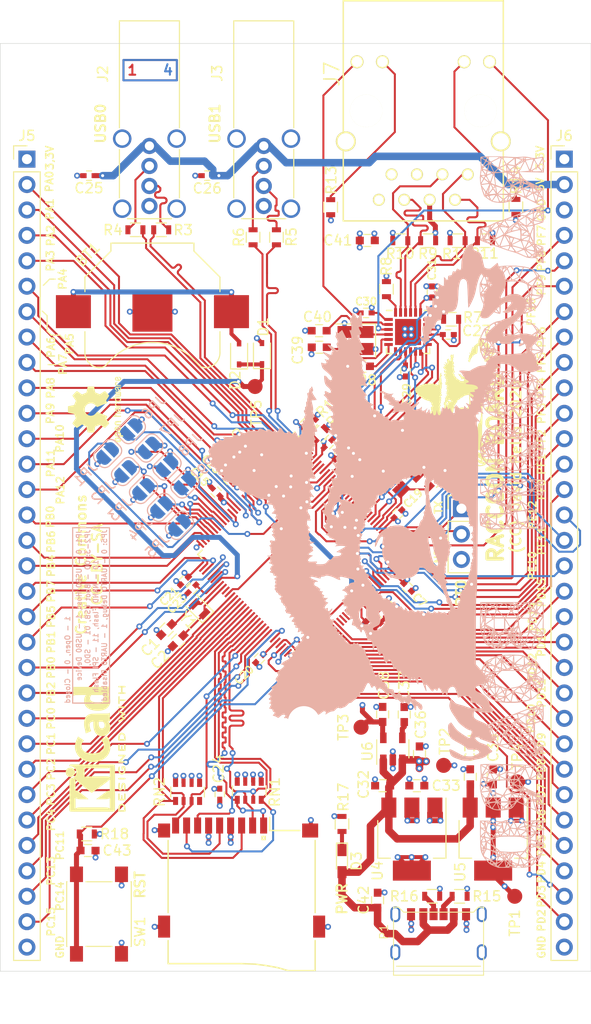
<source format=kicad_pcb>
(kicad_pcb (version 20171130) (host pcbnew 5.1.7+dfsg1-1)
  (layers (0 F.Cu signal) (1 In1.Cu power) (2 In2.Cu power) (31 B.Cu signal) (34 B.Paste user) (35 F.Paste user) (36 B.SilkS user) (37 F.SilkS user) (38 B.Mask user) (39 F.Mask user) (44 Edge.Cuts user))
  (net 0 "")
  (net 1 GND)
  (net 2 "Net-(BT1-Pad1)")
  (net 3 "Net-(C1-Pad1)")
  (net 4 "Net-(C2-Pad1)")
  (net 5 "Net-(C3-Pad1)")
  (net 6 "Net-(C4-Pad1)")
  (net 7 +1V2)
  (net 8 +1V8)
  (net 9 +3V3)
  (net 10 +BATT)
  (net 11 +5V)
  (net 12 "Net-(C27-Pad1)")
  (net 13 "Net-(C28-Pad1)")
  (net 14 "Net-(C37-Pad1)")
  (net 15 "Net-(C39-Pad1)")
  (net 16 "Net-(C40-Pad1)")
  (net 17 "Net-(D3-Pad1)")
  (net 18 SD0CMD)
  (net 19 SD0DAT3)
  (net 20 SD0DAT2)
  (net 21 SD0CLK)
  (net 22 SD0DAT1)
  (net 23 SD0DAT0)
  (net 24 UART0RX)
  (net 25 UART0TX)
  (net 26 PA0)
  (net 27 PA1)
  (net 28 PA2)
  (net 29 PA3)
  (net 30 PA4)
  (net 31 PA5)
  (net 32 PA6)
  (net 33 PA7)
  (net 34 PA8)
  (net 35 PA9)
  (net 36 PA10)
  (net 37 PA11)
  (net 38 PA12)
  (net 39 PB0)
  (net 40 PB6)
  (net 41 PB4)
  (net 42 PB7)
  (net 43 PB5)
  (net 44 PB1)
  (net 45 PB3)
  (net 46 PB2)
  (net 47 PC0)
  (net 48 PC1)
  (net 49 PC2)
  (net 50 PC3)
  (net 51 PC4)
  (net 52 PC11)
  (net 53 PC13)
  (net 54 PC14)
  (net 55 PC15)
  (net 56 "Net-(J7-Pad10)")
  (net 57 ETH_LED1)
  (net 58 "Net-(J7-Pad11)")
  (net 59 ETH_LED2)
  (net 60 "Net-(J7-Pad7)")
  (net 61 "Net-(JP1-Pad2)")
  (net 62 "Net-(JP2-Pad2)")
  (net 63 "Net-(JP3-Pad2)")
  (net 64 "Net-(JP4-Pad2)")
  (net 65 "Net-(JP5-Pad2)")
  (net 66 "Net-(JP6-Pad1)")
  (net 67 "Net-(JP7-Pad1)")
  (net 68 "Net-(JP8-Pad1)")
  (net 69 "Net-(JP9-Pad1)")
  (net 70 "Net-(P1-PadA5)")
  (net 71 "Net-(P1-PadB5)")
  (net 72 "Net-(R1-Pad1)")
  (net 73 "Net-(R2-Pad1)")
  (net 74 "Net-(R8-Pad1)")
  (net 75 SD0DETECT)
  (net 76 "Net-(RN2-Pad4)")
  (net 77 ETH_MDC)
  (net 78 ETH_MDIO)
  (net 79 ETH_TXD0)
  (net 80 ETH_TXD1)
  (net 81 ETH_TXDEN)
  (net 82 ETH_REFCLK)
  (net 83 ETH_RXD0)
  (net 84 ETH_RXD1)
  (net 85 ETH_CRSDV)
  (net 86 ETH_RXERR)
  (net 87 PF10)
  (net 88 PF9)
  (net 89 PF8)
  (net 90 PF7)
  (net 91 PB13)
  (net 92 PF6)
  (net 93 PF5)
  (net 94 PF4)
  (net 95 PF3)
  (net 96 PF2)
  (net 97 PF1)
  (net 98 PF0)
  (net 99 PD15)
  (net 100 PD14)
  (net 101 PD13)
  (net 102 PD12)
  (net 103 PD11)
  (net 104 PD10)
  (net 105 PD9)
  (net 106 PD8)
  (net 107 PD7)
  (net 108 PD6)
  (net 109 PD5)
  (net 110 PD4)
  (net 111 PD3)
  (net 112 PD2)
  (net 113 PE12)
  (net 114 PE11)
  (net 115 PE10)
  (net 116 nRST)
  (net 117 USB0D_P)
  (net 118 USB1D_P)
  (net 119 USB0D_N)
  (net 120 USB1D_N)
  (net 121 /D0-)
  (net 122 /D0+)
  (net 123 /D1+)
  (net 124 /D1-)
  (net 125 ETH_RX_P)
  (net 126 ETH_TX_P)
  (net 127 ETH_TX_N)
  (net 128 ETH_RX_N)
  (module ladecadence:HR911105a (layer F.Cu) (at 155.956 59.436)
    (fp_text reference J7 (at -9.144 -3.683 90) (layer F.SilkS) (effects (font (size 1.5 1.5))))
    (fp_text value HR911105A hide)
    (pad 10 thru_hole circle (at 4.085 -4.9) (size 1.3 1.3) (drill 1.04) (layers *.Cu *.Mask F.SilkS) (net 56 "Net-(J7-Pad10)"))
    (pad 9 thru_hole circle (at 6.625 -4.9) (size 1.3 1.3) (drill 1.04) (layers *.Cu *.Mask F.SilkS) (net 57 ETH_LED1))
    (pad 11 thru_hole circle (at -4.085 -4.9) (size 1.3 1.3) (drill 1.04) (layers *.Cu *.Mask F.SilkS) (net 58 "Net-(J7-Pad11)"))
    (pad 12 thru_hole circle (at -6.625 -4.9) (size 1.3 1.3) (drill 1.04) (layers *.Cu *.Mask F.SilkS) (net 59 ETH_LED2))
    (pad 7 thru_hole circle (at -3.175 6.35) (size 1.2 1.2) (drill 0.9) (layers *.Cu *.Mask F.SilkS) (net 60 "Net-(J7-Pad7)"))
    (pad 5 thru_hole circle (at -0.635 6.35) (size 1.2 1.2) (drill 0.9) (layers *.Cu *.Mask F.SilkS) (net 9 +3V3))
    (pad 3 thru_hole circle (at 1.905 6.35) (size 1.2 1.2) (drill 0.9) (layers *.Cu *.Mask F.SilkS) (net 125 ETH_RX_P))
    (pad 1 thru_hole circle (at 4.445 6.35) (size 1.2 1.2) (drill 0.9) (layers *.Cu *.Mask F.SilkS) (net 126 ETH_TX_P))
    (pad 2 thru_hole circle (at 3.175 8.89) (size 1.2 1.2) (drill 0.9) (layers *.Cu *.Mask F.SilkS) (net 127 ETH_TX_N))
    (pad 8 thru_hole circle (at -4.445 8.89) (size 1.2 1.2) (drill 0.9) (layers *.Cu *.Mask F.SilkS) (net 1 GND))
    (pad 6 thru_hole circle (at -1.905 8.89) (size 1.2 1.2) (drill 0.9) (layers *.Cu *.Mask F.SilkS) (net 128 ETH_RX_N))
    (pad 4 thru_hole circle (at 0.635 8.89) (size 1.2 1.2) (drill 0.9) (layers *.Cu *.Mask F.SilkS) (net 9 +3V3))
    (pad 14 thru_hole circle (at -7.745 3.05) (size 2 2) (drill 1.65) (layers *.Cu *.Mask F.SilkS) (net 1 GND))
    (pad 13 thru_hole circle (at 7.745 3.05) (size 2 2) (drill 1.65) (layers *.Cu *.Mask F.SilkS) (net 1 GND))
    (pad "" np_thru_hole circle (at 5.715 0) (size 3.25 3.25) (drill 3.25) (layers *.Cu *.Mask F.SilkS))
    (pad "" np_thru_hole circle (at -5.715 0) (size 3.25 3.25) (drill 3.25) (layers *.Cu *.Mask F.SilkS))
  )
  (module ladecadence:raccoonboard (layer F.Cu) (at 165.1 99.441 90)
    (fp_text reference G*** hide)
    (fp_text value LOGO hide)
  )
  (module ladecadence:racoon-big (layer F.Cu) (at 154.305 102.743 90)
    (fp_text reference G*** hide)
    (fp_text value LOGO hide)
  )
  (module Symbols:KiCad-Logo2_6mm_SilkScreen (layer F.Cu) (at 123.19 123.19 90)
    (fp_text reference REF*** hide)
    (fp_text value KiCad-Logo2_6mm_SilkScreen hide)
  )
  (module Symbols:OSHW-Logo2_7.3x6mm_SilkScreen (layer F.Cu) (at 123.19 89.281 90)
    (fp_text reference REF*** hide)
    (fp_text value OSHW-Logo2_7.3x6mm_SilkScreen hide)
  )
  (module Mounting_Holes:MountingHole_3.2mm_M3 (layer F.Cu) (at 144.018 120.523)
    (fp_text reference REF** hide)
    (fp_text value MountingHole_3.2mm_M3)
    (pad 1 np_thru_hole circle (at 0 0) (size 3.2 3.2) (drill 3.2) (layers *.Cu *.Mask))
  )
  (module Mounting_Holes:MountingHole_3.2mm_M3 (layer F.Cu) (at 168.529 56.896)
    (fp_text reference REF** hide)
    (fp_text value MountingHole_3.2mm_M3)
    (pad 1 np_thru_hole circle (at 0 0) (size 3.2 3.2) (drill 3.2) (layers *.Cu *.Mask))
  )
  (module Mounting_Holes:MountingHole_3.2mm_M3 (layer F.Cu) (at 117.856 56.896)
    (fp_text reference REF** hide)
    (fp_text value MountingHole_3.2mm_M3)
    (pad 1 np_thru_hole circle (at 0 0) (size 3.2 3.2) (drill 3.2) (layers *.Cu *.Mask))
  )
  (module ladecadence:racoon (layer F.Cu) (at 160 89.5 90)
    (fp_text reference G*** hide)
    (fp_text value LOGO hide)
  )
  (module Battery_Holders:Keystone_3000_1x12mm-CoinCell (layer F.Cu) (at 128.879 79.502)
    (fp_text reference BT1 (at -6.451 -5.715 225) (layer F.SilkS))
    (fp_text value 3V)
    (pad 2 smd rect (at 0 0) (size 4 4) (layers F.Cu F.Mask) (net 1 GND))
    (pad 1 smd rect (at 7.9 0) (size 3.5 3.3) (layers F.Cu F.Paste F.Mask) (net 2 "Net-(BT1-Pad1)"))
    (pad 1 smd rect (at -7.9 0) (size 3.5 3.3) (layers F.Cu F.Paste F.Mask) (net 2 "Net-(BT1-Pad1)"))
  )
  (module Capacitors_SMD:C_0603 (layer F.Cu) (at 130.27967 111.27433 225)
    (fp_text reference C1 (at 2.39309 -0.089803 45) (layer F.SilkS))
    (fp_text value C)
    (pad 2 smd rect (at 0.75 0 225) (size 0.8 0.75) (layers F.Cu F.Paste F.Mask) (net 1 GND))
    (pad 1 smd rect (at -0.75 0 225) (size 0.8 0.75) (layers F.Cu F.Paste F.Mask) (net 3 "Net-(C1-Pad1)"))
  )
  (module Capacitors_SMD:C_0603 (layer F.Cu) (at 131.445 112.395 225)
    (fp_text reference C2 (at 2.620064 -0.074013 45) (layer F.SilkS))
    (fp_text value C)
    (pad 1 smd rect (at -0.75 0 225) (size 0.8 0.75) (layers F.Cu F.Paste F.Mask) (net 4 "Net-(C2-Pad1)"))
    (pad 2 smd rect (at 0.75 0 225) (size 0.8 0.75) (layers F.Cu F.Paste F.Mask) (net 1 GND))
  )
  (module Capacitors_SMD:C_0603 (layer F.Cu) (at 153.416 92.71 45)
    (fp_text reference C3 (at 2.514472 0 45) (layer F.SilkS))
    (fp_text value C)
    (pad 2 smd rect (at 0.75 0 45) (size 0.8 0.75) (layers F.Cu F.Paste F.Mask) (net 1 GND))
    (pad 1 smd rect (at -0.75 0 45) (size 0.8 0.75) (layers F.Cu F.Paste F.Mask) (net 5 "Net-(C3-Pad1)"))
  )
  (module Capacitors_SMD:C_0603 (layer F.Cu) (at 157.099 96.393 45)
    (fp_text reference C4 (at 2.424669 0.089803 45) (layer F.SilkS))
    (fp_text value C)
    (pad 1 smd rect (at -0.75 0 45) (size 0.8 0.75) (layers F.Cu F.Paste F.Mask) (net 6 "Net-(C4-Pad1)"))
    (pad 2 smd rect (at 0.75 0 45) (size 0.8 0.75) (layers F.Cu F.Paste F.Mask) (net 1 GND))
  )
  (module Capacitors_SMD:C_0402 (layer F.Cu) (at 138.422091 94.353091 135)
    (fp_text reference C5 (at 1.874669 0.089803 135) (layer F.SilkS) (effects (font (size 0.75 0.75))))
    (fp_text value 100n)
    (pad 2 smd rect (at 0.55 0 135) (size 0.6 0.5) (layers F.Cu F.Paste F.Mask) (net 1 GND))
    (pad 1 smd rect (at -0.55 0 135) (size 0.6 0.5) (layers F.Cu F.Paste F.Mask) (net 7 +1V2))
  )
  (module Capacitors_SMD:C_0402 (layer F.Cu) (at 137.787091 94.988091 135)
    (fp_text reference C6 (at 1.964471 0 135) (layer F.SilkS) (effects (font (size 0.75 0.75))))
    (fp_text value 100n)
    (pad 1 smd rect (at -0.55 0 135) (size 0.6 0.5) (layers F.Cu F.Paste F.Mask) (net 8 +1V8))
    (pad 2 smd rect (at 0.55 0 135) (size 0.6 0.5) (layers F.Cu F.Paste F.Mask) (net 1 GND))
  )
  (module Capacitors_SMD:C_0402 (layer F.Cu) (at 154.371909 107.053091 315)
    (fp_text reference C7 (at 1.754332 0.052904 135) (layer F.SilkS) (effects (font (size 0.75 0.75))))
    (fp_text value 100n)
    (pad 2 smd rect (at 0.55 0 315) (size 0.6 0.5) (layers F.Cu F.Paste F.Mask) (net 1 GND))
    (pad 1 smd rect (at -0.55 0 315) (size 0.6 0.5) (layers F.Cu F.Paste F.Mask) (net 7 +1V2))
  )
  (module Capacitors_SMD:C_0402 (layer F.Cu) (at 137.152091 95.623091 135)
    (fp_text reference C8 (at 1.964471 0 135) (layer F.SilkS) (effects (font (size 0.75 0.75))))
    (fp_text value 100n)
    (pad 2 smd rect (at 0.55 0 135) (size 0.6 0.5) (layers F.Cu F.Paste F.Mask) (net 1 GND))
    (pad 1 smd rect (at -0.55 0 135) (size 0.6 0.5) (layers F.Cu F.Paste F.Mask) (net 8 +1V8))
  )
  (module Capacitors_SMD:C_0402 (layer F.Cu) (at 150.614091 110.863091 315)
    (fp_text reference C9 (at 1.734404 0.072832 315) (layer F.SilkS) (effects (font (size 0.75 0.75))))
    (fp_text value 100n)
    (pad 1 smd rect (at -0.55 0 315) (size 0.6 0.5) (layers F.Cu F.Paste F.Mask) (net 7 +1V2))
    (pad 2 smd rect (at 0.55 0 315) (size 0.6 0.5) (layers F.Cu F.Paste F.Mask) (net 1 GND))
  )
  (module Capacitors_SMD:C_0402 (layer F.Cu) (at 151.884091 109.593091 315)
    (fp_text reference C10 (at 2.166446 0 135) (layer F.SilkS) (effects (font (size 0.75 0.75))))
    (fp_text value 100n)
    (pad 1 smd rect (at -0.55 0 315) (size 0.6 0.5) (layers F.Cu F.Paste F.Mask) (net 8 +1V8))
    (pad 2 smd rect (at 0.55 0 315) (size 0.6 0.5) (layers F.Cu F.Paste F.Mask) (net 1 GND))
  )
  (module Capacitors_SMD:C_0402 (layer F.Cu) (at 148.844 95.123 45)
    (fp_text reference C11 (at 2.155261 0 45) (layer F.SilkS) (effects (font (size 0.75 0.75))))
    (fp_text value 100n)
    (pad 2 smd rect (at 0.55 0 45) (size 0.6 0.5) (layers F.Cu F.Paste F.Mask) (net 1 GND))
    (pad 1 smd rect (at -0.55 0 45) (size 0.6 0.5) (layers F.Cu F.Paste F.Mask) (net 7 +1V2))
  )
  (module Capacitors_SMD:C_0402 (layer F.Cu) (at 151.249091 110.228091 315)
    (fp_text reference C12 (at 2.166446 0 135) (layer F.SilkS) (effects (font (size 0.75 0.75))))
    (fp_text value 100n)
    (pad 2 smd rect (at 0.55 0 315) (size 0.6 0.5) (layers F.Cu F.Paste F.Mask) (net 1 GND))
    (pad 1 smd rect (at -0.55 0 315) (size 0.6 0.5) (layers F.Cu F.Paste F.Mask) (net 8 +1V8))
  )
  (module Capacitors_SMD:C_0402 (layer F.Cu) (at 136.517091 96.258091 135)
    (fp_text reference C13 (at 2.323682 -0.179605 135) (layer F.SilkS) (effects (font (size 0.75 0.75))))
    (fp_text value 100n)
    (pad 1 smd rect (at -0.55 0 135) (size 0.6 0.5) (layers F.Cu F.Paste F.Mask) (net 7 +1V2))
    (pad 2 smd rect (at 0.55 0 135) (size 0.6 0.5) (layers F.Cu F.Paste F.Mask) (net 1 GND))
  )
  (module Capacitors_SMD:C_0402 (layer F.Cu) (at 147.566091 93.860909 45)
    (fp_text reference C14 (at 2.256249 0.089803 45) (layer F.SilkS) (effects (font (size 0.75 0.75))))
    (fp_text value 100n)
    (pad 2 smd rect (at 0.55 0 45) (size 0.6 0.5) (layers F.Cu F.Paste F.Mask) (net 1 GND))
    (pad 1 smd rect (at -0.55 0 45) (size 0.6 0.5) (layers F.Cu F.Paste F.Mask) (net 7 +1V2))
  )
  (module Capacitors_SMD:C_0402 (layer F.Cu) (at 135.247091 97.528091 135)
    (fp_text reference C15 (at 2.245064 -0.089803 135) (layer F.SilkS) (effects (font (size 0.75 0.75))))
    (fp_text value 100n)
    (pad 1 smd rect (at -0.55 0 135) (size 0.6 0.5) (layers F.Cu F.Paste F.Mask) (net 9 +3V3))
    (pad 2 smd rect (at 0.55 0 135) (size 0.6 0.5) (layers F.Cu F.Paste F.Mask) (net 1 GND))
  )
  (module Capacitors_SMD:C_0402 (layer F.Cu) (at 139.072909 93.733909 135)
    (fp_text reference C16 (at 2.166446 0.179605 135) (layer F.SilkS) (effects (font (size 0.75 0.75))))
    (fp_text value 100n)
    (pad 2 smd rect (at 0.55 0 135) (size 0.6 0.5) (layers F.Cu F.Paste F.Mask) (net 1 GND))
    (pad 1 smd rect (at -0.55 0 135) (size 0.6 0.5) (layers F.Cu F.Paste F.Mask) (net 9 +3V3))
  )
  (module Capacitors_SMD:C_0402 (layer F.Cu) (at 148.201091 94.495909 45)
    (fp_text reference C17 (at 2.166446 0 45) (layer F.SilkS) (effects (font (size 0.75 0.75))))
    (fp_text value 100n)
    (pad 1 smd rect (at -0.55 0 45) (size 0.6 0.5) (layers F.Cu F.Paste F.Mask) (net 9 +3V3))
    (pad 2 smd rect (at 0.55 0 45) (size 0.6 0.5) (layers F.Cu F.Paste F.Mask) (net 1 GND))
  )
  (module Capacitors_SMD:C_0402 (layer F.Cu) (at 152.519091 108.958091 315)
    (fp_text reference C18 (at 2.166446 0 135) (layer F.SilkS) (effects (font (size 0.75 0.75))))
    (fp_text value 100n)
    (pad 2 smd rect (at 0.55 0 315) (size 0.6 0.5) (layers F.Cu F.Paste F.Mask) (net 1 GND))
    (pad 1 smd rect (at -0.55 0 315) (size 0.6 0.5) (layers F.Cu F.Paste F.Mask) (net 9 +3V3))
  )
  (module Capacitors_SMD:C_0402 (layer F.Cu) (at 153.408091 99.702909 45)
    (fp_text reference C19 (at 2.166446 0 45) (layer F.SilkS) (effects (font (size 0.75 0.75))))
    (fp_text value 100n)
    (pad 1 smd rect (at -0.55 0 45) (size 0.6 0.5) (layers F.Cu F.Paste F.Mask) (net 9 +3V3))
    (pad 2 smd rect (at 0.55 0 45) (size 0.6 0.5) (layers F.Cu F.Paste F.Mask) (net 1 GND))
  )
  (module Capacitors_SMD:C_0402 (layer F.Cu) (at 139.580909 114.165091 225)
    (fp_text reference C20 (at 2.256249 -0.089803 45) (layer F.SilkS) (effects (font (size 0.75 0.75))))
    (fp_text value 100n)
    (pad 1 smd rect (at -0.55 0 225) (size 0.6 0.5) (layers F.Cu F.Paste F.Mask) (net 9 +3V3))
    (pad 2 smd rect (at 0.55 0 225) (size 0.6 0.5) (layers F.Cu F.Paste F.Mask) (net 1 GND))
  )
  (module Capacitors_SMD:C_0402 (layer F.Cu) (at 132.087909 106.418091 225)
    (fp_text reference C21 (at 2.166446 0 45) (layer F.SilkS) (effects (font (size 0.75 0.75))))
    (fp_text value 100n)
    (pad 2 smd rect (at 0.55 0 225) (size 0.6 0.5) (layers F.Cu F.Paste F.Mask) (net 1 GND))
    (pad 1 smd rect (at -0.55 0 225) (size 0.6 0.5) (layers F.Cu F.Paste F.Mask) (net 9 +3V3))
  )
  (module Capacitors_SMD:C_0402 (layer F.Cu) (at 146.431 92.71 45)
    (fp_text reference C22 (at 2.166446 0 45) (layer F.SilkS) (effects (font (size 0.75 0.75))))
    (fp_text value 100n)
    (pad 1 smd rect (at -0.55 0 45) (size 0.6 0.5) (layers F.Cu F.Paste F.Mask) (net 9 +3V3))
    (pad 2 smd rect (at 0.55 0 45) (size 0.6 0.5) (layers F.Cu F.Paste F.Mask) (net 1 GND))
  )
  (module Capacitors_SMD:C_0402 (layer F.Cu) (at 132.834091 107.195909 225)
    (fp_text reference C23 (at 2.144076 0 45) (layer F.SilkS) (effects (font (size 0.75 0.75))))
    (fp_text value 100n)
    (pad 2 smd rect (at 0.55 0 225) (size 0.6 0.5) (layers F.Cu F.Paste F.Mask) (net 1 GND))
    (pad 1 smd rect (at -0.55 0 225) (size 0.6 0.5) (layers F.Cu F.Paste F.Mask) (net 10 +BATT))
  )
  (module Capacitors_SMD:C_0402 (layer F.Cu) (at 135.6106 127.72 90)
    (fp_text reference C24 (at 2.54 -0.127 90) (layer F.SilkS))
    (fp_text value 100n)
    (pad 2 smd rect (at 0.55 0 90) (size 0.6 0.5) (layers F.Cu F.Paste F.Mask) (net 1 GND))
    (pad 1 smd rect (at -0.55 0 90) (size 0.6 0.5) (layers F.Cu F.Paste F.Mask) (net 9 +3V3))
  )
  (module Capacitors_SMD:C_0402 (layer F.Cu) (at 122.5462 65.913 180)
    (fp_text reference C25 (at 0.0166 -1.2446) (layer F.SilkS))
    (fp_text value 100n)
    (pad 1 smd rect (at -0.55 0 180) (size 0.6 0.5) (layers F.Cu F.Paste F.Mask) (net 11 +5V))
    (pad 2 smd rect (at 0.55 0 180) (size 0.6 0.5) (layers F.Cu F.Paste F.Mask) (net 1 GND))
  )
  (module Capacitors_SMD:C_0402 (layer F.Cu) (at 134.3572 65.913 180)
    (fp_text reference C26 (at 0 -1.27) (layer F.SilkS))
    (fp_text value 100n)
    (pad 1 smd rect (at -0.55 0 180) (size 0.6 0.5) (layers F.Cu F.Paste F.Mask) (net 11 +5V))
    (pad 2 smd rect (at 0.55 0 180) (size 0.6 0.5) (layers F.Cu F.Paste F.Mask) (net 1 GND))
  )
  (module Capacitors_SMD:C_0402 (layer F.Cu) (at 158.454 81.788)
    (fp_text reference C27 (at 2.846 -0.363) (layer F.SilkS))
    (fp_text value 100n)
    (pad 2 smd rect (at 0.55 0) (size 0.6 0.5) (layers F.Cu F.Paste F.Mask) (net 1 GND))
    (pad 1 smd rect (at -0.55 0) (size 0.6 0.5) (layers F.Cu F.Paste F.Mask) (net 12 "Net-(C27-Pad1)"))
  )
  (module Capacitors_SMD:C_0603 (layer F.Cu) (at 149.872 84.963 180)
    (fp_text reference C28 (at 0.012 -1.397) (layer F.SilkS))
    (fp_text value 1u)
    (pad 1 smd rect (at -0.75 0 180) (size 0.8 0.75) (layers F.Cu F.Paste F.Mask) (net 13 "Net-(C28-Pad1)"))
    (pad 2 smd rect (at 0.75 0 180) (size 0.8 0.75) (layers F.Cu F.Paste F.Mask) (net 1 GND))
  )
  (module Capacitors_SMD:C_0402 (layer F.Cu) (at 154.178 85.429 270)
    (fp_text reference C29 (at 2.328 -0.127 90) (layer F.SilkS) (effects (font (size 0.75 0.75))))
    (fp_text value 100n)
    (pad 1 smd rect (at -0.55 0 270) (size 0.6 0.5) (layers F.Cu F.Paste F.Mask) (net 9 +3V3))
    (pad 2 smd rect (at 0.55 0 270) (size 0.6 0.5) (layers F.Cu F.Paste F.Mask) (net 1 GND))
  )
  (module Capacitors_SMD:C_0402 (layer F.Cu) (at 150.241 79.629 180)
    (fp_text reference C30 (at 0 1.143) (layer F.SilkS) (effects (font (size 0.75 0.75))))
    (fp_text value 100n)
    (pad 2 smd rect (at 0.55 0 180) (size 0.6 0.5) (layers F.Cu F.Paste F.Mask) (net 1 GND))
    (pad 1 smd rect (at -0.55 0 180) (size 0.6 0.5) (layers F.Cu F.Paste F.Mask) (net 9 +3V3))
  )
  (module Capacitors_SMD:C_0402 (layer F.Cu) (at 156.8196 77.5335 90)
    (fp_text reference C31 (at 2.244 0 90) (layer F.SilkS) (effects (font (size 0.75 0.75))))
    (fp_text value 100n)
    (pad 1 smd rect (at -0.55 0 90) (size 0.6 0.5) (layers F.Cu F.Paste F.Mask) (net 9 +3V3))
    (pad 2 smd rect (at 0.55 0 90) (size 0.6 0.5) (layers F.Cu F.Paste F.Mask) (net 1 GND))
  )
  (module Capacitors_SMD:C_0603 (layer F.Cu) (at 151.892 126.873 180)
    (fp_text reference C32 (at 1.905 0.127 90) (layer F.SilkS))
    (fp_text value 1u)
    (pad 1 smd rect (at -0.75 0 180) (size 0.8 0.75) (layers F.Cu F.Paste F.Mask) (net 11 +5V))
    (pad 2 smd rect (at 0.75 0 180) (size 0.8 0.75) (layers F.Cu F.Paste F.Mask) (net 1 GND))
  )
  (module Capacitors_SMD:C_0603 (layer F.Cu) (at 155.309 126.873)
    (fp_text reference C33 (at 2.933 0) (layer F.SilkS))
    (fp_text value 1u)
    (pad 2 smd rect (at 0.75 0) (size 0.8 0.75) (layers F.Cu F.Paste F.Mask) (net 1 GND))
    (pad 1 smd rect (at -0.75 0) (size 0.8 0.75) (layers F.Cu F.Paste F.Mask) (net 9 +3V3))
  )
  (module Capacitors_SMD:C_0603 (layer F.Cu) (at 160.655 125.984 90)
    (fp_text reference C34 (at 2.921 0 90) (layer F.SilkS))
    (fp_text value 1u)
    (pad 1 smd rect (at -0.75 0 90) (size 0.8 0.75) (layers F.Cu F.Paste F.Mask) (net 11 +5V))
    (pad 2 smd rect (at 0.75 0 90) (size 0.8 0.75) (layers F.Cu F.Paste F.Mask) (net 1 GND))
  )
  (module Capacitors_SMD:C_0603 (layer F.Cu) (at 162.941 125.996 90)
    (fp_text reference C35 (at 2.933 0 90) (layer F.SilkS))
    (fp_text value 1u)
    (pad 2 smd rect (at 0.75 0 90) (size 0.8 0.75) (layers F.Cu F.Paste F.Mask) (net 1 GND))
    (pad 1 smd rect (at -0.75 0 90) (size 0.8 0.75) (layers F.Cu F.Paste F.Mask) (net 7 +1V2))
  )
  (module Capacitors_SMD:C_0603 (layer F.Cu) (at 155.575 123.698 90)
    (fp_text reference C36 (at 2.921 0.127 90) (layer F.SilkS))
    (fp_text value 1u)
    (pad 2 smd rect (at 0.75 0 90) (size 0.8 0.75) (layers F.Cu F.Paste F.Mask) (net 1 GND))
    (pad 1 smd rect (at -0.75 0 90) (size 0.8 0.75) (layers F.Cu F.Paste F.Mask) (net 11 +5V))
  )
  (module Capacitors_SMD:C_0603 (layer F.Cu) (at 154.051 119.761 90)
    (fp_text reference C37 (at 2.921 0 90) (layer F.SilkS))
    (fp_text value 10n)
    (pad 1 smd rect (at -0.75 0 90) (size 0.8 0.75) (layers F.Cu F.Paste F.Mask) (net 14 "Net-(C37-Pad1)"))
    (pad 2 smd rect (at 0.75 0 90) (size 0.8 0.75) (layers F.Cu F.Paste F.Mask) (net 1 GND))
  )
  (module Capacitors_SMD:C_0603 (layer F.Cu) (at 151.892 119.749 90)
    (fp_text reference C38 (at 2.909 0.127 270) (layer F.SilkS))
    (fp_text value 1u)
    (pad 2 smd rect (at 0.75 0 90) (size 0.8 0.75) (layers F.Cu F.Paste F.Mask) (net 1 GND))
    (pad 1 smd rect (at -0.75 0 90) (size 0.8 0.75) (layers F.Cu F.Paste F.Mask) (net 8 +1V8))
  )
  (module Capacitors_SMD:C_0603 (layer F.Cu) (at 145.554 83.058 180)
    (fp_text reference C39 (at 2.154 -0.292 90) (layer F.SilkS))
    (fp_text value C)
    (pad 1 smd rect (at -0.75 0 180) (size 0.8 0.75) (layers F.Cu F.Paste F.Mask) (net 15 "Net-(C39-Pad1)"))
    (pad 2 smd rect (at 0.75 0 180) (size 0.8 0.75) (layers F.Cu F.Paste F.Mask) (net 1 GND))
  )
  (module Capacitors_SMD:C_0603 (layer F.Cu) (at 145.542 81.407 180)
    (fp_text reference C40 (at 0.167 1.382 180) (layer F.SilkS))
    (fp_text value C)
    (pad 2 smd rect (at 0.75 0 180) (size 0.8 0.75) (layers F.Cu F.Paste F.Mask) (net 1 GND))
    (pad 1 smd rect (at -0.75 0 180) (size 0.8 0.75) (layers F.Cu F.Paste F.Mask) (net 16 "Net-(C40-Pad1)"))
  )
  (module Capacitors_SMD:C_0603 (layer F.Cu) (at 150.356 72.39)
    (fp_text reference C41 (at -2.931 -0.015) (layer F.SilkS))
    (fp_text value 10n)
    (pad 1 smd rect (at -0.75 0) (size 0.8 0.75) (layers F.Cu F.Paste F.Mask) (net 9 +3V3))
    (pad 2 smd rect (at 0.75 0) (size 0.8 0.75) (layers F.Cu F.Paste F.Mask) (net 1 GND))
  )
  (module Capacitors_SMD:C_0603 (layer F.Cu) (at 151.384 138.315 90)
    (fp_text reference C42 (at 0.012 -1.397 90) (layer F.SilkS))
    (fp_text value 1u)
    (pad 2 smd rect (at 0.75 0 90) (size 0.8 0.75) (layers F.Cu F.Paste F.Mask) (net 1 GND))
    (pad 1 smd rect (at -0.75 0 90) (size 0.8 0.75) (layers F.Cu F.Paste F.Mask) (net 11 +5V))
  )
  (module Diodes_SMD:D_SOD-323 (layer F.Cu) (at 139.827 83.693 90)
    (fp_text reference D1 (at 2.667 0.127 90) (layer F.SilkS))
    (fp_text value BAT43WS)
    (pad 2 smd rect (at 1.05 0 90) (size 0.6 0.45) (layers F.Cu F.Paste F.Mask) (net 9 +3V3))
    (pad 1 smd rect (at -1.05 0 90) (size 0.6 0.45) (layers F.Cu F.Paste F.Mask) (net 10 +BATT))
  )
  (module Diodes_SMD:D_SOD-323 (layer F.Cu) (at 137.541 83.727 90)
    (fp_text reference D2 (at -2.633 -0.381 90) (layer F.SilkS))
    (fp_text value BAT43WS)
    (pad 1 smd rect (at -1.05 0 90) (size 0.6 0.45) (layers F.Cu F.Paste F.Mask) (net 10 +BATT))
    (pad 2 smd rect (at 1.05 0 90) (size 0.6 0.45) (layers F.Cu F.Paste F.Mask) (net 2 "Net-(BT1-Pad1)"))
  )
  (module LEDs:LED_0603_HandSoldering (layer F.Cu) (at 147.828 134.409001 270)
    (fp_text reference D3 (at 0 -1.45 90) (layer F.SilkS))
    (fp_text value PWR)
    (pad 2 smd rect (at 1.1 0 270) (size 1.2 0.9) (layers F.Cu F.Paste F.Mask) (net 11 +5V))
    (pad 1 smd rect (at -1.1 0 270) (size 1.2 0.9) (layers F.Cu F.Paste F.Mask) (net 17 "Net-(D3-Pad1)"))
  )
  (module ladecadence:Conn_uSDcard (layer F.Cu) (at 137.795 141.351)
    (fp_text reference J1)
    (fp_text value "BOOT SD")
    (pad 3 smd rect (at 0 -10.5) (size 0.7 1.6) (layers F.Cu F.Paste F.Mask) (net 18 SD0CMD))
    (pad "" np_thru_hole circle (at -4.93 0) (size 1 1) (drill 1) (layers *.Cu))
    (pad "" np_thru_hole circle (at 3.05 0) (size 1 1) (drill 1) (layers *.Cu))
    (pad 2 smd rect (at 1.1 -10.5) (size 0.7 1.6) (layers F.Cu F.Paste F.Mask) (net 19 SD0DAT3))
    (pad 1 smd rect (at 2.2 -10.5) (size 0.7 1.6) (layers F.Cu F.Paste F.Mask) (net 20 SD0DAT2))
    (pad 4 smd rect (at -1.1 -10.5) (size 0.7 1.6) (layers F.Cu F.Paste F.Mask) (net 9 +3V3))
    (pad 5 smd rect (at -2.2 -10.5) (size 0.7 1.6) (layers F.Cu F.Paste F.Mask) (net 21 SD0CLK))
    (pad 6 smd rect (at -3.3 -10.5) (size 0.7 1.6) (layers F.Cu F.Paste F.Mask) (net 1 GND))
    (pad 8 smd rect (at -5.5 -10.5) (size 0.7 1.6) (layers F.Cu F.Paste F.Mask) (net 22 SD0DAT1))
    (pad 7 smd rect (at -4.4 -10.5) (size 0.7 1.6) (layers F.Cu F.Paste F.Mask) (net 23 SD0DAT0))
    (pad 9 smd rect (at -6.6 -10.5) (size 0.7 1.6) (layers F.Cu F.Paste F.Mask) (net 75 SD0DETECT))
    (pad 6 smd rect (at -7.75 -10) (size 1.2 1.4) (layers F.Cu F.Paste F.Mask) (net 1 GND))
    (pad 6 smd rect (at 6.85 -10) (size 1.6 1.4) (layers F.Cu F.Paste F.Mask) (net 1 GND))
    (pad 6 smd rect (at -7.75 -0.4) (size 1.2 2.2) (layers F.Cu F.Paste F.Mask) (net 1 GND))
    (pad 6 smd rect (at 7.75 -0.4) (size 1.2 2.2) (layers F.Cu F.Paste F.Mask) (net 1 GND))
  )
  (module Connectors:USB_A_Vertical (layer F.Cu) (at 128.577 62.945)
    (fp_text reference J2 (at -4.652 -7.195 90) (layer F.SilkS))
    (fp_text value USB_A)
    (pad 1 thru_hole circle (at 0 0) (size 1.62 1.62) (drill 0.92) (layers *.Cu *.Mask) (net 11 +5V))
    (pad 2 thru_hole circle (at 0 2) (size 1.62 1.62) (drill 0.92) (layers *.Cu *.Mask) (net 121 /D0-))
    (pad 3 thru_hole circle (at 0 4) (size 1.62 1.62) (drill 0.92) (layers *.Cu *.Mask) (net 122 /D0+))
    (pad 5 thru_hole circle (at 2.72 -0.73) (size 1.85 1.85) (drill 1.35) (layers *.Cu *.Mask) (net 1 GND))
    (pad 4 thru_hole circle (at 0 6) (size 1.62 1.62) (drill 0.92) (layers *.Cu *.Mask) (net 1 GND))
    (pad 5 thru_hole circle (at 2.72 6.27) (size 1.85 1.85) (drill 1.35) (layers *.Cu *.Mask) (net 1 GND))
    (pad 5 thru_hole circle (at -2.72 -0.73) (size 1.85 1.85) (drill 1.35) (layers *.Cu *.Mask) (net 1 GND))
    (pad 5 thru_hole circle (at -2.72 6.27) (size 1.85 1.85) (drill 1.35) (layers *.Cu *.Mask) (net 1 GND))
  )
  (module Connectors:USB_A_Vertical (layer F.Cu) (at 140.007 62.945)
    (fp_text reference J3 (at -4.657 -7.27 90) (layer F.SilkS))
    (fp_text value USB_A)
    (pad 5 thru_hole circle (at -2.72 6.27) (size 1.85 1.85) (drill 1.35) (layers *.Cu *.Mask) (net 1 GND))
    (pad 5 thru_hole circle (at -2.72 -0.73) (size 1.85 1.85) (drill 1.35) (layers *.Cu *.Mask) (net 1 GND))
    (pad 5 thru_hole circle (at 2.72 6.27) (size 1.85 1.85) (drill 1.35) (layers *.Cu *.Mask) (net 1 GND))
    (pad 4 thru_hole circle (at 0 6) (size 1.62 1.62) (drill 0.92) (layers *.Cu *.Mask) (net 1 GND))
    (pad 5 thru_hole circle (at 2.72 -0.73) (size 1.85 1.85) (drill 1.35) (layers *.Cu *.Mask) (net 1 GND))
    (pad 3 thru_hole circle (at 0 4) (size 1.62 1.62) (drill 0.92) (layers *.Cu *.Mask) (net 123 /D1+))
    (pad 2 thru_hole circle (at 0 2) (size 1.62 1.62) (drill 0.92) (layers *.Cu *.Mask) (net 124 /D1-))
    (pad 1 thru_hole circle (at 0 0) (size 1.62 1.62) (drill 0.92) (layers *.Cu *.Mask) (net 11 +5V))
  )
  (module Pin_Headers:Pin_Header_Straight_1x03_Pitch2.54mm (layer F.Cu) (at 159.766 99.187)
    (fp_text reference J4 (at 0 -2.33) (layer F.SilkS))
    (fp_text value UART0)
    (pad 3 thru_hole oval (at 0 5.08) (size 1.7 1.7) (drill 1) (layers *.Cu *.Mask) (net 1 GND))
    (pad 2 thru_hole oval (at 0 2.54) (size 1.7 1.7) (drill 1) (layers *.Cu *.Mask) (net 24 UART0RX))
    (pad 1 thru_hole rect (at 0 0) (size 1.7 1.7) (drill 1) (layers *.Cu *.Mask) (net 25 UART0TX))
  )
  (module Jumpers:SolderJumper-2_P1.3mm_Open_RoundedPad1.0x1.5mm (layer B.Cu) (at 124.39743 93.678714 45)
    (fp_text reference JP1 (at -3.033001 -0.127 225) (layer B.SilkS) (effects (justify mirror)))
    (fp_text value USB0ID)
    (pad 2 smd custom (at 0.65 0 45) (size 1 0.5) (layers B.Cu B.Mask) (net 61 "Net-(JP1-Pad2)") (options (clearance outline) (anchor rect)) (primitives (gr_circle (center 0 -0.25) (end 0.5 -0.25) (width 0)) (gr_circle (center 0 0.25) (end 0.5 0.25) (width 0)) (gr_poly (pts (xy 0 0.75) (xy -0.5 0.75) (xy -0.5 -0.75) (xy 0 -0.75)) (width 0))))
    (pad 1 smd custom (at -0.65 0 45) (size 1 0.5) (layers B.Cu B.Mask) (net 1 GND) (options (clearance outline) (anchor rect)) (primitives (gr_circle (center 0 -0.25) (end 0.5 -0.25) (width 0)) (gr_circle (center 0 0.25) (end 0.5 0.25) (width 0)) (gr_poly (pts (xy 0 0.75) (xy 0.5 0.75) (xy 0.5 -0.75) (xy 0 -0.75)) (width 0))))
  )
  (module Jumpers:SolderJumper-2_P1.3mm_Open_RoundedPad1.0x1.5mm (layer B.Cu) (at 126.193482 95.474765 45)
    (fp_text reference JP2 (at -3.033001 -0.127 225) (layer B.SilkS) (effects (justify mirror)))
    (fp_text value PG0)
    (pad 1 smd custom (at -0.65 0 45) (size 1 0.5) (layers B.Cu B.Mask) (net 1 GND) (options (clearance outline) (anchor rect)) (primitives (gr_circle (center 0 -0.25) (end 0.5 -0.25) (width 0)) (gr_circle (center 0 0.25) (end 0.5 0.25) (width 0)) (gr_poly (pts (xy 0 0.75) (xy 0.5 0.75) (xy 0.5 -0.75) (xy 0 -0.75)) (width 0))))
    (pad 2 smd custom (at 0.65 0 45) (size 1 0.5) (layers B.Cu B.Mask) (net 62 "Net-(JP2-Pad2)") (options (clearance outline) (anchor rect)) (primitives (gr_circle (center 0 -0.25) (end 0.5 -0.25) (width 0)) (gr_circle (center 0 0.25) (end 0.5 0.25) (width 0)) (gr_poly (pts (xy 0 0.75) (xy -0.5 0.75) (xy -0.5 -0.75) (xy 0 -0.75)) (width 0))))
  )
  (module Jumpers:SolderJumper-2_P1.3mm_Open_RoundedPad1.0x1.5mm (layer B.Cu) (at 127.989533 97.270816 45)
    (fp_text reference JP3 (at -3.033001 -0.254 225) (layer B.SilkS) (effects (justify mirror)))
    (fp_text value PG1)
    (pad 2 smd custom (at 0.65 0 45) (size 1 0.5) (layers B.Cu B.Mask) (net 63 "Net-(JP3-Pad2)") (options (clearance outline) (anchor rect)) (primitives (gr_circle (center 0 -0.25) (end 0.5 -0.25) (width 0)) (gr_circle (center 0 0.25) (end 0.5 0.25) (width 0)) (gr_poly (pts (xy 0 0.75) (xy -0.5 0.75) (xy -0.5 -0.75) (xy 0 -0.75)) (width 0))))
    (pad 1 smd custom (at -0.65 0 45) (size 1 0.5) (layers B.Cu B.Mask) (net 1 GND) (options (clearance outline) (anchor rect)) (primitives (gr_circle (center 0 -0.25) (end 0.5 -0.25) (width 0)) (gr_circle (center 0 0.25) (end 0.5 0.25) (width 0)) (gr_poly (pts (xy 0 0.75) (xy 0.5 0.75) (xy 0.5 -0.75) (xy 0 -0.75)) (width 0))))
  )
  (module Jumpers:SolderJumper-2_P1.3mm_Open_RoundedPad1.0x1.5mm (layer B.Cu) (at 129.785584 99.066867 45)
    (fp_text reference JP4 (at -3.033001 0 225) (layer B.SilkS) (effects (justify mirror)))
    (fp_text value PG3)
    (pad 1 smd custom (at -0.65 0 45) (size 1 0.5) (layers B.Cu B.Mask) (net 1 GND) (options (clearance outline) (anchor rect)) (primitives (gr_circle (center 0 -0.25) (end 0.5 -0.25) (width 0)) (gr_circle (center 0 0.25) (end 0.5 0.25) (width 0)) (gr_poly (pts (xy 0 0.75) (xy 0.5 0.75) (xy 0.5 -0.75) (xy 0 -0.75)) (width 0))))
    (pad 2 smd custom (at 0.65 0 45) (size 1 0.5) (layers B.Cu B.Mask) (net 64 "Net-(JP4-Pad2)") (options (clearance outline) (anchor rect)) (primitives (gr_circle (center 0 -0.25) (end 0.5 -0.25) (width 0)) (gr_circle (center 0 0.25) (end 0.5 0.25) (width 0)) (gr_poly (pts (xy 0 0.75) (xy -0.5 0.75) (xy -0.5 -0.75) (xy 0 -0.75)) (width 0))))
  )
  (module Jumpers:SolderJumper-2_P1.3mm_Open_RoundedPad1.0x1.5mm (layer B.Cu) (at 131.581635 100.862919 45)
    (fp_text reference JP5 (at -3.033001 -0.127 225) (layer B.SilkS) (effects (justify mirror)))
    (fp_text value PG5)
    (pad 2 smd custom (at 0.65 0 45) (size 1 0.5) (layers B.Cu B.Mask) (net 65 "Net-(JP5-Pad2)") (options (clearance outline) (anchor rect)) (primitives (gr_circle (center 0 -0.25) (end 0.5 -0.25) (width 0)) (gr_circle (center 0 0.25) (end 0.5 0.25) (width 0)) (gr_poly (pts (xy 0 0.75) (xy -0.5 0.75) (xy -0.5 -0.75) (xy 0 -0.75)) (width 0))))
    (pad 1 smd custom (at -0.65 0 45) (size 1 0.5) (layers B.Cu B.Mask) (net 1 GND) (options (clearance outline) (anchor rect)) (primitives (gr_circle (center 0 -0.25) (end 0.5 -0.25) (width 0)) (gr_circle (center 0 0.25) (end 0.5 0.25) (width 0)) (gr_poly (pts (xy 0 0.75) (xy 0.5 0.75) (xy 0.5 -0.75) (xy 0 -0.75)) (width 0))))
  )
  (module Jumpers:SolderJumper-2_P1.3mm_Open_RoundedPad1.0x1.5mm (layer B.Cu) (at 126.768981 91.290019 45)
    (fp_text reference JP6 (at 3.160001 0 225) (layer B.SilkS) (effects (justify mirror)))
    (fp_text value PG9)
    (pad 1 smd custom (at -0.65 0 45) (size 1 0.5) (layers B.Cu B.Mask) (net 66 "Net-(JP6-Pad1)") (options (clearance outline) (anchor rect)) (primitives (gr_circle (center 0 -0.25) (end 0.5 -0.25) (width 0)) (gr_circle (center 0 0.25) (end 0.5 0.25) (width 0)) (gr_poly (pts (xy 0 0.75) (xy 0.5 0.75) (xy 0.5 -0.75) (xy 0 -0.75)) (width 0))))
    (pad 2 smd custom (at 0.65 0 45) (size 1 0.5) (layers B.Cu B.Mask) (net 1 GND) (options (clearance outline) (anchor rect)) (primitives (gr_circle (center 0 -0.25) (end 0.5 -0.25) (width 0)) (gr_circle (center 0 0.25) (end 0.5 0.25) (width 0)) (gr_poly (pts (xy 0 0.75) (xy -0.5 0.75) (xy -0.5 -0.75) (xy 0 -0.75)) (width 0))))
  )
  (module Jumpers:SolderJumper-2_P1.3mm_Open_RoundedPad1.0x1.5mm (layer B.Cu) (at 128.538954 93.129292 45)
    (fp_text reference JP7 (at 3.302 0 225) (layer B.SilkS) (effects (justify mirror)))
    (fp_text value PG8)
    (pad 1 smd custom (at -0.65 0 45) (size 1 0.5) (layers B.Cu B.Mask) (net 67 "Net-(JP7-Pad1)") (options (clearance outline) (anchor rect)) (primitives (gr_circle (center 0 -0.25) (end 0.5 -0.25) (width 0)) (gr_circle (center 0 0.25) (end 0.5 0.25) (width 0)) (gr_poly (pts (xy 0 0.75) (xy 0.5 0.75) (xy 0.5 -0.75) (xy 0 -0.75)) (width 0))))
    (pad 2 smd custom (at 0.65 0 45) (size 1 0.5) (layers B.Cu B.Mask) (net 1 GND) (options (clearance outline) (anchor rect)) (primitives (gr_circle (center 0 -0.25) (end 0.5 -0.25) (width 0)) (gr_circle (center 0 0.25) (end 0.5 0.25) (width 0)) (gr_poly (pts (xy 0 0.75) (xy -0.5 0.75) (xy -0.5 -0.75) (xy 0 -0.75)) (width 0))))
  )
  (module Jumpers:SolderJumper-2_P1.3mm_Open_RoundedPad1.0x1.5mm (layer B.Cu) (at 130.335005 94.925344 45)
    (fp_text reference JP8 (at 3.189999 0.127 225) (layer B.SilkS) (effects (justify mirror)))
    (fp_text value PG7)
    (pad 2 smd custom (at 0.65 0 45) (size 1 0.5) (layers B.Cu B.Mask) (net 1 GND) (options (clearance outline) (anchor rect)) (primitives (gr_circle (center 0 -0.25) (end 0.5 -0.25) (width 0)) (gr_circle (center 0 0.25) (end 0.5 0.25) (width 0)) (gr_poly (pts (xy 0 0.75) (xy -0.5 0.75) (xy -0.5 -0.75) (xy 0 -0.75)) (width 0))))
    (pad 1 smd custom (at -0.65 0 45) (size 1 0.5) (layers B.Cu B.Mask) (net 68 "Net-(JP8-Pad1)") (options (clearance outline) (anchor rect)) (primitives (gr_circle (center 0 -0.25) (end 0.5 -0.25) (width 0)) (gr_circle (center 0 0.25) (end 0.5 0.25) (width 0)) (gr_poly (pts (xy 0 0.75) (xy 0.5 0.75) (xy 0.5 -0.75) (xy 0 -0.75)) (width 0))))
  )
  (module Jumpers:SolderJumper-2_P1.3mm_Open_RoundedPad1.0x1.5mm (layer B.Cu) (at 132.131057 96.721395 45)
    (fp_text reference JP9 (at 3.189999 0.254 225) (layer B.SilkS) (effects (justify mirror)))
    (fp_text value PG6)
    (pad 1 smd custom (at -0.65 0 45) (size 1 0.5) (layers B.Cu B.Mask) (net 69 "Net-(JP9-Pad1)") (options (clearance outline) (anchor rect)) (primitives (gr_circle (center 0 -0.25) (end 0.5 -0.25) (width 0)) (gr_circle (center 0 0.25) (end 0.5 0.25) (width 0)) (gr_poly (pts (xy 0 0.75) (xy 0.5 0.75) (xy 0.5 -0.75) (xy 0 -0.75)) (width 0))))
    (pad 2 smd custom (at 0.65 0 45) (size 1 0.5) (layers B.Cu B.Mask) (net 1 GND) (options (clearance outline) (anchor rect)) (primitives (gr_circle (center 0 -0.25) (end 0.5 -0.25) (width 0)) (gr_circle (center 0 0.25) (end 0.5 0.25) (width 0)) (gr_poly (pts (xy 0 0.75) (xy -0.5 0.75) (xy -0.5 -0.75) (xy 0 -0.75)) (width 0))))
  )
  (module USB-C-Power-tester:TYPE-C-31-M-17 (layer F.Cu) (at 157.48 143.51)
    (fp_text reference P1 (at -5.461 -2.032 90) (layer F.SilkS) (effects (font (size 0.8 0.8) (thickness 0.1))))
    (fp_text value "USB PWR")
    (pad 1 thru_hole roundrect (at -4.32 0) (size 1 1.6) (drill oval 0.6 1.2) (layers *.Cu *.Mask) (roundrect_rratio 0.5))
    (pad 1 thru_hole roundrect (at 4.32 0) (size 1 1.6) (drill oval 0.6 1.2) (layers *.Cu *.Mask) (roundrect_rratio 0.5))
    (pad 1 thru_hole roundrect (at 4.32 -3.8) (size 1 1.6) (drill oval 0.6 1.2) (layers *.Cu *.Mask) (roundrect_rratio 0.5))
    (pad 1 thru_hole roundrect (at -4.32 -3.8) (size 1 1.6) (drill oval 0.6 1.2) (layers *.Cu *.Mask) (roundrect_rratio 0.5))
    (pad B12 smd rect (at -2.75 -3.8) (size 0.8 1.2) (layers F.Cu F.Paste F.Mask) (net 1 GND))
    (pad B9 smd rect (at -1.52 -3.8) (size 0.8 1.2) (layers F.Cu F.Paste F.Mask) (net 11 +5V))
    (pad A5 smd rect (at -0.5 -3.8) (size 0.8 1.2) (layers F.Cu F.Paste F.Mask) (net 70 "Net-(P1-PadA5)"))
    (pad B5 smd rect (at 0.5 -3.8) (size 0.8 1.2) (layers F.Cu F.Paste F.Mask) (net 71 "Net-(P1-PadB5)"))
    (pad A9 smd rect (at 1.52 -3.8) (size 0.8 1.2) (layers F.Cu F.Paste F.Mask) (net 11 +5V))
    (pad A12 smd rect (at 2.75 -3.8) (size 0.8 1.2) (layers F.Cu F.Paste F.Mask) (net 1 GND))
  )
  (module Resistors_SMD:R_0603 (layer F.Cu) (at 144.526 90.678 45)
    (fp_text reference R1 (at 2.245064 0.089803 45) (layer F.SilkS))
    (fp_text value 12K1)
    (pad 1 smd rect (at -0.75 0 45) (size 0.5 0.9) (layers F.Cu F.Paste F.Mask) (net 72 "Net-(R1-Pad1)"))
    (pad 2 smd rect (at 0.75 0 45) (size 0.5 0.9) (layers F.Cu F.Paste F.Mask) (net 1 GND))
  )
  (module Resistors_SMD:R_0603 (layer F.Cu) (at 145.64667 91.71633 45)
    (fp_text reference R2 (at 2.186841 0 45) (layer F.SilkS))
    (fp_text value 12K1)
    (pad 2 smd rect (at 0.75 0 45) (size 0.5 0.9) (layers F.Cu F.Paste F.Mask) (net 1 GND))
    (pad 1 smd rect (at -0.75 0 45) (size 0.5 0.9) (layers F.Cu F.Paste F.Mask) (net 73 "Net-(R2-Pad1)"))
  )
  (module Resistors_SMD:R_0603 (layer F.Cu) (at 129.7566 71.3232 180)
    (fp_text reference R3 (at -2.1964 -0.0254 180) (layer F.SilkS))
    (fp_text value 4R7)
    (pad 2 smd rect (at 0.75 0 180) (size 0.5 0.9) (layers F.Cu F.Paste F.Mask) (net 117 USB0D_P))
    (pad 1 smd rect (at -0.75 0 180) (size 0.5 0.9) (layers F.Cu F.Paste F.Mask) (net 122 /D0+))
  )
  (module Resistors_SMD:R_0603 (layer F.Cu) (at 127.1771 71.3232)
    (fp_text reference R4 (at -2.2472 0.0254 180) (layer F.SilkS))
    (fp_text value 4R7)
    (pad 1 smd rect (at -0.75 0) (size 0.5 0.9) (layers F.Cu F.Paste F.Mask) (net 121 /D0-))
    (pad 2 smd rect (at 0.75 0) (size 0.5 0.9) (layers F.Cu F.Paste F.Mask) (net 119 USB0D_N))
  )
  (module Resistors_SMD:R_0603 (layer F.Cu) (at 141.2748 72.0732 270)
    (fp_text reference R5 (at -0.0374 -1.4986 90) (layer F.SilkS))
    (fp_text value 4R7)
    (pad 2 smd rect (at 0.75 0 270) (size 0.5 0.9) (layers F.Cu F.Paste F.Mask) (net 118 USB1D_P))
    (pad 1 smd rect (at -0.75 0 270) (size 0.5 0.9) (layers F.Cu F.Paste F.Mask) (net 123 /D1+))
  )
  (module Resistors_SMD:R_0603 (layer F.Cu) (at 138.938 72.0718 270)
    (fp_text reference R6 (at -0.012 1.4224 90) (layer F.SilkS))
    (fp_text value 4R7)
    (pad 1 smd rect (at -0.75 0 270) (size 0.5 0.9) (layers F.Cu F.Paste F.Mask) (net 124 /D1-))
    (pad 2 smd rect (at 0.75 0 270) (size 0.5 0.9) (layers F.Cu F.Paste F.Mask) (net 120 USB1D_N))
  )
  (module Resistors_SMD:R_0603 (layer F.Cu) (at 158.738 80.264)
    (fp_text reference R7 (at 2.162 -0.189) (layer F.SilkS))
    (fp_text value 10K)
    (pad 2 smd rect (at 0.75 0) (size 0.5 0.9) (layers F.Cu F.Paste F.Mask) (net 12 "Net-(C27-Pad1)"))
    (pad 1 smd rect (at -0.75 0) (size 0.5 0.9) (layers F.Cu F.Paste F.Mask) (net 9 +3V3))
  )
  (module Resistors_SMD:R_0603 (layer F.Cu) (at 152.273 77.2548 90)
    (fp_text reference R8 (at 2.286 0 90) (layer F.SilkS))
    (fp_text value 12K1)
    (pad 1 smd rect (at -0.75 0 90) (size 0.5 0.9) (layers F.Cu F.Paste F.Mask) (net 74 "Net-(R8-Pad1)"))
    (pad 2 smd rect (at 0.75 0 90) (size 0.5 0.9) (layers F.Cu F.Paste F.Mask) (net 1 GND))
  )
  (module Resistors_SMD:R_0603 (layer F.Cu) (at 156.4386 72.4154 180)
    (fp_text reference R9 (at 0.0254 -1.2954) (layer F.SilkS))
    (fp_text value 49.9)
    (pad 1 smd rect (at -0.75 0 180) (size 0.5 0.9) (layers F.Cu F.Paste F.Mask) (net 9 +3V3))
    (pad 2 smd rect (at 0.75 0 180) (size 0.5 0.9) (layers F.Cu F.Paste F.Mask) (net 128 ETH_RX_N))
  )
  (module Resistors_SMD:R_0603 (layer F.Cu) (at 153.6566 72.4154)
    (fp_text reference R10 (at -0.012 1.2954) (layer F.SilkS))
    (fp_text value 49.9)
    (pad 2 smd rect (at 0.75 0) (size 0.5 0.9) (layers F.Cu F.Paste F.Mask) (net 125 ETH_RX_P))
    (pad 1 smd rect (at -0.75 0) (size 0.5 0.9) (layers F.Cu F.Paste F.Mask) (net 9 +3V3))
  )
  (module Resistors_SMD:R_0603 (layer F.Cu) (at 162.1162 72.4154 180)
    (fp_text reference R11 (at 0.0628 -1.27) (layer F.SilkS))
    (fp_text value 49.9)
    (pad 1 smd rect (at -0.75 0 180) (size 0.5 0.9) (layers F.Cu F.Paste F.Mask) (net 9 +3V3))
    (pad 2 smd rect (at 0.75 0 180) (size 0.5 0.9) (layers F.Cu F.Paste F.Mask) (net 127 ETH_TX_N))
  )
  (module Resistors_SMD:R_0603 (layer F.Cu) (at 159.385 72.4154)
    (fp_text reference R12 (at -0.1136 1.3208) (layer F.SilkS))
    (fp_text value 49.9)
    (pad 2 smd rect (at 0.75 0) (size 0.5 0.9) (layers F.Cu F.Paste F.Mask) (net 126 ETH_TX_P))
    (pad 1 smd rect (at -0.75 0) (size 0.5 0.9) (layers F.Cu F.Paste F.Mask) (net 9 +3V3))
  )
  (module Resistors_SMD:R_0603 (layer F.Cu) (at 146.6977 69.0633 270)
    (fp_text reference R13 (at -2.7058 -0.0508 90) (layer F.SilkS))
    (fp_text value 220)
    (pad 1 smd rect (at -0.75 0 270) (size 0.5 0.9) (layers F.Cu F.Paste F.Mask) (net 58 "Net-(J7-Pad11)"))
    (pad 2 smd rect (at 0.75 0 270) (size 0.5 0.9) (layers F.Cu F.Paste F.Mask) (net 1 GND))
  )
  (module Resistors_SMD:R_0603 (layer F.Cu) (at 165.2143 69.0365 270)
    (fp_text reference R14 (at -2.6917 -0.0254 90) (layer F.SilkS))
    (fp_text value 220)
    (pad 2 smd rect (at 0.75 0 270) (size 0.5 0.9) (layers F.Cu F.Paste F.Mask) (net 1 GND))
    (pad 1 smd rect (at -0.75 0 270) (size 0.5 0.9) (layers F.Cu F.Paste F.Mask) (net 56 "Net-(J7-Pad10)"))
  )
  (module Resistors_SMD:R_0603 (layer F.Cu) (at 159.587001 137.927001)
    (fp_text reference R15 (at 2.718999 -0.005001) (layer F.SilkS))
    (fp_text value 5K1)
    (pad 2 smd rect (at 0.75 0) (size 0.5 0.9) (layers F.Cu F.Paste F.Mask) (net 1 GND))
    (pad 1 smd rect (at -0.75 0) (size 0.5 0.9) (layers F.Cu F.Paste F.Mask) (net 71 "Net-(P1-PadB5)"))
  )
  (module Resistors_SMD:R_0603 (layer F.Cu) (at 156.845 137.922)
    (fp_text reference R16 (at -2.794 0) (layer F.SilkS))
    (fp_text value 5K1)
    (pad 1 smd rect (at -0.75 0) (size 0.5 0.9) (layers F.Cu F.Paste F.Mask) (net 70 "Net-(P1-PadA5)"))
    (pad 2 smd rect (at 0.75 0) (size 0.5 0.9) (layers F.Cu F.Paste F.Mask) (net 1 GND))
  )
  (module Resistors_SMD:R_0603 (layer F.Cu) (at 147.828 130.695 90)
    (fp_text reference R17 (at 2.679 0.127 90) (layer F.SilkS))
    (fp_text value 220)
    (pad 2 smd rect (at 0.75 0 90) (size 0.5 0.9) (layers F.Cu F.Paste F.Mask) (net 1 GND))
    (pad 1 smd rect (at -0.75 0 90) (size 0.5 0.9) (layers F.Cu F.Paste F.Mask) (net 17 "Net-(D3-Pad1)"))
  )
  (module Resistors_SMD:R_Array_Convex_4x0603 (layer F.Cu) (at 138.557 127.381 90)
    (fp_text reference RN1 (at -0.127 2.54 90) (layer F.SilkS))
    (fp_text value 10K)
    (pad 5 smd rect (at 0.9 1.2 90) (size 0.8 0.5) (layers F.Cu F.Paste F.Mask) (net 9 +3V3))
    (pad 6 smd rect (at 0.9 0.4 90) (size 0.8 0.4) (layers F.Cu F.Paste F.Mask) (net 9 +3V3))
    (pad 8 smd rect (at 0.9 -1.2 90) (size 0.8 0.5) (layers F.Cu F.Paste F.Mask) (net 9 +3V3))
    (pad 7 smd rect (at 0.9 -0.4 90) (size 0.8 0.4) (layers F.Cu F.Paste F.Mask) (net 9 +3V3))
    (pad 4 smd rect (at -0.9 1.2 90) (size 0.8 0.5) (layers F.Cu F.Paste F.Mask) (net 22 SD0DAT1))
    (pad 2 smd rect (at -0.9 -0.4 90) (size 0.8 0.4) (layers F.Cu F.Paste F.Mask) (net 19 SD0DAT3))
    (pad 3 smd rect (at -0.9 0.4 90) (size 0.8 0.4) (layers F.Cu F.Paste F.Mask) (net 23 SD0DAT0))
    (pad 1 smd rect (at -0.9 -1.2 90) (size 0.8 0.5) (layers F.Cu F.Paste F.Mask) (net 20 SD0DAT2))
  )
  (module Resistors_SMD:R_Array_Convex_4x0603 (layer F.Cu) (at 132.391 127.497 90)
    (fp_text reference RN2 (at 0 -2.8 90) (layer F.SilkS))
    (fp_text value 10K)
    (pad 1 smd rect (at -0.9 -1.2 90) (size 0.8 0.5) (layers F.Cu F.Paste F.Mask) (net 18 SD0CMD))
    (pad 3 smd rect (at -0.9 0.4 90) (size 0.8 0.4) (layers F.Cu F.Paste F.Mask) (net 75 SD0DETECT))
    (pad 2 smd rect (at -0.9 -0.4 90) (size 0.8 0.4) (layers F.Cu F.Paste F.Mask) (net 21 SD0CLK))
    (pad 4 smd rect (at -0.9 1.2 90) (size 0.8 0.5) (layers F.Cu F.Paste F.Mask) (net 76 "Net-(RN2-Pad4)"))
    (pad 7 smd rect (at 0.9 -0.4 90) (size 0.8 0.4) (layers F.Cu F.Paste F.Mask) (net 9 +3V3))
    (pad 8 smd rect (at 0.9 -1.2 90) (size 0.8 0.5) (layers F.Cu F.Paste F.Mask) (net 9 +3V3))
    (pad 6 smd rect (at 0.9 0.4 90) (size 0.8 0.4) (layers F.Cu F.Paste F.Mask) (net 9 +3V3))
    (pad 5 smd rect (at 0.9 1.2 90) (size 0.8 0.5) (layers F.Cu F.Paste F.Mask) (net 9 +3V3))
  )
  (module Housings_QFP:LQFP-128_14x14mm_Pitch0.4mm (layer F.Cu) (at 143.483 103.764 315)
    (fp_text reference U1 (at -8.147284 -7.853128 135) (layer F.SilkS))
    (fp_text value NUC980DK61Y)
    (pad 128 smd rect (at -6.2 -7.7 45) (size 1 0.2) (layers F.Cu F.Paste F.Mask) (net 1 GND))
    (pad 127 smd rect (at -5.8 -7.7 45) (size 1 0.2) (layers F.Cu F.Paste F.Mask) (net 73 "Net-(R2-Pad1)"))
    (pad 126 smd rect (at -5.4 -7.7 45) (size 1 0.2) (layers F.Cu F.Paste F.Mask) (net 9 +3V3))
    (pad 125 smd rect (at -5 -7.7 45) (size 1 0.2) (layers F.Cu F.Paste F.Mask) (net 117 USB0D_P))
    (pad 124 smd rect (at -4.6 -7.7 45) (size 1 0.2) (layers F.Cu F.Paste F.Mask) (net 119 USB0D_N))
    (pad 123 smd rect (at -4.2 -7.7 45) (size 1 0.2) (layers F.Cu F.Paste F.Mask) (net 7 +1V2))
    (pad 122 smd rect (at -3.8 -7.7 45) (size 1 0.2) (layers F.Cu F.Paste F.Mask) (net 72 "Net-(R1-Pad1)"))
    (pad 121 smd rect (at -3.4 -7.7 45) (size 1 0.2) (layers F.Cu F.Paste F.Mask) (net 9 +3V3))
    (pad 120 smd rect (at -3 -7.7 45) (size 1 0.2) (layers F.Cu F.Paste F.Mask) (net 118 USB1D_P))
    (pad 119 smd rect (at -2.6 -7.7 45) (size 1 0.2) (layers F.Cu F.Paste F.Mask) (net 120 USB1D_N))
    (pad 118 smd rect (at -2.2 -7.7 45) (size 1 0.2) (layers F.Cu F.Paste F.Mask) (net 7 +1V2))
    (pad 117 smd rect (at -1.8 -7.7 45) (size 1 0.2) (layers F.Cu F.Paste F.Mask) (net 113 PE12))
    (pad 116 smd rect (at -1.4 -7.7 45) (size 1 0.2) (layers F.Cu F.Paste F.Mask) (net 114 PE11))
    (pad 115 smd rect (at -1 -7.7 45) (size 1 0.2) (layers F.Cu F.Paste F.Mask) (net 115 PE10))
    (pad 114 smd rect (at -0.6 -7.7 45) (size 1 0.2) (layers F.Cu F.Paste F.Mask) (net 77 ETH_MDC))
    (pad 113 smd rect (at -0.2 -7.7 45) (size 1 0.2) (layers F.Cu F.Paste F.Mask) (net 78 ETH_MDIO))
    (pad 112 smd rect (at 0.2 -7.7 45) (size 1 0.2) (layers F.Cu F.Paste F.Mask) (net 79 ETH_TXD0))
    (pad 111 smd rect (at 0.6 -7.7 45) (size 1 0.2) (layers F.Cu F.Paste F.Mask) (net 80 ETH_TXD1))
    (pad 110 smd rect (at 1 -7.7 45) (size 1 0.2) (layers F.Cu F.Paste F.Mask) (net 81 ETH_TXDEN))
    (pad 109 smd rect (at 1.4 -7.7 45) (size 1 0.2) (layers F.Cu F.Paste F.Mask) (net 82 ETH_REFCLK))
    (pad 108 smd rect (at 1.8 -7.7 45) (size 1 0.2) (layers F.Cu F.Paste F.Mask) (net 83 ETH_RXD0))
    (pad 107 smd rect (at 2.2 -7.7 45) (size 1 0.2) (layers F.Cu F.Paste F.Mask) (net 84 ETH_RXD1))
    (pad 106 smd rect (at 2.6 -7.7 45) (size 1 0.2) (layers F.Cu F.Paste F.Mask) (net 85 ETH_CRSDV))
    (pad 105 smd rect (at 3 -7.7 45) (size 1 0.2) (layers F.Cu F.Paste F.Mask) (net 86 ETH_RXERR))
    (pad 104 smd rect (at 3.4 -7.7 45) (size 1 0.2) (layers F.Cu F.Paste F.Mask) (net 5 "Net-(C3-Pad1)"))
    (pad 103 smd rect (at 3.8 -7.7 45) (size 1 0.2) (layers F.Cu F.Paste F.Mask) (net 6 "Net-(C4-Pad1)"))
    (pad 102 smd rect (at 4.2 -7.7 45) (size 1 0.2) (layers F.Cu F.Paste F.Mask) (net 9 +3V3))
    (pad 101 smd rect (at 4.6 -7.7 45) (size 1 0.2) (layers F.Cu F.Paste F.Mask) (net 25 UART0TX))
    (pad 100 smd rect (at 5 -7.7 45) (size 1 0.2) (layers F.Cu F.Paste F.Mask) (net 24 UART0RX))
    (pad 99 smd rect (at 5.4 -7.7 45) (size 1 0.2) (layers F.Cu F.Paste F.Mask) (net 87 PF10))
    (pad 98 smd rect (at 5.8 -7.7 45) (size 1 0.2) (layers F.Cu F.Paste F.Mask) (net 88 PF9))
    (pad 97 smd rect (at 6.2 -7.7 45) (size 1 0.2) (layers F.Cu F.Paste F.Mask) (net 89 PF8))
    (pad 96 smd rect (at 7.7 -6.2 315) (size 1 0.2) (layers F.Cu F.Paste F.Mask) (net 90 PF7))
    (pad 95 smd rect (at 7.7 -5.8 315) (size 1 0.2) (layers F.Cu F.Paste F.Mask) (net 1 GND))
    (pad 94 smd rect (at 7.7 -5.4 315) (size 1 0.2) (layers F.Cu F.Paste F.Mask) (net 7 +1V2))
    (pad 93 smd rect (at 7.7 -5 315) (size 1 0.2) (layers F.Cu F.Paste F.Mask) (net 91 PB13))
    (pad 92 smd rect (at 7.7 -4.6 315) (size 1 0.2) (layers F.Cu F.Paste F.Mask) (net 92 PF6))
    (pad 91 smd rect (at 7.7 -4.2 315) (size 1 0.2) (layers F.Cu F.Paste F.Mask) (net 93 PF5))
    (pad 90 smd rect (at 7.7 -3.8 315) (size 1 0.2) (layers F.Cu F.Paste F.Mask) (net 94 PF4))
    (pad 89 smd rect (at 7.7 -3.4 315) (size 1 0.2) (layers F.Cu F.Paste F.Mask) (net 95 PF3))
    (pad 88 smd rect (at 7.7 -3 315) (size 1 0.2) (layers F.Cu F.Paste F.Mask) (net 96 PF2))
    (pad 87 smd rect (at 7.7 -2.6 315) (size 1 0.2) (layers F.Cu F.Paste F.Mask) (net 97 PF1))
    (pad 86 smd rect (at 7.7 -2.2 315) (size 1 0.2) (layers F.Cu F.Paste F.Mask) (net 98 PF0))
    (pad 85 smd rect (at 7.7 -1.8 315) (size 1 0.2) (layers F.Cu F.Paste F.Mask) (net 9 +3V3))
    (pad 84 smd rect (at 7.7 -1.4 315) (size 1 0.2) (layers F.Cu F.Paste F.Mask) (net 8 +1V8))
    (pad 83 smd rect (at 7.7 -1 315) (size 1 0.2) (layers F.Cu F.Paste F.Mask) (net 8 +1V8))
    (pad 82 smd rect (at 7.7 -0.6 315) (size 1 0.2) (layers F.Cu F.Paste F.Mask) (net 7 +1V2))
    (pad 81 smd rect (at 7.7 -0.2 315) (size 1 0.2) (layers F.Cu F.Paste F.Mask) (net 116 nRST))
    (pad 80 smd rect (at 7.7 0.2 315) (size 1 0.2) (layers F.Cu F.Paste F.Mask))
    (pad 79 smd rect (at 7.7 0.6 315) (size 1 0.2) (layers F.Cu F.Paste F.Mask))
    (pad 78 smd rect (at 7.7 1 315) (size 1 0.2) (layers F.Cu F.Paste F.Mask))
    (pad 77 smd rect (at 7.7 1.4 315) (size 1 0.2) (layers F.Cu F.Paste F.Mask))
    (pad 76 smd rect (at 7.7 1.8 315) (size 1 0.2) (layers F.Cu F.Paste F.Mask))
    (pad 75 smd rect (at 7.7 2.2 315) (size 1 0.2) (layers F.Cu F.Paste F.Mask) (net 99 PD15))
    (pad 74 smd rect (at 7.7 2.6 315) (size 1 0.2) (layers F.Cu F.Paste F.Mask) (net 100 PD14))
    (pad 73 smd rect (at 7.7 3 315) (size 1 0.2) (layers F.Cu F.Paste F.Mask) (net 101 PD13))
    (pad 72 smd rect (at 7.7 3.4 315) (size 1 0.2) (layers F.Cu F.Paste F.Mask) (net 102 PD12))
    (pad 71 smd rect (at 7.7 3.8 315) (size 1 0.2) (layers F.Cu F.Paste F.Mask) (net 103 PD11))
    (pad 70 smd rect (at 7.7 4.2 315) (size 1 0.2) (layers F.Cu F.Paste F.Mask) (net 104 PD10))
    (pad 69 smd rect (at 7.7 4.6 315) (size 1 0.2) (layers F.Cu F.Paste F.Mask) (net 105 PD9))
    (pad 68 smd rect (at 7.7 5 315) (size 1 0.2) (layers F.Cu F.Paste F.Mask) (net 106 PD8))
    (pad 67 smd rect (at 7.7 5.4 315) (size 1 0.2) (layers F.Cu F.Paste F.Mask) (net 107 PD7))
    (pad 66 smd rect (at 7.7 5.8 315) (size 1 0.2) (layers F.Cu F.Paste F.Mask) (net 108 PD6))
    (pad 65 smd rect (at 7.7 6.2 315) (size 1 0.2) (layers F.Cu F.Paste F.Mask) (net 109 PD5))
    (pad 64 smd rect (at 6.2 7.7 45) (size 1 0.2) (layers F.Cu F.Paste F.Mask) (net 1 GND))
    (pad 63 smd rect (at 5.8 7.7 45) (size 1 0.2) (layers F.Cu F.Paste F.Mask) (net 110 PD4))
    (pad 62 smd rect (at 5.4 7.7 45) (size 1 0.2) (layers F.Cu F.Paste F.Mask) (net 111 PD3))
    (pad 61 smd rect (at 5 7.7 45) (size 1 0.2) (layers F.Cu F.Paste F.Mask) (net 112 PD2))
    (pad 60 smd rect (at 4.6 7.7 45) (size 1 0.2) (layers F.Cu F.Paste F.Mask) (net 9 +3V3))
    (pad 59 smd rect (at 4.2 7.7 45) (size 1 0.2) (layers F.Cu F.Paste F.Mask) (net 55 PC15))
    (pad 58 smd rect (at 3.8 7.7 45) (size 1 0.2) (layers F.Cu F.Paste F.Mask) (net 54 PC14))
    (pad 57 smd rect (at 3.4 7.7 45) (size 1 0.2) (layers F.Cu F.Paste F.Mask) (net 53 PC13))
    (pad 56 smd rect (at 3 7.7 45) (size 1 0.2) (layers F.Cu F.Paste F.Mask) (net 75 SD0DETECT))
    (pad 55 smd rect (at 2.6 7.7 45) (size 1 0.2) (layers F.Cu F.Paste F.Mask) (net 52 PC11))
    (pad 54 smd rect (at 2.2 7.7 45) (size 1 0.2) (layers F.Cu F.Paste F.Mask) (net 19 SD0DAT3))
    (pad 53 smd rect (at 1.8 7.7 45) (size 1 0.2) (layers F.Cu F.Paste F.Mask) (net 20 SD0DAT2))
    (pad 52 smd rect (at 1.4 7.7 45) (size 1 0.2) (layers F.Cu F.Paste F.Mask) (net 22 SD0DAT1))
    (pad 51 smd rect (at 1 7.7 45) (size 1 0.2) (layers F.Cu F.Paste F.Mask) (net 23 SD0DAT0))
    (pad 50 smd rect (at 0.6 7.7 45) (size 1 0.2) (layers F.Cu F.Paste F.Mask) (net 21 SD0CLK))
    (pad 49 smd rect (at 0.2 7.7 45) (size 1 0.2) (layers F.Cu F.Paste F.Mask) (net 18 SD0CMD))
    (pad 48 smd rect (at -0.2 7.7 45) (size 1 0.2) (layers F.Cu F.Paste F.Mask) (net 51 PC4))
    (pad 47 smd rect (at -0.6 7.7 45) (size 1 0.2) (layers F.Cu F.Paste F.Mask) (net 50 PC3))
    (pad 46 smd rect (at -1 7.7 45) (size 1 0.2) (layers F.Cu F.Paste F.Mask) (net 49 PC2))
    (pad 45 smd rect (at -1.4 7.7 45) (size 1 0.2) (layers F.Cu F.Paste F.Mask) (net 48 PC1))
    (pad 44 smd rect (at -1.8 7.7 45) (size 1 0.2) (layers F.Cu F.Paste F.Mask) (net 47 PC0))
    (pad 43 smd rect (at -2.2 7.7 45) (size 1 0.2) (layers F.Cu F.Paste F.Mask) (net 7 +1V2))
    (pad 42 smd rect (at -2.6 7.7 45) (size 1 0.2) (layers F.Cu F.Paste F.Mask))
    (pad 41 smd rect (at -3 7.7 45) (size 1 0.2) (layers F.Cu F.Paste F.Mask) (net 4 "Net-(C2-Pad1)"))
    (pad 40 smd rect (at -3.4 7.7 45) (size 1 0.2) (layers F.Cu F.Paste F.Mask) (net 3 "Net-(C1-Pad1)"))
    (pad 39 smd rect (at -3.8 7.7 45) (size 1 0.2) (layers F.Cu F.Paste F.Mask) (net 10 +BATT))
    (pad 38 smd rect (at -4.2 7.7 45) (size 1 0.2) (layers F.Cu F.Paste F.Mask) (net 46 PB2))
    (pad 37 smd rect (at -4.6 7.7 45) (size 1 0.2) (layers F.Cu F.Paste F.Mask) (net 45 PB3))
    (pad 36 smd rect (at -5 7.7 45) (size 1 0.2) (layers F.Cu F.Paste F.Mask) (net 44 PB1))
    (pad 35 smd rect (at -5.4 7.7 45) (size 1 0.2) (layers F.Cu F.Paste F.Mask) (net 43 PB5))
    (pad 34 smd rect (at -5.8 7.7 45) (size 1 0.2) (layers F.Cu F.Paste F.Mask) (net 42 PB7))
    (pad 33 smd rect (at -6.2 7.7 45) (size 1 0.2) (layers F.Cu F.Paste F.Mask) (net 9 +3V3))
    (pad 32 smd rect (at -7.7 6.2 315) (size 1 0.2) (layers F.Cu F.Paste F.Mask) (net 1 GND))
    (pad 31 smd rect (at -7.7 5.8 315) (size 1 0.2) (layers F.Cu F.Paste F.Mask) (net 41 PB4))
    (pad 30 smd rect (at -7.7 5.4 315) (size 1 0.2) (layers F.Cu F.Paste F.Mask) (net 40 PB6))
    (pad 29 smd rect (at -7.7 5 315) (size 1 0.2) (layers F.Cu F.Paste F.Mask) (net 39 PB0))
    (pad 28 smd rect (at -7.7 4.6 315) (size 1 0.2) (layers F.Cu F.Paste F.Mask) (net 62 "Net-(JP2-Pad2)"))
    (pad 27 smd rect (at -7.7 4.2 315) (size 1 0.2) (layers F.Cu F.Paste F.Mask) (net 63 "Net-(JP3-Pad2)"))
    (pad 26 smd rect (at -7.7 3.8 315) (size 1 0.2) (layers F.Cu F.Paste F.Mask) (net 64 "Net-(JP4-Pad2)"))
    (pad 25 smd rect (at -7.7 3.4 315) (size 1 0.2) (layers F.Cu F.Paste F.Mask) (net 65 "Net-(JP5-Pad2)"))
    (pad 24 smd rect (at -7.7 3 315) (size 1 0.2) (layers F.Cu F.Paste F.Mask) (net 69 "Net-(JP9-Pad1)"))
    (pad 23 smd rect (at -7.7 2.6 315) (size 1 0.2) (layers F.Cu F.Paste F.Mask) (net 68 "Net-(JP8-Pad1)"))
    (pad 22 smd rect (at -7.7 2.2 315) (size 1 0.2) (layers F.Cu F.Paste F.Mask) (net 67 "Net-(JP7-Pad1)"))
    (pad 21 smd rect (at -7.7 1.8 315) (size 1 0.2) (layers F.Cu F.Paste F.Mask) (net 66 "Net-(JP6-Pad1)"))
    (pad 20 smd rect (at -7.7 1.4 315) (size 1 0.2) (layers F.Cu F.Paste F.Mask) (net 9 +3V3))
    (pad 19 smd rect (at -7.7 1 315) (size 1 0.2) (layers F.Cu F.Paste F.Mask) (net 38 PA12))
    (pad 18 smd rect (at -7.7 0.6 315) (size 1 0.2) (layers F.Cu F.Paste F.Mask) (net 37 PA11))
    (pad 17 smd rect (at -7.7 0.2 315) (size 1 0.2) (layers F.Cu F.Paste F.Mask) (net 36 PA10))
    (pad 16 smd rect (at -7.7 -0.2 315) (size 1 0.2) (layers F.Cu F.Paste F.Mask) (net 35 PA9))
    (pad 15 smd rect (at -7.7 -0.6 315) (size 1 0.2) (layers F.Cu F.Paste F.Mask) (net 34 PA8))
    (pad 14 smd rect (at -7.7 -1 315) (size 1 0.2) (layers F.Cu F.Paste F.Mask) (net 33 PA7))
    (pad 13 smd rect (at -7.7 -1.4 315) (size 1 0.2) (layers F.Cu F.Paste F.Mask) (net 7 +1V2))
    (pad 12 smd rect (at -7.7 -1.8 315) (size 1 0.2) (layers F.Cu F.Paste F.Mask) (net 8 +1V8))
    (pad 11 smd rect (at -7.7 -2.2 315) (size 1 0.2) (layers F.Cu F.Paste F.Mask) (net 8 +1V8))
    (pad 10 smd rect (at -7.7 -2.6 315) (size 1 0.2) (layers F.Cu F.Paste F.Mask) (net 7 +1V2))
    (pad 9 smd rect (at -7.7 -3 315) (size 1 0.2) (layers F.Cu F.Paste F.Mask) (net 9 +3V3))
    (pad 8 smd rect (at -7.7 -3.4 315) (size 1 0.2) (layers F.Cu F.Paste F.Mask) (net 32 PA6))
    (pad 7 smd rect (at -7.7 -3.8 315) (size 1 0.2) (layers F.Cu F.Paste F.Mask) (net 31 PA5))
    (pad 6 smd rect (at -7.7 -4.2 315) (size 1 0.2) (layers F.Cu F.Paste F.Mask) (net 30 PA4))
    (pad 5 smd rect (at -7.7 -4.6 315) (size 1 0.2) (layers F.Cu F.Paste F.Mask) (net 29 PA3))
    (pad 4 smd rect (at -7.7 -5 315) (size 1 0.2) (layers F.Cu F.Paste F.Mask) (net 28 PA2))
    (pad 3 smd rect (at -7.7 -5.4 315) (size 1 0.2) (layers F.Cu F.Paste F.Mask) (net 27 PA1))
    (pad 2 smd rect (at -7.7 -5.8 315) (size 1 0.2) (layers F.Cu F.Paste F.Mask) (net 26 PA0))
    (pad 1 smd rect (at -7.7 -6.2 315) (size 1 0.2) (layers F.Cu F.Paste F.Mask) (net 61 "Net-(JP1-Pad2)"))
  )
  (module TO_SOT_Packages_SMD:SOT-223-3_TabPin2 (layer F.Cu) (at 162.941 132.207 270)
    (fp_text reference U5 (at 3.302 3.302 90) (layer F.SilkS))
    (fp_text value AZ1117-1.2)
    (pad 1 smd rect (at -3.15 -2.3 270) (size 2 1.5) (layers F.Cu F.Paste F.Mask) (net 1 GND))
    (pad 3 smd rect (at -3.15 2.3 270) (size 2 1.5) (layers F.Cu F.Paste F.Mask) (net 11 +5V))
    (pad 2 smd rect (at -3.15 0 270) (size 2 1.5) (layers F.Cu F.Paste F.Mask) (net 7 +1V2))
    (pad 2 smd rect (at 3.15 0 270) (size 2 3.8) (layers F.Cu F.Paste F.Mask) (net 7 +1V2))
  )
  (module Crystals:Crystal_SMD_2012-2pin_2.0x1.2mm (layer F.Cu) (at 133.590975 109.206975 135)
    (fp_text reference Y1 (at -0.01842 -1.616446 135) (layer F.SilkS))
    (fp_text value 32K)
    (pad 2 smd rect (at 0.7 0 135) (size 0.6 1.1) (layers F.Cu F.Paste F.Mask) (net 3 "Net-(C1-Pad1)"))
    (pad 1 smd rect (at -0.7 0 135) (size 0.6 1.1) (layers F.Cu F.Paste F.Mask) (net 4 "Net-(C2-Pad1)"))
  )
  (module Crystals:Crystal_SMD_3225-4pin_3.2x2.5mm (layer F.Cu) (at 153.924 95.885 225)
    (fp_text reference Y2 (at 1.017527 2.339816 45) (layer F.SilkS))
    (fp_text value 12MHz)
    (pad 1 smd rect (at -1.1 0.85 225) (size 1.4 1.2) (layers F.Cu F.Paste F.Mask) (net 5 "Net-(C3-Pad1)"))
    (pad 2 smd rect (at 1.1 0.85 225) (size 1.4 1.2) (layers F.Cu F.Paste F.Mask) (net 1 GND))
    (pad 3 smd rect (at 1.1 -0.85 225) (size 1.4 1.2) (layers F.Cu F.Paste F.Mask) (net 6 "Net-(C4-Pad1)"))
    (pad 4 smd rect (at -1.1 -0.85 225) (size 1.4 1.2) (layers F.Cu F.Paste F.Mask) (net 1 GND))
  )
  (module Crystals:Crystal_SMD_3225-4pin_3.2x2.5mm (layer F.Cu) (at 149.182 82.384 180)
    (fp_text reference Y3 (at 1.989 -2.579) (layer F.SilkS))
    (fp_text value 25MHz)
    (pad 4 smd rect (at -1.1 -0.85 180) (size 1.4 1.2) (layers F.Cu F.Paste F.Mask) (net 1 GND))
    (pad 3 smd rect (at 1.1 -0.85 180) (size 1.4 1.2) (layers F.Cu F.Paste F.Mask) (net 15 "Net-(C39-Pad1)"))
    (pad 2 smd rect (at 1.1 0.85 180) (size 1.4 1.2) (layers F.Cu F.Paste F.Mask) (net 1 GND))
    (pad 1 smd rect (at -1.1 0.85 180) (size 1.4 1.2) (layers F.Cu F.Paste F.Mask) (net 16 "Net-(C40-Pad1)"))
  )
  (module TO_SOT_Packages_SMD:SOT-223-3_TabPin2 (layer F.Cu) (at 154.813 132.207 270)
    (fp_text reference U4 (at 3.175 3.429 90) (layer F.SilkS))
    (fp_text value AP1117-33)
    (pad 1 smd rect (at -3.15 -2.3 270) (size 2 1.5) (layers F.Cu F.Paste F.Mask) (net 1 GND))
    (pad 3 smd rect (at -3.15 2.3 270) (size 2 1.5) (layers F.Cu F.Paste F.Mask) (net 11 +5V))
    (pad 2 smd rect (at -3.15 0 270) (size 2 1.5) (layers F.Cu F.Paste F.Mask) (net 9 +3V3))
    (pad 2 smd rect (at 3.15 0 270) (size 2 3.8) (layers F.Cu F.Paste F.Mask) (net 9 +3V3))
  )
  (module TO_SOT_Packages_SMD:SOT-23-5 (layer F.Cu) (at 152.908 123.19 90)
    (fp_text reference U6 (at -0.254 -2.54 270) (layer F.SilkS))
    (fp_text value LP2985-1.8)
    (pad 5 smd rect (at 1.1 -0.95 90) (size 1.06 0.65) (layers F.Cu F.Paste F.Mask) (net 8 +1V8))
    (pad 4 smd rect (at 1.1 0.95 90) (size 1.06 0.65) (layers F.Cu F.Paste F.Mask) (net 14 "Net-(C37-Pad1)"))
    (pad 3 smd rect (at -1.1 0.95 90) (size 1.06 0.65) (layers F.Cu F.Paste F.Mask) (net 11 +5V))
    (pad 2 smd rect (at -1.1 0 90) (size 1.06 0.65) (layers F.Cu F.Paste F.Mask) (net 1 GND))
    (pad 1 smd rect (at -1.1 -0.95 90) (size 1.06 0.65) (layers F.Cu F.Paste F.Mask) (net 11 +5V))
  )
  (module Housings_DFN_QFN:QFN-24-1EP_4x4mm_Pitch0.5mm (layer F.Cu) (at 154.432 81.534)
    (fp_text reference U3 (at 3.556 -3.302) (layer F.SilkS))
    (fp_text value LAN8720A)
    (pad 25 smd rect (at -0.65 -0.65) (size 1.3 1.3) (layers F.Cu F.Paste F.Mask) (net 1 GND))
    (pad 25 smd rect (at -0.65 0.65) (size 1.3 1.3) (layers F.Cu F.Paste F.Mask) (net 1 GND))
    (pad 25 smd rect (at 0.65 -0.65) (size 1.3 1.3) (layers F.Cu F.Paste F.Mask) (net 1 GND))
    (pad 25 smd rect (at 0.65 0.65) (size 1.3 1.3) (layers F.Cu F.Paste F.Mask) (net 1 GND))
    (pad 24 smd rect (at -1.25 -1.95 90) (size 0.85 0.3) (layers F.Cu F.Paste F.Mask) (net 74 "Net-(R8-Pad1)"))
    (pad 23 smd rect (at -0.75 -1.95 90) (size 0.85 0.3) (layers F.Cu F.Paste F.Mask) (net 125 ETH_RX_P))
    (pad 22 smd rect (at -0.25 -1.95 90) (size 0.85 0.3) (layers F.Cu F.Paste F.Mask) (net 128 ETH_RX_N))
    (pad 21 smd rect (at 0.25 -1.95 90) (size 0.85 0.3) (layers F.Cu F.Paste F.Mask) (net 126 ETH_TX_P))
    (pad 20 smd rect (at 0.75 -1.95 90) (size 0.85 0.3) (layers F.Cu F.Paste F.Mask) (net 127 ETH_TX_N))
    (pad 19 smd rect (at 1.25 -1.95 90) (size 0.85 0.3) (layers F.Cu F.Paste F.Mask) (net 9 +3V3))
    (pad 18 smd rect (at 1.95 -1.25) (size 0.85 0.3) (layers F.Cu F.Paste F.Mask) (net 80 ETH_TXD1))
    (pad 17 smd rect (at 1.95 -0.75) (size 0.85 0.3) (layers F.Cu F.Paste F.Mask) (net 79 ETH_TXD0))
    (pad 16 smd rect (at 1.95 -0.25) (size 0.85 0.3) (layers F.Cu F.Paste F.Mask) (net 81 ETH_TXDEN))
    (pad 15 smd rect (at 1.95 0.25) (size 0.85 0.3) (layers F.Cu F.Paste F.Mask) (net 12 "Net-(C27-Pad1)"))
    (pad 14 smd rect (at 1.95 0.75) (size 0.85 0.3) (layers F.Cu F.Paste F.Mask) (net 82 ETH_REFCLK))
    (pad 13 smd rect (at 1.95 1.25) (size 0.85 0.3) (layers F.Cu F.Paste F.Mask) (net 77 ETH_MDC))
    (pad 12 smd rect (at 1.25 1.95 90) (size 0.85 0.3) (layers F.Cu F.Paste F.Mask) (net 78 ETH_MDIO))
    (pad 11 smd rect (at 0.75 1.95 90) (size 0.85 0.3) (layers F.Cu F.Paste F.Mask) (net 85 ETH_CRSDV))
    (pad 10 smd rect (at 0.25 1.95 90) (size 0.85 0.3) (layers F.Cu F.Paste F.Mask) (net 86 ETH_RXERR))
    (pad 9 smd rect (at -0.25 1.95 90) (size 0.85 0.3) (layers F.Cu F.Paste F.Mask) (net 9 +3V3))
    (pad 8 smd rect (at -0.75 1.95 90) (size 0.85 0.3) (layers F.Cu F.Paste F.Mask) (net 83 ETH_RXD0))
    (pad 7 smd rect (at -1.25 1.95 90) (size 0.85 0.3) (layers F.Cu F.Paste F.Mask) (net 84 ETH_RXD1))
    (pad 6 smd rect (at -1.95 1.25) (size 0.85 0.3) (layers F.Cu F.Paste F.Mask) (net 13 "Net-(C28-Pad1)"))
    (pad 5 smd rect (at -1.95 0.75) (size 0.85 0.3) (layers F.Cu F.Paste F.Mask) (net 15 "Net-(C39-Pad1)"))
    (pad 4 smd rect (at -1.95 0.25) (size 0.85 0.3) (layers F.Cu F.Paste F.Mask) (net 16 "Net-(C40-Pad1)"))
    (pad 3 smd rect (at -1.95 -0.25) (size 0.85 0.3) (layers F.Cu F.Paste F.Mask) (net 57 ETH_LED1))
    (pad 2 smd rect (at -1.95 -0.75) (size 0.85 0.3) (layers F.Cu F.Paste F.Mask) (net 59 ETH_LED2))
    (pad 1 smd rect (at -1.95 -1.25) (size 0.85 0.3) (layers F.Cu F.Paste F.Mask) (net 9 +3V3))
  )
  (module Pin_Headers:Pin_Header_Straight_1x32_Pitch2.54mm (layer F.Cu) (at 116.332 64.262)
    (fp_text reference J5 (at 0 -2.33) (layer F.SilkS))
    (fp_text value IO1)
    (pad 32 thru_hole oval (at 0 78.74) (size 1.7 1.7) (drill 1) (layers *.Cu *.Mask) (net 1 GND))
    (pad 31 thru_hole oval (at 0 76.2) (size 1.7 1.7) (drill 1) (layers *.Cu *.Mask) (net 55 PC15))
    (pad 30 thru_hole oval (at 0 73.66) (size 1.7 1.7) (drill 1) (layers *.Cu *.Mask) (net 54 PC14))
    (pad 29 thru_hole oval (at 0 71.12) (size 1.7 1.7) (drill 1) (layers *.Cu *.Mask) (net 53 PC13))
    (pad 28 thru_hole oval (at 0 68.58) (size 1.7 1.7) (drill 1) (layers *.Cu *.Mask) (net 52 PC11))
    (pad 27 thru_hole oval (at 0 66.04) (size 1.7 1.7) (drill 1) (layers *.Cu *.Mask) (net 51 PC4))
    (pad 26 thru_hole oval (at 0 63.5) (size 1.7 1.7) (drill 1) (layers *.Cu *.Mask) (net 50 PC3))
    (pad 25 thru_hole oval (at 0 60.96) (size 1.7 1.7) (drill 1) (layers *.Cu *.Mask) (net 49 PC2))
    (pad 24 thru_hole oval (at 0 58.42) (size 1.7 1.7) (drill 1) (layers *.Cu *.Mask) (net 48 PC1))
    (pad 23 thru_hole oval (at 0 55.88) (size 1.7 1.7) (drill 1) (layers *.Cu *.Mask) (net 47 PC0))
    (pad 22 thru_hole oval (at 0 53.34) (size 1.7 1.7) (drill 1) (layers *.Cu *.Mask) (net 46 PB2))
    (pad 21 thru_hole oval (at 0 50.8) (size 1.7 1.7) (drill 1) (layers *.Cu *.Mask) (net 45 PB3))
    (pad 20 thru_hole oval (at 0 48.26) (size 1.7 1.7) (drill 1) (layers *.Cu *.Mask) (net 44 PB1))
    (pad 19 thru_hole oval (at 0 45.72) (size 1.7 1.7) (drill 1) (layers *.Cu *.Mask) (net 43 PB5))
    (pad 18 thru_hole oval (at 0 43.18) (size 1.7 1.7) (drill 1) (layers *.Cu *.Mask) (net 42 PB7))
    (pad 17 thru_hole oval (at 0 40.64) (size 1.7 1.7) (drill 1) (layers *.Cu *.Mask) (net 41 PB4))
    (pad 16 thru_hole oval (at 0 38.1) (size 1.7 1.7) (drill 1) (layers *.Cu *.Mask) (net 40 PB6))
    (pad 15 thru_hole oval (at 0 35.56) (size 1.7 1.7) (drill 1) (layers *.Cu *.Mask) (net 39 PB0))
    (pad 14 thru_hole oval (at 0 33.02) (size 1.7 1.7) (drill 1) (layers *.Cu *.Mask) (net 38 PA12))
    (pad 13 thru_hole oval (at 0 30.48) (size 1.7 1.7) (drill 1) (layers *.Cu *.Mask) (net 37 PA11))
    (pad 12 thru_hole oval (at 0 27.94) (size 1.7 1.7) (drill 1) (layers *.Cu *.Mask) (net 36 PA10))
    (pad 11 thru_hole oval (at 0 25.4) (size 1.7 1.7) (drill 1) (layers *.Cu *.Mask) (net 35 PA9))
    (pad 10 thru_hole oval (at 0 22.86) (size 1.7 1.7) (drill 1) (layers *.Cu *.Mask) (net 34 PA8))
    (pad 9 thru_hole oval (at 0 20.32) (size 1.7 1.7) (drill 1) (layers *.Cu *.Mask) (net 33 PA7))
    (pad 8 thru_hole oval (at 0 17.78) (size 1.7 1.7) (drill 1) (layers *.Cu *.Mask) (net 32 PA6))
    (pad 7 thru_hole oval (at 0 15.24) (size 1.7 1.7) (drill 1) (layers *.Cu *.Mask) (net 31 PA5))
    (pad 6 thru_hole oval (at 0 12.7) (size 1.7 1.7) (drill 1) (layers *.Cu *.Mask) (net 30 PA4))
    (pad 5 thru_hole oval (at 0 10.16) (size 1.7 1.7) (drill 1) (layers *.Cu *.Mask) (net 29 PA3))
    (pad 4 thru_hole oval (at 0 7.62) (size 1.7 1.7) (drill 1) (layers *.Cu *.Mask) (net 28 PA2))
    (pad 3 thru_hole oval (at 0 5.08) (size 1.7 1.7) (drill 1) (layers *.Cu *.Mask) (net 27 PA1))
    (pad 2 thru_hole oval (at 0 2.54) (size 1.7 1.7) (drill 1) (layers *.Cu *.Mask) (net 26 PA0))
    (pad 1 thru_hole rect (at 0 0) (size 1.7 1.7) (drill 1) (layers *.Cu *.Mask) (net 9 +3V3))
  )
  (module Pin_Headers:Pin_Header_Straight_1x32_Pitch2.54mm (layer F.Cu) (at 170.053 64.262)
    (fp_text reference J6 (at 0 -2.33) (layer F.SilkS))
    (fp_text value IO2)
    (pad 1 thru_hole rect (at 0 0) (size 1.7 1.7) (drill 1) (layers *.Cu *.Mask) (net 9 +3V3))
    (pad 2 thru_hole oval (at 0 2.54) (size 1.7 1.7) (drill 1) (layers *.Cu *.Mask) (net 11 +5V))
    (pad 3 thru_hole oval (at 0 5.08) (size 1.7 1.7) (drill 1) (layers *.Cu *.Mask) (net 1 GND))
    (pad 4 thru_hole oval (at 0 7.62) (size 1.7 1.7) (drill 1) (layers *.Cu *.Mask) (net 90 PF7))
    (pad 5 thru_hole oval (at 0 10.16) (size 1.7 1.7) (drill 1) (layers *.Cu *.Mask) (net 89 PF8))
    (pad 6 thru_hole oval (at 0 12.7) (size 1.7 1.7) (drill 1) (layers *.Cu *.Mask) (net 88 PF9))
    (pad 7 thru_hole oval (at 0 15.24) (size 1.7 1.7) (drill 1) (layers *.Cu *.Mask) (net 87 PF10))
    (pad 8 thru_hole oval (at 0 17.78) (size 1.7 1.7) (drill 1) (layers *.Cu *.Mask) (net 92 PF6))
    (pad 9 thru_hole oval (at 0 20.32) (size 1.7 1.7) (drill 1) (layers *.Cu *.Mask) (net 93 PF5))
    (pad 10 thru_hole oval (at 0 22.86) (size 1.7 1.7) (drill 1) (layers *.Cu *.Mask) (net 94 PF4))
    (pad 11 thru_hole oval (at 0 25.4) (size 1.7 1.7) (drill 1) (layers *.Cu *.Mask) (net 95 PF3))
    (pad 12 thru_hole oval (at 0 27.94) (size 1.7 1.7) (drill 1) (layers *.Cu *.Mask) (net 96 PF2))
    (pad 13 thru_hole oval (at 0 30.48) (size 1.7 1.7) (drill 1) (layers *.Cu *.Mask) (net 97 PF1))
    (pad 14 thru_hole oval (at 0 33.02) (size 1.7 1.7) (drill 1) (layers *.Cu *.Mask) (net 98 PF0))
    (pad 15 thru_hole oval (at 0 35.56) (size 1.7 1.7) (drill 1) (layers *.Cu *.Mask) (net 113 PE12))
    (pad 16 thru_hole oval (at 0 38.1) (size 1.7 1.7) (drill 1) (layers *.Cu *.Mask) (net 114 PE11))
    (pad 17 thru_hole oval (at 0 40.64) (size 1.7 1.7) (drill 1) (layers *.Cu *.Mask) (net 115 PE10))
    (pad 18 thru_hole oval (at 0 43.18) (size 1.7 1.7) (drill 1) (layers *.Cu *.Mask) (net 99 PD15))
    (pad 19 thru_hole oval (at 0 45.72) (size 1.7 1.7) (drill 1) (layers *.Cu *.Mask) (net 100 PD14))
    (pad 20 thru_hole oval (at 0 48.26) (size 1.7 1.7) (drill 1) (layers *.Cu *.Mask) (net 101 PD13))
    (pad 21 thru_hole oval (at 0 50.8) (size 1.7 1.7) (drill 1) (layers *.Cu *.Mask) (net 102 PD12))
    (pad 22 thru_hole oval (at 0 53.34) (size 1.7 1.7) (drill 1) (layers *.Cu *.Mask) (net 103 PD11))
    (pad 23 thru_hole oval (at 0 55.88) (size 1.7 1.7) (drill 1) (layers *.Cu *.Mask) (net 104 PD10))
    (pad 24 thru_hole oval (at 0 58.42) (size 1.7 1.7) (drill 1) (layers *.Cu *.Mask) (net 105 PD9))
    (pad 25 thru_hole oval (at 0 60.96) (size 1.7 1.7) (drill 1) (layers *.Cu *.Mask) (net 106 PD8))
    (pad 26 thru_hole oval (at 0 63.5) (size 1.7 1.7) (drill 1) (layers *.Cu *.Mask) (net 107 PD7))
    (pad 27 thru_hole oval (at 0 66.04) (size 1.7 1.7) (drill 1) (layers *.Cu *.Mask) (net 108 PD6))
    (pad 28 thru_hole oval (at 0 68.58) (size 1.7 1.7) (drill 1) (layers *.Cu *.Mask) (net 109 PD5))
    (pad 29 thru_hole oval (at 0 71.12) (size 1.7 1.7) (drill 1) (layers *.Cu *.Mask) (net 110 PD4))
    (pad 30 thru_hole oval (at 0 73.66) (size 1.7 1.7) (drill 1) (layers *.Cu *.Mask) (net 111 PD3))
    (pad 31 thru_hole oval (at 0 76.2) (size 1.7 1.7) (drill 1) (layers *.Cu *.Mask) (net 112 PD2))
    (pad 32 thru_hole oval (at 0 78.74) (size 1.7 1.7) (drill 1) (layers *.Cu *.Mask) (net 1 GND))
  )
  (module Measurement_Points:Measurement_Point_Round-SMD-Pad_Small (layer F.Cu) (at 165.1 137.922)
    (fp_text reference TP1 (at 0 2.667 90) (layer F.SilkS))
    (fp_text value 1.2)
    (pad 1 smd circle (at 0 0) (size 1.5 1.5) (layers F.Cu F.Mask) (net 7 +1V2))
  )
  (module Measurement_Points:Measurement_Point_Round-SMD-Pad_Small (layer F.Cu) (at 157.988 124.841)
    (fp_text reference TP2 (at 0.127 -2.413 90) (layer F.SilkS))
    (fp_text value 3.3)
    (pad 1 smd circle (at 0 0) (size 1.5 1.5) (layers F.Cu F.Mask) (net 9 +3V3))
  )
  (module Measurement_Points:Measurement_Point_Round-SMD-Pad_Small (layer F.Cu) (at 149.733 121.031)
    (fp_text reference TP3 (at -1.778 0 90) (layer F.SilkS))
    (fp_text value 1.8)
    (pad 1 smd circle (at 0 0) (size 1.5 1.5) (layers F.Cu F.Mask) (net 8 +1V8))
  )
  (module Measurement_Points:Measurement_Point_Round-SMD-Pad_Small (layer F.Cu) (at 165.354 126.492)
    (fp_text reference TP4 (at 0 -2.54 90) (layer F.SilkS))
    (fp_text value GND)
    (pad 1 smd circle (at 0 0) (size 1.5 1.5) (layers F.Cu F.Mask) (net 1 GND))
  )
  (module Measurement_Points:Measurement_Point_Round-SMD-Pad_Small (layer F.Cu) (at 139.1412 86.9823)
    (fp_text reference TP5 (at 0.127 2.667 90) (layer F.SilkS))
    (fp_text value VBATT)
    (pad 1 smd circle (at 0 0) (size 1.5 1.5) (layers F.Cu F.Mask) (net 10 +BATT))
  )
  (module Capacitors_SMD:C_0603 (layer F.Cu) (at 122.44 133.35)
    (fp_text reference C43 (at 2.909 0) (layer F.SilkS))
    (fp_text value 1u)
    (pad 1 smd rect (at -0.75 0) (size 0.8 0.75) (layers F.Cu F.Paste F.Mask) (net 116 nRST))
    (pad 2 smd rect (at 0.75 0) (size 0.8 0.75) (layers F.Cu F.Paste F.Mask) (net 1 GND))
  )
  (module Resistors_SMD:R_0603 (layer F.Cu) (at 122.313 131.699 180)
    (fp_text reference R18 (at -2.782 0) (layer F.SilkS))
    (fp_text value 100K)
    (pad 2 smd rect (at 0.75 0 180) (size 0.5 0.9) (layers F.Cu F.Paste F.Mask) (net 116 nRST))
    (pad 1 smd rect (at -0.75 0 180) (size 0.5 0.9) (layers F.Cu F.Paste F.Mask) (net 9 +3V3))
  )
  (module ladecadence:SW_Push_1P1T_NO_6x6mm_H9.5mm (layer F.Cu) (at 123.535 139.7 270)
    (fp_text reference SW1 (at 1.778 -4.1 90) (layer F.SilkS))
    (fp_text value RST)
    (pad 2 smd rect (at 3.975 2.25 270) (size 1.55 1.3) (layers F.Cu F.Paste F.Mask) (net 116 nRST))
    (pad 1 smd rect (at 3.975 -2.25 270) (size 1.55 1.3) (layers F.Cu F.Paste F.Mask) (net 1 GND))
    (pad 1 smd rect (at -3.975 -2.25 270) (size 1.55 1.3) (layers F.Cu F.Paste F.Mask) (net 1 GND))
    (pad 2 smd rect (at -3.975 2.25 270) (size 1.55 1.3) (layers F.Cu F.Paste F.Mask) (net 116 nRST))
  )
  (gr_text 4 (at 130.429 55.372) (layer B.Cu) (effects (font (size 1 1) (thickness 0.2))))
  (gr_text 1 (at 126.873 55.372) (layer F.Cu) (effects (font (size 1 1) (thickness 0.2))))
  (gr_text PE12 (at 166.878 99.8093 90) (layer F.SilkS) (effects (font (size 0.75 0.75))))
  (gr_text PE11 (at 167.7924 102.4001 90) (layer F.SilkS) (effects (font (size 0.75 0.75))))
  (gr_text PE10 (at 166.8653 104.8766 90) (layer F.SilkS) (effects (font (size 0.75 0.75))))
  (gr_text PWR (at 147.828 138.176 90) (layer F.SilkS) (effects (font (size 1 1) (thickness 0.2))))
  (gr_text RST (at 127.635 136.779 90) (layer F.SilkS) (effects (font (size 1 1) (thickness 0.2))))
  (gr_text USB1 (at 135.128 60.706 90) (layer F.SilkS) (effects (font (size 1 1) (thickness 0.2))))
  (gr_text USB0 (at 123.698 60.706 90) (layer F.SilkS) (effects (font (size 1 1) (thickness 0.2))))
  (gr_text UART0 (at 159.766 108.585 90) (layer F.SilkS) (effects (font (size 1 1) (thickness 0.2))))
  (gr_text RX (at 157.48 101.727 90) (layer F.SilkS) (effects (font (size 0.75 0.75))))
  (gr_text TX (at 157.48 99.06 90) (layer F.SilkS) (effects (font (size 0.75 0.75))))
  (gr_text GND (at 157.48 104.267 90) (layer F.SilkS) (effects (font (size 0.75 0.75))))
  (gr_text "1 - Open, 0 - Closed" (at 120.396 114.3 90) (layer B.SilkS) (effects (font (size 0.5 0.5) (thickness 0.1)) (justify mirror)))
  (gr_line (start 120.904 118.618) (end 120.904 101.092) (layer B.SilkS) (width 0.12))
  (gr_line (start 124.587 118.618) (end 120.904 118.618) (layer B.SilkS) (width 0.12))
  (gr_line (start 124.587 101.092) (end 124.587 118.618) (layer B.SilkS) (width 0.12))
  (gr_line (start 120.904 101.092) (end 124.587 101.092) (layer B.SilkS) (width 0.12))
  (gr_text "JP5: 0 - UART0 Debug, 1 - UART0 Disabled" (at 124.079 109.855 90) (layer B.SilkS) (effects (font (size 0.5 0.5) (thickness 0.1)) (justify mirror)))
  (gr_text "JP2-3: 00 - Boot USB, 01 - SD0, \n        10 - NAND Flash, 11 - SPI Flash" (at 122.809 101.219 90) (layer B.SilkS) (effects (font (size 0.5 0.5) (thickness 0.1)) (justify left mirror)))
  (gr_text "JP1: 0 - USB0 Host, 1 - USB0 Device" (at 121.539 108.839 90) (layer B.SilkS) (effects (font (size 0.5 0.5) (thickness 0.1)) (justify mirror)))
  (gr_text "Creative Commons\nCC-BY-SA" (at 122.555 104.775 90) (layer F.SilkS) (effects (font (size 1 1) (thickness 0.2))))
  (gr_text "(CC) David Pello 2020" (at 165.227 94.996 90) (layer F.SilkS) (effects (font (size 1 1) (thickness 0.2))))
  (gr_text GND (at 167.767 69.342 90) (layer F.SilkS) (effects (font (size 0.75 0.75))))
  (gr_text 5V (at 167.64 66.802 90) (layer F.SilkS) (effects (font (size 0.75 0.75))))
  (gr_text PF7 (at 167.767 71.882 90) (layer F.SilkS) (effects (font (size 0.75 0.75))))
  (gr_text PF8 (at 167.767 74.422 90) (layer F.SilkS) (effects (font (size 0.75 0.75))))
  (gr_text PF9 (at 167.767 76.835 90) (layer F.SilkS) (effects (font (size 0.75 0.75))))
  (gr_text PF10 (at 166.751 79.502 90) (layer F.SilkS) (effects (font (size 0.75 0.75))))
  (gr_text PF6 (at 167.767 82.042 90) (layer F.SilkS) (effects (font (size 0.75 0.75))))
  (gr_text PF5 (at 167.767 84.582 90) (layer F.SilkS) (effects (font (size 0.75 0.75))))
  (gr_text PF4 (at 167.767 87.122 90) (layer F.SilkS) (effects (font (size 0.75 0.75))))
  (gr_text PF3 (at 167.767 89.662 90) (layer F.SilkS) (effects (font (size 0.75 0.75))))
  (gr_text PF2 (at 167.767 92.329 90) (layer F.SilkS) (effects (font (size 0.75 0.75))))
  (gr_text PF1 (at 167.767 94.742 90) (layer F.SilkS) (effects (font (size 0.75 0.75))))
  (gr_text PF0 (at 167.767 97.282 90) (layer F.SilkS) (effects (font (size 0.75 0.75))))
  (gr_text 3,3V (at 167.64 64.135 90) (layer F.SilkS) (effects (font (size 0.75 0.75))))
  (gr_text 3,3V (at 118.618 64.135 90) (layer F.SilkS) (effects (font (size 0.75 0.75))))
  (gr_text GND (at 119.634 143.002 90) (layer F.SilkS) (effects (font (size 0.75 0.75))))
  (gr_text GND (at 167.767 143.002 90) (layer F.SilkS) (effects (font (size 0.75 0.75))))
  (gr_text PD15 (at 167.767 107.569 90) (layer F.SilkS) (effects (font (size 0.75 0.75))))
  (gr_text PD14 (at 166.878 109.982 90) (layer F.SilkS) (effects (font (size 0.75 0.75))))
  (gr_text PD13 (at 167.767 112.522 90) (layer F.SilkS) (effects (font (size 0.75 0.75))))
  (gr_text PD12 (at 166.878 115.062 90) (layer F.SilkS) (effects (font (size 0.75 0.75))))
  (gr_text PD11 (at 167.767 117.602 90) (layer F.SilkS) (effects (font (size 0.75 0.75))))
  (gr_text PD10 (at 166.751 120.142 90) (layer F.SilkS) (effects (font (size 0.75 0.75))))
  (gr_text PD9 (at 167.767 122.682 90) (layer F.SilkS) (effects (font (size 0.75 0.75))))
  (gr_text PD8 (at 167.767 125.222 90) (layer F.SilkS) (effects (font (size 0.75 0.75))))
  (gr_text PD7 (at 167.767 127.762 90) (layer F.SilkS) (effects (font (size 0.75 0.75))))
  (gr_text PD6 (at 167.767 130.302 90) (layer F.SilkS) (effects (font (size 0.75 0.75))))
  (gr_text PD5 (at 167.767 132.842 90) (layer F.SilkS) (effects (font (size 0.75 0.75))))
  (gr_text PD4 (at 167.767 135.509 90) (layer F.SilkS) (effects (font (size 0.75 0.75))))
  (gr_text PD3 (at 167.767 137.922 90) (layer F.SilkS) (effects (font (size 0.75 0.75))))
  (gr_text PD2 (at 167.767 140.335 90) (layer F.SilkS) (effects (font (size 0.75 0.75))))
  (gr_text PC15 (at 118.745 140.462 90) (layer F.SilkS) (effects (font (size 0.75 0.75))))
  (gr_text PC14 (at 119.634 137.922 90) (layer F.SilkS) (effects (font (size 0.75 0.75))))
  (gr_text PC13 (at 118.745 135.382 90) (layer F.SilkS) (effects (font (size 0.75 0.75))))
  (gr_text "PC11\n" (at 119.634 132.842 90) (layer F.SilkS) (effects (font (size 0.75 0.75))))
  (gr_text PC4 (at 118.745 130.302 90) (layer F.SilkS) (effects (font (size 0.75 0.75))))
  (gr_text PC3 (at 118.745 127.762 90) (layer F.SilkS) (effects (font (size 0.75 0.75))))
  (gr_text PC2 (at 118.745 125.222 90) (layer F.SilkS) (effects (font (size 0.75 0.75))))
  (gr_text PC1 (at 118.745 122.682 90) (layer F.SilkS) (effects (font (size 0.75 0.75))))
  (gr_text PC0 (at 118.745 120.142 90) (layer F.SilkS) (effects (font (size 0.75 0.75))))
  (gr_text PB2 (at 118.745 117.602 90) (layer F.SilkS) (effects (font (size 0.75 0.75))))
  (gr_text PB0 (at 118.745 115.062 90) (layer F.SilkS) (effects (font (size 0.75 0.75))))
  (gr_text PB1 (at 118.745 112.522 90) (layer F.SilkS) (effects (font (size 0.75 0.75))))
  (gr_text PB5 (at 118.745 109.982 90) (layer F.SilkS) (effects (font (size 0.75 0.75))))
  (gr_text PB7 (at 118.745 107.442 90) (layer F.SilkS) (effects (font (size 0.75 0.75))))
  (gr_text PB4 (at 118.745 104.902 90) (layer F.SilkS) (effects (font (size 0.75 0.75))))
  (gr_text PB6 (at 118.745 102.489 90) (layer F.SilkS) (effects (font (size 0.75 0.75))))
  (gr_text PB0 (at 118.675 100 90) (layer F.SilkS) (effects (font (size 0.75 0.75))))
  (gr_text PA12 (at 119.675 97.35 90) (layer F.SilkS) (effects (font (size 0.75 0.75))))
  (gr_text PA11 (at 118.7 94.625 90) (layer F.SilkS) (effects (font (size 0.75 0.75))))
  (gr_text PA10 (at 119.625 92.175 90) (layer F.SilkS) (effects (font (size 0.75 0.75))))
  (gr_text PA9 (at 118.675 89.675 90) (layer F.SilkS) (effects (font (size 0.75 0.75))))
  (gr_line (start 119.625 81.85) (end 119.975 82.2) (layer F.SilkS) (width 0.12))
  (gr_line (start 118.775 81.85) (end 119.625 81.85) (layer F.SilkS) (width 0.12))
  (gr_line (start 118.35 81.425) (end 118.775 81.85) (layer F.SilkS) (width 0.12))
  (gr_line (start 118.35 79.9) (end 118.35 81.425) (layer F.SilkS) (width 0.12))
  (gr_line (start 117.875 79.45) (end 118.35 79.9) (layer F.SilkS) (width 0.12))
  (gr_line (start 119.2 84.8) (end 118.45 84.8) (layer F.SilkS) (width 0.12))
  (gr_line (start 118.6 76.25) (end 117.975 76.875) (layer F.SilkS) (width 0.12))
  (gr_line (start 119.15 76.25) (end 118.6 76.25) (layer F.SilkS) (width 0.12))
  (gr_text PA8 (at 118.7 87.125 90) (layer F.SilkS) (effects (font (size 0.75 0.75))))
  (gr_text PA7 (at 119.925 84.775 90) (layer F.SilkS) (effects (font (size 0.75 0.75))))
  (gr_text PA6 (at 118.745 83.058 90) (layer F.SilkS) (effects (font (size 0.75 0.75))))
  (gr_text PA5 (at 120.6 82.725 90) (layer F.SilkS) (effects (font (size 0.75 0.75))))
  (gr_text PA4 (at 119.9 76.25 90) (layer F.SilkS) (effects (font (size 0.75 0.75))))
  (gr_text PA3 (at 118.675 74.425 90) (layer F.SilkS) (effects (font (size 0.75 0.75))))
  (gr_text PA2 (at 118.7 71.9 90) (layer F.SilkS) (effects (font (size 0.75 0.75))))
  (gr_text PA0 (at 118.575 66.5 90) (layer F.SilkS) (effects (font (size 0.75 0.75))))
  (gr_text PA1 (at 118.625 69.25 90) (layer F.SilkS) (effects (font (size 0.75 0.75))))
  (gr_text "RACCOON BOARD" (at 163.175 95.05 90) (layer F.SilkS) (effects (font (size 1.5 1.5) (thickness 0.375))))
  (gr_line (start 113.665 145.415) (end 113.665 52.705) (layer Edge.Cuts) (width 0.05))
  (gr_line (start 172.72 145.415) (end 113.665 145.415) (layer Edge.Cuts) (width 0.05))
  (gr_line (start 172.72 52.705) (end 172.72 145.415) (layer Edge.Cuts) (width 0.05))
  (gr_line (start 113.665 52.705) (end 172.72 52.705) (layer Edge.Cuts) (width 0.05))
  (segment (start 125.984 54.356) (end 125.984 56.388) (width 0.2032) (layer F.Cu) (net 0))
  (segment (start 125.984 56.388) (end 131.318 56.388) (width 0.2032) (layer F.Cu) (net 0))
  (segment (start 131.318 56.388) (end 131.318 54.356) (width 0.2032) (layer F.Cu) (net 0))
  (segment (start 131.318 54.356) (end 125.984 54.356) (width 0.2032) (layer F.Cu) (net 0))
  (segment (start 125.984 54.356) (end 125.984 56.388) (width 0.2032) (layer B.Cu) (net 0))
  (segment (start 125.984 56.388) (end 131.318 56.388) (width 0.2032) (layer B.Cu) (net 0))
  (segment (start 131.318 56.388) (end 131.318 54.356) (width 0.2032) (layer B.Cu) (net 0))
  (segment (start 131.318 54.356) (end 125.984 54.356) (width 0.2032) (layer B.Cu) (net 0))
  (via (at 154.7495 81.8515) (size 0.6) (drill 0.3) (layers F.Cu B.Cu) (net 1))
  (via (at 154.1145 81.8515) (size 0.6) (drill 0.3) (layers F.Cu B.Cu) (net 1))
  (via (at 154.7495 81.2165) (size 0.6) (drill 0.3) (layers F.Cu B.Cu) (net 1))
  (via (at 154.1145 81.2165) (size 0.6) (drill 0.3) (layers F.Cu B.Cu) (net 1))
  (via (at 152.273 75.946) (size 0.6) (drill 0.3) (layers F.Cu B.Cu) (net 1))
  (via (at 148.082 80.645) (size 0.6) (drill 0.3) (layers F.Cu B.Cu) (net 1))
  (via (at 148.3995 84.963) (size 0.6) (drill 0.3) (layers F.Cu B.Cu) (net 1))
  (via (at 144.78 83.7565) (size 0.6) (drill 0.3) (layers F.Cu B.Cu) (net 1))
  (via (at 144.145 81.407) (size 0.6) (drill 0.3) (layers F.Cu B.Cu) (net 1))
  (via (at 126.619 79.502) (size 0.6) (drill 0.3) (layers F.Cu B.Cu) (net 1))
  (via (at 131.1275 79.502) (size 0.6) (drill 0.3) (layers F.Cu B.Cu) (net 1))
  (via (at 137.6045 93.5355) (size 0.6) (drill 0.3) (layers F.Cu B.Cu) (net 1))
  (via (at 145.415 89.789) (size 0.6) (drill 0.3) (layers F.Cu B.Cu) (net 1))
  (via (at 146.558 90.805) (size 0.6) (drill 0.3) (layers F.Cu B.Cu) (net 1))
  (via (at 148.971 93.6625) (size 0.6) (drill 0.3) (layers F.Cu B.Cu) (net 1))
  (via (at 149.606 94.2975) (size 0.6) (drill 0.3) (layers F.Cu B.Cu) (net 1))
  (via (at 156.0195 95.0595) (size 0.6) (drill 0.3) (layers F.Cu B.Cu) (net 1))
  (via (at 151.9555 95.4405) (size 0.6) (drill 0.3) (layers F.Cu B.Cu) (net 1))
  (via (at 154.178 99.695) (size 0.6) (drill 0.3) (layers F.Cu B.Cu) (net 1))
  (via (at 155.194 107.1245) (size 0.6) (drill 0.3) (layers F.Cu B.Cu) (net 1))
  (via (at 153.289 108.966) (size 0.6) (drill 0.3) (layers F.Cu B.Cu) (net 1))
  (via (at 151.257 118.999) (size 0.6) (drill 0.3) (layers F.Cu B.Cu) (net 1))
  (via (at 154.686 118.999) (size 0.6) (drill 0.3) (layers F.Cu B.Cu) (net 1))
  (via (at 156.21 122.936) (size 0.6) (drill 0.3) (layers F.Cu B.Cu) (net 1))
  (via (at 151.13 126.238) (size 0.6) (drill 0.3) (layers F.Cu B.Cu) (net 1))
  (via (at 156.083 126.1745) (size 0.6) (drill 0.3) (layers F.Cu B.Cu) (net 1))
  (via (at 156.591 130.3655) (size 0.6) (drill 0.3) (layers F.Cu B.Cu) (net 1))
  (via (at 157.6705 130.3655) (size 0.6) (drill 0.3) (layers F.Cu B.Cu) (net 1))
  (via (at 164.719 130.3655) (size 0.6) (drill 0.3) (layers F.Cu B.Cu) (net 1))
  (via (at 165.7985 130.3655) (size 0.6) (drill 0.3) (layers F.Cu B.Cu) (net 1))
  (via (at 166.4335 126.492) (size 0.6) (drill 0.3) (layers F.Cu B.Cu) (net 1))
  (via (at 163.6395 125.222) (size 0.6) (drill 0.3) (layers F.Cu B.Cu) (net 1))
  (via (at 159.9565 125.222) (size 0.6) (drill 0.3) (layers F.Cu B.Cu) (net 1))
  (via (at 154.7495 140.6525) (size 0.6) (drill 0.3) (layers F.Cu B.Cu) (net 1))
  (via (at 154.7495 141.2875) (size 0.6) (drill 0.3) (layers F.Cu B.Cu) (net 1))
  (via (at 160.274 140.6525) (size 0.6) (drill 0.3) (layers F.Cu B.Cu) (net 1))
  (via (at 160.274 141.2875) (size 0.6) (drill 0.3) (layers F.Cu B.Cu) (net 1))
  (via (at 152.0825 137.541) (size 0.6) (drill 0.3) (layers F.Cu B.Cu) (net 1))
  (via (at 134.493 131.953) (size 0.6) (drill 0.3) (layers F.Cu B.Cu) (net 1))
  (via (at 134.493 132.588) (size 0.6) (drill 0.3) (layers F.Cu B.Cu) (net 1))
  (via (at 135.0645 127.1905) (size 0.6) (drill 0.3) (layers F.Cu B.Cu) (net 1))
  (via (at 125.7935 136.8425) (size 0.6) (drill 0.3) (layers F.Cu B.Cu) (net 1))
  (via (at 123.19 134.0485) (size 0.6) (drill 0.3) (layers F.Cu B.Cu) (net 1))
  (via (at 125.7935 142.5575) (size 0.6) (drill 0.3) (layers F.Cu B.Cu) (net 1))
  (via (at 129.286 111.3155) (size 0.6) (drill 0.3) (layers F.Cu B.Cu) (net 1))
  (via (at 131.2545 106.426) (size 0.6) (drill 0.3) (layers F.Cu B.Cu) (net 1))
  (via (at 132.0165 108.0135) (size 0.6) (drill 0.3) (layers F.Cu B.Cu) (net 1))
  (via (at 121.3485 65.913) (size 0.6) (drill 0.3) (layers F.Cu B.Cu) (net 1))
  (via (at 133.1595 65.913) (size 0.6) (drill 0.3) (layers F.Cu B.Cu) (net 1))
  (via (at 151.0665 71.6915) (size 0.6) (drill 0.3) (layers F.Cu B.Cu) (net 1))
  (via (at 146.7231 70.3834) (size 0.6) (drill 0.3) (layers F.Cu B.Cu) (net 1))
  (via (at 165.2016 70.358) (size 0.6) (drill 0.3) (layers F.Cu B.Cu) (net 1))
  (via (at 159.004 82.3595) (size 0.6) (drill 0.3) (layers F.Cu B.Cu) (net 1))
  (via (at 153.6065 86.0425) (size 0.6) (drill 0.3) (layers F.Cu B.Cu) (net 1))
  (segment (start 148.082 81.534) (end 148.082 80.645) (width 0.4) (layer F.Cu) (net 1))
  (segment (start 144.145 81.407) (end 144.792 81.407) (width 0.4) (layer F.Cu) (net 1))
  (segment (start 144.804 83.7325) (end 144.78 83.7565) (width 0.4) (layer F.Cu) (net 1))
  (segment (start 144.804 83.058) (end 144.804 83.7325) (width 0.4) (layer F.Cu) (net 1))
  (segment (start 159.004 81.788) (end 159.004 82.3595) (width 0.4) (layer F.Cu) (net 1))
  (segment (start 152.273 75.946) (end 152.273 76.5048) (width 0.4) (layer F.Cu) (net 1))
  (segment (start 154.1145 86.0425) (end 154.178 85.979) (width 0.4) (layer F.Cu) (net 1))
  (segment (start 153.6065 86.0425) (end 154.1145 86.0425) (width 0.4) (layer F.Cu) (net 1))
  (segment (start 148.3995 84.963) (end 149.122 84.963) (width 0.4) (layer F.Cu) (net 1))
  (segment (start 151.0665 72.3505) (end 151.106 72.39) (width 0.4) (layer F.Cu) (net 1))
  (segment (start 151.0665 71.6915) (end 151.0665 72.3505) (width 0.4) (layer F.Cu) (net 1))
  (segment (start 133.8072 65.913) (end 133.1595 65.913) (width 0.4) (layer F.Cu) (net 1))
  (segment (start 121.3485 65.913) (end 121.9962 65.913) (width 0.4) (layer F.Cu) (net 1))
  (segment (start 126.619 79.502) (end 128.879 79.502) (width 0.4) (layer F.Cu) (net 1))
  (segment (start 131.1275 79.502) (end 128.879 79.502) (width 0.4) (layer F.Cu) (net 1))
  (segment (start 129.286 111.34132) (end 129.74934 111.80466) (width 0.4) (layer F.Cu) (net 1))
  (segment (start 129.286 111.3155) (end 129.286 111.34132) (width 0.4) (layer F.Cu) (net 1))
  (segment (start 131.318 106.426) (end 131.699 106.807) (width 0.4) (layer F.Cu) (net 1))
  (segment (start 131.2545 106.426) (end 131.318 106.426) (width 0.4) (layer F.Cu) (net 1))
  (segment (start 132.445182 107.584818) (end 132.0165 108.0135) (width 0.4) (layer F.Cu) (net 1))
  (segment (start 137.6045 93.5355) (end 138.033182 93.964182) (width 0.4) (layer F.Cu) (net 1))
  (segment (start 146.558 90.805) (end 146.177 91.186) (width 0.4) (layer F.Cu) (net 1))
  (segment (start 148.971 93.726) (end 148.59 94.107) (width 0.4) (layer F.Cu) (net 1))
  (segment (start 148.971 93.6625) (end 148.971 93.726) (width 0.4) (layer F.Cu) (net 1))
  (segment (start 149.606 94.361) (end 149.232909 94.734091) (width 0.4) (layer F.Cu) (net 1))
  (segment (start 149.606 94.2975) (end 149.606 94.361) (width 0.4) (layer F.Cu) (net 1))
  (segment (start 151.9555 95.472135) (end 152.545142 96.061777) (width 0.4) (layer F.Cu) (net 1))
  (segment (start 151.9555 95.4405) (end 151.9555 95.472135) (width 0.4) (layer F.Cu) (net 1))
  (segment (start 155.951581 95.0595) (end 155.302858 95.708223) (width 0.4) (layer F.Cu) (net 1))
  (segment (start 156.0195 95.0595) (end 155.951581 95.0595) (width 0.4) (layer F.Cu) (net 1))
  (segment (start 154.178 99.695) (end 153.797 99.314) (width 0.4) (layer F.Cu) (net 1))
  (segment (start 155.078318 107.1245) (end 154.760818 107.442) (width 0.4) (layer F.Cu) (net 1))
  (segment (start 155.194 107.1245) (end 155.078318 107.1245) (width 0.4) (layer F.Cu) (net 1))
  (segment (start 153.289 108.966) (end 152.908 109.347) (width 0.4) (layer F.Cu) (net 1))
  (segment (start 151.257 118.999) (end 151.892 118.999) (width 0.4) (layer F.Cu) (net 1))
  (segment (start 154.063 118.999) (end 154.051 119.011) (width 0.4) (layer F.Cu) (net 1))
  (segment (start 154.686 118.999) (end 154.063 118.999) (width 0.4) (layer F.Cu) (net 1))
  (segment (start 156.198 122.948) (end 156.21 122.936) (width 0.4) (layer F.Cu) (net 1))
  (segment (start 155.575 122.948) (end 156.198 122.948) (width 0.4) (layer F.Cu) (net 1))
  (segment (start 160.643 125.222) (end 160.655 125.234) (width 0.4) (layer F.Cu) (net 1))
  (segment (start 159.9565 125.222) (end 160.643 125.222) (width 0.4) (layer F.Cu) (net 1))
  (segment (start 151.13 126.861) (end 151.142 126.873) (width 0.4) (layer F.Cu) (net 1))
  (segment (start 151.13 126.238) (end 151.13 126.861) (width 0.4) (layer F.Cu) (net 1))
  (segment (start 156.083 126.849) (end 156.059 126.873) (width 0.4) (layer F.Cu) (net 1))
  (segment (start 156.083 126.1745) (end 156.083 126.849) (width 0.4) (layer F.Cu) (net 1))
  (segment (start 164.719 129.579) (end 165.241 129.057) (width 0.4) (layer F.Cu) (net 1))
  (segment (start 164.719 130.3655) (end 164.719 129.579) (width 0.4) (layer F.Cu) (net 1))
  (segment (start 165.7985 129.6145) (end 165.241 129.057) (width 0.4) (layer F.Cu) (net 1))
  (segment (start 165.7985 130.3655) (end 165.7985 129.6145) (width 0.4) (layer F.Cu) (net 1))
  (segment (start 165.7985 130.3655) (end 164.719 130.3655) (width 0.4) (layer F.Cu) (net 1))
  (segment (start 151.408 137.541) (end 151.384 137.565) (width 0.4) (layer F.Cu) (net 1))
  (segment (start 152.0825 137.541) (end 151.408 137.541) (width 0.4) (layer F.Cu) (net 1))
  (segment (start 154.73 140.633) (end 154.7495 140.6525) (width 0.4) (layer F.Cu) (net 1))
  (segment (start 154.73 139.71) (end 154.73 140.633) (width 0.4) (layer F.Cu) (net 1))
  (segment (start 154.7495 141.2875) (end 154.7495 140.6525) (width 0.4) (layer F.Cu) (net 1))
  (segment (start 160.23 140.6085) (end 160.274 140.6525) (width 0.4) (layer F.Cu) (net 1))
  (segment (start 160.23 139.71) (end 160.23 140.6085) (width 0.4) (layer F.Cu) (net 1))
  (segment (start 160.274 140.6525) (end 160.274 141.2875) (width 0.4) (layer F.Cu) (net 1))
  (via (at 160.3375 137.16) (size 0.6) (drill 0.3) (layers F.Cu B.Cu) (net 1))
  (via (at 157.607 137.16) (size 0.6) (drill 0.3) (layers F.Cu B.Cu) (net 1))
  (via (at 147.066 129.921) (size 0.6) (drill 0.3) (layers F.Cu B.Cu) (net 1))
  (via (at 144.7165 130.302) (size 0.6) (drill 0.3) (layers F.Cu B.Cu) (net 1))
  (via (at 146.431 140.97) (size 0.6) (drill 0.3) (layers F.Cu B.Cu) (net 1))
  (via (at 129.0955 140.97) (size 0.6) (drill 0.3) (layers F.Cu B.Cu) (net 1))
  (via (at 129.0955 131.318) (size 0.6) (drill 0.3) (layers F.Cu B.Cu) (net 1))
  (segment (start 144.7165 131.2795) (end 144.645 131.351) (width 0.4) (layer F.Cu) (net 1))
  (segment (start 144.7165 130.302) (end 144.7165 131.2795) (width 0.4) (layer F.Cu) (net 1))
  (segment (start 147.804 129.921) (end 147.828 129.945) (width 0.4) (layer F.Cu) (net 1))
  (segment (start 147.066 129.921) (end 147.804 129.921) (width 0.4) (layer F.Cu) (net 1))
  (segment (start 145.564 140.97) (end 145.545 140.951) (width 0.4) (layer F.Cu) (net 1))
  (segment (start 146.431 140.97) (end 145.564 140.97) (width 0.4) (layer F.Cu) (net 1))
  (segment (start 130.026 140.97) (end 130.045 140.951) (width 0.4) (layer F.Cu) (net 1))
  (segment (start 129.0955 140.97) (end 130.026 140.97) (width 0.4) (layer F.Cu) (net 1))
  (segment (start 125.7935 143.6665) (end 125.785 143.675) (width 0.4) (layer F.Cu) (net 1))
  (segment (start 125.7935 142.5575) (end 125.7935 143.6665) (width 0.4) (layer F.Cu) (net 1))
  (segment (start 125.785 136.834) (end 125.7935 136.8425) (width 0.4) (layer F.Cu) (net 1))
  (segment (start 125.785 135.725) (end 125.785 136.834) (width 0.4) (layer F.Cu) (net 1))
  (segment (start 123.19 133.35) (end 123.19 134.0485) (width 0.4) (layer F.Cu) (net 1))
  (segment (start 130.012 131.318) (end 130.045 131.351) (width 0.4) (layer F.Cu) (net 1))
  (segment (start 129.0955 131.318) (end 130.012 131.318) (width 0.4) (layer F.Cu) (net 1))
  (segment (start 134.495 131.951) (end 134.493 131.953) (width 0.4) (layer F.Cu) (net 1))
  (segment (start 134.495 130.851) (end 134.495 131.951) (width 0.4) (layer F.Cu) (net 1))
  (segment (start 134.493 131.953) (end 134.493 132.588) (width 0.4) (layer F.Cu) (net 1))
  (segment (start 135.5901 127.1905) (end 135.6106 127.17) (width 0.4) (layer F.Cu) (net 1))
  (segment (start 135.0645 127.1905) (end 135.5901 127.1905) (width 0.4) (layer F.Cu) (net 1))
  (via (at 139.573 114.9985) (size 0.6) (drill 0.3) (layers F.Cu B.Cu) (net 1))
  (segment (start 139.192 114.6175) (end 139.573 114.9985) (width 0.4) (layer F.Cu) (net 1))
  (segment (start 139.192 114.554) (end 139.192 114.6175) (width 0.4) (layer F.Cu) (net 1))
  (via (at 133.2865 103.0605) (size 0.6) (drill 0.3) (layers F.Cu B.Cu) (net 1))
  (via (at 152.4 104.521) (size 0.6) (drill 0.3) (layers F.Cu B.Cu) (net 1))
  (segment (start 153.028942 105.107503) (end 153.028942 105.099142) (width 0.2) (layer F.Cu) (net 1))
  (segment (start 152.4508 104.521) (end 152.4 104.521) (width 0.2) (layer F.Cu) (net 1))
  (segment (start 153.028942 105.099142) (end 152.4508 104.521) (width 0.2) (layer F.Cu) (net 1))
  (segment (start 133.64366 102.70334) (end 133.2865 103.0605) (width 0.2) (layer F.Cu) (net 1))
  (segment (start 133.654216 102.70334) (end 133.64366 102.70334) (width 0.2) (layer F.Cu) (net 1))
  (segment (start 160.3375 137.926502) (end 160.337001 137.927001) (width 0.2) (layer F.Cu) (net 1))
  (segment (start 160.3375 137.16) (end 160.3375 137.926502) (width 0.2) (layer F.Cu) (net 1))
  (via (at 152.908 123.444) (size 0.6) (drill 0.3) (layers F.Cu B.Cu) (net 1))
  (via (at 152.908 125.1458) (size 0.6) (drill 0.3) (layers F.Cu B.Cu) (net 1))
  (via (at 151.18499 83.2485) (size 0.6) (drill 0.3) (layers F.Cu B.Cu) (net 1))
  (segment (start 150.282 83.234) (end 151.17049 83.234) (width 0.4) (layer F.Cu) (net 1))
  (segment (start 151.17049 83.234) (end 151.18499 83.2485) (width 0.4) (layer F.Cu) (net 1))
  (segment (start 162.965 125.222) (end 162.941 125.246) (width 0.4) (layer F.Cu) (net 1))
  (segment (start 163.6395 125.222) (end 162.965 125.222) (width 0.4) (layer F.Cu) (net 1))
  (segment (start 166.4335 126.492) (end 165.354 126.492) (width 0.4) (layer F.Cu) (net 1))
  (segment (start 157.607 137.91) (end 157.595 137.922) (width 0.4) (layer F.Cu) (net 1))
  (segment (start 157.607 137.16) (end 157.607 137.91) (width 0.4) (layer F.Cu) (net 1))
  (segment (start 152.908 124.29) (end 152.908 123.444) (width 0.5) (layer F.Cu) (net 1))
  (segment (start 152.908 124.29) (end 152.908 125.1458) (width 0.5) (layer F.Cu) (net 1))
  (via (at 123.3678 94.7293) (size 0.6) (drill 0.3) (layers F.Cu B.Cu) (net 1))
  (via (at 125.1712 96.5327) (size 0.6) (drill 0.3) (layers F.Cu B.Cu) (net 1))
  (via (at 126.9619 98.3107) (size 0.6) (drill 0.3) (layers F.Cu B.Cu) (net 1))
  (via (at 128.7272 100.076) (size 0.6) (drill 0.3) (layers F.Cu B.Cu) (net 1))
  (via (at 130.5433 101.8921) (size 0.6) (drill 0.3) (layers F.Cu B.Cu) (net 1))
  (via (at 127.8128 90.2716) (size 0.6) (drill 0.3) (layers F.Cu B.Cu) (net 1))
  (segment (start 127.7874 90.2716) (end 127.2286 90.8304) (width 0.5) (layer B.Cu) (net 1))
  (segment (start 127.8128 90.2716) (end 127.7874 90.2716) (width 0.5) (layer B.Cu) (net 1))
  (segment (start 128.776451 100.076) (end 129.325965 99.526486) (width 0.5) (layer B.Cu) (net 1))
  (segment (start 128.7272 100.076) (end 128.776451 100.076) (width 0.5) (layer B.Cu) (net 1))
  (segment (start 126.9619 98.298449) (end 127.529914 97.730435) (width 0.5) (layer B.Cu) (net 1))
  (segment (start 126.9619 98.3107) (end 126.9619 98.298449) (width 0.5) (layer B.Cu) (net 1))
  (segment (start 125.1712 96.497047) (end 125.733863 95.934384) (width 0.5) (layer B.Cu) (net 1))
  (segment (start 125.1712 96.5327) (end 125.1712 96.497047) (width 0.5) (layer B.Cu) (net 1))
  (segment (start 123.3678 94.708344) (end 123.937811 94.138333) (width 0.5) (layer B.Cu) (net 1))
  (segment (start 123.3678 94.7293) (end 123.3678 94.708344) (width 0.5) (layer B.Cu) (net 1))
  (segment (start 130.552454 101.8921) (end 131.122016 101.322538) (width 0.5) (layer B.Cu) (net 1))
  (segment (start 130.5433 101.8921) (end 130.552454 101.8921) (width 0.5) (layer B.Cu) (net 1))
  (via (at 157.3784 76.9747) (size 0.6) (drill 0.3) (layers F.Cu B.Cu) (net 1))
  (via (at 156.2608 76.962) (size 0.6) (drill 0.3) (layers F.Cu B.Cu) (net 1))
  (segment (start 157.3657 76.962) (end 157.3784 76.9747) (width 0.5) (layer F.Cu) (net 1))
  (segment (start 156.2608 76.962) (end 157.3657 76.962) (width 0.5) (layer F.Cu) (net 1))
  (segment (start 134.858182 97.139182) (end 134.568679 96.849679) (width 0.4) (layer F.Cu) (net 1))
  (segment (start 134.568679 96.849679) (end 134.568679 96.52472) (width 0.4) (layer F.Cu) (net 1))
  (via (at 134.568679 96.52472) (size 0.6) (drill 0.3) (layers F.Cu B.Cu) (net 1))
  (via (at 130.4163 113.4364) (size 0.6) (drill 0.3) (layers F.Cu B.Cu) (net 1))
  (segment (start 130.4163 113.4364) (end 130.91467 112.92533) (width 0.4) (layer F.Cu) (net 1))
  (segment (start 138.283091 92.944091) (end 138.174031 92.944091) (width 0.4) (layer F.Cu) (net 1))
  (via (at 138.174031 92.944091) (size 0.6) (drill 0.3) (layers F.Cu B.Cu) (net 1))
  (segment (start 138.684 93.345) (end 138.283091 92.944091) (width 0.4) (layer F.Cu) (net 1))
  (segment (start 145.05633 90.14767) (end 145.415 89.789) (width 0.4) (layer F.Cu) (net 1))
  (segment (start 149.457257 79.629) (end 149.198539 79.370282) (width 0.4) (layer F.Cu) (net 1))
  (segment (start 149.691 79.629) (end 149.457257 79.629) (width 0.4) (layer F.Cu) (net 1))
  (via (at 149.198539 79.370282) (size 0.6) (drill 0.3) (layers F.Cu B.Cu) (net 1))
  (segment (start 142.42234 113.592784) (end 142.693756 113.8642) (width 0.2) (layer F.Cu) (net 1))
  (via (at 142.73229 113.8642) (size 0.6) (drill 0.3) (layers F.Cu B.Cu) (net 1))
  (via (at 150.6855 111.662078) (size 0.6) (drill 0.3) (layers F.Cu B.Cu) (net 1))
  (segment (start 150.6855 111.5695) (end 150.6855 111.662078) (width 0.4) (layer F.Cu) (net 1))
  (segment (start 142.693756 113.8642) (end 142.73229 113.8642) (width 0.2) (layer F.Cu) (net 1))
  (segment (start 152.908 109.347) (end 150.6855 111.5695) (width 0.4) (layer F.Cu) (net 1))
  (segment (start 136.128182 95.869182) (end 135.793986 95.534986) (width 0.4) (layer F.Cu) (net 1))
  (via (at 135.793986 95.398265) (size 0.6) (drill 0.3) (layers F.Cu B.Cu) (net 1))
  (segment (start 135.793986 95.534986) (end 135.793986 95.398265) (width 0.4) (layer F.Cu) (net 1))
  (segment (start 146.6977 70.358) (end 146.7231 70.3834) (width 0.4) (layer F.Cu) (net 1))
  (segment (start 146.6977 69.8133) (end 146.6977 70.358) (width 0.4) (layer F.Cu) (net 1))
  (segment (start 165.2143 70.3453) (end 165.2016 70.358) (width 0.5) (layer F.Cu) (net 1))
  (segment (start 165.2143 69.7865) (end 165.2143 70.3453) (width 0.5) (layer F.Cu) (net 1))
  (segment (start 156.591 129.579) (end 157.113 129.057) (width 0.5) (layer F.Cu) (net 1))
  (segment (start 156.591 130.3655) (end 156.591 129.579) (width 0.5) (layer F.Cu) (net 1))
  (segment (start 157.6705 129.6145) (end 157.113 129.057) (width 0.5) (layer F.Cu) (net 1))
  (segment (start 157.6705 130.3655) (end 157.6705 129.6145) (width 0.5) (layer F.Cu) (net 1))
  (segment (start 157.6705 130.3655) (end 156.591 130.3655) (width 0.5) (layer F.Cu) (net 1))
  (via (at 132.4356 95.2754) (size 0.6) (drill 0.3) (layers F.Cu B.Cu) (net 1))
  (segment (start 132.4356 96.1067) (end 132.590676 96.261776) (width 0.5) (layer B.Cu) (net 1))
  (segment (start 132.4356 95.2754) (end 132.4356 96.1067) (width 0.5) (layer B.Cu) (net 1))
  (via (at 130.6449 93.4593) (size 0.6) (drill 0.3) (layers F.Cu B.Cu) (net 1))
  (via (at 130.0861 92.8878) (size 0.6) (drill 0.3) (layers F.Cu B.Cu) (net 1))
  (segment (start 129.2167 92.8878) (end 128.998573 92.669673) (width 0.5) (layer B.Cu) (net 1))
  (segment (start 130.0861 92.8878) (end 129.2167 92.8878) (width 0.5) (layer B.Cu) (net 1))
  (segment (start 130.6449 94.316001) (end 130.794624 94.465725) (width 0.5) (layer B.Cu) (net 1))
  (segment (start 130.6449 93.4593) (end 130.6449 94.316001) (width 0.5) (layer B.Cu) (net 1))
  (via (at 153.8732 91.3638) (size 0.6) (drill 0.3) (layers F.Cu B.Cu) (net 1))
  (segment (start 153.8732 92.10654) (end 153.94633 92.17967) (width 0.4) (layer F.Cu) (net 1))
  (segment (start 153.8732 91.3638) (end 153.8732 92.10654) (width 0.4) (layer F.Cu) (net 1))
  (via (at 147.19719 91.8845) (size 0.6) (drill 0.3) (layers F.Cu B.Cu) (net 1))
  (segment (start 146.819909 92.321091) (end 147.19719 91.94381) (width 0.4) (layer F.Cu) (net 1))
  (segment (start 147.19719 91.94381) (end 147.19719 91.8845) (width 0.4) (layer F.Cu) (net 1))
  (via (at 148.484029 93.119546) (size 0.6) (drill 0.3) (layers F.Cu B.Cu) (net 1))
  (segment (start 147.955 93.472) (end 148.307454 93.119546) (width 0.4) (layer F.Cu) (net 1))
  (segment (start 148.307454 93.119546) (end 148.484029 93.119546) (width 0.4) (layer F.Cu) (net 1))
  (via (at 137.023555 94.026596) (size 0.6) (drill 0.3) (layers F.Cu B.Cu) (net 1))
  (via (at 136.182472 94.826032) (size 0.6) (drill 0.3) (layers F.Cu B.Cu) (net 1))
  (segment (start 137.398182 94.599182) (end 137.023555 94.224555) (width 0.4) (layer F.Cu) (net 1))
  (segment (start 137.023555 94.224555) (end 137.023555 94.026596) (width 0.4) (layer F.Cu) (net 1))
  (segment (start 136.763182 95.234182) (end 136.355032 94.826032) (width 0.4) (layer F.Cu) (net 1))
  (segment (start 136.355032 94.826032) (end 136.182472 94.826032) (width 0.4) (layer F.Cu) (net 1))
  (segment (start 144.54366 93.935216) (end 144.262405 93.653961) (width 0.2) (layer F.Cu) (net 1))
  (via (at 144.262405 93.652299) (size 0.6) (drill 0.3) (layers F.Cu B.Cu) (net 1))
  (segment (start 144.262405 93.653961) (end 144.262405 93.652299) (width 0.2) (layer F.Cu) (net 1))
  (via (at 158.1277 95.377) (size 0.6) (drill 0.3) (layers F.Cu B.Cu) (net 1))
  (segment (start 157.64203 95.86267) (end 158.1277 95.377) (width 0.5) (layer F.Cu) (net 1))
  (segment (start 157.62933 95.86267) (end 157.64203 95.86267) (width 0.5) (layer F.Cu) (net 1))
  (via (at 120.9802 77.5335) (size 0.6) (drill 0.3) (layers F.Cu B.Cu) (net 2))
  (segment (start 137.541 82.677) (end 137.541 82.4865) (width 0.4) (layer F.Cu) (net 2))
  (segment (start 136.779 81.7245) (end 136.779 79.502) (width 0.4) (layer F.Cu) (net 2))
  (segment (start 137.541 82.4865) (end 136.779 81.7245) (width 0.4) (layer F.Cu) (net 2))
  (via (at 136.7663 77.5462) (size 0.6) (drill 0.3) (layers F.Cu B.Cu) (net 2))
  (segment (start 120.979 77.5347) (end 120.9802 77.5335) (width 0.5) (layer F.Cu) (net 2))
  (segment (start 120.979 79.502) (end 120.979 77.5347) (width 0.5) (layer F.Cu) (net 2))
  (segment (start 136.779 77.5589) (end 136.7663 77.5462) (width 0.5) (layer F.Cu) (net 2))
  (segment (start 136.779 79.502) (end 136.779 77.5589) (width 0.5) (layer F.Cu) (net 2))
  (segment (start 136.7536 77.5335) (end 136.7663 77.5462) (width 0.5) (layer B.Cu) (net 2))
  (segment (start 120.9802 77.5335) (end 136.7536 77.5335) (width 0.5) (layer B.Cu) (net 2))
  (segment (start 133.726674 108.712) (end 133.096 108.712) (width 0.2) (layer F.Cu) (net 3))
  (segment (start 135.634115 106.804559) (end 133.726674 108.712) (width 0.2) (layer F.Cu) (net 3))
  (segment (start 131.064 110.744) (end 130.81 110.744) (width 0.2) (layer F.Cu) (net 3))
  (segment (start 133.096 108.712) (end 131.064 110.744) (width 0.2) (layer F.Cu) (net 3))
  (segment (start 134.08595 108.918409) (end 134.08595 109.70195) (width 0.2) (layer F.Cu) (net 4))
  (segment (start 135.916957 107.087402) (end 134.08595 108.918409) (width 0.2) (layer F.Cu) (net 4))
  (segment (start 131.97533 111.81257) (end 131.97533 111.86467) (width 0.2) (layer F.Cu) (net 4))
  (segment (start 134.08595 109.70195) (end 131.97533 111.81257) (width 0.2) (layer F.Cu) (net 4))
  (segment (start 152.88567 93.291035) (end 154.100777 94.506142) (width 0.2) (layer F.Cu) (net 5))
  (segment (start 152.88567 93.24033) (end 152.88567 93.291035) (width 0.2) (layer F.Cu) (net 5))
  (segment (start 153.208602 98.615433) (end 151.950853 99.873182) (width 0.2) (layer F.Cu) (net 5))
  (segment (start 151.35761 95.394706) (end 151.33221 95.420106) (width 0.2) (layer F.Cu) (net 5))
  (segment (start 151.950853 100.104473) (end 151.331885 100.723441) (width 0.2) (layer F.Cu) (net 5))
  (segment (start 154.100777 94.506142) (end 152.020262 94.506142) (width 0.2) (layer F.Cu) (net 5))
  (segment (start 152.020262 94.506142) (end 151.35761 95.168794) (width 0.2) (layer F.Cu) (net 5))
  (segment (start 151.35761 95.168794) (end 151.35761 95.394706) (width 0.2) (layer F.Cu) (net 5))
  (segment (start 153.208602 98.273598) (end 153.208602 98.615433) (width 0.2) (layer F.Cu) (net 5))
  (segment (start 151.950853 99.873182) (end 151.950853 100.104473) (width 0.2) (layer F.Cu) (net 5))
  (segment (start 151.33221 96.397206) (end 153.208602 98.273598) (width 0.2) (layer F.Cu) (net 5))
  (segment (start 151.33221 95.420106) (end 151.33221 96.397206) (width 0.2) (layer F.Cu) (net 5))
  (segment (start 156.228142 97.263858) (end 156.56867 96.92333) (width 0.2) (layer F.Cu) (net 6))
  (segment (start 153.747223 97.263858) (end 156.228142 97.263858) (width 0.2) (layer F.Cu) (net 6))
  (segment (start 153.747223 98.614228) (end 153.747223 97.263858) (width 0.2) (layer F.Cu) (net 6))
  (segment (start 152.330864 100.290148) (end 152.330864 100.030587) (width 0.2) (layer F.Cu) (net 6))
  (segment (start 151.614728 101.006284) (end 152.330864 100.290148) (width 0.2) (layer F.Cu) (net 6))
  (segment (start 152.330864 100.030587) (end 153.747223 98.614228) (width 0.2) (layer F.Cu) (net 6))
  (segment (start 147.057485 94.249818) (end 145.957874 95.349429) (width 0.2) (layer F.Cu) (net 7))
  (segment (start 147.177182 94.249818) (end 147.057485 94.249818) (width 0.2) (layer F.Cu) (net 7))
  (segment (start 148.455091 95.680639) (end 147.372087 96.763643) (width 0.2) (layer F.Cu) (net 7))
  (segment (start 148.455091 95.511909) (end 148.455091 95.680639) (width 0.2) (layer F.Cu) (net 7))
  (segment (start 137.118132 96.859132) (end 137.684468 96.859132) (width 0.2) (layer F.Cu) (net 7))
  (segment (start 136.906 96.647) (end 137.118132 96.859132) (width 0.2) (layer F.Cu) (net 7))
  (segment (start 137.684468 96.859132) (end 137.922 96.6216) (width 0.2) (layer F.Cu) (net 7))
  (segment (start 138.320499 96.6216) (end 139.028227 97.329328) (width 0.2) (layer F.Cu) (net 7))
  (segment (start 137.922 96.6216) (end 138.320499 96.6216) (width 0.2) (layer F.Cu) (net 7))
  (segment (start 139.023132 95.627177) (end 139.876755 96.4808) (width 0.2) (layer F.Cu) (net 7))
  (segment (start 139.023132 94.954132) (end 139.023132 95.627177) (width 0.2) (layer F.Cu) (net 7))
  (segment (start 138.811 94.742) (end 139.023132 94.954132) (width 0.2) (layer F.Cu) (net 7))
  (segment (start 153.983 106.627247) (end 153.983 106.664182) (width 0.2) (layer F.Cu) (net 7))
  (segment (start 152.746099 105.390346) (end 153.983 106.627247) (width 0.2) (layer F.Cu) (net 7))
  (via (at 149.8092 110.8964) (size 0.6) (drill 0.3) (layers F.Cu B.Cu) (net 7))
  (via (at 162.0012 126.6952) (size 0.6) (drill 0.3) (layers F.Cu B.Cu) (net 7))
  (via (at 139.0396 95.377) (size 0.6) (drill 0.3) (layers F.Cu B.Cu) (net 7))
  (via (at 146.7358 93.853) (size 0.6) (drill 0.3) (layers F.Cu B.Cu) (net 7))
  (via (at 148.844 95.9612) (size 0.6) (drill 0.3) (layers F.Cu B.Cu) (net 7))
  (via (at 154.3558 106.2482) (size 0.6) (drill 0.3) (layers F.Cu B.Cu) (net 7))
  (segment (start 148.844 95.900818) (end 148.455091 95.511909) (width 0.5) (layer F.Cu) (net 7))
  (segment (start 148.844 95.9612) (end 148.844 95.900818) (width 0.5) (layer F.Cu) (net 7))
  (segment (start 146.780364 93.853) (end 147.177182 94.249818) (width 0.5) (layer F.Cu) (net 7))
  (segment (start 146.7358 93.853) (end 146.780364 93.853) (width 0.5) (layer F.Cu) (net 7))
  (segment (start 139.0396 94.9706) (end 139.0396 95.377) (width 0.5) (layer F.Cu) (net 7))
  (segment (start 138.811 94.742) (end 139.0396 94.9706) (width 0.5) (layer F.Cu) (net 7))
  (segment (start 150.225182 110.480418) (end 149.8092 110.8964) (width 0.5) (layer F.Cu) (net 7))
  (segment (start 150.225182 110.474182) (end 150.225182 110.480418) (width 0.5) (layer F.Cu) (net 7))
  (segment (start 154.3558 106.291382) (end 153.983 106.664182) (width 0.5) (layer F.Cu) (net 7))
  (segment (start 154.3558 106.2482) (end 154.3558 106.291382) (width 0.5) (layer F.Cu) (net 7))
  (via (at 137.3378 97.0661) (size 0.6) (drill 0.3) (layers F.Cu B.Cu) (net 7))
  (segment (start 136.9187 96.647) (end 137.3378 97.0661) (width 0.4) (layer F.Cu) (net 7))
  (segment (start 136.906 96.647) (end 136.9187 96.647) (width 0.4) (layer F.Cu) (net 7))
  (segment (start 149.775018 109.20749) (end 149.775018 110.036718) (width 0.2032) (layer F.Cu) (net 7))
  (segment (start 149.351986 108.784458) (end 149.775018 109.20749) (width 0.2032) (layer F.Cu) (net 7))
  (segment (start 150.212482 110.474182) (end 150.225182 110.474182) (width 0.2032) (layer F.Cu) (net 7))
  (segment (start 149.775018 110.036718) (end 150.212482 110.474182) (width 0.2032) (layer F.Cu) (net 7))
  (via (at 162.9537 127.6223) (size 0.6) (drill 0.3) (layers F.Cu B.Cu) (net 7))
  (via (at 162.941 130.3909) (size 0.6) (drill 0.3) (layers F.Cu B.Cu) (net 7))
  (via (at 162.941 131.0259) (size 0.6) (drill 0.3) (layers F.Cu B.Cu) (net 7))
  (via (at 162.9537 134.0358) (size 0.6) (drill 0.3) (layers F.Cu B.Cu) (net 7))
  (via (at 164.084 136.9187) (size 0.6) (drill 0.3) (layers F.Cu B.Cu) (net 7))
  (segment (start 162.941 129.057) (end 162.941 130.3909) (width 0.5) (layer F.Cu) (net 7))
  (segment (start 162.941 130.3909) (end 162.941 131.0259) (width 0.5) (layer F.Cu) (net 7))
  (segment (start 162.941 134.0231) (end 162.9537 134.0358) (width 0.5) (layer F.Cu) (net 7))
  (segment (start 162.941 131.0259) (end 162.941 134.0231) (width 0.5) (layer F.Cu) (net 7))
  (segment (start 162.9537 135.3443) (end 162.941 135.357) (width 0.5) (layer F.Cu) (net 7))
  (segment (start 162.9537 134.0358) (end 162.9537 135.3443) (width 0.5) (layer F.Cu) (net 7))
  (segment (start 162.941 135.7757) (end 164.084 136.9187) (width 0.5) (layer F.Cu) (net 7))
  (segment (start 162.941 135.357) (end 162.941 135.7757) (width 0.5) (layer F.Cu) (net 7))
  (segment (start 164.0967 136.9187) (end 165.1 137.922) (width 0.5) (layer F.Cu) (net 7))
  (segment (start 164.084 136.9187) (end 164.0967 136.9187) (width 0.5) (layer F.Cu) (net 7))
  (segment (start 162.8902 126.6952) (end 162.941 126.746) (width 0.5) (layer F.Cu) (net 7))
  (segment (start 162.0012 126.6952) (end 162.8902 126.6952) (width 0.5) (layer F.Cu) (net 7))
  (segment (start 136.904074 107.231656) (end 137.446544 107.231656) (width 0.2) (layer F.Cu) (net 7))
  (segment (start 136.482643 107.653087) (end 136.904074 107.231656) (width 0.2) (layer F.Cu) (net 7))
  (segment (start 137.446544 107.231656) (end 141.6939 102.9843) (width 0.2) (layer F.Cu) (net 7))
  (via (at 141.7574 101.1936) (size 0.6) (drill 0.3) (layers F.Cu B.Cu) (net 7))
  (segment (start 141.6939 101.2571) (end 141.7574 101.1936) (width 0.2) (layer F.Cu) (net 7))
  (segment (start 141.6939 102.9843) (end 141.6939 101.2571) (width 0.2) (layer F.Cu) (net 7))
  (segment (start 140.209944 99.646144) (end 140.209944 99.002049) (width 0.2) (layer B.Cu) (net 7))
  (segment (start 139.687951 97.989052) (end 139.839552 97.989052) (width 0.2) (layer F.Cu) (net 7))
  (segment (start 139.028227 97.329328) (end 139.687951 97.989052) (width 0.2) (layer F.Cu) (net 7))
  (via (at 140.209944 99.002049) (size 0.6) (drill 0.3) (layers F.Cu B.Cu) (net 7))
  (segment (start 139.839552 97.989052) (end 140.209944 98.359444) (width 0.2) (layer F.Cu) (net 7))
  (segment (start 140.209944 98.359444) (end 140.209944 99.002049) (width 0.2) (layer F.Cu) (net 7))
  (segment (start 141.7574 101.1936) (end 140.209944 99.646144) (width 0.2) (layer B.Cu) (net 7))
  (segment (start 151.892 122.024) (end 151.958 122.09) (width 0.5) (layer F.Cu) (net 8))
  (segment (start 151.892 120.499) (end 151.892 122.024) (width 0.5) (layer F.Cu) (net 8))
  (segment (start 150.265 120.499) (end 149.733 121.031) (width 0.5) (layer F.Cu) (net 8))
  (segment (start 151.892 120.499) (end 150.265 120.499) (width 0.5) (layer F.Cu) (net 8))
  (segment (start 137.541 96.012) (end 138.176 95.377) (width 0.2) (layer F.Cu) (net 8))
  (segment (start 138.20727 95.377) (end 139.593913 96.763643) (width 0.2) (layer F.Cu) (net 8))
  (segment (start 138.176 95.377) (end 138.20727 95.377) (width 0.2) (layer F.Cu) (net 8))
  (segment (start 138.276584 96.012) (end 139.31107 97.046486) (width 0.2) (layer F.Cu) (net 8))
  (segment (start 137.541 96.012) (end 138.276584 96.012) (width 0.2) (layer F.Cu) (net 8))
  (segment (start 139.593913 96.763643) (end 139.31107 97.046486) (width 0.2) (layer F.Cu) (net 8))
  (segment (start 150.860182 109.726968) (end 150.860182 109.839182) (width 0.2) (layer F.Cu) (net 8))
  (segment (start 149.634829 108.501615) (end 150.860182 109.726968) (width 0.2) (layer F.Cu) (net 8))
  (segment (start 149.63483 108.501615) (end 149.917672 108.218773) (width 0.2) (layer F.Cu) (net 8))
  (segment (start 149.634829 108.501615) (end 149.63483 108.501615) (width 0.2) (layer F.Cu) (net 8))
  (segment (start 151.892 120.499) (end 150.9028 120.499) (width 0.5) (layer F.Cu) (net 8))
  (segment (start 150.9028 120.499) (end 149.8727 119.4689) (width 0.5) (layer F.Cu) (net 8))
  (via (at 149.8727 118.8085) (size 0.6) (drill 0.3) (layers F.Cu B.Cu) (net 8))
  (segment (start 149.8727 119.4689) (end 149.8727 118.8085) (width 0.5) (layer F.Cu) (net 8))
  (via (at 148.7932 107.4039) (size 0.6) (drill 0.3) (layers F.Cu B.Cu) (net 8))
  (segment (start 148.7932 107.4039) (end 149.1615 107.7722) (width 0.2) (layer F.Cu) (net 8))
  (segment (start 149.1615 108.028286) (end 149.634829 108.501615) (width 0.2) (layer F.Cu) (net 8))
  (segment (start 149.1615 107.7722) (end 149.1615 108.028286) (width 0.2) (layer F.Cu) (net 8))
  (segment (start 148.7932 107.4039) (end 149.1234 107.7341) (width 0.2) (layer F.Cu) (net 8))
  (segment (start 149.432999 107.7341) (end 149.917672 108.218773) (width 0.2) (layer F.Cu) (net 8))
  (segment (start 149.1234 107.7341) (end 149.432999 107.7341) (width 0.2) (layer F.Cu) (net 8))
  (segment (start 149.917672 108.218773) (end 150.903081 109.204182) (width 0.2) (layer F.Cu) (net 8))
  (segment (start 150.903081 109.204182) (end 151.495182 109.204182) (width 0.2) (layer F.Cu) (net 8))
  (segment (start 139.593913 96.763643) (end 139.593913 96.923153) (width 0.2) (layer F.Cu) (net 8))
  (segment (start 139.593913 96.923153) (end 140.51853 97.84777) (width 0.2) (layer F.Cu) (net 8))
  (segment (start 148.7932 106.12244) (end 140.51853 97.84777) (width 0.5) (layer B.Cu) (net 8))
  (segment (start 148.7932 107.4039) (end 148.7932 106.12244) (width 0.5) (layer B.Cu) (net 8))
  (segment (start 139.31107 97.046486) (end 139.717246 97.046486) (width 0.2) (layer F.Cu) (net 8))
  (via (at 140.51853 97.84777) (size 0.6) (drill 0.3) (layers F.Cu B.Cu) (net 8))
  (segment (start 139.717246 97.046486) (end 140.51853 97.84777) (width 0.2) (layer F.Cu) (net 8))
  (via (at 153.416 100.457) (size 0.6) (drill 0.3) (layers F.Cu B.Cu) (net 9))
  (via (at 145.9992 92.456) (size 0.6) (drill 0.3) (layers F.Cu B.Cu) (net 9))
  (via (at 132.08 105.6005) (size 0.6) (drill 0.3) (layers F.Cu B.Cu) (net 9))
  (via (at 152.527 108.1405) (size 0.6) (drill 0.3) (layers F.Cu B.Cu) (net 9))
  (via (at 154.3685 130.3655) (size 0.6) (drill 0.3) (layers F.Cu B.Cu) (net 9))
  (via (at 155.321 130.3655) (size 0.6) (drill 0.3) (layers F.Cu B.Cu) (net 9))
  (via (at 154.559 126.1745) (size 0.6) (drill 0.3) (layers F.Cu B.Cu) (net 9))
  (via (at 159.0675 124.841) (size 0.6) (drill 0.3) (layers F.Cu B.Cu) (net 9))
  (via (at 157.988 79.502) (size 0.6) (drill 0.3) (layers F.Cu B.Cu) (net 9))
  (via (at 157.3657 78.0923) (size 0.6) (drill 0.3) (layers F.Cu B.Cu) (net 9))
  (via (at 152.908 71.628) (size 0.6) (drill 0.3) (layers F.Cu B.Cu) (net 9))
  (via (at 157.1625 71.628) (size 0.6) (drill 0.3) (layers F.Cu B.Cu) (net 9))
  (via (at 158.623 71.628) (size 0.6) (drill 0.3) (layers F.Cu B.Cu) (net 9))
  (via (at 162.8775 71.628) (size 0.6) (drill 0.3) (layers F.Cu B.Cu) (net 9))
  (via (at 149.606 73.0885) (size 0.6) (drill 0.3) (layers F.Cu B.Cu) (net 9))
  (via (at 149.606 71.6915) (size 0.6) (drill 0.3) (layers F.Cu B.Cu) (net 9))
  (segment (start 157.988 80.264) (end 157.988 79.502) (width 0.4) (layer F.Cu) (net 9))
  (segment (start 149.606 71.6915) (end 149.606 73.0885) (width 0.4) (layer F.Cu) (net 9))
  (segment (start 152.908 72.414) (end 152.9066 72.4154) (width 0.4) (layer F.Cu) (net 9))
  (segment (start 152.908 71.628) (end 152.908 72.414) (width 0.4) (layer F.Cu) (net 9))
  (segment (start 157.1625 72.3893) (end 157.1886 72.4154) (width 0.4) (layer F.Cu) (net 9))
  (segment (start 157.1625 71.628) (end 157.1625 72.3893) (width 0.4) (layer F.Cu) (net 9))
  (segment (start 158.623 72.4034) (end 158.635 72.4154) (width 0.4) (layer F.Cu) (net 9))
  (segment (start 158.623 71.628) (end 158.623 72.4034) (width 0.4) (layer F.Cu) (net 9))
  (segment (start 132.08 105.632364) (end 132.476818 106.029182) (width 0.4) (layer F.Cu) (net 9))
  (segment (start 132.08 105.6005) (end 132.08 105.632364) (width 0.4) (layer F.Cu) (net 9))
  (segment (start 146.042091 93.098909) (end 146.057909 93.098909) (width 0.4) (layer F.Cu) (net 9))
  (segment (start 153.050818 100.091818) (end 153.416 100.457) (width 0.4) (layer F.Cu) (net 9))
  (segment (start 153.019182 100.091818) (end 153.050818 100.091818) (width 0.4) (layer F.Cu) (net 9))
  (segment (start 152.527 108.172364) (end 152.130182 108.569182) (width 0.4) (layer F.Cu) (net 9))
  (segment (start 152.527 108.1405) (end 152.527 108.172364) (width 0.4) (layer F.Cu) (net 9))
  (segment (start 159.0675 124.841) (end 157.988 124.841) (width 0.4) (layer F.Cu) (net 9))
  (segment (start 154.559 126.1745) (end 154.559 126.873) (width 0.4) (layer F.Cu) (net 9))
  (segment (start 141.284587 112.461413) (end 139.969818 113.776182) (width 0.2) (layer F.Cu) (net 9))
  (segment (start 141.290969 112.461413) (end 141.284587 112.461413) (width 0.2) (layer F.Cu) (net 9))
  (segment (start 132.476818 106.002058) (end 133.654216 104.82466) (width 0.2) (layer F.Cu) (net 9))
  (segment (start 132.476818 106.029182) (end 132.476818 106.002058) (width 0.2) (layer F.Cu) (net 9))
  (segment (start 135.656101 97.917) (end 137.048328 99.309227) (width 0.2) (layer F.Cu) (net 9))
  (segment (start 135.636 97.917) (end 135.656101 97.917) (width 0.2) (layer F.Cu) (net 9))
  (segment (start 139.461818 94.122818) (end 139.8778 94.5388) (width 0.2) (layer F.Cu) (net 9))
  (segment (start 139.8778 94.5388) (end 139.8778 94.8436) (width 0.2) (layer F.Cu) (net 9))
  (segment (start 139.8778 94.8436) (end 139.573 95.1484) (width 0.2) (layer F.Cu) (net 9))
  (segment (start 139.573 95.611359) (end 140.159598 96.197957) (width 0.2) (layer F.Cu) (net 9))
  (segment (start 139.573 95.1484) (end 139.573 95.611359) (width 0.2) (layer F.Cu) (net 9))
  (segment (start 145.109346 94.500901) (end 145.109346 94.488854) (width 0.2) (layer F.Cu) (net 9))
  (segment (start 145.109346 94.488854) (end 145.8468 93.7514) (width 0.2) (layer F.Cu) (net 9))
  (segment (start 145.8468 93.2942) (end 146.042091 93.098909) (width 0.2) (layer F.Cu) (net 9))
  (segment (start 145.8468 93.7514) (end 145.8468 93.2942) (width 0.2) (layer F.Cu) (net 9))
  (segment (start 153.019182 100.167515) (end 151.897571 101.289126) (width 0.2) (layer F.Cu) (net 9))
  (segment (start 153.019182 100.091818) (end 153.019182 100.167515) (width 0.2) (layer F.Cu) (net 9))
  (via (at 153.3906 134.0104) (size 0.6) (drill 0.3) (layers F.Cu B.Cu) (net 9))
  (via (at 154.7876 134.0104) (size 0.6) (drill 0.3) (layers F.Cu B.Cu) (net 9))
  (via (at 156.1592 134.0104) (size 0.6) (drill 0.3) (layers F.Cu B.Cu) (net 9))
  (segment (start 153.4664 134.0104) (end 154.813 135.357) (width 0.4) (layer F.Cu) (net 9))
  (segment (start 153.3906 134.0104) (end 153.4664 134.0104) (width 0.4) (layer F.Cu) (net 9))
  (segment (start 154.7876 135.3316) (end 154.813 135.357) (width 0.4) (layer F.Cu) (net 9))
  (segment (start 154.7876 134.0104) (end 154.7876 135.3316) (width 0.4) (layer F.Cu) (net 9))
  (segment (start 156.1592 134.0108) (end 154.813 135.357) (width 0.4) (layer F.Cu) (net 9))
  (segment (start 156.1592 134.0104) (end 156.1592 134.0108) (width 0.4) (layer F.Cu) (net 9))
  (segment (start 156.1592 134.0104) (end 153.3906 134.0104) (width 0.4) (layer F.Cu) (net 9))
  (segment (start 154.182 84.875) (end 154.178 84.879) (width 0.2032) (layer F.Cu) (net 9))
  (segment (start 154.182 83.484) (end 154.182 84.875) (width 0.2032) (layer F.Cu) (net 9))
  (segment (start 155.702 79.564) (end 155.682 79.584) (width 0.2032) (layer F.Cu) (net 9))
  (segment (start 152.482 80.284) (end 152.1406 80.284) (width 0.2032) (layer F.Cu) (net 9))
  (segment (start 151.4856 79.629) (end 150.791 79.629) (width 0.2032) (layer F.Cu) (net 9))
  (segment (start 152.1406 80.284) (end 151.4856 79.629) (width 0.2032) (layer F.Cu) (net 9))
  (via (at 136.7028 131.9784) (size 0.6) (drill 0.3) (layers F.Cu B.Cu) (net 9))
  (via (at 136.7028 132.588) (size 0.6) (drill 0.3) (layers F.Cu B.Cu) (net 9))
  (segment (start 136.695 131.9706) (end 136.7028 131.9784) (width 0.5) (layer F.Cu) (net 9))
  (segment (start 136.695 130.851) (end 136.695 131.9706) (width 0.5) (layer F.Cu) (net 9))
  (segment (start 136.7028 131.9784) (end 136.7028 132.588) (width 0.5) (layer F.Cu) (net 9))
  (via (at 131.191 125.8824) (size 0.6) (drill 0.3) (layers F.Cu B.Cu) (net 9))
  (via (at 131.9784 125.8824) (size 0.6) (drill 0.3) (layers F.Cu B.Cu) (net 9))
  (via (at 132.7912 125.8824) (size 0.6) (drill 0.3) (layers F.Cu B.Cu) (net 9))
  (via (at 133.5786 125.8824) (size 0.6) (drill 0.3) (layers F.Cu B.Cu) (net 9))
  (via (at 135.6106 128.8796) (size 0.6) (drill 0.3) (layers F.Cu B.Cu) (net 9))
  (via (at 137.3632 125.7554) (size 0.6) (drill 0.3) (layers F.Cu B.Cu) (net 9))
  (via (at 138.1506 125.7554) (size 0.6) (drill 0.3) (layers F.Cu B.Cu) (net 9))
  (via (at 138.938 125.7554) (size 0.6) (drill 0.3) (layers F.Cu B.Cu) (net 9))
  (segment (start 131.191 125.8824) (end 131.191 126.597) (width 0.5) (layer F.Cu) (net 9))
  (segment (start 131.9784 126.5844) (end 131.991 126.597) (width 0.4) (layer F.Cu) (net 9))
  (segment (start 131.9784 125.8824) (end 131.9784 126.5844) (width 0.4) (layer F.Cu) (net 9))
  (segment (start 132.7912 126.5968) (end 132.791 126.597) (width 0.4) (layer F.Cu) (net 9))
  (segment (start 132.7912 125.8824) (end 132.7912 126.5968) (width 0.4) (layer F.Cu) (net 9))
  (segment (start 133.5786 126.5846) (end 133.591 126.597) (width 0.4) (layer F.Cu) (net 9))
  (segment (start 133.5786 125.8824) (end 133.5786 126.5846) (width 0.4) (layer F.Cu) (net 9))
  (segment (start 137.3632 126.4748) (end 137.357 126.481) (width 0.4) (layer F.Cu) (net 9))
  (segment (start 137.3632 125.7554) (end 137.3632 126.4748) (width 0.4) (layer F.Cu) (net 9))
  (segment (start 138.1506 126.4746) (end 138.157 126.481) (width 0.4) (layer F.Cu) (net 9))
  (segment (start 138.1506 125.7554) (end 138.1506 126.4746) (width 0.4) (layer F.Cu) (net 9))
  (segment (start 138.938 126.462) (end 138.957 126.481) (width 0.4) (layer F.Cu) (net 9))
  (segment (start 138.938 125.7554) (end 138.938 126.462) (width 0.4) (layer F.Cu) (net 9))
  (segment (start 146.042091 92.498891) (end 145.9992 92.456) (width 0.4) (layer F.Cu) (net 9))
  (segment (start 146.042091 93.098909) (end 146.042091 92.498891) (width 0.4) (layer F.Cu) (net 9))
  (via (at 139.319 82.1563) (size 0.6) (drill 0.3) (layers F.Cu B.Cu) (net 9))
  (segment (start 139.3403 82.1563) (end 139.827 82.643) (width 0.4) (layer F.Cu) (net 9))
  (segment (start 139.319 82.1563) (end 139.3403 82.1563) (width 0.4) (layer F.Cu) (net 9))
  (via (at 156.2735 78.1304) (size 0.6) (drill 0.3) (layers F.Cu B.Cu) (net 9))
  (segment (start 157.3276 78.1304) (end 157.3657 78.0923) (width 0.5) (layer F.Cu) (net 9))
  (segment (start 156.2735 78.1304) (end 157.3276 78.1304) (width 0.5) (layer F.Cu) (net 9))
  (segment (start 156.2735 78.1304) (end 155.6766 78.7273) (width 0.2032) (layer F.Cu) (net 9))
  (segment (start 155.6766 79.5786) (end 155.682 79.584) (width 0.2032) (layer F.Cu) (net 9))
  (segment (start 155.6766 78.7273) (end 155.6766 79.5786) (width 0.2032) (layer F.Cu) (net 9))
  (segment (start 139.706991 126.430991) (end 139.706991 125.7554) (width 0.4) (layer F.Cu) (net 9))
  (via (at 139.706991 125.7554) (size 0.6) (drill 0.3) (layers F.Cu B.Cu) (net 9))
  (segment (start 139.757 126.481) (end 139.706991 126.430991) (width 0.4) (layer F.Cu) (net 9))
  (segment (start 145.337617 97.101057) (end 145.337617 97.149727) (width 0.2) (layer F.Cu) (net 9))
  (via (at 145.337617 97.149727) (size 0.6) (drill 0.3) (layers F.Cu B.Cu) (net 9))
  (segment (start 147.553856 94.884818) (end 147.812182 94.884818) (width 0.2) (layer F.Cu) (net 9))
  (segment (start 146.523559 95.915115) (end 145.337617 97.101057) (width 0.2) (layer F.Cu) (net 9))
  (segment (start 146.523559 95.915115) (end 147.553856 94.884818) (width 0.2) (layer F.Cu) (net 9))
  (segment (start 139.6492 94.3102) (end 139.461818 94.122818) (width 0.2) (layer F.Cu) (net 9))
  (via (at 150.7998 79.0956) (size 0.6) (drill 0.3) (layers F.Cu B.Cu) (net 9))
  (segment (start 150.7998 79.0956) (end 150.791 79.629) (width 0.2032) (layer F.Cu) (net 9))
  (via (at 139.95172 113.72356) (size 0.6) (drill 0.3) (layers F.Cu B.Cu) (net 9))
  (segment (start 139.969818 113.776182) (end 139.95172 113.758084) (width 0.4) (layer F.Cu) (net 9))
  (segment (start 139.95172 113.758084) (end 139.95172 113.72356) (width 0.4) (layer F.Cu) (net 9))
  (via (at 136.017 98.5647) (size 0.6) (drill 0.3) (layers F.Cu B.Cu) (net 9))
  (segment (start 135.636 98.1837) (end 135.636 97.917) (width 0.4) (layer F.Cu) (net 9))
  (segment (start 136.017 98.5647) (end 135.636 98.1837) (width 0.4) (layer F.Cu) (net 9))
  (segment (start 157.1625 70.9422) (end 157.1625 71.628) (width 0.5) (layer F.Cu) (net 9))
  (segment (start 156.591 70.3707) (end 157.1625 70.9422) (width 0.5) (layer F.Cu) (net 9))
  (segment (start 162.8775 72.4041) (end 162.8662 72.4154) (width 0.5) (layer F.Cu) (net 9))
  (segment (start 162.8775 71.628) (end 162.8775 72.4041) (width 0.5) (layer F.Cu) (net 9))
  (segment (start 154.3685 130.3655) (end 155.321 130.3655) (width 0.5) (layer F.Cu) (net 9))
  (segment (start 154.3685 129.5015) (end 154.813 129.057) (width 0.5) (layer F.Cu) (net 9))
  (segment (start 154.3685 130.3655) (end 154.3685 129.5015) (width 0.5) (layer F.Cu) (net 9))
  (segment (start 155.321 129.565) (end 154.813 129.057) (width 0.5) (layer F.Cu) (net 9))
  (segment (start 155.321 130.3655) (end 155.321 129.565) (width 0.5) (layer F.Cu) (net 9))
  (segment (start 135.6106 128.27) (end 135.6106 128.8796) (width 0.5) (layer F.Cu) (net 9))
  (via (at 123.6218 131.699) (size 0.6) (drill 0.3) (layers F.Cu B.Cu) (net 9))
  (segment (start 123.063 131.699) (end 123.6218 131.699) (width 0.5) (layer F.Cu) (net 9))
  (segment (start 150.722314 108.45773) (end 152.01873 108.45773) (width 0.2) (layer F.Cu) (net 9))
  (segment (start 150.200514 107.93593) (end 150.722314 108.45773) (width 0.2) (layer F.Cu) (net 9))
  (segment (start 152.01873 108.45773) (end 152.130182 108.569182) (width 0.2) (layer F.Cu) (net 9))
  (segment (start 154.178 84.879) (end 154.040742 85.016258) (width 0.4) (layer F.Cu) (net 9))
  (segment (start 154.040742 85.016258) (end 154.040742 85.198999) (width 0.4) (layer F.Cu) (net 9))
  (via (at 154.040742 85.198999) (size 0.6) (drill 0.3) (layers F.Cu B.Cu) (net 9))
  (segment (start 139.461818 94.122818) (end 139.778706 93.80593) (width 0.4) (layer F.Cu) (net 9))
  (segment (start 139.778706 93.80593) (end 139.79787 93.80593) (width 0.4) (layer F.Cu) (net 9))
  (via (at 139.79787 93.80593) (size 0.6) (drill 0.3) (layers F.Cu B.Cu) (net 9))
  (segment (start 156.591 70.3707) (end 156.591 68.326) (width 0.5) (layer F.Cu) (net 9))
  (segment (start 133.223 106.807) (end 134.0485 107.6325) (width 0.2) (layer F.Cu) (net 10))
  (segment (start 134.240488 107.6325) (end 135.351272 106.521716) (width 0.2) (layer F.Cu) (net 10))
  (segment (start 134.0485 107.6325) (end 134.240488 107.6325) (width 0.2) (layer F.Cu) (net 10))
  (segment (start 139.793 84.777) (end 139.827 84.743) (width 0.4) (layer F.Cu) (net 10))
  (segment (start 137.541 84.777) (end 139.793 84.777) (width 0.4) (layer F.Cu) (net 10))
  (segment (start 139.827 86.2965) (end 139.1412 86.9823) (width 0.4) (layer F.Cu) (net 10))
  (segment (start 139.827 84.743) (end 139.827 86.2965) (width 0.4) (layer F.Cu) (net 10))
  (via (at 137.4775 86.4743) (size 0.6) (drill 0.3) (layers F.Cu B.Cu) (net 10))
  (segment (start 137.9855 86.9823) (end 137.4775 86.4743) (width 0.5) (layer F.Cu) (net 10))
  (segment (start 139.1412 86.9823) (end 137.9855 86.9823) (width 0.5) (layer F.Cu) (net 10))
  (via (at 137.3632 105.9434) (size 0.6) (drill 0.3) (layers F.Cu B.Cu) (net 10))
  (segment (start 137.2108 106.0958) (end 137.3632 105.9434) (width 0.2) (layer F.Cu) (net 10))
  (segment (start 135.805458 106.0958) (end 137.2108 106.0958) (width 0.2) (layer F.Cu) (net 10))
  (segment (start 135.379542 106.521716) (end 135.805458 106.0958) (width 0.2) (layer F.Cu) (net 10))
  (segment (start 135.351272 106.521716) (end 135.379542 106.521716) (width 0.2) (layer F.Cu) (net 10))
  (segment (start 137.3632 103.8225) (end 137.3632 105.9434) (width 0.5) (layer B.Cu) (net 10))
  (segment (start 135.5979 102.0572) (end 137.3632 103.8225) (width 0.5) (layer B.Cu) (net 10))
  (segment (start 132.8928 102.0572) (end 135.5979 102.0572) (width 0.5) (layer B.Cu) (net 10))
  (segment (start 131.0767 103.8733) (end 132.8928 102.0572) (width 0.5) (layer B.Cu) (net 10))
  (segment (start 121.285 95.2246) (end 129.9337 103.8733) (width 0.5) (layer B.Cu) (net 10))
  (segment (start 137.4775 86.4743) (end 126.0475 86.4743) (width 0.5) (layer B.Cu) (net 10))
  (segment (start 121.285 91.2368) (end 121.285 95.2246) (width 0.5) (layer B.Cu) (net 10))
  (segment (start 129.9337 103.8733) (end 131.0767 103.8733) (width 0.5) (layer B.Cu) (net 10))
  (segment (start 126.0475 86.4743) (end 121.285 91.2368) (width 0.5) (layer B.Cu) (net 10))
  (segment (start 155.96 140.725002) (end 156.535198 141.3002) (width 0.75) (layer F.Cu) (net 11))
  (segment (start 155.96 139.71) (end 155.96 140.725002) (width 0.75) (layer F.Cu) (net 11))
  (segment (start 156.535198 141.3002) (end 158.3944 141.3002) (width 0.75) (layer F.Cu) (net 11))
  (segment (start 158.3944 141.3002) (end 158.3944 141.2748) (width 0.75) (layer F.Cu) (net 11))
  (segment (start 159 140.6692) (end 159 139.71) (width 0.75) (layer F.Cu) (net 11))
  (segment (start 158.3944 141.2748) (end 159 140.6692) (width 0.75) (layer F.Cu) (net 11))
  (segment (start 151.384 139.065) (end 151.384 140.6652) (width 0.75) (layer F.Cu) (net 11))
  (segment (start 151.384 140.6652) (end 152.3746 141.6558) (width 0.75) (layer F.Cu) (net 11))
  (segment (start 153.126095 141.6558) (end 153.913495 142.4432) (width 0.75) (layer F.Cu) (net 11))
  (segment (start 152.3746 141.6558) (end 153.126095 141.6558) (width 0.75) (layer F.Cu) (net 11))
  (segment (start 155.392198 142.4432) (end 156.535198 141.3002) (width 0.75) (layer F.Cu) (net 11))
  (segment (start 153.913495 142.4432) (end 155.392198 142.4432) (width 0.75) (layer F.Cu) (net 11))
  (segment (start 151.384 139.065) (end 149.098 139.065) (width 0.75) (layer F.Cu) (net 11))
  (segment (start 147.828 137.795) (end 147.828 135.509001) (width 0.75) (layer F.Cu) (net 11))
  (segment (start 149.098 139.065) (end 147.828 137.795) (width 0.75) (layer F.Cu) (net 11))
  (segment (start 147.828 135.509001) (end 149.453599 135.509001) (width 0.75) (layer F.Cu) (net 11))
  (segment (start 149.453599 135.509001) (end 150.6728 134.2898) (width 0.75) (layer F.Cu) (net 11))
  (segment (start 150.6728 130.8972) (end 152.513 129.057) (width 0.75) (layer F.Cu) (net 11))
  (segment (start 150.6728 134.2898) (end 150.6728 130.8972) (width 0.75) (layer F.Cu) (net 11))
  (segment (start 152.513 129.057) (end 152.513 131.3548) (width 0.75) (layer F.Cu) (net 11))
  (segment (start 152.513 131.3548) (end 153.3398 132.1816) (width 0.75) (layer F.Cu) (net 11))
  (segment (start 153.3398 132.1816) (end 159.3596 132.1816) (width 0.75) (layer F.Cu) (net 11))
  (segment (start 160.641 130.9002) (end 160.641 129.057) (width 0.75) (layer F.Cu) (net 11))
  (segment (start 159.3596 132.1816) (end 160.641 130.9002) (width 0.75) (layer F.Cu) (net 11))
  (segment (start 152.513 127.002) (end 152.642 126.873) (width 0.75) (layer F.Cu) (net 11))
  (segment (start 152.513 129.057) (end 152.513 127.002) (width 0.75) (layer F.Cu) (net 11))
  (segment (start 151.958 125.490802) (end 151.958 124.29) (width 0.75) (layer F.Cu) (net 11))
  (segment (start 152.642 126.174802) (end 151.958 125.490802) (width 0.75) (layer F.Cu) (net 11))
  (segment (start 152.642 126.873) (end 152.642 126.174802) (width 0.75) (layer F.Cu) (net 11))
  (segment (start 152.642 126.786) (end 152.642 126.873) (width 0.75) (layer F.Cu) (net 11))
  (segment (start 153.858 125.57) (end 152.642 126.786) (width 0.75) (layer F.Cu) (net 11))
  (segment (start 153.858 124.29) (end 153.858 125.57) (width 0.75) (layer F.Cu) (net 11))
  (segment (start 155.417 124.29) (end 155.54925 124.42225) (width 0.75) (layer F.Cu) (net 11))
  (segment (start 153.858 124.29) (end 155.417 124.29) (width 0.75) (layer F.Cu) (net 11))
  (segment (start 160.655 129.043) (end 160.641 129.057) (width 0.75) (layer F.Cu) (net 11))
  (segment (start 160.655 126.734) (end 160.655 129.043) (width 0.75) (layer F.Cu) (net 11))
  (segment (start 127.936 62.945) (end 128.577 62.945) (width 0.75) (layer B.Cu) (net 11))
  (segment (start 124.968 65.913) (end 127.936 62.945) (width 0.75) (layer B.Cu) (net 11))
  (segment (start 128.577 62.945) (end 129.1374 62.945) (width 0.75) (layer B.Cu) (net 11))
  (segment (start 129.1374 62.945) (end 130.6576 64.4652) (width 0.75) (layer B.Cu) (net 11))
  (segment (start 130.6576 64.4652) (end 134.0866 64.4652) (width 0.75) (layer B.Cu) (net 11))
  (segment (start 134.9072 65.2858) (end 134.9072 65.913) (width 0.75) (layer B.Cu) (net 11))
  (segment (start 134.0866 64.4652) (end 134.9072 65.2858) (width 0.75) (layer B.Cu) (net 11))
  (segment (start 140.007 62.945) (end 139.366 62.945) (width 0.75) (layer B.Cu) (net 11))
  (segment (start 136.398 65.913) (end 134.9072 65.913) (width 0.75) (layer B.Cu) (net 11))
  (segment (start 139.366 62.945) (end 136.398 65.913) (width 0.75) (layer B.Cu) (net 11))
  (segment (start 140.007 62.945) (end 140.5674 62.945) (width 0.75) (layer B.Cu) (net 11))
  (segment (start 140.5674 62.945) (end 142.24 64.6176) (width 0.75) (layer B.Cu) (net 11))
  (segment (start 142.24 64.6176) (end 150.5458 64.6176) (width 0.75) (layer B.Cu) (net 11))
  (segment (start 150.5458 64.6176) (end 151.1808 63.9826) (width 0.75) (layer B.Cu) (net 11))
  (segment (start 151.1808 63.9826) (end 161.6202 63.9826) (width 0.75) (layer B.Cu) (net 11))
  (segment (start 164.4396 66.802) (end 170.053 66.802) (width 0.75) (layer B.Cu) (net 11))
  (segment (start 161.6202 63.9826) (end 164.4396 66.802) (width 0.75) (layer B.Cu) (net 11))
  (segment (start 123.9012 65.913) (end 124.968 65.913) (width 0.75) (layer B.Cu) (net 11))
  (via (at 123.9012 65.913) (size 0.6) (drill 0.3) (layers F.Cu B.Cu) (net 11))
  (segment (start 123.9012 65.913) (end 123.0962 65.913) (width 0.5) (layer F.Cu) (net 11))
  (via (at 135.5217 65.913) (size 0.6) (drill 0.3) (layers F.Cu B.Cu) (net 11))
  (segment (start 135.5217 65.913) (end 134.9072 65.913) (width 0.5) (layer F.Cu) (net 11))
  (segment (start 155.54925 124.42225) (end 155.575 124.448) (width 0.75) (layer F.Cu) (net 11))
  (via (at 155.54925 124.42225) (size 0.6) (drill 0.3) (layers F.Cu B.Cu) (net 11))
  (via (at 156.2481 124.4346) (size 0.6) (drill 0.3) (layers F.Cu B.Cu) (net 11))
  (via (at 155.5623 125.1458) (size 0.6) (drill 0.3) (layers F.Cu B.Cu) (net 11))
  (segment (start 155.575 125.1331) (end 155.5623 125.1458) (width 0.75) (layer F.Cu) (net 11))
  (segment (start 155.575 124.448) (end 155.575 125.1331) (width 0.75) (layer F.Cu) (net 11))
  (segment (start 156.2347 124.448) (end 156.2481 124.4346) (width 0.75) (layer F.Cu) (net 11))
  (segment (start 155.575 124.448) (end 156.2347 124.448) (width 0.75) (layer F.Cu) (net 11))
  (segment (start 157.819299 81.872701) (end 157.904 81.788) (width 0.2) (layer F.Cu) (net 12))
  (segment (start 157.904 81.788) (end 157.904 82.238) (width 0.2) (layer F.Cu) (net 12))
  (segment (start 157.904 82.238) (end 158.605501 82.939501) (width 0.2) (layer F.Cu) (net 12))
  (segment (start 158.605501 82.939501) (end 159.282401 82.939501) (width 0.2) (layer F.Cu) (net 12))
  (segment (start 159.282401 82.939501) (end 159.584001 82.637901) (width 0.2) (layer F.Cu) (net 12))
  (segment (start 159.584001 82.637901) (end 159.584001 80.360001) (width 0.2) (layer F.Cu) (net 12))
  (segment (start 159.584001 80.360001) (end 159.488 80.264) (width 0.2) (layer F.Cu) (net 12))
  (segment (start 157.904 81.788) (end 157.678002 81.788) (width 0.2) (layer F.Cu) (net 12))
  (segment (start 156.382 81.784) (end 156.820798 81.784) (width 0.2) (layer F.Cu) (net 12))
  (segment (start 156.386 81.788) (end 156.382 81.784) (width 0.2) (layer F.Cu) (net 12))
  (segment (start 157.904 81.788) (end 156.386 81.788) (width 0.2) (layer F.Cu) (net 12))
  (segment (start 151.222 84.963) (end 150.622 84.963) (width 0.2) (layer F.Cu) (net 13))
  (segment (start 152.482 83.703) (end 151.222 84.963) (width 0.2) (layer F.Cu) (net 13))
  (segment (start 152.482 82.784) (end 152.482 83.703) (width 0.2) (layer F.Cu) (net 13))
  (segment (start 154.051 120.511) (end 154.051 120.9802) (width 0.5) (layer F.Cu) (net 14))
  (segment (start 153.858 121.1732) (end 153.858 122.09) (width 0.5) (layer F.Cu) (net 14))
  (segment (start 154.051 120.9802) (end 153.858 121.1732) (width 0.5) (layer F.Cu) (net 14))
  (segment (start 151.765 83.555002) (end 151.169802 84.1502) (width 0.2) (layer F.Cu) (net 15))
  (segment (start 151.765 82.376) (end 151.765 83.555002) (width 0.2) (layer F.Cu) (net 15))
  (segment (start 151.857 82.284) (end 151.765 82.376) (width 0.2) (layer F.Cu) (net 15))
  (segment (start 152.482 82.284) (end 151.857 82.284) (width 0.2) (layer F.Cu) (net 15))
  (segment (start 148.9982 84.1502) (end 148.082 83.234) (width 0.2) (layer F.Cu) (net 15))
  (segment (start 151.169802 84.1502) (end 148.9982 84.1502) (width 0.2) (layer F.Cu) (net 15))
  (segment (start 146.48 83.234) (end 146.304 83.058) (width 0.2) (layer F.Cu) (net 15))
  (segment (start 148.082 83.234) (end 146.48 83.234) (width 0.2) (layer F.Cu) (net 15))
  (segment (start 150.532 81.784) (end 150.282 81.534) (width 0.2) (layer F.Cu) (net 16))
  (segment (start 152.482 81.784) (end 150.532 81.784) (width 0.2) (layer F.Cu) (net 16))
  (segment (start 149.906784 81.534) (end 150.282 81.534) (width 0.2) (layer F.Cu) (net 16))
  (segment (start 148.306584 79.9338) (end 149.906784 81.534) (width 0.2) (layer F.Cu) (net 16))
  (segment (start 147.7652 79.9338) (end 148.306584 79.9338) (width 0.2) (layer F.Cu) (net 16))
  (segment (start 146.292 81.407) (end 147.7652 79.9338) (width 0.2) (layer F.Cu) (net 16))
  (segment (start 147.828 131.445) (end 147.828 133.309001) (width 0.4) (layer F.Cu) (net 17))
  (segment (start 129.540989 117.974164) (end 129.540989 127.196989) (width 0.2) (layer F.Cu) (net 18))
  (segment (start 129.540989 127.196989) (end 130.741 128.397) (width 0.2) (layer F.Cu) (net 18))
  (segment (start 138.165009 109.350144) (end 129.540989 117.974164) (width 0.2) (layer F.Cu) (net 18))
  (segment (start 138.179699 109.350144) (end 138.165009 109.350144) (width 0.2) (layer F.Cu) (net 18))
  (segment (start 130.741 128.397) (end 131.191 128.397) (width 0.2) (layer F.Cu) (net 18))
  (segment (start 131.191 128.397) (end 129.7305 128.397) (width 0.2) (layer F.Cu) (net 18))
  (segment (start 129.7305 128.397) (end 128.0033 130.1242) (width 0.2) (layer F.Cu) (net 18))
  (segment (start 128.003302 131.65072) (end 127.9906 131.663422) (width 0.2) (layer F.Cu) (net 18))
  (segment (start 128.0033 130.1242) (end 128.003302 131.65072) (width 0.2) (layer F.Cu) (net 18))
  (segment (start 127.9906 131.663422) (end 127.9906 132.2705) (width 0.2) (layer F.Cu) (net 18))
  (segment (start 127.9906 132.2705) (end 129.8067 134.0866) (width 0.2) (layer F.Cu) (net 18))
  (segment (start 129.8067 134.0866) (end 136.9314 134.0866) (width 0.2) (layer F.Cu) (net 18))
  (segment (start 137.795 133.223) (end 137.795 130.851) (width 0.2) (layer F.Cu) (net 18))
  (segment (start 136.9314 134.0866) (end 137.795 133.223) (width 0.2) (layer F.Cu) (net 18))
  (via (at 136.8933 123.6091) (size 0.6) (drill 0.3) (layers F.Cu B.Cu) (net 19))
  (segment (start 136.8933 124.5997) (end 136.3218 125.1712) (width 0.2) (layer B.Cu) (net 19))
  (segment (start 136.8933 123.6091) (end 136.8933 124.5997) (width 0.2) (layer B.Cu) (net 19))
  (via (at 136.3218 125.1712) (size 0.6) (drill 0.3) (layers F.Cu B.Cu) (net 19))
  (segment (start 136.3218 125.1712) (end 136.652 125.5014) (width 0.2) (layer F.Cu) (net 19))
  (segment (start 136.652 125.5014) (end 136.652 127) (width 0.2) (layer F.Cu) (net 19))
  (segment (start 136.652 127) (end 137.0838 127.4318) (width 0.2) (layer F.Cu) (net 19))
  (segment (start 138.157 127.681) (end 138.157 128.281) (width 0.2) (layer F.Cu) (net 19))
  (segment (start 137.9078 127.4318) (end 138.157 127.681) (width 0.2) (layer F.Cu) (net 19))
  (segment (start 137.0838 127.4318) (end 137.9078 127.4318) (width 0.2) (layer F.Cu) (net 19))
  (segment (start 138.157 128.281) (end 138.157 128.481) (width 0.2) (layer F.Cu) (net 19))
  (segment (start 138.895 129.219) (end 138.895 130.851) (width 0.2) (layer F.Cu) (net 19))
  (segment (start 138.157 128.481) (end 138.895 129.219) (width 0.2) (layer F.Cu) (net 19))
  (segment (start 136.8933 123.184836) (end 136.8933 123.6091) (width 0.2) (layer F.Cu) (net 19))
  (segment (start 136.582913 122.874449) (end 136.8933 123.184836) (width 0.2) (layer F.Cu) (net 19))
  (segment (start 136.582913 121.118887) (end 136.582913 122.874449) (width 0.2) (layer F.Cu) (net 19))
  (segment (start 136.589182 121.063256) (end 136.582913 121.118887) (width 0.2) (layer F.Cu) (net 19))
  (segment (start 136.677041 120.923429) (end 136.637456 120.963014) (width 0.2) (layer F.Cu) (net 19))
  (segment (start 136.832913 119.868887) (end 136.777283 119.875155) (width 0.2) (layer F.Cu) (net 19))
  (segment (start 137.977056 120.674517) (end 137.958567 120.727357) (width 0.2) (layer F.Cu) (net 19))
  (segment (start 137.841795 119.844129) (end 137.788955 119.862618) (width 0.2) (layer F.Cu) (net 19))
  (segment (start 137.928782 119.774759) (end 137.889197 119.814344) (width 0.2) (layer F.Cu) (net 19))
  (segment (start 136.724443 120.893644) (end 136.677041 120.923429) (width 0.2) (layer F.Cu) (net 19))
  (segment (start 137.977056 120.563256) (end 137.983324 120.618887) (width 0.2) (layer F.Cu) (net 19))
  (segment (start 137.958567 119.727357) (end 137.928782 119.774759) (width 0.2) (layer F.Cu) (net 19))
  (segment (start 137.889197 119.814344) (end 137.841795 119.844129) (width 0.2) (layer F.Cu) (net 19))
  (segment (start 137.788955 119.375155) (end 137.841795 119.393644) (width 0.2) (layer F.Cu) (net 19))
  (segment (start 136.832913 119.368887) (end 137.733324 119.368887) (width 0.2) (layer F.Cu) (net 19))
  (segment (start 136.637456 120.963014) (end 136.607671 121.010416) (width 0.2) (layer F.Cu) (net 19))
  (segment (start 137.841795 120.844129) (end 137.788955 120.862618) (width 0.2) (layer F.Cu) (net 19))
  (segment (start 136.832913 120.868887) (end 136.777283 120.875155) (width 0.2) (layer F.Cu) (net 19))
  (segment (start 137.889197 119.423429) (end 137.928782 119.463014) (width 0.2) (layer F.Cu) (net 19))
  (segment (start 137.733324 119.868887) (end 136.832913 119.868887) (width 0.2) (layer F.Cu) (net 19))
  (segment (start 136.607671 121.010416) (end 136.589182 121.063256) (width 0.2) (layer F.Cu) (net 19))
  (segment (start 137.958567 119.510416) (end 137.977056 119.563256) (width 0.2) (layer F.Cu) (net 19))
  (segment (start 137.841795 119.393644) (end 137.889197 119.423429) (width 0.2) (layer F.Cu) (net 19))
  (segment (start 137.983324 119.618887) (end 137.977056 119.674517) (width 0.2) (layer F.Cu) (net 19))
  (segment (start 136.777283 119.875155) (end 136.724443 119.893644) (width 0.2) (layer F.Cu) (net 19))
  (segment (start 139.593913 110.764357) (end 137.04055 113.31772) (width 0.2) (layer F.Cu) (net 19))
  (segment (start 137.977056 119.563256) (end 137.983324 119.618887) (width 0.2) (layer F.Cu) (net 19))
  (segment (start 136.777283 119.362618) (end 136.832913 119.368887) (width 0.2) (layer F.Cu) (net 19))
  (segment (start 137.04055 113.31772) (end 136.884513 113.31772) (width 0.2) (layer F.Cu) (net 19))
  (segment (start 136.637456 119.963014) (end 136.607671 120.010416) (width 0.2) (layer F.Cu) (net 19))
  (segment (start 137.889197 120.814344) (end 137.841795 120.844129) (width 0.2) (layer F.Cu) (net 19))
  (segment (start 136.637456 119.274759) (end 136.677041 119.314344) (width 0.2) (layer F.Cu) (net 19))
  (segment (start 137.788955 119.862618) (end 137.733324 119.868887) (width 0.2) (layer F.Cu) (net 19))
  (segment (start 137.788955 120.862618) (end 137.733324 120.868887) (width 0.2) (layer F.Cu) (net 19))
  (segment (start 136.582913 113.61932) (end 136.582913 119.118887) (width 0.2) (layer F.Cu) (net 19))
  (segment (start 136.677041 120.314344) (end 136.724443 120.344129) (width 0.2) (layer F.Cu) (net 19))
  (segment (start 137.983324 120.618887) (end 137.977056 120.674517) (width 0.2) (layer F.Cu) (net 19))
  (segment (start 136.677041 119.314344) (end 136.724443 119.344129) (width 0.2) (layer F.Cu) (net 19))
  (segment (start 136.589182 119.174517) (end 136.607671 119.227357) (width 0.2) (layer F.Cu) (net 19))
  (segment (start 137.928782 120.774759) (end 137.889197 120.814344) (width 0.2) (layer F.Cu) (net 19))
  (segment (start 136.607671 119.227357) (end 136.637456 119.274759) (width 0.2) (layer F.Cu) (net 19))
  (segment (start 137.958567 120.727357) (end 137.928782 120.774759) (width 0.2) (layer F.Cu) (net 19))
  (segment (start 137.733324 120.868887) (end 136.832913 120.868887) (width 0.2) (layer F.Cu) (net 19))
  (segment (start 136.884513 113.31772) (end 136.582913 113.61932) (width 0.2) (layer F.Cu) (net 19))
  (segment (start 136.582913 119.118887) (end 136.589182 119.174517) (width 0.2) (layer F.Cu) (net 19))
  (segment (start 136.724443 119.344129) (end 136.777283 119.362618) (width 0.2) (layer F.Cu) (net 19))
  (segment (start 137.733324 119.368887) (end 137.788955 119.375155) (width 0.2) (layer F.Cu) (net 19))
  (segment (start 136.724443 119.893644) (end 136.677041 119.923429) (width 0.2) (layer F.Cu) (net 19))
  (segment (start 136.677041 119.923429) (end 136.637456 119.963014) (width 0.2) (layer F.Cu) (net 19))
  (segment (start 136.607671 120.010416) (end 136.589182 120.063256) (width 0.2) (layer F.Cu) (net 19))
  (segment (start 136.589182 120.063256) (end 136.582913 120.118887) (width 0.2) (layer F.Cu) (net 19))
  (segment (start 137.928782 119.463014) (end 137.958567 119.510416) (width 0.2) (layer F.Cu) (net 19))
  (segment (start 136.589182 120.174517) (end 136.607671 120.227357) (width 0.2) (layer F.Cu) (net 19))
  (segment (start 136.607671 120.227357) (end 136.637456 120.274759) (width 0.2) (layer F.Cu) (net 19))
  (segment (start 136.637456 120.274759) (end 136.677041 120.314344) (width 0.2) (layer F.Cu) (net 19))
  (segment (start 136.724443 120.344129) (end 136.777283 120.362618) (width 0.2) (layer F.Cu) (net 19))
  (segment (start 137.977056 119.674517) (end 137.958567 119.727357) (width 0.2) (layer F.Cu) (net 19))
  (segment (start 137.841795 120.393644) (end 137.889197 120.423429) (width 0.2) (layer F.Cu) (net 19))
  (segment (start 136.832913 120.368887) (end 137.733324 120.368887) (width 0.2) (layer F.Cu) (net 19))
  (segment (start 136.777283 120.362618) (end 136.832913 120.368887) (width 0.2) (layer F.Cu) (net 19))
  (segment (start 136.582913 120.118887) (end 136.589182 120.174517) (width 0.2) (layer F.Cu) (net 19))
  (segment (start 137.889197 120.423429) (end 137.928782 120.463014) (width 0.2) (layer F.Cu) (net 19))
  (segment (start 137.733324 120.368887) (end 137.788955 120.375155) (width 0.2) (layer F.Cu) (net 19))
  (segment (start 137.788955 120.375155) (end 137.841795 120.393644) (width 0.2) (layer F.Cu) (net 19))
  (segment (start 137.928782 120.463014) (end 137.958567 120.510416) (width 0.2) (layer F.Cu) (net 19))
  (segment (start 137.958567 120.510416) (end 137.977056 120.563256) (width 0.2) (layer F.Cu) (net 19))
  (segment (start 136.777283 120.875155) (end 136.724443 120.893644) (width 0.2) (layer F.Cu) (net 19))
  (via (at 136.0932 123.6091) (size 0.6) (drill 0.3) (layers F.Cu B.Cu) (net 20))
  (segment (start 136.907 128.281) (end 136.271989 127.645989) (width 0.2) (layer F.Cu) (net 20))
  (via (at 135.76719 126.077538) (size 0.6) (drill 0.3) (layers F.Cu B.Cu) (net 20))
  (segment (start 137.357 128.281) (end 136.907 128.281) (width 0.2) (layer F.Cu) (net 20))
  (segment (start 136.271989 127.645989) (end 136.271989 126.582337) (width 0.2) (layer F.Cu) (net 20))
  (segment (start 136.271989 126.582337) (end 135.76719 126.077538) (width 0.2) (layer F.Cu) (net 20))
  (segment (start 137.357 128.281) (end 137.357 128.8988) (width 0.2) (layer F.Cu) (net 20))
  (via (at 137.922 129.3495) (size 0.6) (drill 0.3) (layers F.Cu B.Cu) (net 20))
  (segment (start 137.8077 129.3495) (end 137.922 129.3495) (width 0.2) (layer F.Cu) (net 20))
  (segment (start 137.357 128.8988) (end 137.8077 129.3495) (width 0.2) (layer F.Cu) (net 20))
  (via (at 139.9413 129.4003) (size 0.6) (drill 0.3) (layers F.Cu B.Cu) (net 20))
  (segment (start 139.8905 129.3495) (end 139.9413 129.4003) (width 0.2) (layer B.Cu) (net 20))
  (segment (start 137.922 129.3495) (end 139.8905 129.3495) (width 0.2) (layer B.Cu) (net 20))
  (segment (start 139.9413 130.7973) (end 139.995 130.851) (width 0.2) (layer F.Cu) (net 20))
  (segment (start 139.9413 129.4003) (end 139.9413 130.7973) (width 0.2) (layer F.Cu) (net 20))
  (segment (start 136.090692 123.133247) (end 136.0932 123.1555) (width 0.2) (layer F.Cu) (net 20))
  (segment (start 136.083296 123.112111) (end 136.090692 123.133247) (width 0.2) (layer F.Cu) (net 20))
  (segment (start 136.071383 123.093151) (end 136.083296 123.112111) (width 0.2) (layer F.Cu) (net 20))
  (segment (start 136.055548 123.077316) (end 136.071383 123.093151) (width 0.2) (layer F.Cu) (net 20))
  (segment (start 136.036588 123.065403) (end 136.055548 123.077316) (width 0.2) (layer F.Cu) (net 20))
  (segment (start 136.015452 123.058007) (end 136.036588 123.065403) (width 0.2) (layer F.Cu) (net 20))
  (segment (start 135.970947 123.052992) (end 136.015452 123.058007) (width 0.2) (layer F.Cu) (net 20))
  (segment (start 135.949811 123.045596) (end 135.970947 123.052992) (width 0.2) (layer F.Cu) (net 20))
  (segment (start 135.903103 122.998888) (end 135.915016 123.017848) (width 0.2) (layer F.Cu) (net 20))
  (segment (start 135.895707 122.977752) (end 135.903103 122.998888) (width 0.2) (layer F.Cu) (net 20))
  (segment (start 135.8932 122.9555) (end 135.895707 122.977752) (width 0.2) (layer F.Cu) (net 20))
  (segment (start 135.895707 122.633247) (end 135.8932 122.6555) (width 0.2) (layer F.Cu) (net 20))
  (segment (start 135.903103 122.612111) (end 135.895707 122.633247) (width 0.2) (layer F.Cu) (net 20))
  (segment (start 135.915016 122.593151) (end 135.903103 122.612111) (width 0.2) (layer F.Cu) (net 20))
  (segment (start 135.930851 122.577316) (end 135.915016 122.593151) (width 0.2) (layer F.Cu) (net 20))
  (segment (start 135.949811 122.565403) (end 135.930851 122.577316) (width 0.2) (layer F.Cu) (net 20))
  (segment (start 135.970947 122.558007) (end 135.949811 122.565403) (width 0.2) (layer F.Cu) (net 20))
  (segment (start 135.9932 122.5555) (end 135.970947 122.558007) (width 0.2) (layer F.Cu) (net 20))
  (segment (start 136.1432 122.5555) (end 135.9932 122.5555) (width 0.2) (layer F.Cu) (net 20))
  (segment (start 136.164895 122.550548) (end 136.154327 122.554246) (width 0.2) (layer F.Cu) (net 20))
  (segment (start 136.174375 122.544591) (end 136.164895 122.550548) (width 0.2) (layer F.Cu) (net 20))
  (segment (start 136.182292 122.536674) (end 136.174375 122.544591) (width 0.2) (layer F.Cu) (net 20))
  (segment (start 136.188249 122.527194) (end 136.182292 122.536674) (width 0.2) (layer F.Cu) (net 20))
  (segment (start 136.188249 122.083805) (end 136.191947 122.094373) (width 0.2) (layer F.Cu) (net 20))
  (segment (start 135.9932 122.0555) (end 136.1432 122.0555) (width 0.2) (layer F.Cu) (net 20))
  (segment (start 135.970947 122.052992) (end 135.9932 122.0555) (width 0.2) (layer F.Cu) (net 20))
  (segment (start 135.949811 122.045596) (end 135.970947 122.052992) (width 0.2) (layer F.Cu) (net 20))
  (segment (start 135.915016 122.017848) (end 135.930851 122.033683) (width 0.2) (layer F.Cu) (net 20))
  (segment (start 135.903103 121.998888) (end 135.915016 122.017848) (width 0.2) (layer F.Cu) (net 20))
  (segment (start 135.895707 121.977752) (end 135.903103 121.998888) (width 0.2) (layer F.Cu) (net 20))
  (segment (start 135.8932 121.9555) (end 135.895707 121.977752) (width 0.2) (layer F.Cu) (net 20))
  (segment (start 136.1932 116.1055) (end 136.1932 116.5055) (width 0.2) (layer F.Cu) (net 20))
  (segment (start 136.188249 115.483805) (end 136.191947 115.494373) (width 0.2) (layer F.Cu) (net 20))
  (segment (start 136.094454 118.016626) (end 136.098152 118.027194) (width 0.2) (layer F.Cu) (net 20))
  (segment (start 136.182292 117.536674) (end 136.174375 117.544591) (width 0.2) (layer F.Cu) (net 20))
  (segment (start 136.188249 116.527194) (end 136.182292 116.536674) (width 0.2) (layer F.Cu) (net 20))
  (segment (start 136.112026 118.044591) (end 136.121506 118.050548) (width 0.2) (layer F.Cu) (net 20))
  (segment (start 136.121506 119.050548) (end 136.132074 119.054246) (width 0.2) (layer F.Cu) (net 20))
  (segment (start 136.188249 116.083805) (end 136.191947 116.094373) (width 0.2) (layer F.Cu) (net 20))
  (segment (start 136.0932 119.0055) (end 136.094454 119.016626) (width 0.2) (layer F.Cu) (net 20))
  (segment (start 136.182292 117.074325) (end 136.188249 117.083805) (width 0.2) (layer F.Cu) (net 20))
  (segment (start 135.895707 114.377752) (end 135.903103 114.398888) (width 0.2) (layer F.Cu) (net 20))
  (segment (start 136.174375 117.066408) (end 136.182292 117.074325) (width 0.2) (layer F.Cu) (net 20))
  (segment (start 136.154327 117.056753) (end 136.164895 117.060451) (width 0.2) (layer F.Cu) (net 20))
  (segment (start 136.132074 116.054246) (end 136.154327 116.056753) (width 0.2) (layer F.Cu) (net 20))
  (segment (start 136.112026 118.566408) (end 136.104109 118.574325) (width 0.2) (layer F.Cu) (net 20))
  (segment (start 136.132074 117.054246) (end 136.154327 117.056753) (width 0.2) (layer F.Cu) (net 20))
  (segment (start 135.970947 119.558007) (end 135.949811 119.565403) (width 0.2) (layer F.Cu) (net 20))
  (segment (start 136.121506 117.050548) (end 136.132074 117.054246) (width 0.2) (layer F.Cu) (net 20))
  (segment (start 135.971438 115.439137) (end 135.985658 115.448072) (width 0.2) (layer F.Cu) (net 20))
  (segment (start 135.9932 119.5555) (end 135.970947 119.558007) (width 0.2) (layer F.Cu) (net 20))
  (segment (start 136.104109 117.036674) (end 136.112026 117.044591) (width 0.2) (layer F.Cu) (net 20))
  (segment (start 136.182292 122.074325) (end 136.188249 122.083805) (width 0.2) (layer F.Cu) (net 20))
  (segment (start 136.098152 116.027194) (end 136.104109 116.036674) (width 0.2) (layer F.Cu) (net 20))
  (segment (start 136.164895 118.550548) (end 136.154327 118.554246) (width 0.2) (layer F.Cu) (net 20))
  (segment (start 136.094454 117.016626) (end 136.098152 117.027194) (width 0.2) (layer F.Cu) (net 20))
  (segment (start 136.174375 119.544591) (end 136.164895 119.550548) (width 0.2) (layer F.Cu) (net 20))
  (segment (start 136.0932 117.0055) (end 136.094454 117.016626) (width 0.2) (layer F.Cu) (net 20))
  (segment (start 135.930851 122.033683) (end 135.949811 122.045596) (width 0.2) (layer F.Cu) (net 20))
  (segment (start 136.182292 119.536674) (end 136.174375 119.544591) (width 0.2) (layer F.Cu) (net 20))
  (segment (start 136.0932 116.6055) (end 136.0932 117.0055) (width 0.2) (layer F.Cu) (net 20))
  (segment (start 136.191947 118.516626) (end 136.188249 118.527194) (width 0.2) (layer F.Cu) (net 20))
  (segment (start 136.188249 119.527194) (end 136.182292 119.536674) (width 0.2) (layer F.Cu) (net 20))
  (segment (start 136.104109 116.574325) (end 136.098152 116.583805) (width 0.2) (layer F.Cu) (net 20))
  (segment (start 136.121506 115.960451) (end 136.112026 115.966408) (width 0.2) (layer F.Cu) (net 20))
  (segment (start 136.1932 119.1055) (end 136.1932 119.5055) (width 0.2) (layer F.Cu) (net 20))
  (segment (start 136.112026 116.566408) (end 136.104109 116.574325) (width 0.2) (layer F.Cu) (net 20))
  (segment (start 136.132074 115.956753) (end 136.121506 115.960451) (width 0.2) (layer F.Cu) (net 20))
  (segment (start 136.191947 119.094373) (end 136.1932 119.1055) (width 0.2) (layer F.Cu) (net 20))
  (segment (start 136.154327 116.554246) (end 136.132074 116.556753) (width 0.2) (layer F.Cu) (net 20))
  (segment (start 136.0932 113.571617) (end 136.0932 113.8555) (width 0.2) (layer F.Cu) (net 20))
  (segment (start 136.174375 116.544591) (end 136.164895 116.550548) (width 0.2) (layer F.Cu) (net 20))
  (segment (start 136.132074 118.054246) (end 136.154327 118.056753) (width 0.2) (layer F.Cu) (net 20))
  (segment (start 135.8932 121.6555) (end 135.8932 121.9555) (width 0.2) (layer F.Cu) (net 20))
  (segment (start 136.182292 116.536674) (end 136.174375 116.544591) (width 0.2) (layer F.Cu) (net 20))
  (segment (start 136.191947 115.916626) (end 136.188249 115.927194) (width 0.2) (layer F.Cu) (net 20))
  (segment (start 136.174375 117.544591) (end 136.164895 117.550548) (width 0.2) (layer F.Cu) (net 20))
  (segment (start 136.121506 118.050548) (end 136.132074 118.054246) (width 0.2) (layer F.Cu) (net 20))
  (segment (start 136.1932 116.5055) (end 136.191947 116.516626) (width 0.2) (layer F.Cu) (net 20))
  (segment (start 136.188249 117.527194) (end 136.182292 117.536674) (width 0.2) (layer F.Cu) (net 20))
  (segment (start 136.104109 118.036674) (end 136.112026 118.044591) (width 0.2) (layer F.Cu) (net 20))
  (segment (start 136.112026 119.044591) (end 136.121506 119.050548) (width 0.2) (layer F.Cu) (net 20))
  (segment (start 136.174375 116.066408) (end 136.182292 116.074325) (width 0.2) (layer F.Cu) (net 20))
  (segment (start 135.915016 113.993151) (end 135.903103 114.012111) (width 0.2) (layer F.Cu) (net 20))
  (segment (start 136.094454 118.594373) (end 136.0932 118.6055) (width 0.2) (layer F.Cu) (net 20))
  (segment (start 136.164895 122.060451) (end 136.174375 122.066408) (width 0.2) (layer F.Cu) (net 20))
  (segment (start 136.0932 116.0055) (end 136.094454 116.016626) (width 0.2) (layer F.Cu) (net 20))
  (segment (start 136.182292 118.536674) (end 136.174375 118.544591) (width 0.2) (layer F.Cu) (net 20))
  (segment (start 136.154327 122.056753) (end 136.164895 122.060451) (width 0.2) (layer F.Cu) (net 20))
  (segment (start 136.094454 115.994373) (end 136.0932 116.0055) (width 0.2) (layer F.Cu) (net 20))
  (segment (start 136.188249 118.527194) (end 136.182292 118.536674) (width 0.2) (layer F.Cu) (net 20))
  (segment (start 135.9432 115.0305) (end 135.9432 115.3805) (width 0.2) (layer F.Cu) (net 20))
  (segment (start 136.188249 121.083805) (end 136.191947 121.094373) (width 0.2) (layer F.Cu) (net 20))
  (segment (start 136.098152 117.027194) (end 136.104109 117.036674) (width 0.2) (layer F.Cu) (net 20))
  (segment (start 136.174375 122.066408) (end 136.182292 122.074325) (width 0.2) (layer F.Cu) (net 20))
  (segment (start 136.094454 116.016626) (end 136.098152 116.027194) (width 0.2) (layer F.Cu) (net 20))
  (segment (start 136.174375 118.544591) (end 136.164895 118.550548) (width 0.2) (layer F.Cu) (net 20))
  (segment (start 136.104109 115.974325) (end 136.098152 115.983805) (width 0.2) (layer F.Cu) (net 20))
  (segment (start 136.164895 117.550548) (end 136.154327 117.554246) (width 0.2) (layer F.Cu) (net 20))
  (segment (start 136.191947 119.516626) (end 136.188249 119.527194) (width 0.2) (layer F.Cu) (net 20))
  (segment (start 136.112026 115.966408) (end 136.104109 115.974325) (width 0.2) (layer F.Cu) (net 20))
  (segment (start 136.1932 119.5055) (end 136.191947 119.516626) (width 0.2) (layer F.Cu) (net 20))
  (segment (start 136.094454 116.594373) (end 136.0932 116.6055) (width 0.2) (layer F.Cu) (net 20))
  (segment (start 136.1932 118.5055) (end 136.191947 118.516626) (width 0.2) (layer F.Cu) (net 20))
  (segment (start 136.154327 115.954246) (end 136.132074 115.956753) (width 0.2) (layer F.Cu) (net 20))
  (segment (start 136.182292 118.074325) (end 136.188249 118.083805) (width 0.2) (layer F.Cu) (net 20))
  (segment (start 136.174375 115.944591) (end 136.164895 115.950548) (width 0.2) (layer F.Cu) (net 20))
  (segment (start 136.174375 119.066408) (end 136.182292 119.074325) (width 0.2) (layer F.Cu) (net 20))
  (segment (start 136.188249 115.927194) (end 136.182292 115.936674) (width 0.2) (layer F.Cu) (net 20))
  (segment (start 136.154327 119.056753) (end 136.164895 119.060451) (width 0.2) (layer F.Cu) (net 20))
  (segment (start 136.132074 116.556753) (end 136.121506 116.560451) (width 0.2) (layer F.Cu) (net 20))
  (segment (start 136.098152 118.027194) (end 136.104109 118.036674) (width 0.2) (layer F.Cu) (net 20))
  (segment (start 136.104109 119.036674) (end 136.112026 119.044591) (width 0.2) (layer F.Cu) (net 20))
  (segment (start 135.8932 120.6555) (end 135.8932 120.9555) (width 0.2) (layer F.Cu) (net 20))
  (segment (start 136.191947 116.094373) (end 136.1932 116.1055) (width 0.2) (layer F.Cu) (net 20))
  (segment (start 136.0932 118.0055) (end 136.094454 118.016626) (width 0.2) (layer F.Cu) (net 20))
  (segment (start 136.0932 117.6055) (end 136.0932 118.0055) (width 0.2) (layer F.Cu) (net 20))
  (segment (start 136.132074 117.556753) (end 136.121506 117.560451) (width 0.2) (layer F.Cu) (net 20))
  (segment (start 136.094454 117.594373) (end 136.0932 117.6055) (width 0.2) (layer F.Cu) (net 20))
  (segment (start 136.182292 116.074325) (end 136.188249 116.083805) (width 0.2) (layer F.Cu) (net 20))
  (segment (start 136.188249 117.083805) (end 136.191947 117.094373) (width 0.2) (layer F.Cu) (net 20))
  (segment (start 136.0932 118.6055) (end 136.0932 119.0055) (width 0.2) (layer F.Cu) (net 20))
  (segment (start 135.903103 114.398888) (end 135.915016 114.417848) (width 0.2) (layer F.Cu) (net 20))
  (segment (start 136.191947 114.494373) (end 136.1932 114.5055) (width 0.2) (layer F.Cu) (net 20))
  (segment (start 136.164895 116.550548) (end 136.154327 116.554246) (width 0.2) (layer F.Cu) (net 20))
  (segment (start 136.015452 113.952992) (end 135.970947 113.958007) (width 0.2) (layer F.Cu) (net 20))
  (segment (start 136.0932 123.1555) (end 136.0932 123.6091) (width 0.2) (layer F.Cu) (net 20))
  (segment (start 136.0182 114.9555) (end 136.00151 114.95738) (width 0.2) (layer F.Cu) (net 20))
  (segment (start 136.154327 116.056753) (end 136.164895 116.060451) (width 0.2) (layer F.Cu) (net 20))
  (segment (start 136.112026 117.044591) (end 136.121506 117.050548) (width 0.2) (layer F.Cu) (net 20))
  (segment (start 136.154327 118.554246) (end 136.132074 118.556753) (width 0.2) (layer F.Cu) (net 20))
  (segment (start 136.1432 122.0555) (end 136.154327 122.056753) (width 0.2) (layer F.Cu) (net 20))
  (segment (start 136.1432 119.5555) (end 135.9932 119.5555) (width 0.2) (layer F.Cu) (net 20))
  (segment (start 136.121506 116.050548) (end 136.132074 116.054246) (width 0.2) (layer F.Cu) (net 20))
  (segment (start 135.8932 114.3555) (end 135.895707 114.377752) (width 0.2) (layer F.Cu) (net 20))
  (segment (start 136.154327 122.554246) (end 136.1432 122.5555) (width 0.2) (layer F.Cu) (net 20))
  (segment (start 136.098152 117.583805) (end 136.094454 117.594373) (width 0.2) (layer F.Cu) (net 20))
  (segment (start 135.949811 120.565403) (end 135.930851 120.577316) (width 0.2) (layer F.Cu) (net 20))
  (segment (start 136.727107 112.93771) (end 136.0932 113.571617) (width 0.2) (layer F.Cu) (net 20))
  (segment (start 135.895707 114.033247) (end 135.8932 114.0555) (width 0.2) (layer F.Cu) (net 20))
  (segment (start 136.121506 117.560451) (end 136.112026 117.566408) (width 0.2) (layer F.Cu) (net 20))
  (segment (start 136.00151 115.453619) (end 136.0182 115.4555) (width 0.2) (layer F.Cu) (net 20))
  (segment (start 136.174375 121.544591) (end 136.164895 121.550548) (width 0.2) (layer F.Cu) (net 20))
  (segment (start 135.930851 113.977316) (end 135.915016 113.993151) (width 0.2) (layer F.Cu) (net 20))
  (segment (start 136.191947 118.094373) (end 136.1932 118.1055) (width 0.2) (layer F.Cu) (net 20))
  (segment (start 136.182292 120.074325) (end 136.188249 120.083805) (width 0.2) (layer F.Cu) (net 20))
  (segment (start 136.191947 122.094373) (end 136.1932 122.1055) (width 0.2) (layer F.Cu) (net 20))
  (segment (start 136.191947 117.094373) (end 136.1932 117.1055) (width 0.2) (layer F.Cu) (net 20))
  (segment (start 136.071383 113.917848) (end 136.055548 113.933683) (width 0.2) (layer F.Cu) (net 20))
  (segment (start 136.104109 116.036674) (end 136.112026 116.044591) (width 0.2) (layer F.Cu) (net 20))
  (segment (start 135.959562 115.427261) (end 135.971438 115.439137) (width 0.2) (layer F.Cu) (net 20))
  (segment (start 136.191947 121.516626) (end 136.188249 121.527194) (width 0.2) (layer F.Cu) (net 20))
  (segment (start 136.1932 122.5055) (end 136.191947 122.516626) (width 0.2) (layer F.Cu) (net 20))
  (segment (start 136.1932 117.5055) (end 136.191947 117.516626) (width 0.2) (layer F.Cu) (net 20))
  (segment (start 139.31107 110.481514) (end 136.854875 112.937709) (width 0.2) (layer F.Cu) (net 20))
  (segment (start 136.098152 115.983805) (end 136.094454 115.994373) (width 0.2) (layer F.Cu) (net 20))
  (segment (start 136.121506 118.560451) (end 136.112026 118.566408) (width 0.2) (layer F.Cu) (net 20))
  (segment (start 135.949811 114.445596) (end 135.970947 114.452992) (width 0.2) (layer F.Cu) (net 20))
  (segment (start 135.94508 115.01381) (end 135.9432 115.0305) (width 0.2) (layer F.Cu) (net 20))
  (segment (start 136.182292 121.074325) (end 136.188249 121.083805) (width 0.2) (layer F.Cu) (net 20))
  (segment (start 136.1432 114.4555) (end 136.154327 114.456753) (width 0.2) (layer F.Cu) (net 20))
  (segment (start 135.9932 120.5555) (end 135.970947 120.558007) (width 0.2) (layer F.Cu) (net 20))
  (segment (start 136.854875 112.937709) (end 136.727107 112.93771) (width 0.2) (layer F.Cu) (net 20))
  (segment (start 135.970947 114.452992) (end 135.9932 114.4555) (width 0.2) (layer F.Cu) (net 20))
  (segment (start 136.188249 114.927194) (end 136.182292 114.936674) (width 0.2) (layer F.Cu) (net 20))
  (segment (start 136.112026 117.566408) (end 136.104109 117.574325) (width 0.2) (layer F.Cu) (net 20))
  (segment (start 135.903103 114.012111) (end 135.895707 114.033247) (width 0.2) (layer F.Cu) (net 20))
  (segment (start 135.895707 120.977752) (end 135.903103 120.998888) (width 0.2) (layer F.Cu) (net 20))
  (segment (start 136.1932 122.1055) (end 136.1932 122.5055) (width 0.2) (layer F.Cu) (net 20))
  (segment (start 136.1932 117.1055) (end 136.1932 117.5055) (width 0.2) (layer F.Cu) (net 20))
  (segment (start 136.094454 119.016626) (end 136.098152 119.027194) (width 0.2) (layer F.Cu) (net 20))
  (segment (start 136.0932 113.8555) (end 136.090692 113.877752) (width 0.2) (layer F.Cu) (net 20))
  (segment (start 135.949811 113.965403) (end 135.930851 113.977316) (width 0.2) (layer F.Cu) (net 20))
  (segment (start 136.112026 116.044591) (end 136.121506 116.050548) (width 0.2) (layer F.Cu) (net 20))
  (segment (start 136.132074 118.556753) (end 136.121506 118.560451) (width 0.2) (layer F.Cu) (net 20))
  (segment (start 135.8932 122.6555) (end 135.8932 122.9555) (width 0.2) (layer F.Cu) (net 20))
  (segment (start 136.090692 113.877752) (end 136.083296 113.898888) (width 0.2) (layer F.Cu) (net 20))
  (segment (start 136.1432 114.9555) (end 136.0182 114.9555) (width 0.2) (layer F.Cu) (net 20))
  (segment (start 136.164895 117.060451) (end 136.174375 117.066408) (width 0.2) (layer F.Cu) (net 20))
  (segment (start 136.104109 118.574325) (end 136.098152 118.583805) (width 0.2) (layer F.Cu) (net 20))
  (segment (start 136.164895 115.950548) (end 136.154327 115.954246) (width 0.2) (layer F.Cu) (net 20))
  (segment (start 136.174375 118.066408) (end 136.182292 118.074325) (width 0.2) (layer F.Cu) (net 20))
  (segment (start 136.182292 119.074325) (end 136.188249 119.083805) (width 0.2) (layer F.Cu) (net 20))
  (segment (start 136.164895 121.550548) (end 136.154327 121.554246) (width 0.2) (layer F.Cu) (net 20))
  (segment (start 136.0182 115.4555) (end 136.1432 115.4555) (width 0.2) (layer F.Cu) (net 20))
  (segment (start 136.188249 114.483805) (end 136.191947 114.494373) (width 0.2) (layer F.Cu) (net 20))
  (segment (start 136.164895 114.460451) (end 136.174375 114.466408) (width 0.2) (layer F.Cu) (net 20))
  (segment (start 136.098152 116.583805) (end 136.094454 116.594373) (width 0.2) (layer F.Cu) (net 20))
  (segment (start 136.164895 121.060451) (end 136.174375 121.066408) (width 0.2) (layer F.Cu) (net 20))
  (segment (start 135.959562 114.983738) (end 135.950627 114.997958) (width 0.2) (layer F.Cu) (net 20))
  (segment (start 136.1932 118.1055) (end 136.1932 118.5055) (width 0.2) (layer F.Cu) (net 20))
  (segment (start 136.188249 120.083805) (end 136.191947 120.094373) (width 0.2) (layer F.Cu) (net 20))
  (segment (start 136.154327 114.456753) (end 136.164895 114.460451) (width 0.2) (layer F.Cu) (net 20))
  (segment (start 136.121506 116.560451) (end 136.112026 116.566408) (width 0.2) (layer F.Cu) (net 20))
  (segment (start 136.188249 119.083805) (end 136.191947 119.094373) (width 0.2) (layer F.Cu) (net 20))
  (segment (start 136.164895 118.060451) (end 136.174375 118.066408) (width 0.2) (layer F.Cu) (net 20))
  (segment (start 136.055548 113.933683) (end 136.036588 113.945596) (width 0.2) (layer F.Cu) (net 20))
  (segment (start 136.036588 113.945596) (end 136.015452 113.952992) (width 0.2) (layer F.Cu) (net 20))
  (segment (start 135.970947 121.052992) (end 135.9932 121.0555) (width 0.2) (layer F.Cu) (net 20))
  (segment (start 136.174375 114.466408) (end 136.182292 114.474325) (width 0.2) (layer F.Cu) (net 20))
  (segment (start 135.895707 119.977752) (end 135.903103 119.998888) (width 0.2) (layer F.Cu) (net 20))
  (segment (start 135.930851 121.577316) (end 135.915016 121.593151) (width 0.2) (layer F.Cu) (net 20))
  (segment (start 136.1932 114.5055) (end 136.1932 114.9055) (width 0.2) (layer F.Cu) (net 20))
  (segment (start 136.182292 115.936674) (end 136.174375 115.944591) (width 0.2) (layer F.Cu) (net 20))
  (segment (start 135.9932 114.4555) (end 136.1432 114.4555) (width 0.2) (layer F.Cu) (net 20))
  (segment (start 136.154327 118.056753) (end 136.164895 118.060451) (width 0.2) (layer F.Cu) (net 20))
  (segment (start 136.164895 119.060451) (end 136.174375 119.066408) (width 0.2) (layer F.Cu) (net 20))
  (segment (start 136.182292 114.474325) (end 136.188249 114.483805) (width 0.2) (layer F.Cu) (net 20))
  (segment (start 136.191947 116.516626) (end 136.188249 116.527194) (width 0.2) (layer F.Cu) (net 20))
  (segment (start 136.191947 122.516626) (end 136.188249 122.527194) (width 0.2) (layer F.Cu) (net 20))
  (segment (start 136.191947 117.516626) (end 136.188249 117.527194) (width 0.2) (layer F.Cu) (net 20))
  (segment (start 136.182292 114.936674) (end 136.174375 114.944591) (width 0.2) (layer F.Cu) (net 20))
  (segment (start 136.174375 114.944591) (end 136.164895 114.950548) (width 0.2) (layer F.Cu) (net 20))
  (segment (start 136.191947 114.916626) (end 136.188249 114.927194) (width 0.2) (layer F.Cu) (net 20))
  (segment (start 136.1432 120.0555) (end 136.154327 120.056753) (width 0.2) (layer F.Cu) (net 20))
  (segment (start 135.949811 119.565403) (end 135.930851 119.577316) (width 0.2) (layer F.Cu) (net 20))
  (segment (start 136.164895 116.060451) (end 136.174375 116.066408) (width 0.2) (layer F.Cu) (net 20))
  (segment (start 136.104109 117.574325) (end 136.098152 117.583805) (width 0.2) (layer F.Cu) (net 20))
  (segment (start 136.098152 118.583805) (end 136.094454 118.594373) (width 0.2) (layer F.Cu) (net 20))
  (segment (start 136.1432 115.4555) (end 136.154327 115.456753) (width 0.2) (layer F.Cu) (net 20))
  (segment (start 136.154327 121.554246) (end 136.1432 121.5555) (width 0.2) (layer F.Cu) (net 20))
  (segment (start 136.154327 114.954246) (end 136.1432 114.9555) (width 0.2) (layer F.Cu) (net 20))
  (segment (start 135.915016 123.017848) (end 135.930851 123.033683) (width 0.2) (layer F.Cu) (net 20))
  (segment (start 135.985658 114.962927) (end 135.971438 114.971862) (width 0.2) (layer F.Cu) (net 20))
  (segment (start 135.971438 114.971862) (end 135.959562 114.983738) (width 0.2) (layer F.Cu) (net 20))
  (segment (start 135.950627 114.997958) (end 135.94508 115.01381) (width 0.2) (layer F.Cu) (net 20))
  (segment (start 136.1932 114.9055) (end 136.191947 114.916626) (width 0.2) (layer F.Cu) (net 20))
  (segment (start 136.174375 121.066408) (end 136.182292 121.074325) (width 0.2) (layer F.Cu) (net 20))
  (segment (start 135.930851 123.033683) (end 135.949811 123.045596) (width 0.2) (layer F.Cu) (net 20))
  (segment (start 136.188249 118.083805) (end 136.191947 118.094373) (width 0.2) (layer F.Cu) (net 20))
  (segment (start 136.174375 120.066408) (end 136.182292 120.074325) (width 0.2) (layer F.Cu) (net 20))
  (segment (start 136.1432 121.0555) (end 136.154327 121.056753) (width 0.2) (layer F.Cu) (net 20))
  (segment (start 136.098152 119.027194) (end 136.104109 119.036674) (width 0.2) (layer F.Cu) (net 20))
  (segment (start 135.8932 114.0555) (end 135.8932 114.3555) (width 0.2) (layer F.Cu) (net 20))
  (segment (start 136.083296 113.898888) (end 136.071383 113.917848) (width 0.2) (layer F.Cu) (net 20))
  (segment (start 135.895707 120.633247) (end 135.8932 120.6555) (width 0.2) (layer F.Cu) (net 20))
  (segment (start 136.164895 119.550548) (end 136.154327 119.554246) (width 0.2) (layer F.Cu) (net 20))
  (segment (start 136.154327 120.056753) (end 136.164895 120.060451) (width 0.2) (layer F.Cu) (net 20))
  (segment (start 136.154327 119.554246) (end 136.1432 119.5555) (width 0.2) (layer F.Cu) (net 20))
  (segment (start 136.132074 119.054246) (end 136.154327 119.056753) (width 0.2) (layer F.Cu) (net 20))
  (segment (start 135.930851 119.577316) (end 135.915016 119.593151) (width 0.2) (layer F.Cu) (net 20))
  (segment (start 135.915016 119.593151) (end 135.903103 119.612111) (width 0.2) (layer F.Cu) (net 20))
  (segment (start 135.903103 119.612111) (end 135.895707 119.633247) (width 0.2) (layer F.Cu) (net 20))
  (segment (start 136.154327 115.456753) (end 136.164895 115.460451) (width 0.2) (layer F.Cu) (net 20))
  (segment (start 136.1432 121.5555) (end 135.9932 121.5555) (width 0.2) (layer F.Cu) (net 20))
  (segment (start 135.895707 119.633247) (end 135.8932 119.6555) (width 0.2) (layer F.Cu) (net 20))
  (segment (start 135.930851 120.577316) (end 135.915016 120.593151) (width 0.2) (layer F.Cu) (net 20))
  (segment (start 136.164895 115.460451) (end 136.174375 115.466408) (width 0.2) (layer F.Cu) (net 20))
  (segment (start 135.9932 121.5555) (end 135.970947 121.558007) (width 0.2) (layer F.Cu) (net 20))
  (segment (start 135.8932 119.6555) (end 135.8932 119.9555) (width 0.2) (layer F.Cu) (net 20))
  (segment (start 135.915016 120.593151) (end 135.903103 120.612111) (width 0.2) (layer F.Cu) (net 20))
  (segment (start 136.174375 115.466408) (end 136.182292 115.474325) (width 0.2) (layer F.Cu) (net 20))
  (segment (start 135.970947 121.558007) (end 135.949811 121.565403) (width 0.2) (layer F.Cu) (net 20))
  (segment (start 135.8932 119.9555) (end 135.895707 119.977752) (width 0.2) (layer F.Cu) (net 20))
  (segment (start 135.930851 114.433683) (end 135.949811 114.445596) (width 0.2) (layer F.Cu) (net 20))
  (segment (start 135.915016 114.417848) (end 135.930851 114.433683) (width 0.2) (layer F.Cu) (net 20))
  (segment (start 135.903103 119.998888) (end 135.915016 120.017848) (width 0.2) (layer F.Cu) (net 20))
  (segment (start 136.191947 115.494373) (end 136.1932 115.5055) (width 0.2) (layer F.Cu) (net 20))
  (segment (start 136.00151 114.95738) (end 135.985658 114.962927) (width 0.2) (layer F.Cu) (net 20))
  (segment (start 135.915016 121.593151) (end 135.903103 121.612111) (width 0.2) (layer F.Cu) (net 20))
  (segment (start 135.915016 120.017848) (end 135.930851 120.033683) (width 0.2) (layer F.Cu) (net 20))
  (segment (start 136.1932 115.5055) (end 136.1932 115.9055) (width 0.2) (layer F.Cu) (net 20))
  (segment (start 135.903103 121.612111) (end 135.895707 121.633247) (width 0.2) (layer F.Cu) (net 20))
  (segment (start 135.930851 120.033683) (end 135.949811 120.045596) (width 0.2) (layer F.Cu) (net 20))
  (segment (start 136.1932 115.9055) (end 136.191947 115.916626) (width 0.2) (layer F.Cu) (net 20))
  (segment (start 135.895707 121.633247) (end 135.8932 121.6555) (width 0.2) (layer F.Cu) (net 20))
  (segment (start 136.154327 117.554246) (end 136.132074 117.556753) (width 0.2) (layer F.Cu) (net 20))
  (segment (start 135.949811 120.045596) (end 135.970947 120.052992) (width 0.2) (layer F.Cu) (net 20))
  (segment (start 135.903103 120.998888) (end 135.915016 121.017848) (width 0.2) (layer F.Cu) (net 20))
  (segment (start 135.970947 120.052992) (end 135.9932 120.0555) (width 0.2) (layer F.Cu) (net 20))
  (segment (start 135.915016 121.017848) (end 135.930851 121.033683) (width 0.2) (layer F.Cu) (net 20))
  (segment (start 135.9932 120.0555) (end 136.1432 120.0555) (width 0.2) (layer F.Cu) (net 20))
  (segment (start 135.930851 121.033683) (end 135.949811 121.045596) (width 0.2) (layer F.Cu) (net 20))
  (segment (start 136.164895 120.060451) (end 136.174375 120.066408) (width 0.2) (layer F.Cu) (net 20))
  (segment (start 135.9932 121.0555) (end 136.1432 121.0555) (width 0.2) (layer F.Cu) (net 20))
  (segment (start 136.191947 120.094373) (end 136.1932 120.1055) (width 0.2) (layer F.Cu) (net 20))
  (segment (start 136.1932 120.1055) (end 136.1932 120.5055) (width 0.2) (layer F.Cu) (net 20))
  (segment (start 136.1932 120.5055) (end 136.191947 120.516626) (width 0.2) (layer F.Cu) (net 20))
  (segment (start 136.164895 114.950548) (end 136.154327 114.954246) (width 0.2) (layer F.Cu) (net 20))
  (segment (start 136.191947 120.516626) (end 136.188249 120.527194) (width 0.2) (layer F.Cu) (net 20))
  (segment (start 135.9432 115.3805) (end 135.94508 115.397189) (width 0.2) (layer F.Cu) (net 20))
  (segment (start 136.191947 121.094373) (end 136.1932 121.1055) (width 0.2) (layer F.Cu) (net 20))
  (segment (start 136.188249 120.527194) (end 136.182292 120.536674) (width 0.2) (layer F.Cu) (net 20))
  (segment (start 136.182292 120.536674) (end 136.174375 120.544591) (width 0.2) (layer F.Cu) (net 20))
  (segment (start 136.174375 120.544591) (end 136.164895 120.550548) (width 0.2) (layer F.Cu) (net 20))
  (segment (start 136.164895 120.550548) (end 136.154327 120.554246) (width 0.2) (layer F.Cu) (net 20))
  (segment (start 136.188249 121.527194) (end 136.182292 121.536674) (width 0.2) (layer F.Cu) (net 20))
  (segment (start 136.154327 120.554246) (end 136.1432 120.5555) (width 0.2) (layer F.Cu) (net 20))
  (segment (start 135.985658 115.448072) (end 136.00151 115.453619) (width 0.2) (layer F.Cu) (net 20))
  (segment (start 136.182292 121.536674) (end 136.174375 121.544591) (width 0.2) (layer F.Cu) (net 20))
  (segment (start 136.1432 120.5555) (end 135.9932 120.5555) (width 0.2) (layer F.Cu) (net 20))
  (segment (start 135.970947 120.558007) (end 135.949811 120.565403) (width 0.2) (layer F.Cu) (net 20))
  (segment (start 135.903103 120.612111) (end 135.895707 120.633247) (width 0.2) (layer F.Cu) (net 20))
  (segment (start 136.182292 115.474325) (end 136.188249 115.483805) (width 0.2) (layer F.Cu) (net 20))
  (segment (start 135.949811 121.565403) (end 135.930851 121.577316) (width 0.2) (layer F.Cu) (net 20))
  (segment (start 135.8932 120.9555) (end 135.895707 120.977752) (width 0.2) (layer F.Cu) (net 20))
  (segment (start 135.949811 121.045596) (end 135.970947 121.052992) (width 0.2) (layer F.Cu) (net 20))
  (segment (start 136.154327 121.056753) (end 136.164895 121.060451) (width 0.2) (layer F.Cu) (net 20))
  (segment (start 135.94508 115.397189) (end 135.950627 115.413041) (width 0.2) (layer F.Cu) (net 20))
  (segment (start 135.970947 113.958007) (end 135.949811 113.965403) (width 0.2) (layer F.Cu) (net 20))
  (segment (start 136.1932 121.1055) (end 136.1932 121.5055) (width 0.2) (layer F.Cu) (net 20))
  (segment (start 135.950627 115.413041) (end 135.959562 115.427261) (width 0.2) (layer F.Cu) (net 20))
  (segment (start 136.1932 121.5055) (end 136.191947 121.516626) (width 0.2) (layer F.Cu) (net 20))
  (segment (start 135.750031 126.060379) (end 135.76719 126.077538) (width 0.2) (layer B.Cu) (net 20))
  (segment (start 135.460922 125.179478) (end 135.467191 125.235109) (width 0.2) (layer B.Cu) (net 20))
  (segment (start 135.467191 125.235109) (end 135.467191 125.777539) (width 0.2) (layer B.Cu) (net 20))
  (segment (start 135.442433 125.126638) (end 135.460922 125.179478) (width 0.2) (layer B.Cu) (net 20))
  (segment (start 134.525799 124.509866) (end 134.478397 124.539651) (width 0.2) (layer B.Cu) (net 20))
  (segment (start 134.438812 124.579236) (end 134.409027 124.626638) (width 0.2) (layer B.Cu) (net 20))
  (segment (start 136.0932 123.6091) (end 135.467191 124.235109) (width 0.2) (layer B.Cu) (net 20))
  (segment (start 134.63427 124.485109) (end 134.578639 124.491377) (width 0.2) (layer B.Cu) (net 20))
  (segment (start 134.478397 124.539651) (end 134.438812 124.579236) (width 0.2) (layer B.Cu) (net 20))
  (segment (start 134.38427 124.735109) (end 134.390538 124.790739) (width 0.2) (layer B.Cu) (net 20))
  (segment (start 135.217191 124.485109) (end 134.63427 124.485109) (width 0.2) (layer B.Cu) (net 20))
  (segment (start 135.325661 124.460351) (end 135.272821 124.47884) (width 0.2) (layer B.Cu) (net 20))
  (segment (start 135.412648 124.390981) (end 135.373063 124.430566) (width 0.2) (layer B.Cu) (net 20))
  (segment (start 134.390538 124.679478) (end 134.38427 124.735109) (width 0.2) (layer B.Cu) (net 20))
  (segment (start 135.442433 124.343579) (end 135.412648 124.390981) (width 0.2) (layer B.Cu) (net 20))
  (segment (start 135.467191 124.235109) (end 135.460922 124.290739) (width 0.2) (layer B.Cu) (net 20))
  (segment (start 134.390538 124.790739) (end 134.409027 124.843579) (width 0.2) (layer B.Cu) (net 20))
  (segment (start 134.409027 124.843579) (end 134.438812 124.890981) (width 0.2) (layer B.Cu) (net 20))
  (segment (start 135.373063 124.430566) (end 135.325661 124.460351) (width 0.2) (layer B.Cu) (net 20))
  (segment (start 134.525799 124.960351) (end 134.578639 124.97884) (width 0.2) (layer B.Cu) (net 20))
  (segment (start 135.460922 124.290739) (end 135.442433 124.343579) (width 0.2) (layer B.Cu) (net 20))
  (segment (start 134.409027 124.626638) (end 134.390538 124.679478) (width 0.2) (layer B.Cu) (net 20))
  (segment (start 135.467191 125.777539) (end 135.750031 126.060379) (width 0.2) (layer B.Cu) (net 20))
  (segment (start 134.578639 124.491377) (end 134.525799 124.509866) (width 0.2) (layer B.Cu) (net 20))
  (segment (start 135.272821 124.47884) (end 135.217191 124.485109) (width 0.2) (layer B.Cu) (net 20))
  (segment (start 134.478397 124.930566) (end 134.525799 124.960351) (width 0.2) (layer B.Cu) (net 20))
  (segment (start 134.438812 124.890981) (end 134.478397 124.930566) (width 0.2) (layer B.Cu) (net 20))
  (segment (start 134.63427 124.985109) (end 135.217191 124.985109) (width 0.2) (layer B.Cu) (net 20))
  (segment (start 134.578639 124.97884) (end 134.63427 124.985109) (width 0.2) (layer B.Cu) (net 20))
  (segment (start 135.217191 124.985109) (end 135.272821 124.991377) (width 0.2) (layer B.Cu) (net 20))
  (segment (start 135.373063 125.039651) (end 135.412648 125.079236) (width 0.2) (layer B.Cu) (net 20))
  (segment (start 135.272821 124.991377) (end 135.325661 125.009866) (width 0.2) (layer B.Cu) (net 20))
  (segment (start 135.325661 125.009866) (end 135.373063 125.039651) (width 0.2) (layer B.Cu) (net 20))
  (segment (start 135.412648 125.079236) (end 135.442433 125.126638) (width 0.2) (layer B.Cu) (net 20))
  (segment (start 136.297848 111.79768) (end 136.254889 111.79768) (width 0.2) (layer F.Cu) (net 21))
  (segment (start 130.8354 127.6096) (end 131.8036 127.6096) (width 0.2) (layer F.Cu) (net 21))
  (segment (start 129.921 118.131569) (end 129.921 126.6952) (width 0.2) (layer F.Cu) (net 21))
  (segment (start 138.462542 109.632986) (end 136.297848 111.79768) (width 0.2) (layer F.Cu) (net 21))
  (segment (start 131.8036 127.6096) (end 131.991 127.797) (width 0.2) (layer F.Cu) (net 21))
  (segment (start 131.991 127.797) (end 131.991 128.397) (width 0.2) (layer F.Cu) (net 21))
  (segment (start 129.921 126.6952) (end 130.8354 127.6096) (width 0.2) (layer F.Cu) (net 21))
  (segment (start 136.254889 111.79768) (end 129.921 118.131569) (width 0.2) (layer F.Cu) (net 21))
  (segment (start 131.217001 129.770999) (end 129.067701 129.770999) (width 0.2) (layer F.Cu) (net 21))
  (segment (start 131.991 128.397) (end 131.991 128.997) (width 0.2) (layer F.Cu) (net 21))
  (segment (start 131.991 128.997) (end 131.217001 129.770999) (width 0.2) (layer F.Cu) (net 21))
  (segment (start 129.067701 129.770999) (end 128.383311 130.455389) (width 0.2) (layer F.Cu) (net 21))
  (segment (start 128.383311 130.455389) (end 128.383311 132.125795) (width 0.2) (layer F.Cu) (net 21))
  (segment (start 128.383311 132.125795) (end 129.925016 133.6675) (width 0.2) (layer F.Cu) (net 21))
  (segment (start 129.925016 133.6675) (end 134.5819 133.6675) (width 0.2) (layer F.Cu) (net 21))
  (segment (start 134.5819 133.6675) (end 135.595 132.6544) (width 0.2) (layer F.Cu) (net 21))
  (segment (start 135.595 132.6544) (end 135.595 130.851) (width 0.2) (layer F.Cu) (net 21))
  (via (at 132.334 132.9309) (size 0.6) (drill 0.3) (layers F.Cu B.Cu) (net 22))
  (segment (start 132.295 132.8919) (end 132.334 132.9309) (width 0.2) (layer F.Cu) (net 22))
  (segment (start 132.295 130.851) (end 132.295 132.8919) (width 0.2) (layer F.Cu) (net 22))
  (segment (start 132.334 132.9309) (end 132.842 133.4389) (width 0.2) (layer B.Cu) (net 22))
  (segment (start 132.842 133.4389) (end 139.8143 133.4389) (width 0.2) (layer B.Cu) (net 22))
  (segment (start 139.8143 133.4389) (end 140.9446 132.3086) (width 0.2) (layer B.Cu) (net 22))
  (via (at 140.9446 129.5146) (size 0.6) (drill 0.3) (layers F.Cu B.Cu) (net 22))
  (segment (start 140.9446 132.3086) (end 140.9446 129.5146) (width 0.2) (layer B.Cu) (net 22))
  (segment (start 140.9446 129.4686) (end 139.757 128.281) (width 0.2) (layer F.Cu) (net 22))
  (segment (start 140.9446 129.5146) (end 140.9446 129.4686) (width 0.2) (layer F.Cu) (net 22))
  (segment (start 140.667012 127.370988) (end 139.757 128.281) (width 0.2) (layer F.Cu) (net 22))
  (segment (start 135.513198 119.270912) (end 135.513198 123.887502) (width 0.2) (layer F.Cu) (net 22))
  (segment (start 135.515611 119.249504) (end 135.513198 119.270912) (width 0.2) (layer F.Cu) (net 22))
  (segment (start 135.522726 119.22917) (end 135.515611 119.249504) (width 0.2) (layer F.Cu) (net 22))
  (segment (start 135.534187 119.210929) (end 135.522726 119.22917) (width 0.2) (layer F.Cu) (net 22))
  (segment (start 135.567662 119.184234) (end 135.549421 119.195695) (width 0.2) (layer F.Cu) (net 22))
  (segment (start 135.587996 119.177119) (end 135.567662 119.184234) (width 0.2) (layer F.Cu) (net 22))
  (segment (start 135.651145 119.165179) (end 135.630811 119.172294) (width 0.2) (layer F.Cu) (net 22))
  (segment (start 135.68462 119.138484) (end 135.669386 119.153718) (width 0.2) (layer F.Cu) (net 22))
  (segment (start 135.696081 119.120243) (end 135.68462 119.138484) (width 0.2) (layer F.Cu) (net 22))
  (segment (start 135.703196 119.099909) (end 135.696081 119.120243) (width 0.2) (layer F.Cu) (net 22))
  (segment (start 135.68462 118.710929) (end 135.696081 118.72917) (width 0.2) (layer F.Cu) (net 22))
  (segment (start 135.630811 118.677119) (end 135.651145 118.684234) (width 0.2) (layer F.Cu) (net 22))
  (segment (start 135.587996 118.672294) (end 135.630811 118.677119) (width 0.2) (layer F.Cu) (net 22))
  (segment (start 135.549421 118.653718) (end 135.567662 118.665179) (width 0.2) (layer F.Cu) (net 22))
  (segment (start 135.534187 118.638484) (end 135.549421 118.653718) (width 0.2) (layer F.Cu) (net 22))
  (segment (start 135.515611 118.599909) (end 135.522726 118.620243) (width 0.2) (layer F.Cu) (net 22))
  (segment (start 135.513198 118.578502) (end 135.515611 118.599909) (width 0.2) (layer F.Cu) (net 22))
  (segment (start 135.513198 123.887502) (end 135.818007 124.192311) (width 0.2) (layer F.Cu) (net 22))
  (segment (start 135.513198 118.270912) (end 135.513198 118.578502) (width 0.2) (layer F.Cu) (net 22))
  (segment (start 135.515611 118.249504) (end 135.513198 118.270912) (width 0.2) (layer F.Cu) (net 22))
  (segment (start 135.567662 118.184234) (end 135.549421 118.195695) (width 0.2) (layer F.Cu) (net 22))
  (segment (start 135.587996 118.177119) (end 135.567662 118.184234) (width 0.2) (layer F.Cu) (net 22))
  (segment (start 135.630811 118.172294) (end 135.587996 118.177119) (width 0.2) (layer F.Cu) (net 22))
  (segment (start 135.651145 118.165179) (end 135.630811 118.172294) (width 0.2) (layer F.Cu) (net 22))
  (segment (start 135.696081 118.120243) (end 135.68462 118.138484) (width 0.2) (layer F.Cu) (net 22))
  (segment (start 135.703196 118.099909) (end 135.696081 118.120243) (width 0.2) (layer F.Cu) (net 22))
  (segment (start 135.651145 117.684234) (end 135.669386 117.695695) (width 0.2) (layer F.Cu) (net 22))
  (segment (start 135.587996 117.672294) (end 135.630811 117.677119) (width 0.2) (layer F.Cu) (net 22))
  (segment (start 135.567662 117.665179) (end 135.587996 117.672294) (width 0.2) (layer F.Cu) (net 22))
  (segment (start 139.669595 124.192311) (end 140.667012 125.189728) (width 0.2) (layer F.Cu) (net 22))
  (segment (start 135.549421 117.653718) (end 135.567662 117.665179) (width 0.2) (layer F.Cu) (net 22))
  (segment (start 135.534187 117.638484) (end 135.549421 117.653718) (width 0.2) (layer F.Cu) (net 22))
  (segment (start 135.522726 117.620243) (end 135.534187 117.638484) (width 0.2) (layer F.Cu) (net 22))
  (segment (start 135.818007 124.192311) (end 139.669595 124.192311) (width 0.2) (layer F.Cu) (net 22))
  (segment (start 135.513198 117.270912) (end 135.513198 117.578502) (width 0.2) (layer F.Cu) (net 22))
  (segment (start 135.567662 116.184234) (end 135.549421 116.195695) (width 0.2) (layer F.Cu) (net 22))
  (segment (start 135.669386 116.153718) (end 135.651145 116.165179) (width 0.2) (layer F.Cu) (net 22))
  (segment (start 135.549421 119.195695) (end 135.534187 119.210929) (width 0.2) (layer F.Cu) (net 22))
  (segment (start 135.669386 118.153718) (end 135.651145 118.165179) (width 0.2) (layer F.Cu) (net 22))
  (segment (start 135.703196 116.099909) (end 135.696081 116.120243) (width 0.2) (layer F.Cu) (net 22))
  (segment (start 135.705608 116.078502) (end 135.703196 116.099909) (width 0.2) (layer F.Cu) (net 22))
  (segment (start 135.549421 116.195695) (end 135.534187 116.210929) (width 0.2) (layer F.Cu) (net 22))
  (segment (start 135.522726 118.620243) (end 135.534187 118.638484) (width 0.2) (layer F.Cu) (net 22))
  (segment (start 135.705608 117.078502) (end 135.703196 117.099909) (width 0.2) (layer F.Cu) (net 22))
  (segment (start 135.522726 118.22917) (end 135.515611 118.249504) (width 0.2) (layer F.Cu) (net 22))
  (segment (start 135.703196 115.749504) (end 135.705608 115.770912) (width 0.2) (layer F.Cu) (net 22))
  (segment (start 135.705608 119.078502) (end 135.703196 119.099909) (width 0.2) (layer F.Cu) (net 22))
  (segment (start 135.703196 116.749504) (end 135.705608 116.770912) (width 0.2) (layer F.Cu) (net 22))
  (segment (start 135.534187 116.210929) (end 135.522726 116.22917) (width 0.2) (layer F.Cu) (net 22))
  (segment (start 135.705608 118.770912) (end 135.705608 119.078502) (width 0.2) (layer F.Cu) (net 22))
  (segment (start 135.513198 116.578502) (end 135.515611 116.599909) (width 0.2) (layer F.Cu) (net 22))
  (segment (start 135.68462 117.710929) (end 135.696081 117.72917) (width 0.2) (layer F.Cu) (net 22))
  (segment (start 135.696081 116.120243) (end 135.68462 116.138484) (width 0.2) (layer F.Cu) (net 22))
  (segment (start 135.513198 117.578502) (end 135.515611 117.599909) (width 0.2) (layer F.Cu) (net 22))
  (segment (start 135.696081 115.72917) (end 135.703196 115.749504) (width 0.2) (layer F.Cu) (net 22))
  (segment (start 135.705608 118.078502) (end 135.703196 118.099909) (width 0.2) (layer F.Cu) (net 22))
  (segment (start 136.697468 112.5577) (end 136.569701 112.5577) (width 0.2) (layer F.Cu) (net 22))
  (segment (start 135.587996 117.177119) (end 135.567662 117.184234) (width 0.2) (layer F.Cu) (net 22))
  (segment (start 135.705608 116.770912) (end 135.705608 117.078502) (width 0.2) (layer F.Cu) (net 22))
  (segment (start 135.549421 117.195695) (end 135.534187 117.210929) (width 0.2) (layer F.Cu) (net 22))
  (segment (start 135.549421 118.195695) (end 135.534187 118.210929) (width 0.2) (layer F.Cu) (net 22))
  (segment (start 135.669386 117.153718) (end 135.651145 117.165179) (width 0.2) (layer F.Cu) (net 22))
  (segment (start 139.028227 110.226941) (end 136.697468 112.5577) (width 0.2) (layer F.Cu) (net 22))
  (segment (start 135.630811 117.172294) (end 135.587996 117.177119) (width 0.2) (layer F.Cu) (net 22))
  (segment (start 135.669386 115.695695) (end 135.68462 115.710929) (width 0.2) (layer F.Cu) (net 22))
  (segment (start 135.567662 117.184234) (end 135.549421 117.195695) (width 0.2) (layer F.Cu) (net 22))
  (segment (start 135.534187 117.210929) (end 135.522726 117.22917) (width 0.2) (layer F.Cu) (net 22))
  (segment (start 135.567662 118.665179) (end 135.587996 118.672294) (width 0.2) (layer F.Cu) (net 22))
  (segment (start 135.68462 116.138484) (end 135.669386 116.153718) (width 0.2) (layer F.Cu) (net 22))
  (segment (start 135.522726 115.620243) (end 135.534187 115.638484) (width 0.2) (layer F.Cu) (net 22))
  (segment (start 135.705608 117.770912) (end 135.705608 118.078502) (width 0.2) (layer F.Cu) (net 22))
  (segment (start 135.515611 115.599909) (end 135.522726 115.620243) (width 0.2) (layer F.Cu) (net 22))
  (segment (start 135.68462 118.138484) (end 135.669386 118.153718) (width 0.2) (layer F.Cu) (net 22))
  (segment (start 135.513198 115.578502) (end 135.515611 115.599909) (width 0.2) (layer F.Cu) (net 22))
  (segment (start 135.515611 117.599909) (end 135.522726 117.620243) (width 0.2) (layer F.Cu) (net 22))
  (segment (start 135.587996 115.672294) (end 135.630811 115.677119) (width 0.2) (layer F.Cu) (net 22))
  (segment (start 135.513198 113.614203) (end 135.513198 115.578502) (width 0.2) (layer F.Cu) (net 22))
  (segment (start 140.667012 125.189728) (end 140.667012 127.370988) (width 0.2) (layer F.Cu) (net 22))
  (segment (start 135.669386 117.695695) (end 135.68462 117.710929) (width 0.2) (layer F.Cu) (net 22))
  (segment (start 135.567662 115.665179) (end 135.587996 115.672294) (width 0.2) (layer F.Cu) (net 22))
  (segment (start 136.569701 112.5577) (end 135.513198 113.614203) (width 0.2) (layer F.Cu) (net 22))
  (segment (start 135.651145 116.165179) (end 135.630811 116.172294) (width 0.2) (layer F.Cu) (net 22))
  (segment (start 135.696081 116.72917) (end 135.703196 116.749504) (width 0.2) (layer F.Cu) (net 22))
  (segment (start 135.703196 118.749504) (end 135.705608 118.770912) (width 0.2) (layer F.Cu) (net 22))
  (segment (start 135.68462 115.710929) (end 135.696081 115.72917) (width 0.2) (layer F.Cu) (net 22))
  (segment (start 135.630811 117.677119) (end 135.651145 117.684234) (width 0.2) (layer F.Cu) (net 22))
  (segment (start 135.534187 115.638484) (end 135.549421 115.653718) (width 0.2) (layer F.Cu) (net 22))
  (segment (start 135.534187 116.638484) (end 135.549421 116.653718) (width 0.2) (layer F.Cu) (net 22))
  (segment (start 135.630811 115.677119) (end 135.651145 115.684234) (width 0.2) (layer F.Cu) (net 22))
  (segment (start 135.651145 115.684234) (end 135.669386 115.695695) (width 0.2) (layer F.Cu) (net 22))
  (segment (start 135.669386 119.153718) (end 135.651145 119.165179) (width 0.2) (layer F.Cu) (net 22))
  (segment (start 135.522726 116.22917) (end 135.515611 116.249504) (width 0.2) (layer F.Cu) (net 22))
  (segment (start 135.515611 116.249504) (end 135.513198 116.270912) (width 0.2) (layer F.Cu) (net 22))
  (segment (start 135.696081 118.72917) (end 135.703196 118.749504) (width 0.2) (layer F.Cu) (net 22))
  (segment (start 135.705608 115.770912) (end 135.705608 116.078502) (width 0.2) (layer F.Cu) (net 22))
  (segment (start 135.567662 116.665179) (end 135.587996 116.672294) (width 0.2) (layer F.Cu) (net 22))
  (segment (start 135.703196 117.749504) (end 135.705608 117.770912) (width 0.2) (layer F.Cu) (net 22))
  (segment (start 135.630811 116.172294) (end 135.587996 116.177119) (width 0.2) (layer F.Cu) (net 22))
  (segment (start 135.513198 116.270912) (end 135.513198 116.578502) (width 0.2) (layer F.Cu) (net 22))
  (segment (start 135.68462 116.710929) (end 135.696081 116.72917) (width 0.2) (layer F.Cu) (net 22))
  (segment (start 135.651145 118.684234) (end 135.669386 118.695695) (width 0.2) (layer F.Cu) (net 22))
  (segment (start 135.515611 116.599909) (end 135.522726 116.620243) (width 0.2) (layer F.Cu) (net 22))
  (segment (start 135.534187 118.210929) (end 135.522726 118.22917) (width 0.2) (layer F.Cu) (net 22))
  (segment (start 135.587996 116.177119) (end 135.567662 116.184234) (width 0.2) (layer F.Cu) (net 22))
  (segment (start 135.522726 116.620243) (end 135.534187 116.638484) (width 0.2) (layer F.Cu) (net 22))
  (segment (start 135.630811 119.172294) (end 135.587996 119.177119) (width 0.2) (layer F.Cu) (net 22))
  (segment (start 135.630811 116.677119) (end 135.651145 116.684234) (width 0.2) (layer F.Cu) (net 22))
  (segment (start 135.549421 116.653718) (end 135.567662 116.665179) (width 0.2) (layer F.Cu) (net 22))
  (segment (start 135.587996 116.672294) (end 135.630811 116.677119) (width 0.2) (layer F.Cu) (net 22))
  (segment (start 135.696081 117.72917) (end 135.703196 117.749504) (width 0.2) (layer F.Cu) (net 22))
  (segment (start 135.549421 115.653718) (end 135.567662 115.665179) (width 0.2) (layer F.Cu) (net 22))
  (segment (start 135.651145 116.684234) (end 135.669386 116.695695) (width 0.2) (layer F.Cu) (net 22))
  (segment (start 135.669386 116.695695) (end 135.68462 116.710929) (width 0.2) (layer F.Cu) (net 22))
  (segment (start 135.703196 117.099909) (end 135.696081 117.120243) (width 0.2) (layer F.Cu) (net 22))
  (segment (start 135.696081 117.120243) (end 135.68462 117.138484) (width 0.2) (layer F.Cu) (net 22))
  (segment (start 135.669386 118.695695) (end 135.68462 118.710929) (width 0.2) (layer F.Cu) (net 22))
  (segment (start 135.68462 117.138484) (end 135.669386 117.153718) (width 0.2) (layer F.Cu) (net 22))
  (segment (start 135.651145 117.165179) (end 135.630811 117.172294) (width 0.2) (layer F.Cu) (net 22))
  (segment (start 135.522726 117.22917) (end 135.515611 117.249504) (width 0.2) (layer F.Cu) (net 22))
  (segment (start 135.515611 117.249504) (end 135.513198 117.270912) (width 0.2) (layer F.Cu) (net 22))
  (segment (start 133.395 129.851) (end 133.579 129.667) (width 0.2) (layer F.Cu) (net 23))
  (segment (start 133.395 130.851) (end 133.395 129.851) (width 0.2) (layer F.Cu) (net 23))
  (via (at 136.8425 129.3749) (size 0.6) (drill 0.3) (layers F.Cu B.Cu) (net 23))
  (segment (start 136.5504 129.667) (end 136.8425 129.3749) (width 0.2) (layer F.Cu) (net 23))
  (segment (start 133.579 129.667) (end 136.5504 129.667) (width 0.2) (layer F.Cu) (net 23))
  (segment (start 136.8425 129.3749) (end 136.8425 127.9652) (width 0.2) (layer B.Cu) (net 23))
  (segment (start 137.3632 127.4445) (end 138.9507 127.4445) (width 0.2) (layer B.Cu) (net 23))
  (via (at 138.9507 127.4445) (size 0.6) (drill 0.3) (layers F.Cu B.Cu) (net 23))
  (segment (start 136.8425 127.9652) (end 137.3632 127.4445) (width 0.2) (layer B.Cu) (net 23))
  (segment (start 138.9507 128.2747) (end 138.957 128.281) (width 0.2) (layer F.Cu) (net 23))
  (segment (start 138.9507 127.4445) (end 138.9507 128.2747) (width 0.2) (layer F.Cu) (net 23))
  (segment (start 136.412295 112.17769) (end 136.483525 112.177689) (width 0.2) (layer F.Cu) (net 23))
  (segment (start 135.133188 113.456797) (end 136.412295 112.17769) (width 0.2) (layer F.Cu) (net 23))
  (segment (start 135.660602 124.572322) (end 135.133188 124.044908) (width 0.2) (layer F.Cu) (net 23))
  (segment (start 135.133188 124.044908) (end 135.133188 113.456797) (width 0.2) (layer F.Cu) (net 23))
  (segment (start 139.51219 124.572322) (end 135.660602 124.572322) (width 0.2) (layer F.Cu) (net 23))
  (segment (start 140.287001 125.347133) (end 139.51219 124.572322) (width 0.2) (layer F.Cu) (net 23))
  (segment (start 140.231001 127.161001) (end 140.287001 127.105001) (width 0.2) (layer F.Cu) (net 23))
  (segment (start 136.483525 112.177689) (end 138.745385 109.915829) (width 0.2) (layer F.Cu) (net 23))
  (segment (start 140.287001 127.105001) (end 140.287001 125.347133) (width 0.2) (layer F.Cu) (net 23))
  (segment (start 139.476999 127.161001) (end 140.231001 127.161001) (width 0.2) (layer F.Cu) (net 23))
  (segment (start 138.957 127.681) (end 139.476999 127.161001) (width 0.2) (layer F.Cu) (net 23))
  (segment (start 138.957 128.281) (end 138.957 127.681) (width 0.2) (layer F.Cu) (net 23))
  (segment (start 152.884696 101.433372) (end 152.463256 101.854812) (width 0.2) (layer F.Cu) (net 24))
  (segment (start 159.766 101.727) (end 159.472372 101.433372) (width 0.2) (layer F.Cu) (net 24))
  (segment (start 159.472372 101.433372) (end 152.884696 101.433372) (width 0.2) (layer F.Cu) (net 24))
  (segment (start 159.766 99.187) (end 159.7533 99.187) (width 0.2) (layer F.Cu) (net 25))
  (segment (start 152.699021 101.053361) (end 152.180413 101.571969) (width 0.2) (layer F.Cu) (net 25))
  (segment (start 157.886939 101.053361) (end 152.699021 101.053361) (width 0.2) (layer F.Cu) (net 25))
  (segment (start 159.7533 99.187) (end 157.886939 101.053361) (width 0.2) (layer F.Cu) (net 25))
  (segment (start 125.534122 80.648958) (end 125.534122 76.004122) (width 0.2) (layer F.Cu) (net 26))
  (segment (start 130.763494 81.782) (end 126.667164 81.782) (width 0.2) (layer F.Cu) (net 26))
  (segment (start 138.267232 89.285738) (end 130.763494 81.782) (width 0.2) (layer F.Cu) (net 26))
  (segment (start 138.267232 90.334068) (end 138.267232 89.285738) (width 0.2) (layer F.Cu) (net 26))
  (segment (start 142.139497 94.206333) (end 138.267232 90.334068) (width 0.2) (layer F.Cu) (net 26))
  (segment (start 142.139497 94.218058) (end 142.139497 94.206333) (width 0.2) (layer F.Cu) (net 26))
  (segment (start 126.667164 81.782) (end 125.534122 80.648958) (width 0.2) (layer F.Cu) (net 26))
  (segment (start 125.534122 76.004122) (end 116.332 66.802) (width 0.2) (layer F.Cu) (net 26))
  (segment (start 137.887223 89.443145) (end 130.606089 82.162011) (width 0.2) (layer F.Cu) (net 27))
  (segment (start 126.509759 82.162011) (end 125.054921 80.707173) (width 0.2) (layer F.Cu) (net 27))
  (segment (start 140.757881 93.402128) (end 140.75788 93.362132) (width 0.2) (layer F.Cu) (net 27))
  (segment (start 125.054921 80.707173) (end 125.05492 76.862839) (width 0.2) (layer F.Cu) (net 27))
  (segment (start 117.534081 69.342) (end 116.332 69.342) (width 0.2) (layer F.Cu) (net 27))
  (segment (start 125.05492 76.862839) (end 117.534081 69.342) (width 0.2) (layer F.Cu) (net 27))
  (segment (start 137.887223 90.491475) (end 137.887223 89.443145) (width 0.2) (layer F.Cu) (net 27))
  (segment (start 140.75788 93.362132) (end 137.887223 90.491475) (width 0.2) (layer F.Cu) (net 27))
  (segment (start 141.856654 94.500901) (end 140.757881 93.402128) (width 0.2) (layer F.Cu) (net 27))
  (segment (start 130.606089 82.162011) (end 126.509759 82.162011) (width 0.2) (layer F.Cu) (net 27))
  (segment (start 137.471564 89.564902) (end 130.448684 82.542022) (width 0.2) (layer F.Cu) (net 28))
  (segment (start 141.573812 94.783744) (end 140.37787 93.587802) (width 0.2) (layer F.Cu) (net 28))
  (segment (start 140.37787 93.587802) (end 140.37787 93.519538) (width 0.2) (layer F.Cu) (net 28))
  (segment (start 126.352354 82.542022) (end 124.67491 80.864578) (width 0.2) (layer F.Cu) (net 28))
  (segment (start 124.67491 77.452294) (end 119.104616 71.882) (width 0.2) (layer F.Cu) (net 28))
  (segment (start 119.104616 71.882) (end 116.332 71.882) (width 0.2) (layer F.Cu) (net 28))
  (segment (start 130.448684 82.542022) (end 126.352354 82.542022) (width 0.2) (layer F.Cu) (net 28))
  (segment (start 124.67491 80.864578) (end 124.67491 77.452294) (width 0.2) (layer F.Cu) (net 28))
  (segment (start 140.37787 93.519538) (end 137.471564 90.613232) (width 0.2) (layer F.Cu) (net 28))
  (segment (start 137.471564 90.613232) (end 137.471564 89.564902) (width 0.2) (layer F.Cu) (net 28))
  (segment (start 141.290969 95.066587) (end 142.147482 95.9231) (width 0.2) (layer F.Cu) (net 29))
  (segment (start 142.147482 95.9231) (end 142.74381 95.9231) (width 0.2) (layer F.Cu) (net 29))
  (via (at 142.74381 95.9231) (size 0.6) (drill 0.3) (layers F.Cu B.Cu) (net 29))
  (via (at 136.891563 89.843303) (size 0.6) (drill 0.3) (layers F.Cu B.Cu) (net 29))
  (segment (start 126.357305 83.084389) (end 130.132649 83.084389) (width 0.2) (layer F.Cu) (net 29))
  (segment (start 130.132649 83.084389) (end 136.891563 89.843303) (width 0.2) (layer F.Cu) (net 29))
  (segment (start 116.332 74.422) (end 120.9929 74.422) (width 0.2) (layer F.Cu) (net 29))
  (segment (start 142.74381 95.9231) (end 142.531111 95.710401) (width 0.2) (layer B.Cu) (net 29))
  (segment (start 124.1806 77.6097) (end 124.1806 80.907684) (width 0.2) (layer F.Cu) (net 29))
  (segment (start 120.9929 74.422) (end 124.1806 77.6097) (width 0.2) (layer F.Cu) (net 29))
  (segment (start 142.531111 95.710401) (end 142.531111 92.425595) (width 0.2) (layer B.Cu) (net 29))
  (segment (start 142.531111 92.425595) (end 139.948819 89.843303) (width 0.2) (layer B.Cu) (net 29))
  (segment (start 139.948819 89.843303) (end 136.891563 89.843303) (width 0.2) (layer B.Cu) (net 29))
  (segment (start 124.1806 80.907684) (end 126.357305 83.084389) (width 0.2) (layer F.Cu) (net 29))
  (segment (start 117.462001 78.092001) (end 117.462001 79.920801) (width 0.2) (layer F.Cu) (net 30))
  (segment (start 116.332 76.962) (end 117.462001 78.092001) (width 0.2) (layer F.Cu) (net 30))
  (segment (start 117.462001 79.920801) (end 121.4247 83.8835) (width 0.2) (layer F.Cu) (net 30))
  (via (at 134.8994 88.6714) (size 0.6) (drill 0.3) (layers F.Cu B.Cu) (net 30))
  (segment (start 130.1115 83.8835) (end 134.8994 88.6714) (width 0.2) (layer F.Cu) (net 30))
  (segment (start 121.4247 83.8835) (end 130.1115 83.8835) (width 0.2) (layer F.Cu) (net 30))
  (segment (start 134.8994 88.6714) (end 135.8773 89.6493) (width 0.2) (layer B.Cu) (net 30))
  (via (at 142.6972 97.0153) (size 0.6) (drill 0.3) (layers F.Cu B.Cu) (net 30))
  (segment (start 141.031329 95.349429) (end 142.6972 97.0153) (width 0.2) (layer F.Cu) (net 30))
  (segment (start 141.008126 95.349429) (end 141.031329 95.349429) (width 0.2) (layer F.Cu) (net 30))
  (segment (start 142.6972 97.0153) (end 142.113 96.4311) (width 0.2) (layer B.Cu) (net 30))
  (segment (start 142.113 96.4311) (end 142.113 92.837) (width 0.2) (layer B.Cu) (net 30))
  (segment (start 142.113 92.837) (end 139.8397 90.5637) (width 0.2) (layer B.Cu) (net 30))
  (segment (start 139.8397 90.5637) (end 136.7917 90.5637) (width 0.2) (layer B.Cu) (net 30))
  (segment (start 136.7917 90.5637) (end 134.8994 88.6714) (width 0.2) (layer B.Cu) (net 30))
  (via (at 141.986 97.9297) (size 0.6) (drill 0.3) (layers F.Cu B.Cu) (net 31))
  (segment (start 141.986 96.892988) (end 140.725284 95.632272) (width 0.2) (layer F.Cu) (net 31))
  (segment (start 141.986 97.9297) (end 141.986 96.892988) (width 0.2) (layer F.Cu) (net 31))
  (via (at 135.0583 90.943993) (size 0.6) (drill 0.3) (layers F.Cu B.Cu) (net 31))
  (segment (start 116.332 79.502) (end 121.093511 84.263511) (width 0.2) (layer F.Cu) (net 31))
  (segment (start 121.093511 84.263511) (end 128.377818 84.263511) (width 0.2) (layer F.Cu) (net 31))
  (segment (start 128.377818 84.263511) (end 135.0583 90.943993) (width 0.2) (layer F.Cu) (net 31))
  (segment (start 139.936295 91.197711) (end 135.312018 91.197711) (width 0.2) (layer B.Cu) (net 31))
  (segment (start 141.986 97.9297) (end 141.986 96.841516) (width 0.2) (layer B.Cu) (net 31))
  (segment (start 141.732989 92.994405) (end 139.936295 91.197711) (width 0.2) (layer B.Cu) (net 31))
  (segment (start 141.732989 96.588505) (end 141.732989 92.994405) (width 0.2) (layer B.Cu) (net 31))
  (segment (start 141.986 96.841516) (end 141.732989 96.588505) (width 0.2) (layer B.Cu) (net 31))
  (segment (start 135.312018 91.197711) (end 135.0583 90.943993) (width 0.2) (layer B.Cu) (net 31))
  (via (at 141.252431 96.979678) (size 0.6) (drill 0.3) (layers F.Cu B.Cu) (net 32))
  (segment (start 140.442441 95.915115) (end 141.252431 96.725105) (width 0.2) (layer F.Cu) (net 32))
  (segment (start 141.252431 96.725105) (end 141.252431 96.979678) (width 0.2) (layer F.Cu) (net 32))
  (segment (start 128.15448 84.898511) (end 135.03369 91.777721) (width 0.2) (layer F.Cu) (net 32))
  (via (at 137.550942 91.777721) (size 0.6) (drill 0.3) (layers F.Cu B.Cu) (net 32))
  (segment (start 116.332 82.042) (end 119.188511 84.898511) (width 0.2) (layer F.Cu) (net 32))
  (segment (start 141.352978 96.879131) (end 141.352978 93.15181) (width 0.2) (layer B.Cu) (net 32))
  (segment (start 141.252431 96.979678) (end 141.352978 96.879131) (width 0.2) (layer B.Cu) (net 32))
  (segment (start 139.978889 91.777721) (end 137.550942 91.777721) (width 0.2) (layer B.Cu) (net 32))
  (segment (start 135.03369 91.777721) (end 137.550942 91.777721) (width 0.2) (layer F.Cu) (net 32))
  (segment (start 141.352978 93.15181) (end 139.978889 91.777721) (width 0.2) (layer B.Cu) (net 32))
  (segment (start 119.188511 84.898511) (end 128.15448 84.898511) (width 0.2) (layer F.Cu) (net 32))
  (segment (start 138.745385 97.612171) (end 139.561151 98.427937) (width 0.2) (layer F.Cu) (net 33))
  (segment (start 139.561151 98.427937) (end 139.561151 98.569053) (width 0.2) (layer F.Cu) (net 33))
  (via (at 139.561151 98.569053) (size 0.6) (drill 0.3) (layers F.Cu B.Cu) (net 33))
  (segment (start 139.561151 98.569053) (end 139.561151 96.658849) (width 0.2) (layer B.Cu) (net 33))
  (segment (start 128.150552 85.431999) (end 135.076284 92.357731) (width 0.2) (layer F.Cu) (net 33))
  (segment (start 140.972967 93.462267) (end 139.868431 92.357731) (width 0.2) (layer B.Cu) (net 33))
  (segment (start 117.181999 85.431999) (end 128.150552 85.431999) (width 0.2) (layer F.Cu) (net 33))
  (segment (start 116.332 84.582) (end 117.181999 85.431999) (width 0.2) (layer F.Cu) (net 33))
  (segment (start 135.076284 92.357731) (end 135.349223 92.357731) (width 0.2) (layer F.Cu) (net 33))
  (segment (start 140.972967 95.247033) (end 140.972967 93.462267) (width 0.2) (layer B.Cu) (net 33))
  (via (at 135.349223 92.357731) (size 0.6) (drill 0.3) (layers F.Cu B.Cu) (net 33))
  (segment (start 139.868431 92.357731) (end 135.349223 92.357731) (width 0.2) (layer B.Cu) (net 33))
  (segment (start 139.561151 96.658849) (end 140.972967 95.247033) (width 0.2) (layer B.Cu) (net 33))
  (segment (start 116.332 87.122) (end 128.7145 87.122) (width 0.2) (layer F.Cu) (net 34))
  (segment (start 128.7145 87.122) (end 134.6835 93.091) (width 0.2) (layer F.Cu) (net 34))
  (via (at 134.7089 94.2086) (size 0.6) (drill 0.3) (layers F.Cu B.Cu) (net 34))
  (segment (start 134.6835 94.1832) (end 134.7089 94.2086) (width 0.2) (layer F.Cu) (net 34))
  (segment (start 134.6835 93.091) (end 134.6835 94.1832) (width 0.2) (layer F.Cu) (net 34))
  (via (at 139.446 99.5934) (size 0.6) (drill 0.3) (layers F.Cu B.Cu) (net 34))
  (segment (start 138.981141 98.441883) (end 138.981141 99.128541) (width 0.2) (layer F.Cu) (net 34))
  (segment (start 138.462542 97.895014) (end 138.462542 97.923283) (width 0.2) (layer F.Cu) (net 34))
  (segment (start 138.462542 97.923283) (end 138.981141 98.441883) (width 0.2) (layer F.Cu) (net 34))
  (segment (start 138.981141 99.128541) (end 139.446 99.5934) (width 0.2) (layer F.Cu) (net 34))
  (segment (start 139.179909 99.194031) (end 138.2014 98.215522) (width 0.2) (layer B.Cu) (net 34))
  (segment (start 139.179909 99.327309) (end 139.179909 99.194031) (width 0.2) (layer B.Cu) (net 34))
  (segment (start 139.446 99.5934) (end 139.179909 99.327309) (width 0.2) (layer B.Cu) (net 34))
  (segment (start 138.2014 98.215522) (end 138.2014 96.901) (width 0.2) (layer B.Cu) (net 34))
  (segment (start 138.2014 96.901) (end 136.8171 95.5167) (width 0.2) (layer B.Cu) (net 34))
  (segment (start 136.8171 95.5167) (end 136.8171 94.6404) (width 0.2) (layer B.Cu) (net 34))
  (segment (start 136.3853 94.2086) (end 134.7089 94.2086) (width 0.2) (layer B.Cu) (net 34))
  (segment (start 136.8171 94.6404) (end 136.3853 94.2086) (width 0.2) (layer B.Cu) (net 34))
  (segment (start 116.332 89.662) (end 122.8725 89.662) (width 0.2032) (layer F.Cu) (net 35))
  (segment (start 122.8725 89.662) (end 124.2187 88.3158) (width 0.2032) (layer F.Cu) (net 35))
  (segment (start 124.2187 88.3158) (end 128.5494 88.3158) (width 0.2032) (layer F.Cu) (net 35))
  (via (at 133.8453 93.3958) (size 0.6) (drill 0.3) (layers F.Cu B.Cu) (net 35))
  (segment (start 133.6294 93.3958) (end 133.8453 93.3958) (width 0.2032) (layer F.Cu) (net 35))
  (segment (start 128.5494 88.3158) (end 133.6294 93.3958) (width 0.2032) (layer F.Cu) (net 35))
  (segment (start 133.8453 93.3958) (end 133.8453 94.3991) (width 0.2032) (layer B.Cu) (net 35))
  (segment (start 133.8453 94.3991) (end 138.7983 99.3521) (width 0.2032) (layer B.Cu) (net 35))
  (via (at 139.5476 100.5586) (size 0.6) (drill 0.3) (layers F.Cu B.Cu) (net 35))
  (segment (start 138.601131 98.599288) (end 138.601131 99.285947) (width 0.2) (layer F.Cu) (net 35))
  (segment (start 138.7983 99.8093) (end 139.5476 100.5586) (width 0.2) (layer B.Cu) (net 35))
  (segment (start 138.7856 99.470416) (end 138.7856 99.7966) (width 0.2) (layer F.Cu) (net 35))
  (segment (start 138.179699 98.177856) (end 138.601131 98.599288) (width 0.2) (layer F.Cu) (net 35))
  (segment (start 138.7856 99.7966) (end 139.5476 100.5586) (width 0.2) (layer F.Cu) (net 35))
  (segment (start 138.601131 99.285947) (end 138.7856 99.470416) (width 0.2) (layer F.Cu) (net 35))
  (segment (start 138.7983 99.3521) (end 138.7983 99.8093) (width 0.2) (layer B.Cu) (net 35))
  (segment (start 135.181083 95.744926) (end 135.181083 95.722183) (width 0.2) (layer F.Cu) (net 36))
  (segment (start 137.896856 98.460699) (end 135.181083 95.744926) (width 0.2) (layer F.Cu) (net 36))
  (segment (start 135.181083 95.722183) (end 128.2573 88.7984) (width 0.2) (layer F.Cu) (net 36))
  (segment (start 128.2573 88.7984) (end 124.6505 88.7984) (width 0.2) (layer F.Cu) (net 36))
  (segment (start 121.2469 92.202) (end 116.332 92.202) (width 0.2) (layer F.Cu) (net 36))
  (segment (start 124.6505 88.7984) (end 121.2469 92.202) (width 0.2) (layer F.Cu) (net 36))
  (via (at 126.4031 89.3826) (size 0.6) (drill 0.3) (layers F.Cu B.Cu) (net 37))
  (segment (start 126.4031 89.3826) (end 125.3744 89.3826) (width 0.2) (layer F.Cu) (net 37))
  (segment (start 120.015 94.742) (end 116.332 94.742) (width 0.2) (layer F.Cu) (net 37))
  (segment (start 125.3744 89.3826) (end 120.015 94.742) (width 0.2) (layer F.Cu) (net 37))
  (segment (start 138.210908 99.340436) (end 138.210908 99.874967) (width 0.2) (layer F.Cu) (net 37))
  (segment (start 128.289121 89.3826) (end 138.210908 99.304387) (width 0.2) (layer B.Cu) (net 37))
  (via (at 138.210908 99.874967) (size 0.6) (drill 0.3) (layers F.Cu B.Cu) (net 37))
  (segment (start 137.614014 98.743542) (end 138.210908 99.340436) (width 0.2) (layer F.Cu) (net 37))
  (segment (start 126.4031 89.3826) (end 128.289121 89.3826) (width 0.2) (layer B.Cu) (net 37))
  (segment (start 138.210908 99.304387) (end 138.210908 99.874967) (width 0.2) (layer B.Cu) (net 37))
  (segment (start 136.378482 97.479741) (end 128.459141 89.5604) (width 0.2) (layer F.Cu) (net 38))
  (segment (start 128.459141 89.5604) (end 127.1143 89.5604) (width 0.2) (layer F.Cu) (net 38))
  (segment (start 127.1143 89.5604) (end 119.3927 97.282) (width 0.2) (layer F.Cu) (net 38))
  (segment (start 137.331171 99.026385) (end 136.378482 98.073696) (width 0.2) (layer F.Cu) (net 38))
  (segment (start 136.378482 98.073696) (end 136.378482 97.479741) (width 0.2) (layer F.Cu) (net 38))
  (segment (start 119.3927 97.282) (end 116.332 97.282) (width 0.2) (layer F.Cu) (net 38))
  (segment (start 133.308347 100.671999) (end 117.181999 100.671999) (width 0.2) (layer F.Cu) (net 39))
  (segment (start 117.181999 100.671999) (end 116.332 99.822) (width 0.2) (layer F.Cu) (net 39))
  (segment (start 134.49116 101.854812) (end 133.308347 100.671999) (width 0.2) (layer F.Cu) (net 39))
  (segment (start 134.502744 101.854812) (end 134.49116 101.854812) (width 0.2) (layer F.Cu) (net 39))
  (segment (start 133.701301 101.619055) (end 133.089645 101.619055) (width 0.2) (layer F.Cu) (net 40))
  (segment (start 134.219901 102.137654) (end 133.701301 101.619055) (width 0.2) (layer F.Cu) (net 40))
  (segment (start 133.089645 101.619055) (end 130.6195 104.0892) (width 0.2) (layer F.Cu) (net 40))
  (segment (start 118.0592 104.0892) (end 116.332 102.362) (width 0.2) (layer F.Cu) (net 40))
  (segment (start 130.6195 104.0892) (end 118.0592 104.0892) (width 0.2) (layer F.Cu) (net 40))
  (segment (start 133.24705 101.999066) (end 130.344116 104.902) (width 0.2) (layer F.Cu) (net 41))
  (segment (start 133.937058 102.420497) (end 133.515627 101.999066) (width 0.2) (layer F.Cu) (net 41))
  (segment (start 133.515627 101.999066) (end 133.24705 101.999066) (width 0.2) (layer F.Cu) (net 41))
  (segment (start 130.344116 104.902) (end 116.332 104.902) (width 0.2) (layer F.Cu) (net 41))
  (segment (start 129.631163 106.592001) (end 117.181999 106.592001) (width 0.2) (layer F.Cu) (net 42))
  (segment (start 134.35849 104.686071) (end 134.35849 104.425832) (width 0.2) (layer F.Cu) (net 42))
  (segment (start 134.35849 104.425832) (end 134.053044 104.120386) (width 0.2) (layer F.Cu) (net 42))
  (segment (start 117.181999 106.592001) (end 116.332 107.442) (width 0.2) (layer F.Cu) (net 42))
  (segment (start 132.102778 104.120386) (end 129.631163 106.592001) (width 0.2) (layer F.Cu) (net 42))
  (segment (start 134.053044 104.120386) (end 132.102778 104.120386) (width 0.2) (layer F.Cu) (net 42))
  (segment (start 133.937058 105.107503) (end 134.35849 104.686071) (width 0.2) (layer F.Cu) (net 42))
  (via (at 129.379481 107.36646) (size 0.6) (drill 0.3) (layers F.Cu B.Cu) (net 43))
  (segment (start 116.332 109.982) (end 118.94754 107.36646) (width 0.2) (layer F.Cu) (net 43))
  (segment (start 118.94754 107.36646) (end 129.379481 107.36646) (width 0.2) (layer F.Cu) (net 43))
  (segment (start 134.219901 105.390346) (end 134.935083 104.675164) (width 0.2) (layer F.Cu) (net 43))
  (segment (start 134.935083 104.675164) (end 134.935083 104.362962) (width 0.2) (layer F.Cu) (net 43))
  (via (at 134.935083 104.362962) (size 0.6) (drill 0.3) (layers F.Cu B.Cu) (net 43))
  (segment (start 129.379481 107.36646) (end 132.382979 104.362962) (width 0.2) (layer B.Cu) (net 43))
  (segment (start 132.382979 104.362962) (end 134.935083 104.362962) (width 0.2) (layer B.Cu) (net 43))
  (segment (start 116.332 112.522) (end 119.7864 109.0676) (width 0.2) (layer F.Cu) (net 44))
  (via (at 128.6256 108.9406) (size 0.6) (drill 0.3) (layers F.Cu B.Cu) (net 44))
  (segment (start 128.4986 109.0676) (end 128.6256 108.9406) (width 0.2) (layer F.Cu) (net 44))
  (segment (start 119.7864 109.0676) (end 128.4986 109.0676) (width 0.2) (layer F.Cu) (net 44))
  (via (at 135.914492 104.047633) (size 0.6) (drill 0.3) (layers F.Cu B.Cu) (net 44))
  (segment (start 133.882849 106.2736) (end 135.914492 104.241957) (width 0.2) (layer B.Cu) (net 44))
  (segment (start 135.914492 104.26144) (end 135.914492 104.047633) (width 0.2) (layer F.Cu) (net 44))
  (segment (start 135.914492 104.241957) (end 135.914492 104.047633) (width 0.2) (layer B.Cu) (net 44))
  (segment (start 134.502744 105.673188) (end 135.914492 104.26144) (width 0.2) (layer F.Cu) (net 44))
  (segment (start 132.8928 106.2736) (end 133.882849 106.2736) (width 0.2) (layer B.Cu) (net 44))
  (segment (start 131.7117 107.4547) (end 132.8928 106.2736) (width 0.2) (layer B.Cu) (net 44))
  (segment (start 128.6256 108.9406) (end 130.1115 107.4547) (width 0.2) (layer B.Cu) (net 44))
  (segment (start 130.1115 107.4547) (end 131.7117 107.4547) (width 0.2) (layer B.Cu) (net 44))
  (segment (start 123.4694 115.062) (end 127.5715 110.9599) (width 0.2) (layer F.Cu) (net 45))
  (segment (start 116.332 115.062) (end 123.4694 115.062) (width 0.2) (layer F.Cu) (net 45))
  (via (at 127.5715 110.9599) (size 0.6) (drill 0.3) (layers F.Cu B.Cu) (net 45))
  (segment (start 135.577491 105.255403) (end 136.089403 104.743491) (width 0.2) (layer B.Cu) (net 45))
  (via (at 136.266913 104.743491) (size 0.6) (drill 0.3) (layers F.Cu B.Cu) (net 45))
  (segment (start 134.785587 105.956031) (end 135.998127 104.743491) (width 0.2) (layer F.Cu) (net 45))
  (segment (start 131.826 109.1184) (end 135.577491 105.366909) (width 0.2) (layer B.Cu) (net 45))
  (segment (start 135.998127 104.743491) (end 136.266913 104.743491) (width 0.2) (layer F.Cu) (net 45))
  (segment (start 129.413 109.1184) (end 131.826 109.1184) (width 0.2) (layer B.Cu) (net 45))
  (segment (start 135.577491 105.366909) (end 135.577491 105.255403) (width 0.2) (layer B.Cu) (net 45))
  (segment (start 127.5715 110.9599) (end 129.413 109.1184) (width 0.2) (layer B.Cu) (net 45))
  (segment (start 136.089403 104.743491) (end 136.266913 104.743491) (width 0.2) (layer B.Cu) (net 45))
  (via (at 128.120537 111.513955) (size 0.6) (drill 0.3) (layers F.Cu B.Cu) (net 46))
  (segment (start 122.032492 117.602) (end 128.120537 111.513955) (width 0.2) (layer F.Cu) (net 46))
  (segment (start 116.332 117.602) (end 122.032492 117.602) (width 0.2) (layer F.Cu) (net 46))
  (via (at 136.157493 105.51579) (size 0.6) (drill 0.3) (layers F.Cu B.Cu) (net 46))
  (segment (start 130.136081 109.498411) (end 132.174872 109.498411) (width 0.2) (layer B.Cu) (net 46))
  (segment (start 135.068429 106.238874) (end 135.791513 105.51579) (width 0.2) (layer F.Cu) (net 46))
  (segment (start 135.791513 105.51579) (end 136.157493 105.51579) (width 0.2) (layer F.Cu) (net 46))
  (segment (start 132.174872 109.498411) (end 136.157493 105.51579) (width 0.2) (layer B.Cu) (net 46))
  (segment (start 128.120537 111.513955) (end 130.136081 109.498411) (width 0.2) (layer B.Cu) (net 46))
  (segment (start 132.914406 111.78701) (end 132.914406 111.913667) (width 0.2) (layer F.Cu) (net 47))
  (segment (start 124.686073 120.142) (end 116.332 120.142) (width 0.2) (layer F.Cu) (net 47))
  (segment (start 136.765486 107.93593) (end 132.914406 111.78701) (width 0.2) (layer F.Cu) (net 47))
  (segment (start 132.914406 111.913667) (end 124.686073 120.142) (width 0.2) (layer F.Cu) (net 47))
  (segment (start 133.294417 111.972684) (end 133.294417 112.071072) (width 0.2) (layer F.Cu) (net 48))
  (segment (start 133.294417 112.071072) (end 122.683489 122.682) (width 0.2) (layer F.Cu) (net 48))
  (segment (start 137.048328 108.218773) (end 133.294417 111.972684) (width 0.2) (layer F.Cu) (net 48))
  (segment (start 122.683489 122.682) (end 116.332 122.682) (width 0.2) (layer F.Cu) (net 48))
  (segment (start 133.674428 112.228476) (end 121.530903 124.372001) (width 0.2) (layer F.Cu) (net 49))
  (segment (start 137.331171 108.501615) (end 133.674428 112.158358) (width 0.2) (layer F.Cu) (net 49))
  (segment (start 117.181999 124.372001) (end 116.332 125.222) (width 0.2) (layer F.Cu) (net 49))
  (segment (start 133.674428 112.158358) (end 133.674428 112.228476) (width 0.2) (layer F.Cu) (net 49))
  (segment (start 121.530903 124.372001) (end 117.181999 124.372001) (width 0.2) (layer F.Cu) (net 49))
  (segment (start 118.676555 125.417445) (end 116.332 127.762) (width 0.2) (layer F.Cu) (net 50))
  (segment (start 137.614014 108.784458) (end 134.054439 112.344033) (width 0.2) (layer F.Cu) (net 50))
  (segment (start 134.054439 112.344033) (end 134.054438 112.385882) (width 0.2) (layer F.Cu) (net 50))
  (segment (start 121.022871 125.417445) (end 118.676555 125.417445) (width 0.2) (layer F.Cu) (net 50))
  (segment (start 134.054438 112.385882) (end 121.022871 125.417445) (width 0.2) (layer F.Cu) (net 50))
  (segment (start 137.896856 109.067301) (end 137.896856 109.080881) (width 0.2) (layer F.Cu) (net 51))
  (segment (start 121.180276 125.797456) (end 120.836544 125.797456) (width 0.2) (layer F.Cu) (net 51))
  (segment (start 120.836544 125.797456) (end 116.332 130.302) (width 0.2) (layer F.Cu) (net 51))
  (segment (start 137.896856 109.080881) (end 121.180276 125.797456) (width 0.2) (layer F.Cu) (net 51))
  (via (at 137.162915 113.897722) (size 0.6) (drill 0.3) (layers F.Cu B.Cu) (net 52))
  (segment (start 137.162915 113.76104) (end 137.162915 113.897722) (width 0.2) (layer F.Cu) (net 52))
  (segment (start 139.876755 111.0472) (end 137.162915 113.76104) (width 0.2) (layer F.Cu) (net 52))
  (segment (start 128.374447 122.68619) (end 128.3335 122.68619) (width 0.2) (layer B.Cu) (net 52))
  (via (at 128.3335 122.68619) (size 0.6) (drill 0.3) (layers F.Cu B.Cu) (net 52))
  (segment (start 137.162915 113.897722) (end 128.374447 122.68619) (width 0.2) (layer B.Cu) (net 52))
  (segment (start 124.837462 122.68619) (end 128.3335 122.68619) (width 0.2) (layer F.Cu) (net 52))
  (segment (start 117.462003 130.061649) (end 124.837462 122.68619) (width 0.2) (layer F.Cu) (net 52))
  (segment (start 117.462002 131.711998) (end 117.462003 130.061649) (width 0.2) (layer F.Cu) (net 52))
  (segment (start 116.332 132.842) (end 117.462002 131.711998) (width 0.2) (layer F.Cu) (net 52))
  (via (at 137.3505 116.0272) (size 0.6) (drill 0.3) (layers F.Cu B.Cu) (net 53))
  (segment (start 138.14307 113.912256) (end 138.14307 115.23463) (width 0.2) (layer F.Cu) (net 53))
  (segment (start 140.442441 111.612885) (end 138.14307 113.912256) (width 0.2) (layer F.Cu) (net 53))
  (segment (start 138.14307 115.23463) (end 137.3505 116.0272) (width 0.2) (layer F.Cu) (net 53))
  (via (at 126.2253 124.5235) (size 0.6) (drill 0.3) (layers F.Cu B.Cu) (net 53))
  (segment (start 117.842012 133.871988) (end 117.842013 130.219055) (width 0.2) (layer F.Cu) (net 53))
  (segment (start 123.537568 124.5235) (end 126.2253 124.5235) (width 0.2) (layer F.Cu) (net 53))
  (segment (start 117.842013 130.219055) (end 123.537568 124.5235) (width 0.2) (layer F.Cu) (net 53))
  (segment (start 116.332 135.382) (end 117.842012 133.871988) (width 0.2) (layer F.Cu) (net 53))
  (segment (start 129.855889 123.2662) (end 137.094889 116.0272) (width 0.2) (layer B.Cu) (net 53))
  (segment (start 127.4826 123.2662) (end 129.855889 123.2662) (width 0.2) (layer B.Cu) (net 53))
  (segment (start 137.094889 116.0272) (end 137.3505 116.0272) (width 0.2) (layer B.Cu) (net 53))
  (segment (start 126.2253 124.5235) (end 127.4826 123.2662) (width 0.2) (layer B.Cu) (net 53))
  (via (at 128.757476 124.03671) (size 0.6) (drill 0.3) (layers F.Cu B.Cu) (net 54))
  (via (at 137.46742 116.89342) (size 0.6) (drill 0.3) (layers F.Cu B.Cu) (net 54))
  (segment (start 138.523081 114.097931) (end 138.523081 115.837759) (width 0.2) (layer F.Cu) (net 54))
  (segment (start 140.725284 111.895728) (end 138.523081 114.097931) (width 0.2) (layer F.Cu) (net 54))
  (segment (start 138.523081 115.837759) (end 137.46742 116.89342) (width 0.2) (layer F.Cu) (net 54))
  (segment (start 127.266396 125.52779) (end 128.757476 124.03671) (width 0.2) (layer F.Cu) (net 54))
  (segment (start 118.222023 136.031977) (end 118.222023 130.376461) (width 0.2) (layer F.Cu) (net 54))
  (segment (start 123.070694 125.52779) (end 127.266396 125.52779) (width 0.2) (layer F.Cu) (net 54))
  (segment (start 118.222023 130.376461) (end 123.070694 125.52779) (width 0.2) (layer F.Cu) (net 54))
  (segment (start 116.332 137.922) (end 118.222023 136.031977) (width 0.2) (layer F.Cu) (net 54))
  (segment (start 128.757476 124.03671) (end 129.622795 124.03671) (width 0.2) (layer B.Cu) (net 54))
  (segment (start 129.622795 124.03671) (end 136.766085 116.89342) (width 0.2) (layer B.Cu) (net 54))
  (segment (start 136.766085 116.89342) (end 137.46742 116.89342) (width 0.2) (layer B.Cu) (net 54))
  (via (at 141.8209 111.3917) (size 0.6) (drill 0.3) (layers F.Cu B.Cu) (net 55))
  (segment (start 141.794997 111.3917) (end 141.8209 111.3917) (width 0.2) (layer F.Cu) (net 55))
  (segment (start 141.008126 112.178571) (end 141.794997 111.3917) (width 0.2) (layer F.Cu) (net 55))
  (via (at 128.7399 124.968) (size 0.6) (drill 0.3) (layers F.Cu B.Cu) (net 55))
  (segment (start 128.7399 124.968) (end 126.3904 127.3175) (width 0.2) (layer F.Cu) (net 55))
  (segment (start 126.3904 127.3175) (end 121.8184 127.3175) (width 0.2) (layer F.Cu) (net 55))
  (segment (start 118.602034 130.533866) (end 118.602034 139.576266) (width 0.2) (layer F.Cu) (net 55))
  (segment (start 121.8184 127.3175) (end 118.602034 130.533866) (width 0.2) (layer F.Cu) (net 55))
  (segment (start 117.7163 140.462) (end 116.332 140.462) (width 0.2) (layer F.Cu) (net 55))
  (segment (start 118.602034 139.576266) (end 117.7163 140.462) (width 0.2) (layer F.Cu) (net 55))
  (segment (start 135.846232 118.350689) (end 129.228921 124.968) (width 0.2) (layer B.Cu) (net 55))
  (segment (start 136.830411 118.350689) (end 135.846232 118.350689) (width 0.2) (layer B.Cu) (net 55))
  (segment (start 138.3919 114.2365) (end 138.3919 116.7892) (width 0.2) (layer B.Cu) (net 55))
  (segment (start 141.2367 111.3917) (end 138.3919 114.2365) (width 0.2) (layer B.Cu) (net 55))
  (segment (start 141.8209 111.3917) (end 141.2367 111.3917) (width 0.2) (layer B.Cu) (net 55))
  (segment (start 138.3919 116.7892) (end 136.830411 118.350689) (width 0.2) (layer B.Cu) (net 55))
  (segment (start 129.228921 124.968) (end 128.7399 124.968) (width 0.2) (layer B.Cu) (net 55))
  (segment (start 165.2143 68.2865) (end 165.2143 67.2211) (width 0.2) (layer F.Cu) (net 56))
  (segment (start 165.2143 67.2211) (end 159.0675 61.0743) (width 0.2) (layer F.Cu) (net 56))
  (segment (start 159.0675 55.5095) (end 160.041 54.536) (width 0.2) (layer F.Cu) (net 56))
  (segment (start 159.0675 61.0743) (end 159.0675 55.5095) (width 0.2) (layer F.Cu) (net 56))
  (via (at 151.462002 81.1657) (size 0.6) (drill 0.3) (layers F.Cu B.Cu) (net 57))
  (segment (start 152.482 81.284) (end 151.580302 81.284) (width 0.2) (layer F.Cu) (net 57))
  (segment (start 151.580302 81.284) (end 151.462002 81.1657) (width 0.2) (layer F.Cu) (net 57))
  (via (at 168.41881 69.393076) (size 0.6) (drill 0.3) (layers F.Cu B.Cu) (net 57))
  (segment (start 168.41881 60.37381) (end 168.41881 69.393076) (width 0.2) (layer F.Cu) (net 57))
  (segment (start 151.462002 81.1657) (end 151.462002 73.950298) (width 0.2) (layer B.Cu) (net 57))
  (segment (start 151.462002 73.950298) (end 156.019224 69.393076) (width 0.2) (layer B.Cu) (net 57))
  (segment (start 156.019224 69.393076) (end 168.41881 69.393076) (width 0.2) (layer B.Cu) (net 57))
  (segment (start 162.581 54.536) (end 168.41881 60.37381) (width 0.2) (layer F.Cu) (net 57))
  (segment (start 146.6977 68.3133) (end 146.6977 67.9704) (width 0.2) (layer F.Cu) (net 58))
  (segment (start 146.6977 67.9704) (end 153.1112 61.5569) (width 0.2) (layer F.Cu) (net 58))
  (segment (start 153.1112 55.7762) (end 151.871 54.536) (width 0.2) (layer F.Cu) (net 58))
  (segment (start 153.1112 61.5569) (end 153.1112 55.7762) (width 0.2) (layer F.Cu) (net 58))
  (segment (start 149.331 54.536) (end 145.967699 57.899301) (width 0.2) (layer F.Cu) (net 59))
  (segment (start 145.967699 57.899301) (end 145.967699 76.959701) (width 0.2) (layer F.Cu) (net 59))
  (segment (start 145.967699 76.959701) (end 149.593696 80.585698) (width 0.2) (layer F.Cu) (net 59))
  (segment (start 149.593696 80.585698) (end 151.740404 80.585698) (width 0.2) (layer F.Cu) (net 59))
  (segment (start 151.740404 80.585698) (end 151.938706 80.784) (width 0.2) (layer F.Cu) (net 59))
  (segment (start 151.938706 80.784) (end 152.482 80.784) (width 0.2) (layer F.Cu) (net 59))
  (segment (start 124.328422 92.690468) (end 123.412732 92.690468) (width 0.2) (layer B.Cu) (net 61))
  (segment (start 124.857049 93.219095) (end 124.328422 92.690468) (width 0.2) (layer B.Cu) (net 61))
  (segment (start 123.412732 92.690468) (end 122.555 93.5482) (width 0.2) (layer B.Cu) (net 61))
  (segment (start 122.555 93.5482) (end 122.555 95.1357) (width 0.2) (layer B.Cu) (net 61))
  (segment (start 122.555 95.1357) (end 129.696217 102.276917) (width 0.2) (layer B.Cu) (net 61))
  (segment (start 129.696217 102.276917) (end 130.4417 103.0224) (width 0.2) (layer B.Cu) (net 61))
  (segment (start 130.87881 103.0224) (end 133.73631 100.1649) (width 0.2) (layer B.Cu) (net 61))
  (segment (start 130.4417 103.0224) (end 130.87881 103.0224) (width 0.2) (layer B.Cu) (net 61))
  (segment (start 133.73631 100.1649) (end 134.9756 100.1649) (width 0.2) (layer B.Cu) (net 61))
  (segment (start 134.9756 100.1649) (end 136.525 101.7143) (width 0.2) (layer B.Cu) (net 61))
  (segment (start 136.525 101.7143) (end 138.3665 101.7143) (width 0.2) (layer B.Cu) (net 61))
  (segment (start 142.843771 94.356647) (end 142.843771 94.888571) (width 0.2) (layer F.Cu) (net 61))
  (segment (start 142.42234 93.935216) (end 142.843771 94.356647) (width 0.2) (layer F.Cu) (net 61))
  (segment (start 142.843771 94.888571) (end 143.637 95.6818) (width 0.2) (layer F.Cu) (net 61))
  (segment (start 143.637 95.6818) (end 143.637 98.0567) (width 0.2) (layer F.Cu) (net 61))
  (via (at 138.3665 101.7143) (size 0.6) (drill 0.3) (layers F.Cu B.Cu) (net 61))
  (segment (start 139.9794 101.7143) (end 138.3665 101.7143) (width 0.2) (layer F.Cu) (net 61))
  (segment (start 143.637 98.0567) (end 139.9794 101.7143) (width 0.2) (layer F.Cu) (net 61))
  (segment (start 127.558578 95.015146) (end 128.015181 95.471749) (width 0.2) (layer B.Cu) (net 62))
  (segment (start 126.653101 95.015146) (end 127.558578 95.015146) (width 0.2) (layer B.Cu) (net 62))
  (via (at 128.015181 95.471749) (size 0.6) (drill 0.3) (layers F.Cu B.Cu) (net 62))
  (segment (start 134.181994 101.00823) (end 133.220005 100.046241) (width 0.2) (layer F.Cu) (net 62))
  (segment (start 131.670421 100.046241) (end 128.015181 96.391001) (width 0.2) (layer F.Cu) (net 62))
  (segment (start 134.221848 101.00823) (end 134.181994 101.00823) (width 0.2) (layer F.Cu) (net 62))
  (segment (start 133.220005 100.046241) (end 131.670421 100.046241) (width 0.2) (layer F.Cu) (net 62))
  (segment (start 134.785587 101.571969) (end 134.221848 101.00823) (width 0.2) (layer F.Cu) (net 62))
  (segment (start 128.015181 96.391001) (end 128.015181 95.471749) (width 0.2) (layer F.Cu) (net 62))
  (via (at 130.0734 96.9391) (size 0.6) (drill 0.3) (layers F.Cu B.Cu) (net 63))
  (segment (start 128.577055 96.9391) (end 128.449152 96.811197) (width 0.2) (layer B.Cu) (net 63))
  (segment (start 130.0734 96.9391) (end 128.577055 96.9391) (width 0.2) (layer B.Cu) (net 63))
  (segment (start 133.37741 99.66623) (end 131.827826 99.66623) (width 0.2) (layer F.Cu) (net 63))
  (segment (start 135.068429 101.289126) (end 134.407524 100.628221) (width 0.2) (layer F.Cu) (net 63))
  (segment (start 130.0734 97.911804) (end 130.0734 96.9391) (width 0.2) (layer F.Cu) (net 63))
  (segment (start 131.827826 99.66623) (end 130.0734 97.911804) (width 0.2) (layer F.Cu) (net 63))
  (segment (start 134.3394 100.62822) (end 133.37741 99.66623) (width 0.2) (layer F.Cu) (net 63))
  (segment (start 134.407524 100.628221) (end 134.3394 100.62822) (width 0.2) (layer F.Cu) (net 63))
  (via (at 131.8387 98.7679) (size 0.6) (drill 0.3) (layers F.Cu B.Cu) (net 64))
  (segment (start 130.405855 98.7679) (end 130.245203 98.607248) (width 0.2) (layer B.Cu) (net 64))
  (segment (start 131.8387 98.7679) (end 130.405855 98.7679) (width 0.2) (layer B.Cu) (net 64))
  (segment (start 134.593198 100.24821) (end 134.496806 100.24821) (width 0.2) (layer F.Cu) (net 64))
  (segment (start 132.35702 99.28622) (end 131.8387 98.7679) (width 0.2) (layer F.Cu) (net 64))
  (segment (start 133.534816 99.28622) (end 132.35702 99.28622) (width 0.2) (layer F.Cu) (net 64))
  (segment (start 135.351272 101.006284) (end 134.593198 100.24821) (width 0.2) (layer F.Cu) (net 64))
  (segment (start 134.496806 100.24821) (end 133.534816 99.28622) (width 0.2) (layer F.Cu) (net 64))
  (segment (start 132.041254 100.4033) (end 132.651923 99.792631) (width 0.2) (layer B.Cu) (net 65))
  (segment (start 133.49223 98.706218) (end 132.651923 98.706218) (width 0.2) (layer F.Cu) (net 65))
  (via (at 132.651923 98.706218) (size 0.6) (drill 0.3) (layers F.Cu B.Cu) (net 65))
  (segment (start 134.778875 99.868201) (end 134.654212 99.8682) (width 0.2) (layer F.Cu) (net 65))
  (segment (start 132.651923 99.792631) (end 132.651923 98.706218) (width 0.2) (layer B.Cu) (net 65))
  (segment (start 135.634115 100.723441) (end 134.778875 99.868201) (width 0.2) (layer F.Cu) (net 65))
  (segment (start 134.654212 99.8682) (end 133.49223 98.706218) (width 0.2) (layer F.Cu) (net 65))
  (via (at 137.2108 100.7491) (size 0.6) (drill 0.3) (layers F.Cu B.Cu) (net 66))
  (segment (start 137.2108 100.037384) (end 137.2108 100.7491) (width 0.2) (layer F.Cu) (net 66))
  (segment (start 136.765486 99.59207) (end 137.2108 100.037384) (width 0.2) (layer F.Cu) (net 66))
  (segment (start 137.2108 100.7491) (end 133.545055 97.083355) (width 0.2) (layer B.Cu) (net 66))
  (segment (start 133.545055 97.083355) (end 133.545055 95.468131) (width 0.2) (layer B.Cu) (net 66))
  (segment (start 129.631224 91.5543) (end 127.961356 91.5543) (width 0.2) (layer B.Cu) (net 66))
  (segment (start 133.545055 95.468131) (end 129.631224 91.5543) (width 0.2) (layer B.Cu) (net 66))
  (segment (start 127.237391 92.278265) (end 126.837989 92.278265) (width 0.2) (layer B.Cu) (net 66))
  (segment (start 126.837989 92.278265) (end 126.309362 91.749638) (width 0.2) (layer B.Cu) (net 66))
  (segment (start 127.961356 91.5543) (end 127.237391 92.278265) (width 0.2) (layer B.Cu) (net 66))
  (via (at 126.7714 93.5101) (size 0.6) (drill 0.3) (layers F.Cu B.Cu) (net 67))
  (segment (start 128.000524 93.5101) (end 128.079335 93.588911) (width 0.2) (layer B.Cu) (net 67))
  (segment (start 126.7714 93.5101) (end 128.000524 93.5101) (width 0.2) (layer B.Cu) (net 67))
  (segment (start 136.482643 99.874913) (end 133.017238 96.409508) (width 0.2) (layer F.Cu) (net 67))
  (segment (start 132.686645 96.409508) (end 129.787237 93.5101) (width 0.2) (layer F.Cu) (net 67))
  (segment (start 133.017238 96.409508) (end 132.686645 96.409508) (width 0.2) (layer F.Cu) (net 67))
  (segment (start 129.787237 93.5101) (end 126.7714 93.5101) (width 0.2) (layer F.Cu) (net 67))
  (via (at 128.6129 94.9706) (size 0.6) (drill 0.3) (layers F.Cu B.Cu) (net 68))
  (segment (start 129.461023 94.9706) (end 129.875386 95.384963) (width 0.2) (layer B.Cu) (net 68))
  (segment (start 128.6129 94.9706) (end 129.461023 94.9706) (width 0.2) (layer B.Cu) (net 68))
  (segment (start 129.037164 94.9706) (end 128.6129 94.9706) (width 0.2) (layer F.Cu) (net 68))
  (segment (start 136.1998 100.157755) (end 132.831564 96.789519) (width 0.2) (layer F.Cu) (net 68))
  (segment (start 132.831564 96.789519) (end 130.856083 96.789519) (width 0.2) (layer F.Cu) (net 68))
  (segment (start 130.856083 96.789519) (end 129.037164 94.9706) (width 0.2) (layer F.Cu) (net 68))
  (segment (start 133.414987 98.091559) (end 133.132145 98.091559) (width 0.2) (layer F.Cu) (net 69))
  (segment (start 132.581983 98.091559) (end 133.132145 98.091559) (width 0.2) (layer B.Cu) (net 69))
  (via (at 133.132145 98.091559) (size 0.6) (drill 0.3) (layers F.Cu B.Cu) (net 69))
  (segment (start 134.811618 99.48819) (end 133.414987 98.091559) (width 0.2) (layer F.Cu) (net 69))
  (segment (start 131.671438 97.181014) (end 132.581983 98.091559) (width 0.2) (layer B.Cu) (net 69))
  (segment (start 135.916957 100.440598) (end 134.964549 99.48819) (width 0.2) (layer F.Cu) (net 69))
  (segment (start 134.964549 99.48819) (end 134.811618 99.48819) (width 0.2) (layer F.Cu) (net 69))
  (segment (start 156.98 138.807) (end 156.095 137.922) (width 0.5) (layer F.Cu) (net 70))
  (segment (start 156.98 139.71) (end 156.98 138.807) (width 0.5) (layer F.Cu) (net 70))
  (segment (start 158.837001 138.062997) (end 158.837001 137.927001) (width 0.5) (layer F.Cu) (net 71))
  (segment (start 157.98 138.919998) (end 158.837001 138.062997) (width 0.5) (layer F.Cu) (net 71))
  (segment (start 157.98 139.71) (end 157.98 138.919998) (width 0.5) (layer F.Cu) (net 71))
  (segment (start 146.240716 95.632272) (end 145.302188 96.5708) (width 0.2) (layer F.Cu) (net 72))
  (via (at 144.2847 96.5708) (size 0.6) (drill 0.3) (layers F.Cu B.Cu) (net 72))
  (segment (start 145.302188 96.5708) (end 144.2847 96.5708) (width 0.2) (layer F.Cu) (net 72))
  (via (at 143.2306 90.5256) (size 0.6) (drill 0.3) (layers F.Cu B.Cu) (net 72))
  (segment (start 143.31294 90.5256) (end 143.99567 91.20833) (width 0.2) (layer F.Cu) (net 72))
  (segment (start 143.2306 90.5256) (end 143.31294 90.5256) (width 0.2) (layer F.Cu) (net 72))
  (segment (start 144.2847 94.662436) (end 143.671144 94.04888) (width 0.2) (layer B.Cu) (net 72))
  (segment (start 143.671144 94.04888) (end 143.671144 90.966144) (width 0.2) (layer B.Cu) (net 72))
  (segment (start 144.2847 96.5708) (end 144.2847 94.662436) (width 0.2) (layer B.Cu) (net 72))
  (segment (start 143.671144 90.966144) (end 143.2306 90.5256) (width 0.2) (layer B.Cu) (net 72))
  (segment (start 145.247934 92.378254) (end 145.11634 92.24666) (width 0.2) (layer F.Cu) (net 73))
  (segment (start 145.247934 93.796627) (end 145.247934 92.378254) (width 0.2) (layer F.Cu) (net 73))
  (segment (start 144.826503 94.218058) (end 145.247934 93.796627) (width 0.2) (layer F.Cu) (net 73))
  (segment (start 152.273 78.0048) (end 152.2744 78.0048) (width 0.2) (layer F.Cu) (net 74))
  (segment (start 153.182 78.9124) (end 153.182 79.584) (width 0.2) (layer F.Cu) (net 74))
  (segment (start 152.2744 78.0048) (end 153.182 78.9124) (width 0.2) (layer F.Cu) (net 74))
  (via (at 134.2898 117.9449) (size 0.6) (drill 0.3) (layers F.Cu B.Cu) (net 75))
  (via (at 137.26422 114.95032) (size 0.6) (drill 0.3) (layers F.Cu B.Cu) (net 75))
  (segment (start 137.26422 114.97048) (end 137.26422 114.95032) (width 0.2) (layer B.Cu) (net 75))
  (segment (start 137.742925 114.471615) (end 137.26422 114.95032) (width 0.2) (layer F.Cu) (net 75))
  (segment (start 137.742925 113.746716) (end 137.742925 114.471615) (width 0.2) (layer F.Cu) (net 75))
  (segment (start 140.159598 111.330043) (end 137.742925 113.746716) (width 0.2) (layer F.Cu) (net 75))
  (segment (start 134.2898 117.9449) (end 137.26422 114.97048) (width 0.2) (layer B.Cu) (net 75))
  (segment (start 134.2898 117.9449) (end 134.2898 127.0635) (width 0.2) (layer F.Cu) (net 75))
  (segment (start 132.871001 127.716999) (end 132.791 127.797) (width 0.2) (layer F.Cu) (net 75))
  (segment (start 133.636301 127.716999) (end 132.871001 127.716999) (width 0.2) (layer F.Cu) (net 75))
  (segment (start 132.791 127.797) (end 132.791 128.397) (width 0.2) (layer F.Cu) (net 75))
  (segment (start 134.2898 127.0635) (end 133.636301 127.716999) (width 0.2) (layer F.Cu) (net 75))
  (segment (start 132.791 128.397) (end 132.791 128.805) (width 0.2) (layer F.Cu) (net 75))
  (segment (start 132.791 128.805) (end 131.195 130.401) (width 0.2) (layer F.Cu) (net 75))
  (segment (start 131.195 130.401) (end 131.195 130.851) (width 0.2) (layer F.Cu) (net 75))
  (segment (start 156.251224 82.914776) (end 156.382 82.784) (width 0.2) (layer F.Cu) (net 77))
  (segment (start 156.434401 85.551578) (end 156.251224 85.368401) (width 0.2) (layer F.Cu) (net 77))
  (segment (start 150.186002 96.21247) (end 150.186002 92.0232) (width 0.2) (layer F.Cu) (net 77))
  (segment (start 156.434401 85.774801) (end 156.434401 85.551578) (width 0.2) (layer F.Cu) (net 77))
  (segment (start 148.503458 97.895014) (end 150.186002 96.21247) (width 0.2) (layer F.Cu) (net 77))
  (segment (start 150.186002 92.0232) (end 156.434401 85.774801) (width 0.2) (layer F.Cu) (net 77))
  (segment (start 156.251224 85.368401) (end 156.251224 82.914776) (width 0.2) (layer F.Cu) (net 77))
  (segment (start 155.682 83.484) (end 155.871213 83.673213) (width 0.2) (layer F.Cu) (net 78))
  (segment (start 155.871213 83.673213) (end 155.871213 85.367798) (width 0.2) (layer F.Cu) (net 78))
  (segment (start 155.871213 85.367798) (end 155.697614 85.541397) (width 0.2) (layer F.Cu) (net 78))
  (segment (start 156.149011 85.09) (end 155.697614 85.541397) (width 0.2) (layer B.Cu) (net 78))
  (segment (start 156.831225 85.09) (end 156.149011 85.09) (width 0.2) (layer B.Cu) (net 78))
  (segment (start 156.831225 86.081675) (end 156.831225 85.09) (width 0.2) (layer F.Cu) (net 78))
  (segment (start 150.566013 92.346887) (end 156.831225 86.081675) (width 0.2) (layer F.Cu) (net 78))
  (segment (start 148.786301 98.177856) (end 150.566013 96.398144) (width 0.2) (layer F.Cu) (net 78))
  (via (at 156.831225 85.09) (size 0.6) (drill 0.3) (layers F.Cu B.Cu) (net 78))
  (segment (start 150.566013 96.398144) (end 150.566013 92.346887) (width 0.2) (layer F.Cu) (net 78))
  (via (at 155.697614 85.541397) (size 0.6) (drill 0.3) (layers F.Cu B.Cu) (net 78))
  (via (at 157.178861 78.964714) (size 0.6) (drill 0.3) (layers F.Cu B.Cu) (net 79))
  (segment (start 157.229187 79.01504) (end 157.229187 80.431111) (width 0.2) (layer F.Cu) (net 79))
  (segment (start 157.178861 78.964714) (end 157.229187 79.01504) (width 0.2) (layer F.Cu) (net 79))
  (via (at 146.935654 99.660855) (size 0.6) (drill 0.3) (layers F.Cu B.Cu) (net 79))
  (segment (start 149.6822 90.5637) (end 147.4216 92.8243) (width 0.2) (layer B.Cu) (net 79))
  (segment (start 155.027901 82.431501) (end 154.398099 82.431501) (width 0.2) (layer B.Cu) (net 79))
  (segment (start 147.714379 98.88213) (end 146.935654 99.660855) (width 0.2) (layer F.Cu) (net 79))
  (segment (start 157.229187 80.431111) (end 156.876298 80.784) (width 0.2) (layer F.Cu) (net 79))
  (segment (start 149.6822 87.1474) (end 149.6822 90.5637) (width 0.2) (layer B.Cu) (net 79))
  (segment (start 154.398099 82.431501) (end 149.6822 87.1474) (width 0.2) (layer B.Cu) (net 79))
  (segment (start 148.647713 98.88213) (end 147.714379 98.88213) (width 0.2) (layer F.Cu) (net 79))
  (segment (start 149.069144 98.460699) (end 148.647713 98.88213) (width 0.2) (layer F.Cu) (net 79))
  (segment (start 147.4216 92.8243) (end 147.4216 99.174909) (width 0.2) (layer B.Cu) (net 79))
  (segment (start 147.4216 99.174909) (end 146.935654 99.660855) (width 0.2) (layer B.Cu) (net 79))
  (segment (start 157.178861 78.964714) (end 156.754597 78.964714) (width 0.2) (layer B.Cu) (net 79))
  (segment (start 155.329501 82.129901) (end 155.027901 82.431501) (width 0.2) (layer B.Cu) (net 79))
  (segment (start 156.754597 78.964714) (end 155.329501 80.38981) (width 0.2) (layer B.Cu) (net 79))
  (segment (start 155.329501 80.38981) (end 155.329501 82.129901) (width 0.2) (layer B.Cu) (net 79))
  (segment (start 156.876298 80.784) (end 156.382 80.784) (width 0.2) (layer F.Cu) (net 79))
  (segment (start 156.393238 80.272762) (end 156.382 80.284) (width 0.2) (layer F.Cu) (net 80))
  (segment (start 156.382 80.284) (end 156.6599 80.284) (width 0.2) (layer F.Cu) (net 80))
  (segment (start 149.351986 98.743542) (end 148.535081 99.560447) (width 0.2) (layer F.Cu) (net 80))
  (via (at 156.649185 79.890385) (size 0.6) (drill 0.3) (layers F.Cu B.Cu) (net 80))
  (segment (start 156.649185 79.890385) (end 156.649185 81.347633) (width 0.2) (layer B.Cu) (net 80))
  (segment (start 150.06221 90.721106) (end 147.856321 92.926995) (width 0.2) (layer B.Cu) (net 80))
  (segment (start 148.535081 99.560447) (end 147.856321 99.560447) (width 0.2) (layer F.Cu) (net 80))
  (segment (start 155.185306 82.811512) (end 154.64789 82.811512) (width 0.2) (layer B.Cu) (net 80))
  (segment (start 150.062211 87.397191) (end 150.06221 90.721106) (width 0.2) (layer B.Cu) (net 80))
  (via (at 147.856321 99.560447) (size 0.6) (drill 0.3) (layers F.Cu B.Cu) (net 80))
  (segment (start 156.649185 81.347633) (end 155.185306 82.811512) (width 0.2) (layer B.Cu) (net 80))
  (segment (start 147.856321 92.926995) (end 147.856321 99.560447) (width 0.2) (layer B.Cu) (net 80))
  (segment (start 154.64789 82.811512) (end 150.062211 87.397191) (width 0.2) (layer B.Cu) (net 80))
  (segment (start 156.382 80.15757) (end 156.649185 79.890385) (width 0.2) (layer F.Cu) (net 80))
  (segment (start 156.382 80.284) (end 156.382 80.15757) (width 0.2) (layer F.Cu) (net 80))
  (segment (start 148.1201 100.541114) (end 148.1201 101.0539) (width 0.2) (layer F.Cu) (net 81))
  (segment (start 149.634829 99.026385) (end 148.1201 100.541114) (width 0.2) (layer F.Cu) (net 81))
  (via (at 148.1201 101.0539) (size 0.6) (drill 0.3) (layers F.Cu B.Cu) (net 81))
  (segment (start 156.382439 81.283561) (end 156.382 81.284) (width 0.2) (layer F.Cu) (net 81))
  (via (at 157.4292 81.0895) (size 0.6) (drill 0.3) (layers F.Cu B.Cu) (net 81))
  (segment (start 157.2347 81.284) (end 156.382 81.284) (width 0.2) (layer F.Cu) (net 81))
  (segment (start 157.4292 81.0895) (end 157.2347 81.284) (width 0.2) (layer F.Cu) (net 81))
  (segment (start 148.1201 100.155072) (end 148.436323 99.838849) (width 0.2) (layer B.Cu) (net 81))
  (segment (start 155.751441 83.191523) (end 157.4292 81.513764) (width 0.2) (layer B.Cu) (net 81))
  (segment (start 148.1201 101.0539) (end 148.1201 100.155072) (width 0.2) (layer B.Cu) (net 81))
  (segment (start 150.506139 87.913343) (end 155.227959 83.191523) (width 0.2) (layer B.Cu) (net 81))
  (segment (start 157.4292 81.513764) (end 157.4292 81.0895) (width 0.2) (layer B.Cu) (net 81))
  (segment (start 150.506139 97.512161) (end 150.506139 87.913343) (width 0.2) (layer B.Cu) (net 81))
  (segment (start 148.436323 99.838849) (end 148.436323 99.581977) (width 0.2) (layer B.Cu) (net 81))
  (segment (start 155.227959 83.191523) (end 155.751441 83.191523) (width 0.2) (layer B.Cu) (net 81))
  (segment (start 148.436323 99.581977) (end 150.506139 97.512161) (width 0.2) (layer B.Cu) (net 81))
  (segment (start 149.917672 99.309227) (end 150.946023 98.280876) (width 0.2) (layer F.Cu) (net 82))
  (segment (start 157.411235 82.713851) (end 156.981384 82.284) (width 0.2) (layer F.Cu) (net 82))
  (segment (start 150.946023 98.280876) (end 150.946023 92.766977) (width 0.2) (layer F.Cu) (net 82))
  (segment (start 156.981384 82.284) (end 156.382 82.284) (width 0.2) (layer F.Cu) (net 82))
  (segment (start 150.946023 92.766977) (end 157.411235 86.301765) (width 0.2) (layer F.Cu) (net 82))
  (segment (start 157.411235 86.301765) (end 157.411235 82.713851) (width 0.2) (layer F.Cu) (net 82))
  (segment (start 153.682 84.109) (end 153.5138 84.2772) (width 0.2) (layer F.Cu) (net 83))
  (segment (start 153.682 83.484) (end 153.682 84.109) (width 0.2) (layer F.Cu) (net 83))
  (segment (start 153.5138 84.2772) (end 153.0858 84.2772) (width 0.2) (layer F.Cu) (net 83))
  (segment (start 151.7142 85.6488) (end 151.7142 89.0524) (width 0.2) (layer F.Cu) (net 83))
  (via (at 151.7142 89.0524) (size 0.6) (drill 0.3) (layers F.Cu B.Cu) (net 83))
  (segment (start 153.0858 84.2772) (end 151.7142 85.6488) (width 0.2) (layer F.Cu) (net 83))
  (segment (start 151.26616 97.826972) (end 149.275736 99.817396) (width 0.2) (layer B.Cu) (net 83))
  (segment (start 149.275736 99.817396) (end 149.275736 100.35032) (width 0.2) (layer B.Cu) (net 83))
  (segment (start 151.7142 89.0524) (end 151.7142 94.85701) (width 0.2) (layer B.Cu) (net 83))
  (segment (start 151.7142 94.85701) (end 151.266161 95.305049) (width 0.2) (layer B.Cu) (net 83))
  (segment (start 149.442264 100.35032) (end 149.275736 100.35032) (width 0.2) (layer F.Cu) (net 83))
  (segment (start 150.200514 99.59207) (end 149.442264 100.35032) (width 0.2) (layer F.Cu) (net 83))
  (segment (start 151.266161 95.305049) (end 151.26616 97.826972) (width 0.2) (layer B.Cu) (net 83))
  (via (at 149.275736 100.35032) (size 0.6) (drill 0.3) (layers F.Cu B.Cu) (net 83))
  (segment (start 153.182 83.484) (end 153.182 83.6095) (width 0.2) (layer F.Cu) (net 84))
  (segment (start 153.182 83.6095) (end 151.0919 85.6996) (width 0.2) (layer F.Cu) (net 84))
  (via (at 151.0919 89.916) (size 0.6) (drill 0.3) (layers F.Cu B.Cu) (net 84))
  (segment (start 151.0919 85.6996) (end 151.0919 89.916) (width 0.2) (layer F.Cu) (net 84))
  (segment (start 148.581498 100.23109) (end 148.581498 100.555163) (width 0.2) (layer B.Cu) (net 84))
  (segment (start 148.816334 99.996254) (end 148.581498 100.23109) (width 0.2) (layer B.Cu) (net 84))
  (segment (start 150.483357 99.874913) (end 149.835779 100.522491) (width 0.2) (layer F.Cu) (net 84))
  (via (at 149.145763 101.119428) (size 0.6) (drill 0.3) (layers F.Cu B.Cu) (net 84))
  (segment (start 149.570027 101.119428) (end 149.145763 101.119428) (width 0.2) (layer F.Cu) (net 84))
  (segment (start 149.835779 100.853676) (end 149.570027 101.119428) (width 0.2) (layer F.Cu) (net 84))
  (segment (start 148.581498 100.555163) (end 149.145763 101.119428) (width 0.2) (layer B.Cu) (net 84))
  (segment (start 148.816334 99.739382) (end 148.816334 99.996254) (width 0.2) (layer B.Cu) (net 84))
  (segment (start 150.88615 97.669566) (end 148.816334 99.739382) (width 0.2) (layer B.Cu) (net 84))
  (segment (start 151.0919 89.916) (end 150.88615 90.12175) (width 0.2) (layer B.Cu) (net 84))
  (segment (start 150.88615 90.12175) (end 150.88615 97.669566) (width 0.2) (layer B.Cu) (net 84))
  (segment (start 149.835779 100.522491) (end 149.835779 100.853676) (width 0.2) (layer F.Cu) (net 84))
  (segment (start 155.182 83.484) (end 155.182 84.713422) (width 0.2) (layer F.Cu) (net 85))
  (segment (start 155.182 84.713422) (end 155.291203 84.822625) (width 0.2) (layer F.Cu) (net 85))
  (via (at 155.291203 84.822625) (size 0.6) (drill 0.3) (layers F.Cu B.Cu) (net 85))
  (via (at 151.810917 98.026099) (size 0.6) (drill 0.3) (layers F.Cu B.Cu) (net 85))
  (segment (start 154.5082 95.328816) (end 151.810917 98.026099) (width 0.2) (layer B.Cu) (net 85))
  (segment (start 154.5082 85.605628) (end 154.5082 95.328816) (width 0.2) (layer B.Cu) (net 85))
  (segment (start 150.7662 100.157755) (end 151.187631 99.736324) (width 0.2) (layer F.Cu) (net 85))
  (segment (start 151.187631 99.736324) (end 151.187631 98.649385) (width 0.2) (layer F.Cu) (net 85))
  (segment (start 155.291203 84.822625) (end 154.5082 85.605628) (width 0.2) (layer B.Cu) (net 85))
  (segment (start 151.187631 98.649385) (end 151.810917 98.026099) (width 0.2) (layer F.Cu) (net 85))
  (via (at 152.540184 98.463592) (size 0.6) (drill 0.3) (layers F.Cu B.Cu) (net 86))
  (segment (start 151.569242 99.434533) (end 152.540184 98.463592) (width 0.2032) (layer F.Cu) (net 86))
  (segment (start 151.049043 100.440598) (end 151.569242 99.920399) (width 0.2032) (layer F.Cu) (net 86))
  (segment (start 151.569242 99.920399) (end 151.569242 99.434533) (width 0.2032) (layer F.Cu) (net 86))
  (segment (start 154.682 83.484) (end 154.709601 83.511601) (width 0.2032) (layer F.Cu) (net 86))
  (segment (start 152.540184 98.463592) (end 155.138445 95.865331) (width 0.2032) (layer B.Cu) (net 86))
  (segment (start 155.138445 95.865331) (end 155.138445 86.085225) (width 0.2032) (layer B.Cu) (net 86))
  (segment (start 154.709601 83.511601) (end 154.709601 85.656381) (width 0.2032) (layer F.Cu) (net 86))
  (segment (start 154.709601 85.656381) (end 155.138445 86.085225) (width 0.2032) (layer F.Cu) (net 86))
  (via (at 155.138445 86.085225) (size 0.6) (drill 0.3) (layers F.Cu B.Cu) (net 86))
  (segment (start 152.746099 102.137654) (end 151.916712 102.967041) (width 0.2032) (layer F.Cu) (net 87))
  (via (at 151.915296 102.967041) (size 0.6) (drill 0.3) (layers F.Cu B.Cu) (net 87))
  (segment (start 151.916712 102.967041) (end 151.915296 102.967041) (width 0.2032) (layer F.Cu) (net 87))
  (via (at 165.646159 96.87141) (size 0.6) (drill 0.3) (layers F.Cu B.Cu) (net 87))
  (segment (start 151.915296 102.967041) (end 155.382637 102.967041) (width 0.2032) (layer B.Cu) (net 87))
  (segment (start 155.382637 102.967041) (end 158.251189 100.09849) (width 0.2032) (layer B.Cu) (net 87))
  (segment (start 165.563523 96.788774) (end 165.646159 96.87141) (width 0.2032) (layer B.Cu) (net 87))
  (segment (start 159.415404 96.788774) (end 165.563523 96.788774) (width 0.2032) (layer B.Cu) (net 87))
  (segment (start 158.251189 100.09849) (end 158.251189 97.952989) (width 0.2032) (layer B.Cu) (net 87))
  (segment (start 165.646159 83.908841) (end 165.646159 96.87141) (width 0.2032) (layer F.Cu) (net 87))
  (segment (start 158.251189 97.952989) (end 159.415404 96.788774) (width 0.2032) (layer B.Cu) (net 87))
  (segment (start 170.053 79.502) (end 165.646159 83.908841) (width 0.2032) (layer F.Cu) (net 87))
  (via (at 157.6832 102.1334) (size 0.6) (drill 0.3) (layers F.Cu B.Cu) (net 88))
  (segment (start 157.547266 101.997466) (end 157.6832 102.1334) (width 0.2032) (layer F.Cu) (net 88))
  (segment (start 153.451973 101.997466) (end 157.547266 101.997466) (width 0.2032) (layer F.Cu) (net 88))
  (segment (start 153.028942 102.420497) (end 153.451973 101.997466) (width 0.2032) (layer F.Cu) (net 88))
  (via (at 163.4744 97.3709) (size 0.6) (drill 0.3) (layers F.Cu B.Cu) (net 88))
  (via (at 163.4871 82.5754) (size 0.6) (drill 0.3) (layers F.Cu B.Cu) (net 88))
  (segment (start 163.4744 82.5881) (end 163.4871 82.5754) (width 0.2032) (layer F.Cu) (net 88))
  (segment (start 163.4744 97.3709) (end 163.4744 82.5881) (width 0.2032) (layer F.Cu) (net 88))
  (via (at 165.7985 82.5373) (size 0.6) (drill 0.3) (layers F.Cu B.Cu) (net 88))
  (segment (start 165.7604 82.5754) (end 165.7985 82.5373) (width 0.2032) (layer B.Cu) (net 88))
  (segment (start 163.4871 82.5754) (end 165.7604 82.5754) (width 0.2032) (layer B.Cu) (net 88))
  (segment (start 165.7985 82.5373) (end 165.7985 78.105) (width 0.2032) (layer F.Cu) (net 88))
  (segment (start 166.9415 76.962) (end 170.053 76.962) (width 0.2032) (layer F.Cu) (net 88))
  (segment (start 165.7985 78.105) (end 166.9415 76.962) (width 0.2032) (layer F.Cu) (net 88))
  (segment (start 158.634399 98.111719) (end 158.690719 98.055399) (width 0.2032) (layer B.Cu) (net 88))
  (segment (start 157.6832 102.1334) (end 158.634399 101.182201) (width 0.2032) (layer B.Cu) (net 88))
  (segment (start 158.690719 98.055399) (end 162.789901 98.055399) (width 0.2032) (layer B.Cu) (net 88))
  (segment (start 162.789901 98.055399) (end 163.4744 97.3709) (width 0.2032) (layer B.Cu) (net 88))
  (segment (start 158.634399 101.182201) (end 158.634399 98.111719) (width 0.2032) (layer B.Cu) (net 88))
  (segment (start 153.467045 102.858601) (end 161.999899 102.858601) (width 0.2032) (layer F.Cu) (net 89))
  (segment (start 153.311784 102.70334) (end 153.467045 102.858601) (width 0.2032) (layer F.Cu) (net 89))
  (segment (start 161.999899 102.858601) (end 164.2491 100.6094) (width 0.2032) (layer F.Cu) (net 89))
  (via (at 165.2778 75.3745) (size 0.6) (drill 0.3) (layers F.Cu B.Cu) (net 89))
  (segment (start 164.2491 76.4032) (end 165.2778 75.3745) (width 0.2032) (layer F.Cu) (net 89))
  (segment (start 164.2491 100.6094) (end 164.2491 76.4032) (width 0.2032) (layer F.Cu) (net 89))
  (segment (start 170.053 74.422) (end 169.064561 75.410439) (width 0.2032) (layer F.Cu) (net 89))
  (segment (start 168.382871 75.3745) (end 168.41881 75.410439) (width 0.2032) (layer B.Cu) (net 89))
  (via (at 168.41881 75.410439) (size 0.6) (drill 0.3) (layers F.Cu B.Cu) (net 89))
  (segment (start 169.064561 75.410439) (end 168.41881 75.410439) (width 0.2032) (layer F.Cu) (net 89))
  (segment (start 165.2778 75.3745) (end 168.382871 75.3745) (width 0.2032) (layer B.Cu) (net 89))
  (segment (start 153.311784 104.82466) (end 156.06916 104.82466) (width 0.2032) (layer F.Cu) (net 90))
  (segment (start 156.06916 104.82466) (end 157.3911 106.1466) (width 0.2032) (layer F.Cu) (net 90))
  (segment (start 164.8714 77.0636) (end 170.053 71.882) (width 0.2032) (layer F.Cu) (net 90))
  (segment (start 164.8714 106.045) (end 164.8714 77.0636) (width 0.2032) (layer F.Cu) (net 90))
  (segment (start 164.7698 106.1466) (end 164.8714 106.045) (width 0.2) (layer F.Cu) (net 90))
  (segment (start 157.3911 106.1466) (end 164.7698 106.1466) (width 0.2) (layer F.Cu) (net 90))
  (segment (start 151.757382 104.703882) (end 151.2697 104.2162) (width 0.2032) (layer F.Cu) (net 92))
  (segment (start 152.180413 105.930025) (end 151.757382 105.506994) (width 0.2032) (layer F.Cu) (net 92))
  (segment (start 152.180413 105.956031) (end 152.180413 105.930025) (width 0.2032) (layer F.Cu) (net 92))
  (segment (start 151.757382 105.506994) (end 151.757382 104.703882) (width 0.2032) (layer F.Cu) (net 92))
  (via (at 151.2697 104.2162) (size 0.6) (drill 0.3) (layers F.Cu B.Cu) (net 92))
  (via (at 160.782 106.7435) (size 0.6) (drill 0.3) (layers F.Cu B.Cu) (net 92))
  (segment (start 160.782 106.7435) (end 165.2651 106.7435) (width 0.2032) (layer F.Cu) (net 92))
  (segment (start 165.2651 106.7435) (end 166.4208 105.5878) (width 0.2032) (layer F.Cu) (net 92))
  (segment (start 166.4208 85.6742) (end 170.053 82.042) (width 0.2032) (layer F.Cu) (net 92))
  (segment (start 166.4208 105.5878) (end 166.4208 85.6742) (width 0.2032) (layer F.Cu) (net 92))
  (segment (start 151.557246 103.928654) (end 155.439854 103.928654) (width 0.2032) (layer B.Cu) (net 92))
  (segment (start 151.2697 104.2162) (end 151.557246 103.928654) (width 0.2032) (layer B.Cu) (net 92))
  (segment (start 155.439854 103.928654) (end 158.2547 106.7435) (width 0.2032) (layer B.Cu) (net 92))
  (segment (start 158.2547 106.7435) (end 160.782 106.7435) (width 0.2032) (layer B.Cu) (net 92))
  (via (at 159.6898 107.3404) (size 0.6) (drill 0.3) (layers F.Cu B.Cu) (net 93))
  (via (at 149.3647 103.6701) (size 0.6) (drill 0.3) (layers F.Cu B.Cu) (net 93))
  (segment (start 150.688098 104.49537) (end 151.374171 105.181443) (width 0.2032) (layer F.Cu) (net 93))
  (segment (start 151.374171 105.715474) (end 151.897571 106.238874) (width 0.2032) (layer F.Cu) (net 93))
  (segment (start 151.374171 105.181443) (end 151.374171 105.715474) (width 0.2032) (layer F.Cu) (net 93))
  (segment (start 150.688098 103.92433) (end 150.688098 104.49537) (width 0.2032) (layer F.Cu) (net 93))
  (segment (start 149.3647 103.6701) (end 150.433868 103.6701) (width 0.2032) (layer F.Cu) (net 93))
  (segment (start 150.433868 103.6701) (end 150.688098 103.92433) (width 0.2032) (layer F.Cu) (net 93))
  (segment (start 150.688099 104.482669) (end 150.688099 103.847669) (width 0.2032) (layer B.Cu) (net 93))
  (segment (start 159.68759 107.34261) (end 158.311868 107.34261) (width 0.2032) (layer B.Cu) (net 93))
  (segment (start 159.6898 107.3404) (end 159.68759 107.34261) (width 0.2032) (layer B.Cu) (net 93))
  (segment (start 156.163358 105.1941) (end 151.39953 105.1941) (width 0.2032) (layer B.Cu) (net 93))
  (segment (start 150.688099 103.847669) (end 150.51053 103.6701) (width 0.2032) (layer B.Cu) (net 93))
  (segment (start 150.51053 103.6701) (end 149.3647 103.6701) (width 0.2032) (layer B.Cu) (net 93))
  (segment (start 158.311868 107.34261) (end 156.163358 105.1941) (width 0.2032) (layer B.Cu) (net 93))
  (segment (start 151.39953 105.1941) (end 150.688099 104.482669) (width 0.2032) (layer B.Cu) (net 93))
  (segment (start 170.053 84.582) (end 166.804011 87.830989) (width 0.2032) (layer F.Cu) (net 93))
  (segment (start 165.6461 107.3404) (end 159.6898 107.3404) (width 0.2032) (layer F.Cu) (net 93))
  (segment (start 166.804011 106.182489) (end 165.6461 107.3404) (width 0.2032) (layer F.Cu) (net 93))
  (segment (start 166.804011 87.830989) (end 166.804011 106.182489) (width 0.2032) (layer F.Cu) (net 93))
  (via (at 159.1437 108.0135) (size 0.6) (drill 0.3) (layers F.Cu B.Cu) (net 94))
  (via (at 150.106488 104.446423) (size 0.6) (drill 0.3) (layers F.Cu B.Cu) (net 94))
  (segment (start 150.9522 105.859188) (end 150.9522 105.301414) (width 0.2032) (layer F.Cu) (net 94))
  (segment (start 150.106488 104.455702) (end 150.106488 104.446423) (width 0.2032) (layer F.Cu) (net 94))
  (segment (start 150.9522 105.301414) (end 150.106488 104.455702) (width 0.2032) (layer F.Cu) (net 94))
  (segment (start 151.614728 106.521716) (end 150.9522 105.859188) (width 0.2032) (layer F.Cu) (net 94))
  (segment (start 159.1437 108.0135) (end 158.440816 108.0135) (width 0.2032) (layer B.Cu) (net 94))
  (segment (start 158.440816 108.0135) (end 156.027816 105.6005) (width 0.2032) (layer B.Cu) (net 94))
  (segment (start 156.027816 105.6005) (end 151.260565 105.6005) (width 0.2032) (layer B.Cu) (net 94))
  (segment (start 151.260565 105.6005) (end 150.106488 104.446423) (width 0.2032) (layer B.Cu) (net 94))
  (segment (start 167.187222 106.34122) (end 167.187222 89.987778) (width 0.2032) (layer F.Cu) (net 94))
  (segment (start 159.1437 108.0135) (end 165.514942 108.0135) (width 0.2032) (layer F.Cu) (net 94))
  (segment (start 167.187222 89.987778) (end 170.053 87.122) (width 0.2032) (layer F.Cu) (net 94))
  (segment (start 165.514942 108.0135) (end 167.187222 106.34122) (width 0.2032) (layer F.Cu) (net 94))
  (via (at 157.5562 108.5469) (size 0.6) (drill 0.3) (layers F.Cu B.Cu) (net 95))
  (segment (start 151.764474 106.93621) (end 150.252332 105.424068) (width 0.2032) (layer B.Cu) (net 95))
  (segment (start 151.331885 106.804559) (end 150.252332 105.725006) (width 0.2032) (layer F.Cu) (net 95))
  (segment (start 155.045722 108.5469) (end 153.435032 106.93621) (width 0.2032) (layer B.Cu) (net 95))
  (segment (start 150.252332 105.725006) (end 150.252332 105.424068) (width 0.2032) (layer F.Cu) (net 95))
  (segment (start 153.435032 106.93621) (end 151.764474 106.93621) (width 0.2032) (layer B.Cu) (net 95))
  (segment (start 157.5562 108.5469) (end 155.045722 108.5469) (width 0.2032) (layer B.Cu) (net 95))
  (via (at 150.252332 105.424068) (size 0.6) (drill 0.3) (layers F.Cu B.Cu) (net 95))
  (segment (start 165.256784 108.8136) (end 157.8229 108.8136) (width 0.2032) (layer F.Cu) (net 95))
  (segment (start 167.570433 106.499951) (end 165.256784 108.8136) (width 0.2032) (layer F.Cu) (net 95))
  (segment (start 157.8229 108.8136) (end 157.5562 108.5469) (width 0.2032) (layer F.Cu) (net 95))
  (segment (start 167.570433 92.144567) (end 167.570433 106.499951) (width 0.2032) (layer F.Cu) (net 95))
  (segment (start 170.053 89.662) (end 167.570433 92.144567) (width 0.2032) (layer F.Cu) (net 95))
  (via (at 156.7434 109.17931) (size 0.6) (drill 0.3) (layers F.Cu B.Cu) (net 96))
  (via (at 149.4155 105.2195) (size 0.6) (drill 0.3) (layers F.Cu B.Cu) (net 96))
  (segment (start 151.049043 107.087402) (end 149.4155 105.453859) (width 0.2032) (layer F.Cu) (net 96))
  (segment (start 149.4155 105.453859) (end 149.4155 105.2195) (width 0.2032) (layer F.Cu) (net 96))
  (segment (start 153.272179 107.319421) (end 155.132068 109.17931) (width 0.2032) (layer B.Cu) (net 96))
  (segment (start 151.286913 107.319421) (end 153.272179 107.319421) (width 0.2032) (layer B.Cu) (net 96))
  (segment (start 149.4155 105.2195) (end 149.4155 105.448008) (width 0.2032) (layer B.Cu) (net 96))
  (segment (start 149.4155 105.448008) (end 151.286913 107.319421) (width 0.2032) (layer B.Cu) (net 96))
  (segment (start 155.132068 109.17931) (end 156.7434 109.17931) (width 0.2032) (layer B.Cu) (net 96))
  (segment (start 167.953644 106.658682) (end 165.415515 109.196811) (width 0.2032) (layer F.Cu) (net 96))
  (segment (start 165.415515 109.196811) (end 156.7609 109.19681) (width 0.2032) (layer F.Cu) (net 96))
  (segment (start 156.7609 109.19681) (end 156.7434 109.17931) (width 0.2032) (layer F.Cu) (net 96))
  (segment (start 167.953644 94.301356) (end 167.953644 106.658682) (width 0.2032) (layer F.Cu) (net 96))
  (segment (start 170.053 92.202) (end 167.953644 94.301356) (width 0.2032) (layer F.Cu) (net 96))
  (via (at 155.990794 109.76092) (size 0.6) (drill 0.3) (layers F.Cu B.Cu) (net 97))
  (via (at 149.92003 106.83886) (size 0.6) (drill 0.3) (layers F.Cu B.Cu) (net 97))
  (segment (start 150.7662 107.370245) (end 150.234815 106.83886) (width 0.2032) (layer F.Cu) (net 97))
  (segment (start 150.234815 106.83886) (end 149.92003 106.83886) (width 0.2032) (layer F.Cu) (net 97))
  (segment (start 155.990794 109.76092) (end 152.84209 109.76092) (width 0.2032) (layer B.Cu) (net 97))
  (segment (start 152.84209 109.76092) (end 149.92003 106.83886) (width 0.2032) (layer B.Cu) (net 97))
  (segment (start 170.053 94.742) (end 168.336854 96.458146) (width 0.2032) (layer F.Cu) (net 97))
  (segment (start 168.336854 106.817414) (end 165.393348 109.76092) (width 0.2032) (layer F.Cu) (net 97))
  (segment (start 168.336854 96.458146) (end 168.336854 106.817414) (width 0.2032) (layer F.Cu) (net 97))
  (segment (start 165.393348 109.76092) (end 155.990794 109.76092) (width 0.2032) (layer F.Cu) (net 97))
  (segment (start 168.720064 98.614936) (end 168.720064 106.976146) (width 0.2032) (layer F.Cu) (net 98))
  (segment (start 156.697021 111.307221) (end 152.9207 107.5309) (width 0.2032) (layer F.Cu) (net 98))
  (segment (start 168.720064 106.976146) (end 164.388989 111.307221) (width 0.2032) (layer F.Cu) (net 98))
  (segment (start 164.388989 111.307221) (end 156.697021 111.307221) (width 0.2032) (layer F.Cu) (net 98))
  (segment (start 152.9207 107.5309) (end 151.710911 107.5309) (width 0.2032) (layer F.Cu) (net 98))
  (segment (start 151.710911 107.5309) (end 151.165692 108.076119) (width 0.2032) (layer F.Cu) (net 98))
  (segment (start 151.165692 108.076119) (end 150.906389 108.076119) (width 0.2032) (layer F.Cu) (net 98))
  (segment (start 150.906389 108.076119) (end 150.483357 107.653087) (width 0.2032) (layer F.Cu) (net 98))
  (segment (start 170.053 97.282) (end 168.720064 98.614936) (width 0.2032) (layer F.Cu) (net 98))
  (segment (start 148.851417 112.243687) (end 155.556143 112.243688) (width 0.2032) (layer F.Cu) (net 99))
  (segment (start 155.556143 112.243688) (end 156.109399 111.690432) (width 0.2032) (layer F.Cu) (net 99))
  (segment (start 156.109399 111.690432) (end 165.804568 111.690432) (width 0.2032) (layer F.Cu) (net 99))
  (segment (start 165.804568 111.690432) (end 170.053 107.442) (width 0.2032) (layer F.Cu) (net 99))
  (segment (start 147.372087 110.764357) (end 148.851417 112.243687) (width 0.2032) (layer F.Cu) (net 99))
  (segment (start 167.961358 112.073642) (end 170.053 109.982) (width 0.2032) (layer F.Cu) (net 100))
  (segment (start 156.268131 112.073642) (end 167.961358 112.073642) (width 0.2032) (layer F.Cu) (net 100))
  (segment (start 155.714875 112.626898) (end 156.268131 112.073642) (width 0.2032) (layer F.Cu) (net 100))
  (segment (start 148.668942 112.626897) (end 155.714875 112.626898) (width 0.2032) (layer F.Cu) (net 100))
  (segment (start 147.089245 111.0472) (end 148.668942 112.626897) (width 0.2032) (layer F.Cu) (net 100))
  (segment (start 156.361711 112.522) (end 170.053 112.522) (width 0.2032) (layer F.Cu) (net 101))
  (segment (start 155.873603 113.010108) (end 156.361711 112.522) (width 0.2032) (layer F.Cu) (net 101))
  (segment (start 148.486466 113.010107) (end 155.873603 113.010108) (width 0.2032) (layer F.Cu) (net 101))
  (segment (start 146.806402 111.330043) (end 148.486466 113.010107) (width 0.2032) (layer F.Cu) (net 101))
  (segment (start 146.523559 111.612885) (end 148.303991 113.393317) (width 0.2032) (layer F.Cu) (net 102))
  (segment (start 168.066804 113.075804) (end 170.053 115.062) (width 0.2032) (layer F.Cu) (net 102))
  (segment (start 148.303991 113.393317) (end 156.032333 113.393318) (width 0.2032) (layer F.Cu) (net 102))
  (segment (start 156.032333 113.393318) (end 156.34985 113.075804) (width 0.2032) (layer F.Cu) (net 102))
  (segment (start 156.34985 113.075804) (end 168.066804 113.075804) (width 0.2032) (layer F.Cu) (net 102))
  (segment (start 148.121515 113.776527) (end 156.191063 113.776528) (width 0.2032) (layer F.Cu) (net 103))
  (segment (start 156.191063 113.776528) (end 156.508579 113.459015) (width 0.2032) (layer F.Cu) (net 103))
  (segment (start 156.508579 113.459015) (end 165.910015 113.459015) (width 0.2032) (layer F.Cu) (net 103))
  (segment (start 165.910015 113.459015) (end 170.053 117.602) (width 0.2032) (layer F.Cu) (net 103))
  (segment (start 146.240716 111.895728) (end 148.121515 113.776527) (width 0.2032) (layer F.Cu) (net 103))
  (segment (start 147.93904 114.159737) (end 156.349793 114.159738) (width 0.2032) (layer F.Cu) (net 104))
  (segment (start 163.753226 113.842226) (end 170.053 120.142) (width 0.2032) (layer F.Cu) (net 104))
  (segment (start 156.349793 114.159738) (end 156.667308 113.842226) (width 0.2032) (layer F.Cu) (net 104))
  (segment (start 156.667308 113.842226) (end 163.753226 113.842226) (width 0.2032) (layer F.Cu) (net 104))
  (segment (start 145.957874 112.178571) (end 147.93904 114.159737) (width 0.2032) (layer F.Cu) (net 104))
  (segment (start 156.826037 114.225437) (end 161.596437 114.225437) (width 0.2032) (layer F.Cu) (net 105))
  (segment (start 145.675031 112.461413) (end 147.756565 114.542947) (width 0.2032) (layer F.Cu) (net 105))
  (segment (start 147.756565 114.542947) (end 156.508523 114.542948) (width 0.2032) (layer F.Cu) (net 105))
  (segment (start 161.596437 114.225437) (end 170.053 122.682) (width 0.2032) (layer F.Cu) (net 105))
  (segment (start 156.508523 114.542948) (end 156.826037 114.225437) (width 0.2032) (layer F.Cu) (net 105))
  (segment (start 159.439648 114.608648) (end 170.053 125.222) (width 0.2032) (layer F.Cu) (net 106))
  (segment (start 147.574089 114.926157) (end 156.667253 114.926158) (width 0.2032) (layer F.Cu) (net 106))
  (segment (start 156.984766 114.608648) (end 159.439648 114.608648) (width 0.2032) (layer F.Cu) (net 106))
  (segment (start 145.392188 112.744256) (end 147.574089 114.926157) (width 0.2032) (layer F.Cu) (net 106))
  (segment (start 156.667253 114.926158) (end 156.984766 114.608648) (width 0.2032) (layer F.Cu) (net 106))
  (segment (start 159.306774 115.309364) (end 168.870253 124.872845) (width 0.2032) (layer F.Cu) (net 107))
  (segment (start 168.870253 124.872845) (end 168.870253 126.579253) (width 0.2032) (layer F.Cu) (net 107))
  (segment (start 147.391611 115.309364) (end 159.306774 115.309364) (width 0.2032) (layer F.Cu) (net 107))
  (segment (start 145.109346 113.027099) (end 147.391611 115.309364) (width 0.2032) (layer F.Cu) (net 107))
  (segment (start 168.870253 126.579253) (end 170.053 127.762) (width 0.2032) (layer F.Cu) (net 107))
  (segment (start 144.826503 113.309942) (end 147.209136 115.692575) (width 0.2032) (layer F.Cu) (net 108))
  (segment (start 147.209136 115.692575) (end 159.148044 115.692576) (width 0.2032) (layer F.Cu) (net 108))
  (segment (start 159.148044 115.692576) (end 168.487043 125.031575) (width 0.2032) (layer F.Cu) (net 108))
  (segment (start 168.487043 128.736043) (end 170.053 130.302) (width 0.2032) (layer F.Cu) (net 108))
  (segment (start 168.487043 125.031575) (end 168.487043 128.736043) (width 0.2032) (layer F.Cu) (net 108))
  (segment (start 158.989312 116.075786) (end 168.103832 125.190306) (width 0.2032) (layer F.Cu) (net 109))
  (segment (start 144.54366 113.592784) (end 147.026664 116.075786) (width 0.2032) (layer F.Cu) (net 109))
  (segment (start 147.026664 116.075786) (end 158.989312 116.075786) (width 0.2032) (layer F.Cu) (net 109))
  (segment (start 168.103832 125.190306) (end 168.103832 130.892832) (width 0.2032) (layer F.Cu) (net 109))
  (segment (start 168.103832 130.892832) (end 170.053 132.842) (width 0.2032) (layer F.Cu) (net 109))
  (via (at 143.3068 112.268) (size 0.6) (drill 0.3) (layers F.Cu B.Cu) (net 110))
  (segment (start 141.71623 113.733209) (end 141.71623 114.227074) (width 0.2032) (layer F.Cu) (net 110))
  (segment (start 141.71623 113.85857) (end 141.71623 114.227074) (width 0.2032) (layer B.Cu) (net 110))
  (segment (start 141.71623 114.227074) (end 141.460351 114.482953) (width 0.2032) (layer B.Cu) (net 110))
  (segment (start 141.71623 114.227074) (end 141.460351 114.482953) (width 0.2032) (layer F.Cu) (net 110))
  (via (at 141.460351 114.482953) (size 0.6) (drill 0.3) (layers F.Cu B.Cu) (net 110))
  (segment (start 142.139497 113.309942) (end 141.71623 113.733209) (width 0.2032) (layer F.Cu) (net 110))
  (segment (start 143.3068 112.268) (end 141.71623 113.85857) (width 0.2032) (layer B.Cu) (net 110))
  (segment (start 158.830581 116.458997) (end 146.867933 116.458997) (width 0.2032) (layer F.Cu) (net 110))
  (segment (start 146.867933 116.458997) (end 143.606799 113.197863) (width 0.2032) (layer F.Cu) (net 110))
  (segment (start 143.606799 112.567999) (end 143.3068 112.268) (width 0.2032) (layer F.Cu) (net 110))
  (segment (start 167.720621 125.349037) (end 158.830581 116.458997) (width 0.2032) (layer F.Cu) (net 110))
  (segment (start 167.720621 133.049621) (end 167.720621 125.349037) (width 0.2032) (layer F.Cu) (net 110))
  (segment (start 170.053 135.382) (end 167.720621 133.049621) (width 0.2032) (layer F.Cu) (net 110))
  (segment (start 143.606799 113.197863) (end 143.606799 112.567999) (width 0.2032) (layer F.Cu) (net 110))
  (via (at 141.0335 113.8301) (size 0.6) (drill 0.3) (layers F.Cu B.Cu) (net 111))
  (segment (start 141.836501 113.027099) (end 141.0335 113.8301) (width 0.2032) (layer F.Cu) (net 111))
  (segment (start 141.856654 113.027099) (end 141.836501 113.027099) (width 0.2032) (layer F.Cu) (net 111))
  (via (at 166.5732 135.7503) (size 0.6) (drill 0.3) (layers F.Cu B.Cu) (net 111))
  (segment (start 167.6019 135.7503) (end 168.6179 136.7663) (width 0.2032) (layer B.Cu) (net 111))
  (via (at 168.6179 136.7663) (size 0.6) (drill 0.3) (layers F.Cu B.Cu) (net 111))
  (segment (start 166.5732 135.7503) (end 167.6019 135.7503) (width 0.2032) (layer B.Cu) (net 111))
  (segment (start 168.8973 136.7663) (end 170.053 137.922) (width 0.2032) (layer F.Cu) (net 111))
  (segment (start 168.6179 136.7663) (end 168.8973 136.7663) (width 0.2032) (layer F.Cu) (net 111))
  (segment (start 166.5732 128.132318) (end 166.5732 135.7503) (width 0.2032) (layer F.Cu) (net 111))
  (segment (start 164.322399 126.987169) (end 164.858831 127.523601) (width 0.2032) (layer F.Cu) (net 111))
  (segment (start 158.47337 118.0846) (end 164.322399 123.933629) (width 0.2032) (layer F.Cu) (net 111))
  (segment (start 147.1549 118.0846) (end 158.47337 118.0846) (width 0.2032) (layer F.Cu) (net 111))
  (segment (start 144.4879 115.4176) (end 147.1549 118.0846) (width 0.2032) (layer F.Cu) (net 111))
  (segment (start 164.858831 127.523601) (end 165.964483 127.523601) (width 0.2032) (layer F.Cu) (net 111))
  (segment (start 141.224 115.4176) (end 144.4879 115.4176) (width 0.2032) (layer F.Cu) (net 111))
  (segment (start 165.964483 127.523601) (end 166.5732 128.132318) (width 0.2032) (layer F.Cu) (net 111))
  (segment (start 140.5001 114.6937) (end 141.224 115.4176) (width 0.2032) (layer F.Cu) (net 111))
  (segment (start 164.322399 123.933629) (end 164.322399 126.987169) (width 0.2032) (layer F.Cu) (net 111))
  (segment (start 140.5001 114.3635) (end 140.5001 114.6937) (width 0.2032) (layer F.Cu) (net 111))
  (segment (start 141.0335 113.8301) (end 140.5001 114.3635) (width 0.2032) (layer F.Cu) (net 111))
  (segment (start 159.531032 117.70139) (end 167.33741 125.507768) (width 0.2032) (layer F.Cu) (net 112))
  (segment (start 167.33741 137.74641) (end 170.053 140.462) (width 0.2032) (layer F.Cu) (net 112))
  (segment (start 143.15219 113.455432) (end 147.398147 117.701389) (width 0.2032) (layer F.Cu) (net 112))
  (segment (start 167.33741 125.507768) (end 167.33741 137.74641) (width 0.2032) (layer F.Cu) (net 112))
  (segment (start 142.256146 112.321225) (end 143.15219 113.217269) (width 0.2032) (layer F.Cu) (net 112))
  (segment (start 141.996843 112.321225) (end 142.256146 112.321225) (width 0.2032) (layer F.Cu) (net 112))
  (segment (start 141.573812 112.744256) (end 141.996843 112.321225) (width 0.2032) (layer F.Cu) (net 112))
  (segment (start 143.15219 113.217269) (end 143.15219 113.455432) (width 0.2032) (layer F.Cu) (net 112))
  (segment (start 147.398147 117.701389) (end 159.531032 117.70139) (width 0.2032) (layer F.Cu) (net 112))
  (segment (start 147.65493 97.046486) (end 147.65493 97.046487) (width 0.2) (layer F.Cu) (net 113))
  (segment (start 147.65493 97.046487) (end 145.2245 99.476917) (width 0.2) (layer F.Cu) (net 113))
  (segment (start 145.2245 99.476917) (end 145.2245 101.4857) (width 0.2) (layer F.Cu) (net 113))
  (segment (start 145.2245 101.4857) (end 145.5039 101.7651) (width 0.2) (layer F.Cu) (net 113))
  (segment (start 145.5039 101.7651) (end 145.5801 101.7651) (width 0.2) (layer F.Cu) (net 113))
  (segment (start 146.2659 102.4509) (end 150.5966 102.4509) (width 0.2) (layer F.Cu) (net 113))
  (via (at 150.5966 102.4509) (size 0.6) (drill 0.3) (layers F.Cu B.Cu) (net 113))
  (segment (start 145.5801 101.7651) (end 146.2659 102.4509) (width 0.2) (layer F.Cu) (net 113))
  (segment (start 150.5966 102.4509) (end 151.13 102.4509) (width 0.2) (layer B.Cu) (net 113))
  (segment (start 151.13 102.4509) (end 151.8412 101.7397) (width 0.2) (layer B.Cu) (net 113))
  (segment (start 151.8412 101.7397) (end 156.0703 101.7397) (width 0.2) (layer B.Cu) (net 113))
  (segment (start 156.0703 101.7397) (end 157.869581 99.94042) (width 0.2) (layer B.Cu) (net 113))
  (segment (start 157.869581 99.94042) (end 157.86958 97.794923) (width 0.2) (layer B.Cu) (net 113))
  (segment (start 157.86958 97.794923) (end 159.589003 96.0755) (width 0.2) (layer B.Cu) (net 113))
  (segment (start 159.589003 96.0755) (end 166.0525 96.0755) (width 0.2) (layer B.Cu) (net 113))
  (segment (start 166.0525 96.0755) (end 166.6113 96.6343) (width 0.2) (layer B.Cu) (net 113))
  (segment (start 169.510599 103.492001) (end 170.929599 103.492001) (width 0.2) (layer B.Cu) (net 113))
  (segment (start 166.6113 100.592702) (end 169.510599 103.492001) (width 0.2) (layer B.Cu) (net 113))
  (segment (start 166.6113 96.6343) (end 166.6113 100.592702) (width 0.2) (layer B.Cu) (net 113))
  (segment (start 170.929599 103.492001) (end 171.6278 102.7938) (width 0.2) (layer B.Cu) (net 113))
  (segment (start 171.6278 101.3968) (end 170.053 99.822) (width 0.2) (layer B.Cu) (net 113))
  (segment (start 171.6278 102.7938) (end 171.6278 101.3968) (width 0.2) (layer B.Cu) (net 113))
  (segment (start 147.937773 97.329328) (end 147.909505 97.329328) (width 0.2) (layer F.Cu) (net 114))
  (via (at 149.4536 101.87089) (size 0.6) (drill 0.3) (layers F.Cu B.Cu) (net 114))
  (segment (start 145.8341 101.0793) (end 146.62569 101.87089) (width 0.2) (layer F.Cu) (net 114))
  (segment (start 146.62569 101.87089) (end 149.4536 101.87089) (width 0.2) (layer F.Cu) (net 114))
  (segment (start 145.8341 99.404733) (end 145.8341 101.0793) (width 0.2) (layer F.Cu) (net 114))
  (segment (start 147.909505 97.329328) (end 145.8341 99.404733) (width 0.2) (layer F.Cu) (net 114))
  (segment (start 170.053 102.362) (end 166.991311 99.300311) (width 0.2) (layer B.Cu) (net 114))
  (segment (start 166.991311 99.300311) (end 166.991311 96.273695) (width 0.2) (layer B.Cu) (net 114))
  (segment (start 166.991311 96.273695) (end 166.413105 95.695489) (width 0.2) (layer B.Cu) (net 114))
  (segment (start 153.945197 101.18189) (end 150.1426 101.18189) (width 0.2) (layer B.Cu) (net 114))
  (segment (start 166.413105 95.695489) (end 159.431598 95.695489) (width 0.2) (layer B.Cu) (net 114))
  (segment (start 159.431598 95.695489) (end 153.945197 101.18189) (width 0.2) (layer B.Cu) (net 114))
  (segment (start 150.1426 101.18189) (end 149.4536 101.87089) (width 0.2) (layer B.Cu) (net 114))
  (segment (start 146.2151 99.561149) (end 146.2151 100.457) (width 0.2) (layer F.Cu) (net 115))
  (segment (start 146.876365 98.956421) (end 146.819828 98.956421) (width 0.2) (layer F.Cu) (net 115))
  (segment (start 146.819828 98.956421) (end 146.2151 99.561149) (width 0.2) (layer F.Cu) (net 115))
  (segment (start 148.220615 97.612171) (end 146.876365 98.956421) (width 0.2) (layer F.Cu) (net 115))
  (segment (start 146.2151 100.457) (end 146.7612 101.0031) (width 0.2) (layer F.Cu) (net 115))
  (via (at 146.7612 101.0031) (size 0.6) (drill 0.3) (layers F.Cu B.Cu) (net 115))
  (segment (start 148.848199 103.090099) (end 146.7612 101.0031) (width 0.2) (layer B.Cu) (net 115))
  (segment (start 155.820243 103.547043) (end 150.927151 103.547043) (width 0.2) (layer B.Cu) (net 115))
  (segment (start 150.470207 103.090099) (end 148.848199 103.090099) (width 0.2) (layer B.Cu) (net 115))
  (segment (start 158.2039 105.9307) (end 155.820243 103.547043) (width 0.2) (layer B.Cu) (net 115))
  (segment (start 170.053 104.902) (end 169.0243 105.9307) (width 0.2) (layer B.Cu) (net 115))
  (segment (start 150.927151 103.547043) (end 150.470207 103.090099) (width 0.2) (layer B.Cu) (net 115))
  (segment (start 169.0243 105.9307) (end 158.2039 105.9307) (width 0.2) (layer B.Cu) (net 115))
  (segment (start 121.285 143.675) (end 121.285 135.725) (width 0.5) (layer F.Cu) (net 116))
  (segment (start 121.285 133.755) (end 121.69 133.35) (width 0.5) (layer F.Cu) (net 116))
  (segment (start 121.285 135.725) (end 121.285 133.755) (width 0.5) (layer F.Cu) (net 116))
  (segment (start 121.69 131.826) (end 121.563 131.699) (width 0.5) (layer F.Cu) (net 116))
  (segment (start 121.69 133.35) (end 121.69 131.826) (width 0.5) (layer F.Cu) (net 116))
  (segment (start 122.294601 130.967399) (end 123.769201 130.967399) (width 0.2032) (layer F.Cu) (net 116))
  (segment (start 121.563 131.699) (end 122.294601 130.967399) (width 0.2032) (layer F.Cu) (net 116))
  (via (at 128.8161 125.9205) (size 0.6) (drill 0.3) (layers F.Cu B.Cu) (net 116))
  (segment (start 123.769201 130.967399) (end 128.8161 125.9205) (width 0.2032) (layer F.Cu) (net 116))
  (segment (start 128.8161 125.9205) (end 136.0043 118.7323) (width 0.2032) (layer B.Cu) (net 116))
  (segment (start 136.0043 118.7323) (end 137.8966 118.7323) (width 0.2032) (layer B.Cu) (net 116))
  (segment (start 148.646113 108.64427) (end 147.85763 108.64427) (width 0.2032) (layer F.Cu) (net 116))
  (segment (start 149.069144 109.067301) (end 148.646113 108.64427) (width 0.2032) (layer F.Cu) (net 116))
  (via (at 144.4117 112.0521) (size 0.6) (drill 0.3) (layers F.Cu B.Cu) (net 116))
  (segment (start 144.4498 112.0521) (end 144.4117 112.0521) (width 0.2032) (layer F.Cu) (net 116))
  (segment (start 147.85763 108.64427) (end 144.4498 112.0521) (width 0.2032) (layer F.Cu) (net 116))
  (segment (start 144.4117 112.0521) (end 144.4117 113.4491) (width 0.2032) (layer B.Cu) (net 116))
  (segment (start 139.1285 118.7323) (end 137.8966 118.7323) (width 0.2032) (layer B.Cu) (net 116))
  (segment (start 144.4117 113.4491) (end 139.1285 118.7323) (width 0.2032) (layer B.Cu) (net 116))
  (segment (start 144.6022 95.2881) (end 144.887832 95.2881) (width 0.2) (layer F.Cu) (net 117))
  (segment (start 143.603793 94.289693) (end 144.6022 95.2881) (width 0.2) (layer F.Cu) (net 117))
  (segment (start 143.603793 93.547467) (end 143.603793 94.289693) (width 0.2) (layer F.Cu) (net 117))
  (segment (start 134.1211 78.3928) (end 134.1211 84.064774) (width 0.2) (layer F.Cu) (net 117))
  (segment (start 131.485706 75.757406) (end 134.1211 78.3928) (width 0.2) (layer F.Cu) (net 117))
  (segment (start 131.414053 75.608618) (end 131.42651 75.663197) (width 0.2) (layer F.Cu) (net 117))
  (segment (start 131.414053 75.552636) (end 131.414053 75.608618) (width 0.2) (layer F.Cu) (net 117))
  (segment (start 131.426511 75.498059) (end 131.414053 75.552636) (width 0.2) (layer F.Cu) (net 117))
  (segment (start 144.887832 95.2881) (end 145.392188 94.783744) (width 0.2) (layer F.Cu) (net 117))
  (segment (start 131.088384 75.085204) (end 131.132152 75.050299) (width 0.2) (layer F.Cu) (net 117))
  (segment (start 131.4508 75.713635) (end 131.485706 75.757406) (width 0.2) (layer F.Cu) (net 117))
  (segment (start 131.42651 75.663197) (end 131.4508 75.713635) (width 0.2) (layer F.Cu) (net 117))
  (segment (start 131.037946 75.109494) (end 131.088384 75.085204) (width 0.2) (layer F.Cu) (net 117))
  (segment (start 131.61696 74.840372) (end 131.660728 74.875275) (width 0.2) (layer F.Cu) (net 117))
  (segment (start 131.485704 75.403851) (end 131.4508 75.447619) (width 0.2) (layer F.Cu) (net 117))
  (segment (start 130.872806 75.109494) (end 130.927385 75.121951) (width 0.2) (layer F.Cu) (net 117))
  (segment (start 131.660728 74.875275) (end 131.695632 74.919043) (width 0.2) (layer F.Cu) (net 117))
  (segment (start 130.983367 75.121951) (end 131.037946 75.109494) (width 0.2) (layer F.Cu) (net 117))
  (segment (start 130.822368 75.085204) (end 130.872806 75.109494) (width 0.2) (layer F.Cu) (net 117))
  (segment (start 130.7786 75.0503) (end 130.822368 75.085204) (width 0.2) (layer F.Cu) (net 117))
  (segment (start 131.566522 74.816082) (end 131.61696 74.840372) (width 0.2) (layer F.Cu) (net 117))
  (segment (start 128.69185 72.96355) (end 130.7786 75.0503) (width 0.2) (layer F.Cu) (net 117))
  (segment (start 131.4508 75.447619) (end 131.426511 75.498059) (width 0.2) (layer F.Cu) (net 117))
  (segment (start 128.69185 72.312951) (end 128.69185 72.96355) (width 0.2) (layer F.Cu) (net 117))
  (segment (start 131.132152 75.050299) (end 131.307176 74.875276) (width 0.2) (layer F.Cu) (net 117))
  (segment (start 131.660729 75.228829) (end 131.485704 75.403851) (width 0.2) (layer F.Cu) (net 117))
  (segment (start 130.927385 75.121951) (end 130.983367 75.121951) (width 0.2) (layer F.Cu) (net 117))
  (segment (start 129.0066 71.998201) (end 128.69185 72.312951) (width 0.2) (layer F.Cu) (net 117))
  (segment (start 131.719922 74.969481) (end 131.732379 75.02406) (width 0.2) (layer F.Cu) (net 117))
  (segment (start 131.350944 74.840372) (end 131.401382 74.816081) (width 0.2) (layer F.Cu) (net 117))
  (segment (start 131.401382 74.816081) (end 131.455961 74.803625) (width 0.2) (layer F.Cu) (net 117))
  (segment (start 129.0066 71.3232) (end 129.0066 71.998201) (width 0.2) (layer F.Cu) (net 117))
  (segment (start 131.455961 74.803625) (end 131.511943 74.803625) (width 0.2) (layer F.Cu) (net 117))
  (segment (start 131.307176 74.875276) (end 131.350944 74.840372) (width 0.2) (layer F.Cu) (net 117))
  (segment (start 131.511943 74.803625) (end 131.566522 74.816082) (width 0.2) (layer F.Cu) (net 117))
  (segment (start 131.695632 74.919043) (end 131.719922 74.969481) (width 0.2) (layer F.Cu) (net 117))
  (segment (start 131.732379 75.080042) (end 131.719922 75.134621) (width 0.2) (layer F.Cu) (net 117))
  (segment (start 131.732379 75.02406) (end 131.732379 75.080042) (width 0.2) (layer F.Cu) (net 117))
  (segment (start 134.1211 84.064774) (end 143.603793 93.547467) (width 0.2) (layer F.Cu) (net 117))
  (segment (start 131.719922 75.134621) (end 131.695632 75.185059) (width 0.2) (layer F.Cu) (net 117))
  (segment (start 131.695632 75.185059) (end 131.660729 75.228829) (width 0.2) (layer F.Cu) (net 117))
  (via (at 141.395 89.4207) (size 0.6) (drill 0.3) (layers F.Cu B.Cu) (net 118))
  (via (at 144.318521 98.505479) (size 0.6) (drill 0.3) (layers F.Cu B.Cu) (net 118))
  (segment (start 141.2748 72.8232) (end 140.3321 73.7659) (width 0.2) (layer F.Cu) (net 118))
  (segment (start 144.318521 98.505479) (end 144.889321 98.505479) (width 0.2) (layer F.Cu) (net 118))
  (segment (start 144.889321 98.505479) (end 146.0663 97.3285) (width 0.2) (layer F.Cu) (net 118))
  (segment (start 146.0663 96.938059) (end 146.806402 96.197957) (width 0.2) (layer F.Cu) (net 118))
  (segment (start 146.0663 97.3285) (end 146.0663 96.938059) (width 0.2) (layer F.Cu) (net 118))
  (segment (start 143.291133 92.110785) (end 143.291133 94.206285) (width 0.2) (layer B.Cu) (net 118))
  (segment (start 141.395 90.214652) (end 143.291133 92.110785) (width 0.2) (layer B.Cu) (net 118))
  (segment (start 141.395 89.4207) (end 141.395 90.214652) (width 0.2) (layer B.Cu) (net 118))
  (segment (start 143.703823 97.890781) (end 144.318521 98.505479) (width 0.2) (layer B.Cu) (net 118))
  (segment (start 143.703823 94.618975) (end 143.703823 97.890781) (width 0.2) (layer B.Cu) (net 118))
  (segment (start 143.291133 94.206285) (end 143.703823 94.618975) (width 0.2) (layer B.Cu) (net 118))
  (segment (start 140.3321 73.7659) (end 140.3321 75.663) (width 0.2032) (layer F.Cu) (net 118))
  (segment (start 141.195 81.5932) (end 141.195 89.2207) (width 0.2) (layer F.Cu) (net 118))
  (segment (start 140.3321 77.9014) (end 140.3321 80.7303) (width 0.2) (layer F.Cu) (net 118))
  (segment (start 141.223074 77.157668) (end 141.275914 77.176157) (width 0.2) (layer F.Cu) (net 118))
  (segment (start 140.356858 77.792929) (end 140.338369 77.845769) (width 0.2) (layer F.Cu) (net 118))
  (segment (start 141.362901 77.245527) (end 141.392686 77.292929) (width 0.2) (layer F.Cu) (net 118))
  (segment (start 140.5821 77.6514) (end 140.52647 77.657668) (width 0.2) (layer F.Cu) (net 118))
  (segment (start 141.167443 77.1514) (end 141.223074 77.157668) (width 0.2) (layer F.Cu) (net 118))
  (segment (start 140.47363 77.126642) (end 140.52647 77.145131) (width 0.2) (layer F.Cu) (net 118))
  (segment (start 141.275914 77.176157) (end 141.323316 77.205942) (width 0.2) (layer F.Cu) (net 118))
  (segment (start 140.3321 76.9014) (end 140.338369 76.95703) (width 0.2) (layer F.Cu) (net 118))
  (segment (start 140.426228 77.705942) (end 140.386643 77.745527) (width 0.2) (layer F.Cu) (net 118))
  (segment (start 140.386643 77.745527) (end 140.356858 77.792929) (width 0.2) (layer F.Cu) (net 118))
  (segment (start 140.426228 77.096857) (end 140.47363 77.126642) (width 0.2) (layer F.Cu) (net 118))
  (segment (start 140.356858 77.00987) (end 140.386643 77.057272) (width 0.2) (layer F.Cu) (net 118))
  (segment (start 140.338369 76.95703) (end 140.356858 77.00987) (width 0.2) (layer F.Cu) (net 118))
  (segment (start 140.5821 77.1514) (end 141.167443 77.1514) (width 0.2) (layer F.Cu) (net 118))
  (segment (start 140.386643 77.057272) (end 140.426228 77.096857) (width 0.2) (layer F.Cu) (net 118))
  (segment (start 141.323316 77.596857) (end 141.275914 77.626642) (width 0.2) (layer F.Cu) (net 118))
  (segment (start 140.3321 80.7303) (end 141.195 81.5932) (width 0.2) (layer F.Cu) (net 118))
  (segment (start 140.3321 75.663) (end 140.3321 76.9014) (width 0.2) (layer F.Cu) (net 118))
  (segment (start 141.392686 77.292929) (end 141.411175 77.345769) (width 0.2) (layer F.Cu) (net 118))
  (segment (start 141.223074 77.645131) (end 141.167443 77.6514) (width 0.2) (layer F.Cu) (net 118))
  (segment (start 141.411175 77.345769) (end 141.417443 77.4014) (width 0.2) (layer F.Cu) (net 118))
  (segment (start 141.362901 77.557272) (end 141.323316 77.596857) (width 0.2) (layer F.Cu) (net 118))
  (segment (start 140.338369 77.845769) (end 140.3321 77.9014) (width 0.2) (layer F.Cu) (net 118))
  (segment (start 141.417443 77.4014) (end 141.411175 77.45703) (width 0.2) (layer F.Cu) (net 118))
  (segment (start 141.392686 77.50987) (end 141.362901 77.557272) (width 0.2) (layer F.Cu) (net 118))
  (segment (start 140.52647 77.145131) (end 140.5821 77.1514) (width 0.2) (layer F.Cu) (net 118))
  (segment (start 140.47363 77.676157) (end 140.426228 77.705942) (width 0.2) (layer F.Cu) (net 118))
  (segment (start 141.323316 77.205942) (end 141.362901 77.245527) (width 0.2) (layer F.Cu) (net 118))
  (segment (start 141.275914 77.626642) (end 141.223074 77.645131) (width 0.2) (layer F.Cu) (net 118))
  (segment (start 141.167443 77.6514) (end 140.5821 77.6514) (width 0.2) (layer F.Cu) (net 118))
  (segment (start 141.195 89.2207) (end 141.395 89.4207) (width 0.2) (layer F.Cu) (net 118))
  (segment (start 141.411175 77.45703) (end 141.392686 77.50987) (width 0.2) (layer F.Cu) (net 118))
  (segment (start 140.52647 77.657668) (end 140.47363 77.676157) (width 0.2) (layer F.Cu) (net 118))
  (segment (start 144.4625 95.7326) (end 145.009018 95.7326) (width 0.2) (layer F.Cu) (net 119))
  (segment (start 145.009018 95.7326) (end 145.675031 95.066587) (width 0.2) (layer F.Cu) (net 119))
  (segment (start 143.223782 94.493882) (end 144.4625 95.7326) (width 0.2) (layer F.Cu) (net 119))
  (segment (start 128.24185 73.14995) (end 133.6711 78.5792) (width 0.2) (layer F.Cu) (net 119))
  (segment (start 127.9271 71.3232) (end 127.9271 71.998201) (width 0.2) (layer F.Cu) (net 119))
  (segment (start 127.9271 71.998201) (end 128.24185 72.312951) (width 0.2) (layer F.Cu) (net 119))
  (segment (start 133.6711 84.15219) (end 143.223782 93.704872) (width 0.2) (layer F.Cu) (net 119))
  (segment (start 133.6711 78.5792) (end 133.6711 84.15219) (width 0.2) (layer F.Cu) (net 119))
  (segment (start 143.223782 93.704872) (end 143.223782 94.493882) (width 0.2) (layer F.Cu) (net 119))
  (segment (start 128.24185 72.312951) (end 128.24185 73.14995) (width 0.2) (layer F.Cu) (net 119))
  (segment (start 139.8821 73.7659) (end 139.8821 80.9167) (width 0.2) (layer F.Cu) (net 120))
  (segment (start 138.938 72.8218) (end 139.8821 73.7659) (width 0.2) (layer F.Cu) (net 120))
  (segment (start 139.8821 80.9167) (end 140.745 81.7796) (width 0.2) (layer F.Cu) (net 120))
  (segment (start 140.745 89.2207) (end 140.545 89.4207) (width 0.2) (layer F.Cu) (net 120))
  (segment (start 140.745 81.7796) (end 140.745 89.2207) (width 0.2) (layer F.Cu) (net 120))
  (via (at 140.545 89.4207) (size 0.6) (drill 0.3) (layers F.Cu B.Cu) (net 120))
  (via (at 143.717479 99.106521) (size 0.6) (drill 0.3) (layers F.Cu B.Cu) (net 120))
  (segment (start 142.911122 94.36369) (end 143.323812 94.77638) (width 0.2) (layer B.Cu) (net 120))
  (segment (start 140.545 89.902068) (end 142.911122 92.26819) (width 0.2) (layer B.Cu) (net 120))
  (segment (start 140.545 89.4207) (end 140.545 89.902068) (width 0.2) (layer B.Cu) (net 120))
  (segment (start 142.911122 92.26819) (end 142.911122 94.36369) (width 0.2) (layer B.Cu) (net 120))
  (segment (start 143.323812 94.77638) (end 143.323812 98.712854) (width 0.2) (layer B.Cu) (net 120))
  (segment (start 143.323812 98.712854) (end 143.717479 99.106521) (width 0.2) (layer B.Cu) (net 120))
  (segment (start 146.5163 97.472084) (end 146.5163 97.053745) (width 0.2) (layer F.Cu) (net 120))
  (segment (start 146.5163 97.053745) (end 147.089245 96.4808) (width 0.2) (layer F.Cu) (net 120))
  (segment (start 144.881863 99.106521) (end 146.5163 97.472084) (width 0.2) (layer F.Cu) (net 120))
  (segment (start 143.717479 99.106521) (end 144.881863 99.106521) (width 0.2) (layer F.Cu) (net 120))
  (segment (start 126.4271 71.3232) (end 127.1778 70.5725) (width 0.2032) (layer F.Cu) (net 121))
  (segment (start 127.1778 66.3442) (end 128.577 64.945) (width 0.2032) (layer F.Cu) (net 121))
  (segment (start 127.1778 70.5725) (end 127.1778 66.3442) (width 0.2032) (layer F.Cu) (net 121))
  (segment (start 128.577 66.945) (end 128.8978 66.6242) (width 0.2032) (layer F.Cu) (net 122))
  (segment (start 128.577 66.6728) (end 128.577 66.945) (width 0.2032) (layer F.Cu) (net 122))
  (segment (start 129.4544 66.945) (end 128.577 66.945) (width 0.2032) (layer F.Cu) (net 122))
  (segment (start 129.668601 67.296981) (end 129.668601 67.159201) (width 0.2032) (layer F.Cu) (net 122))
  (segment (start 129.569986 67.501758) (end 129.611459 67.460285) (width 0.2032) (layer F.Cu) (net 122))
  (segment (start 129.611459 67.460285) (end 129.642663 67.410623) (width 0.2032) (layer F.Cu) (net 122))
  (segment (start 129.520324 67.532962) (end 129.569986 67.501758) (width 0.2032) (layer F.Cu) (net 122))
  (segment (start 129.662035 67.355263) (end 129.668601 67.296981) (width 0.2032) (layer F.Cu) (net 122))
  (segment (start 129.464964 67.552334) (end 129.520324 67.532962) (width 0.2032) (layer F.Cu) (net 122))
  (segment (start 129.348398 67.565467) (end 129.464964 67.552334) (width 0.2032) (layer F.Cu) (net 122))
  (segment (start 129.243376 67.616043) (end 129.293038 67.584839) (width 0.2032) (layer F.Cu) (net 122))
  (segment (start 129.170699 67.707178) (end 129.201903 67.657516) (width 0.2032) (layer F.Cu) (net 122))
  (segment (start 129.14476 67.820821) (end 129.151327 67.762538) (width 0.2032) (layer F.Cu) (net 122))
  (segment (start 129.14476 67.853381) (end 129.14476 67.820821) (width 0.2032) (layer F.Cu) (net 122))
  (segment (start 129.151327 67.911663) (end 129.14476 67.853381) (width 0.2032) (layer F.Cu) (net 122))
  (segment (start 129.151327 67.762538) (end 129.170699 67.707178) (width 0.2032) (layer F.Cu) (net 122))
  (segment (start 129.170699 67.967023) (end 129.151327 67.911663) (width 0.2032) (layer F.Cu) (net 122))
  (segment (start 129.201903 68.016685) (end 129.170699 67.967023) (width 0.2032) (layer F.Cu) (net 122))
  (segment (start 130.076147 68.664725) (end 130.134948 68.64415) (width 0.2032) (layer F.Cu) (net 122))
  (segment (start 129.293038 68.089362) (end 129.243376 68.058158) (width 0.2032) (layer F.Cu) (net 122))
  (segment (start 129.884895 68.678676) (end 129.946801 68.671701) (width 0.2032) (layer F.Cu) (net 122))
  (segment (start 130.231747 68.220046) (end 130.187696 68.175995) (width 0.2032) (layer F.Cu) (net 122))
  (segment (start 129.668601 67.159201) (end 129.4544 66.945) (width 0.2032) (layer F.Cu) (net 122))
  (segment (start 129.773346 68.732395) (end 129.826094 68.699251) (width 0.2032) (layer F.Cu) (net 122))
  (segment (start 129.696151 68.829194) (end 129.729295 68.776446) (width 0.2032) (layer F.Cu) (net 122))
  (segment (start 130.285466 68.331595) (end 130.264891 68.272794) (width 0.2032) (layer F.Cu) (net 122))
  (segment (start 129.675576 68.887995) (end 129.696151 68.829194) (width 0.2032) (layer F.Cu) (net 122))
  (segment (start 130.264891 68.514207) (end 130.285466 68.455406) (width 0.2032) (layer F.Cu) (net 122))
  (segment (start 130.134948 68.64415) (end 130.187696 68.611006) (width 0.2032) (layer F.Cu) (net 122))
  (segment (start 130.292442 68.393501) (end 130.285466 68.331595) (width 0.2032) (layer F.Cu) (net 122))
  (segment (start 130.014242 68.671701) (end 130.076147 68.664725) (width 0.2032) (layer F.Cu) (net 122))
  (segment (start 129.668601 68.949901) (end 129.675576 68.887995) (width 0.2032) (layer F.Cu) (net 122))
  (segment (start 129.668601 70.485201) (end 129.668601 68.949901) (width 0.2032) (layer F.Cu) (net 122))
  (segment (start 130.5066 71.3232) (end 129.668601 70.485201) (width 0.2032) (layer F.Cu) (net 122))
  (segment (start 129.293038 67.584839) (end 129.348398 67.565467) (width 0.2032) (layer F.Cu) (net 122))
  (segment (start 130.187696 68.611006) (end 130.231747 68.566955) (width 0.2032) (layer F.Cu) (net 122))
  (segment (start 130.231747 68.566955) (end 130.264891 68.514207) (width 0.2032) (layer F.Cu) (net 122))
  (segment (start 130.285466 68.455406) (end 130.292442 68.393501) (width 0.2032) (layer F.Cu) (net 122))
  (segment (start 130.187696 68.175995) (end 130.134948 68.142851) (width 0.2032) (layer F.Cu) (net 122))
  (segment (start 129.201903 67.657516) (end 129.243376 67.616043) (width 0.2032) (layer F.Cu) (net 122))
  (segment (start 130.264891 68.272794) (end 130.231747 68.220046) (width 0.2032) (layer F.Cu) (net 122))
  (segment (start 130.134948 68.142851) (end 130.076147 68.122276) (width 0.2032) (layer F.Cu) (net 122))
  (segment (start 129.946801 68.671701) (end 130.014242 68.671701) (width 0.2032) (layer F.Cu) (net 122))
  (segment (start 129.729295 68.776446) (end 129.773346 68.732395) (width 0.2032) (layer F.Cu) (net 122))
  (segment (start 130.076147 68.122276) (end 130.014242 68.115301) (width 0.2032) (layer F.Cu) (net 122))
  (segment (start 129.348398 68.108734) (end 129.293038 68.089362) (width 0.2032) (layer F.Cu) (net 122))
  (segment (start 129.642663 67.410623) (end 129.662035 67.355263) (width 0.2032) (layer F.Cu) (net 122))
  (segment (start 130.014242 68.115301) (end 129.40668 68.115301) (width 0.2032) (layer F.Cu) (net 122))
  (segment (start 129.826094 68.699251) (end 129.884895 68.678676) (width 0.2032) (layer F.Cu) (net 122))
  (segment (start 129.243376 68.058158) (end 129.201903 68.016685) (width 0.2032) (layer F.Cu) (net 122))
  (segment (start 129.40668 68.115301) (end 129.348398 68.108734) (width 0.2032) (layer F.Cu) (net 122))
  (segment (start 141.2875 70.6717) (end 141.2875 71.3105) (width 0.2032) (layer F.Cu) (net 123))
  (segment (start 141.281231 70.616069) (end 141.2875 70.6717) (width 0.2032) (layer F.Cu) (net 123))
  (segment (start 141.262742 70.563229) (end 141.281231 70.616069) (width 0.2032) (layer F.Cu) (net 123))
  (segment (start 141.232957 70.515827) (end 141.262742 70.563229) (width 0.2032) (layer F.Cu) (net 123))
  (segment (start 141.2875 71.3105) (end 141.2748 71.3232) (width 0.2032) (layer F.Cu) (net 123))
  (segment (start 141.14597 70.446457) (end 141.193372 70.476242) (width 0.2032) (layer F.Cu) (net 123))
  (segment (start 141.199023 69.389308) (end 141.209356 69.395801) (width 0.2032) (layer F.Cu) (net 123))
  (segment (start 141.233002 69.401198) (end 141.2875 69.401198) (width 0.2032) (layer F.Cu) (net 123))
  (segment (start 141.391998 69.4217) (end 141.415251 69.424319) (width 0.2032) (layer F.Cu) (net 123))
  (segment (start 141.1839 69.370345) (end 141.190393 69.380678) (width 0.2032) (layer F.Cu) (net 123))
  (segment (start 141.190393 69.380678) (end 141.199023 69.389308) (width 0.2032) (layer F.Cu) (net 123))
  (segment (start 141.17987 69.358826) (end 141.1839 69.370345) (width 0.2032) (layer F.Cu) (net 123))
  (segment (start 141.178504 69.3467) (end 141.17987 69.358826) (width 0.2032) (layer F.Cu) (net 123))
  (segment (start 141.2875 69.4217) (end 141.391998 69.4217) (width 0.2032) (layer F.Cu) (net 123))
  (segment (start 141.486148 69.480858) (end 141.493877 69.502945) (width 0.2032) (layer F.Cu) (net 123))
  (segment (start 140.007 66.945) (end 141.2875 68.2255) (width 0.2032) (layer F.Cu) (net 123))
  (segment (start 140.572873 69.927968) (end 140.520033 69.946457) (width 0.2032) (layer F.Cu) (net 123))
  (segment (start 141.209356 69.395801) (end 141.220875 69.399831) (width 0.2032) (layer F.Cu) (net 123))
  (segment (start 140.520033 69.946457) (end 140.472631 69.976242) (width 0.2032) (layer F.Cu) (net 123))
  (segment (start 141.2875 68.2255) (end 141.2875 68.8467) (width 0.2032) (layer F.Cu) (net 123))
  (segment (start 140.403261 70.28017) (end 140.433046 70.327572) (width 0.2032) (layer F.Cu) (net 123))
  (segment (start 141.220875 69.399831) (end 141.233002 69.401198) (width 0.2032) (layer F.Cu) (net 123))
  (segment (start 141.178504 68.955696) (end 141.178504 69.3467) (width 0.2032) (layer F.Cu) (net 123))
  (segment (start 141.2875 69.401198) (end 141.2875 69.4217) (width 0.2032) (layer F.Cu) (net 123))
  (segment (start 141.496496 69.817202) (end 141.493877 69.840454) (width 0.2032) (layer F.Cu) (net 123))
  (segment (start 141.256647 68.895801) (end 141.245128 68.899831) (width 0.2032) (layer F.Cu) (net 123))
  (segment (start 141.193372 70.476242) (end 141.232957 70.515827) (width 0.2032) (layer F.Cu) (net 123))
  (segment (start 140.378504 70.1717) (end 140.384772 70.22733) (width 0.2032) (layer F.Cu) (net 123))
  (segment (start 141.286133 68.858826) (end 141.282103 68.870345) (width 0.2032) (layer F.Cu) (net 123))
  (segment (start 141.1839 68.93205) (end 141.17987 68.943569) (width 0.2032) (layer F.Cu) (net 123))
  (segment (start 141.282103 68.870345) (end 141.27561 68.880678) (width 0.2032) (layer F.Cu) (net 123))
  (segment (start 141.209356 68.906594) (end 141.199023 68.913087) (width 0.2032) (layer F.Cu) (net 123))
  (segment (start 141.220875 68.902564) (end 141.209356 68.906594) (width 0.2032) (layer F.Cu) (net 123))
  (segment (start 141.199023 68.913087) (end 141.190393 68.921717) (width 0.2032) (layer F.Cu) (net 123))
  (segment (start 141.27561 68.880678) (end 141.26698 68.889308) (width 0.2032) (layer F.Cu) (net 123))
  (segment (start 141.486148 69.862541) (end 141.473698 69.882355) (width 0.2032) (layer F.Cu) (net 123))
  (segment (start 141.245128 68.899831) (end 141.220875 68.902564) (width 0.2032) (layer F.Cu) (net 123))
  (segment (start 141.473698 69.461044) (end 141.486148 69.480858) (width 0.2032) (layer F.Cu) (net 123))
  (segment (start 140.572873 70.415431) (end 140.628504 70.4217) (width 0.2032) (layer F.Cu) (net 123))
  (segment (start 140.472631 69.976242) (end 140.433046 70.015827) (width 0.2032) (layer F.Cu) (net 123))
  (segment (start 141.0375 70.4217) (end 141.09313 70.427968) (width 0.2032) (layer F.Cu) (net 123))
  (segment (start 141.190393 68.921717) (end 141.1839 68.93205) (width 0.2032) (layer F.Cu) (net 123))
  (segment (start 140.384772 70.22733) (end 140.403261 70.28017) (width 0.2032) (layer F.Cu) (net 123))
  (segment (start 141.415251 69.424319) (end 141.437338 69.432048) (width 0.2032) (layer F.Cu) (net 123))
  (segment (start 140.433046 70.327572) (end 140.472631 70.367157) (width 0.2032) (layer F.Cu) (net 123))
  (segment (start 141.17987 68.943569) (end 141.178504 68.955696) (width 0.2032) (layer F.Cu) (net 123))
  (segment (start 141.457152 69.444498) (end 141.473698 69.461044) (width 0.2032) (layer F.Cu) (net 123))
  (segment (start 141.391998 69.9217) (end 140.628504 69.9217) (width 0.2032) (layer F.Cu) (net 123))
  (segment (start 140.403261 70.063229) (end 140.384772 70.116069) (width 0.2032) (layer F.Cu) (net 123))
  (segment (start 141.2875 68.8467) (end 141.286133 68.858826) (width 0.2032) (layer F.Cu) (net 123))
  (segment (start 141.493877 69.502945) (end 141.496496 69.526198) (width 0.2032) (layer F.Cu) (net 123))
  (segment (start 141.493877 69.840454) (end 141.486148 69.862541) (width 0.2032) (layer F.Cu) (net 123))
  (segment (start 141.496496 69.526198) (end 141.496496 69.817202) (width 0.2032) (layer F.Cu) (net 123))
  (segment (start 140.628504 69.9217) (end 140.572873 69.927968) (width 0.2032) (layer F.Cu) (net 123))
  (segment (start 141.473698 69.882355) (end 141.457152 69.898901) (width 0.2032) (layer F.Cu) (net 123))
  (segment (start 141.437338 69.432048) (end 141.457152 69.444498) (width 0.2032) (layer F.Cu) (net 123))
  (segment (start 141.457152 69.898901) (end 141.437338 69.911351) (width 0.2032) (layer F.Cu) (net 123))
  (segment (start 140.520033 70.396942) (end 140.572873 70.415431) (width 0.2032) (layer F.Cu) (net 123))
  (segment (start 141.437338 69.911351) (end 141.415251 69.91908) (width 0.2032) (layer F.Cu) (net 123))
  (segment (start 141.26698 68.889308) (end 141.256647 68.895801) (width 0.2032) (layer F.Cu) (net 123))
  (segment (start 141.415251 69.91908) (end 141.391998 69.9217) (width 0.2032) (layer F.Cu) (net 123))
  (segment (start 140.384772 70.116069) (end 140.378504 70.1717) (width 0.2032) (layer F.Cu) (net 123))
  (segment (start 140.472631 70.367157) (end 140.520033 70.396942) (width 0.2032) (layer F.Cu) (net 123))
  (segment (start 140.628504 70.4217) (end 141.0375 70.4217) (width 0.2032) (layer F.Cu) (net 123))
  (segment (start 140.433046 70.015827) (end 140.403261 70.063229) (width 0.2032) (layer F.Cu) (net 123))
  (segment (start 141.09313 70.427968) (end 141.14597 70.446457) (width 0.2032) (layer F.Cu) (net 123))
  (segment (start 138.915399 66.036601) (end 140.007 64.945) (width 0.2032) (layer F.Cu) (net 124))
  (segment (start 138.915399 71.299199) (end 138.915399 66.036601) (width 0.2032) (layer F.Cu) (net 124))
  (segment (start 138.938 71.3218) (end 138.915399 71.299199) (width 0.2032) (layer F.Cu) (net 124))
  (segment (start 154.4066 72.4154) (end 154.4066 71.740399) (width 0.2) (layer F.Cu) (net 125))
  (segment (start 153.707 73.760603) (end 154.4066 73.061003) (width 0.2) (layer F.Cu) (net 125))
  (segment (start 153.707 75.32168) (end 153.707 73.760603) (width 0.2) (layer F.Cu) (net 125))
  (segment (start 153.443045 76.132176) (end 153.39741 76.116208) (width 0.2) (layer F.Cu) (net 125))
  (segment (start 153.659896 76.218882) (end 153.625708 76.184694) (width 0.2) (layer F.Cu) (net 125))
  (segment (start 153.275179 75.7535) (end 153.280593 75.705455) (width 0.2) (layer F.Cu) (net 125))
  (segment (start 153.539135 76.143003) (end 153.443045 76.132176) (width 0.2) (layer F.Cu) (net 125))
  (segment (start 153.701587 76.305455) (end 153.685619 76.25982) (width 0.2) (layer F.Cu) (net 125))
  (segment (start 153.707 78.921499) (end 153.707 76.3535) (width 0.2) (layer F.Cu) (net 125))
  (segment (start 153.685619 76.25982) (end 153.659896 76.218882) (width 0.2) (layer F.Cu) (net 125))
  (segment (start 153.682 78.946499) (end 153.707 78.921499) (width 0.2) (layer F.Cu) (net 125))
  (segment (start 153.296561 76.015359) (end 153.280593 75.969724) (width 0.2) (layer F.Cu) (net 125))
  (segment (start 153.356472 76.090485) (end 153.322284 76.056297) (width 0.2) (layer F.Cu) (net 125))
  (segment (start 153.280593 75.705455) (end 153.296561 75.65982) (width 0.2) (layer F.Cu) (net 125))
  (segment (start 153.39741 76.116208) (end 153.356472 76.090485) (width 0.2) (layer F.Cu) (net 125))
  (segment (start 153.58477 76.158971) (end 153.539135 76.143003) (width 0.2) (layer F.Cu) (net 125))
  (segment (start 153.39741 75.558971) (end 153.443045 75.543003) (width 0.2) (layer F.Cu) (net 125))
  (segment (start 153.625708 76.184694) (end 153.58477 76.158971) (width 0.2) (layer F.Cu) (net 125))
  (segment (start 153.356472 75.584694) (end 153.39741 75.558971) (width 0.2) (layer F.Cu) (net 125))
  (segment (start 153.296561 75.65982) (end 153.322284 75.618882) (width 0.2) (layer F.Cu) (net 125))
  (segment (start 153.539135 75.532176) (end 153.58477 75.516208) (width 0.2) (layer F.Cu) (net 125))
  (segment (start 153.682 79.584) (end 153.682 78.946499) (width 0.2) (layer F.Cu) (net 125))
  (segment (start 153.707 76.3535) (end 153.701587 76.305455) (width 0.2) (layer F.Cu) (net 125))
  (segment (start 153.280593 75.969724) (end 153.275179 75.92168) (width 0.2) (layer F.Cu) (net 125))
  (segment (start 153.322284 75.618882) (end 153.356472 75.584694) (width 0.2) (layer F.Cu) (net 125))
  (segment (start 153.322284 76.056297) (end 153.296561 76.015359) (width 0.2) (layer F.Cu) (net 125))
  (segment (start 153.275179 75.92168) (end 153.275179 75.7535) (width 0.2) (layer F.Cu) (net 125))
  (segment (start 153.443045 75.543003) (end 153.539135 75.532176) (width 0.2) (layer F.Cu) (net 125))
  (segment (start 153.701587 75.369724) (end 153.707 75.32168) (width 0.2) (layer F.Cu) (net 125))
  (segment (start 153.58477 75.516208) (end 153.625708 75.490485) (width 0.2) (layer F.Cu) (net 125))
  (segment (start 153.625708 75.490485) (end 153.659896 75.456297) (width 0.2) (layer F.Cu) (net 125))
  (segment (start 154.4066 73.061003) (end 154.4066 72.4154) (width 0.2) (layer F.Cu) (net 125))
  (segment (start 153.659896 75.456297) (end 153.685619 75.415359) (width 0.2) (layer F.Cu) (net 125))
  (segment (start 153.685619 75.415359) (end 153.701587 75.369724) (width 0.2) (layer F.Cu) (net 125))
  (segment (start 154.4066 70.7524) (end 154.4066 71.740399) (width 0.2032) (layer F.Cu) (net 125))
  (segment (start 152.9334 69.2792) (end 154.4066 70.7524) (width 0.2032) (layer F.Cu) (net 125))
  (segment (start 152.9334 67.6656) (end 152.9334 69.2792) (width 0.2032) (layer F.Cu) (net 125))
  (segment (start 153.6192 66.9798) (end 152.9334 67.6656) (width 0.2032) (layer F.Cu) (net 125))
  (segment (start 156.6672 66.9798) (end 153.6192 66.9798) (width 0.2032) (layer F.Cu) (net 125))
  (segment (start 157.861 65.786) (end 156.6672 66.9798) (width 0.2032) (layer F.Cu) (net 125))
  (segment (start 158.770403 74.3748) (end 160.135 73.010203) (width 0.2) (layer F.Cu) (net 126))
  (segment (start 157.900098 74.3748) (end 158.770403 74.3748) (width 0.2) (layer F.Cu) (net 126))
  (segment (start 154.707 76.5466) (end 156.8788 74.3748) (width 0.2) (layer F.Cu) (net 126))
  (segment (start 154.707 78.921499) (end 154.707 76.5466) (width 0.2) (layer F.Cu) (net 126))
  (segment (start 154.682 78.946499) (end 154.707 78.921499) (width 0.2) (layer F.Cu) (net 126))
  (segment (start 154.682 79.584) (end 154.682 78.946499) (width 0.2) (layer F.Cu) (net 126))
  (segment (start 160.135 73.010203) (end 160.135 72.4154) (width 0.2) (layer F.Cu) (net 126))
  (segment (start 157.735405 74.295489) (end 157.76876 74.328844) (width 0.2) (layer F.Cu) (net 126))
  (segment (start 157.69473 74.211025) (end 157.710309 74.255549) (width 0.2) (layer F.Cu) (net 126))
  (segment (start 157.76876 74.328844) (end 157.8087 74.35394) (width 0.2) (layer F.Cu) (net 126))
  (segment (start 157.135405 74.032813) (end 157.16876 73.999458) (width 0.2) (layer F.Cu) (net 126))
  (segment (start 157.710309 74.255549) (end 157.735405 74.295489) (width 0.2) (layer F.Cu) (net 126))
  (segment (start 156.925673 74.369519) (end 156.970197 74.35394) (width 0.2) (layer F.Cu) (net 126))
  (segment (start 157.643492 74.032813) (end 157.668588 74.072753) (width 0.2) (layer F.Cu) (net 126))
  (segment (start 157.110309 74.072753) (end 157.135405 74.032813) (width 0.2) (layer F.Cu) (net 126))
  (segment (start 157.525673 73.958783) (end 157.570197 73.974362) (width 0.2) (layer F.Cu) (net 126))
  (segment (start 157.253224 73.958783) (end 157.300098 73.953501) (width 0.2) (layer F.Cu) (net 126))
  (segment (start 157.2087 73.974362) (end 157.253224 73.958783) (width 0.2) (layer F.Cu) (net 126))
  (segment (start 157.570197 73.974362) (end 157.610137 73.999458) (width 0.2) (layer F.Cu) (net 126))
  (segment (start 157.043492 74.295489) (end 157.068588 74.255549) (width 0.2) (layer F.Cu) (net 126))
  (segment (start 157.668588 74.072753) (end 157.684167 74.117277) (width 0.2) (layer F.Cu) (net 126))
  (segment (start 157.300098 73.953501) (end 157.4788 73.953501) (width 0.2) (layer F.Cu) (net 126))
  (segment (start 157.084167 74.211025) (end 157.09473 74.117277) (width 0.2) (layer F.Cu) (net 126))
  (segment (start 156.8788 74.3748) (end 156.925673 74.369519) (width 0.2) (layer F.Cu) (net 126))
  (segment (start 157.09473 74.117277) (end 157.110309 74.072753) (width 0.2) (layer F.Cu) (net 126))
  (segment (start 157.16876 73.999458) (end 157.2087 73.974362) (width 0.2) (layer F.Cu) (net 126))
  (segment (start 156.970197 74.35394) (end 157.010137 74.328844) (width 0.2) (layer F.Cu) (net 126))
  (segment (start 157.010137 74.328844) (end 157.043492 74.295489) (width 0.2) (layer F.Cu) (net 126))
  (segment (start 157.4788 73.953501) (end 157.525673 73.958783) (width 0.2) (layer F.Cu) (net 126))
  (segment (start 157.8087 74.35394) (end 157.853224 74.369519) (width 0.2) (layer F.Cu) (net 126))
  (segment (start 157.068588 74.255549) (end 157.084167 74.211025) (width 0.2) (layer F.Cu) (net 126))
  (segment (start 157.684167 74.117277) (end 157.69473 74.211025) (width 0.2) (layer F.Cu) (net 126))
  (segment (start 157.610137 73.999458) (end 157.643492 74.032813) (width 0.2) (layer F.Cu) (net 126))
  (segment (start 157.853224 74.369519) (end 157.900098 74.3748) (width 0.2) (layer F.Cu) (net 126))
  (segment (start 160.135 72.4154) (end 160.135 71.5271) (width 0.2032) (layer F.Cu) (net 126))
  (segment (start 160.135 71.5271) (end 157.9245 69.3166) (width 0.2032) (layer F.Cu) (net 126))
  (segment (start 157.9245 69.3166) (end 157.9245 67.7418) (width 0.2032) (layer F.Cu) (net 126))
  (segment (start 159.8803 65.786) (end 160.401 65.786) (width 0.2032) (layer F.Cu) (net 126))
  (segment (start 157.9245 67.7418) (end 159.8803 65.786) (width 0.2032) (layer F.Cu) (net 126))
  (segment (start 155.182 78.946499) (end 155.157 78.921499) (width 0.2) (layer F.Cu) (net 127))
  (segment (start 155.182 79.584) (end 155.182 78.946499) (width 0.2) (layer F.Cu) (net 127))
  (segment (start 155.157 78.921499) (end 155.157 76.733) (width 0.2) (layer F.Cu) (net 127))
  (segment (start 155.157 76.733) (end 157.0652 74.8248) (width 0.2) (layer F.Cu) (net 127))
  (segment (start 160.453198 73.328402) (end 161.3662 72.4154) (width 0.2) (layer F.Cu) (net 127))
  (segment (start 158.9568 74.8248) (end 160.453198 73.328402) (width 0.2) (layer F.Cu) (net 127))
  (segment (start 157.0652 74.8248) (end 158.9568 74.8248) (width 0.2) (layer F.Cu) (net 127))
  (segment (start 161.362846 72.412046) (end 161.3662 72.4154) (width 0.2) (layer F.Cu) (net 127))
  (segment (start 161.341443 69.93167) (end 161.359932 69.87883) (width 0.2032) (layer F.Cu) (net 127))
  (segment (start 161.311658 69.979072) (end 161.341443 69.93167) (width 0.2032) (layer F.Cu) (net 127))
  (segment (start 161.1162 70.0732) (end 161.171831 70.066931) (width 0.2032) (layer F.Cu) (net 127))
  (segment (start 160.547075 70.079468) (end 160.602705 70.0732) (width 0.2032) (layer F.Cu) (net 127))
  (segment (start 160.494235 70.097957) (end 160.547075 70.079468) (width 0.2032) (layer F.Cu) (net 127))
  (segment (start 160.446833 70.127742) (end 160.494235 70.097957) (width 0.2032) (layer F.Cu) (net 127))
  (segment (start 160.358974 70.267569) (end 160.377463 70.214729) (width 0.2032) (layer F.Cu) (net 127))
  (segment (start 160.352705 70.3232) (end 160.358974 70.267569) (width 0.2032) (layer F.Cu) (net 127))
  (segment (start 160.5915 68.326) (end 159.131 68.326) (width 0.2032) (layer F.Cu) (net 127))
  (segment (start 160.377463 70.43167) (end 160.358974 70.37883) (width 0.2032) (layer F.Cu) (net 127))
  (segment (start 161.3662 69.8232) (end 161.3662 69.1007) (width 0.2032) (layer F.Cu) (net 127))
  (segment (start 162.085567 71.018657) (end 162.125152 70.979072) (width 0.2032) (layer F.Cu) (net 127))
  (segment (start 160.602705 70.0732) (end 161.1162 70.0732) (width 0.2032) (layer F.Cu) (net 127))
  (segment (start 162.038165 71.048442) (end 162.085567 71.018657) (width 0.2032) (layer F.Cu) (net 127))
  (segment (start 161.560569 71.079468) (end 161.6162 71.0732) (width 0.2032) (layer F.Cu) (net 127))
  (segment (start 161.929695 71.0732) (end 161.985325 71.066931) (width 0.2032) (layer F.Cu) (net 127))
  (segment (start 161.507729 71.097957) (end 161.560569 71.079468) (width 0.2032) (layer F.Cu) (net 127))
  (segment (start 161.6162 71.0732) (end 161.929695 71.0732) (width 0.2032) (layer F.Cu) (net 127))
  (segment (start 161.3662 69.1007) (end 160.5915 68.326) (width 0.2032) (layer F.Cu) (net 127))
  (segment (start 161.460327 71.127742) (end 161.507729 71.097957) (width 0.2032) (layer F.Cu) (net 127))
  (segment (start 161.372468 71.267569) (end 161.390957 71.214729) (width 0.2032) (layer F.Cu) (net 127))
  (segment (start 161.985325 70.579468) (end 161.929695 70.5732) (width 0.2032) (layer F.Cu) (net 127))
  (segment (start 161.224671 70.048442) (end 161.272073 70.018657) (width 0.2032) (layer F.Cu) (net 127))
  (segment (start 161.390957 71.214729) (end 161.420742 71.167327) (width 0.2032) (layer F.Cu) (net 127))
  (segment (start 161.985325 71.066931) (end 162.038165 71.048442) (width 0.2032) (layer F.Cu) (net 127))
  (segment (start 161.420742 71.167327) (end 161.460327 71.127742) (width 0.2032) (layer F.Cu) (net 127))
  (segment (start 162.173426 70.87883) (end 162.179695 70.8232) (width 0.2032) (layer F.Cu) (net 127))
  (segment (start 160.602705 70.5732) (end 160.547075 70.566931) (width 0.2032) (layer F.Cu) (net 127))
  (segment (start 160.377463 70.214729) (end 160.407248 70.167327) (width 0.2032) (layer F.Cu) (net 127))
  (segment (start 160.358974 70.37883) (end 160.352705 70.3232) (width 0.2032) (layer F.Cu) (net 127))
  (segment (start 161.3662 71.3232) (end 161.372468 71.267569) (width 0.2032) (layer F.Cu) (net 127))
  (segment (start 162.179695 70.8232) (end 162.173426 70.767569) (width 0.2032) (layer F.Cu) (net 127))
  (segment (start 161.3662 72.4154) (end 161.3662 71.3232) (width 0.2032) (layer F.Cu) (net 127))
  (segment (start 162.125152 70.979072) (end 162.154937 70.93167) (width 0.2032) (layer F.Cu) (net 127))
  (segment (start 160.494235 70.548442) (end 160.446833 70.518657) (width 0.2032) (layer F.Cu) (net 127))
  (segment (start 162.154937 70.93167) (end 162.173426 70.87883) (width 0.2032) (layer F.Cu) (net 127))
  (segment (start 162.173426 70.767569) (end 162.154937 70.714729) (width 0.2032) (layer F.Cu) (net 127))
  (segment (start 162.154937 70.714729) (end 162.125152 70.667327) (width 0.2032) (layer F.Cu) (net 127))
  (segment (start 160.407248 70.479072) (end 160.377463 70.43167) (width 0.2032) (layer F.Cu) (net 127))
  (segment (start 162.125152 70.667327) (end 162.085567 70.627742) (width 0.2032) (layer F.Cu) (net 127))
  (segment (start 161.359932 69.87883) (end 161.3662 69.8232) (width 0.2032) (layer F.Cu) (net 127))
  (segment (start 161.272073 70.018657) (end 161.311658 69.979072) (width 0.2032) (layer F.Cu) (net 127))
  (segment (start 161.929695 70.5732) (end 160.602705 70.5732) (width 0.2032) (layer F.Cu) (net 127))
  (segment (start 162.085567 70.627742) (end 162.038165 70.597957) (width 0.2032) (layer F.Cu) (net 127))
  (segment (start 160.547075 70.566931) (end 160.494235 70.548442) (width 0.2032) (layer F.Cu) (net 127))
  (segment (start 161.171831 70.066931) (end 161.224671 70.048442) (width 0.2032) (layer F.Cu) (net 127))
  (segment (start 162.038165 70.597957) (end 161.985325 70.579468) (width 0.2032) (layer F.Cu) (net 127))
  (segment (start 160.407248 70.167327) (end 160.446833 70.127742) (width 0.2032) (layer F.Cu) (net 127))
  (segment (start 160.446833 70.518657) (end 160.407248 70.479072) (width 0.2032) (layer F.Cu) (net 127))
  (segment (start 154.724798 73.379202) (end 155.6886 72.4154) (width 0.2) (layer F.Cu) (net 128))
  (segment (start 154.157 78.921499) (end 154.157 73.947) (width 0.2) (layer F.Cu) (net 128))
  (segment (start 154.157 73.947) (end 154.724798 73.379202) (width 0.2) (layer F.Cu) (net 128))
  (segment (start 154.182 79.584) (end 154.182 78.946499) (width 0.2) (layer F.Cu) (net 128))
  (segment (start 154.182 78.946499) (end 154.157 78.921499) (width 0.2) (layer F.Cu) (net 128))
  (segment (start 154.178 68.326) (end 154.051 68.326) (width 0.2032) (layer F.Cu) (net 128))
  (segment (start 155.6886 71.6508) (end 155.6886 72.4154) (width 0.2032) (layer F.Cu) (net 128))
  (segment (start 155.694869 71.595169) (end 155.6886 71.6508) (width 0.2032) (layer F.Cu) (net 128))
  (segment (start 155.713358 71.542329) (end 155.694869 71.595169) (width 0.2032) (layer F.Cu) (net 128))
  (segment (start 155.743143 71.494927) (end 155.713358 71.542329) (width 0.2032) (layer F.Cu) (net 128))
  (segment (start 155.782728 71.455342) (end 155.743143 71.494927) (width 0.2032) (layer F.Cu) (net 128))
  (segment (start 156.372914 71.25927) (end 156.343129 71.306672) (width 0.2032) (layer F.Cu) (net 128))
  (segment (start 156.343129 70.994927) (end 156.372914 71.042329) (width 0.2032) (layer F.Cu) (net 128))
  (segment (start 156.303544 70.955342) (end 156.343129 70.994927) (width 0.2032) (layer F.Cu) (net 128))
  (segment (start 156.372914 71.042329) (end 156.391403 71.095169) (width 0.2032) (layer F.Cu) (net 128))
  (segment (start 155.8989 69.92906) (end 155.919411 69.949571) (width 0.2032) (layer F.Cu) (net 128))
  (segment (start 155.846961 69.904047) (end 155.87434 69.913627) (width 0.2032) (layer F.Cu) (net 128))
  (segment (start 155.818136 69.9008) (end 155.846961 69.904047) (width 0.2032) (layer F.Cu) (net 128))
  (segment (start 154.173656 69.846257) (end 154.221058 69.876042) (width 0.2032) (layer F.Cu) (net 128))
  (segment (start 154.085797 69.70643) (end 154.104286 69.75927) (width 0.2032) (layer F.Cu) (net 128))
  (segment (start 155.87434 69.913627) (end 155.8989 69.92906) (width 0.2032) (layer F.Cu) (net 128))
  (segment (start 156.391403 71.095169) (end 156.397671 71.1508) (width 0.2032) (layer F.Cu) (net 128))
  (segment (start 155.919411 69.949571) (end 155.934844 69.974131) (width 0.2032) (layer F.Cu) (net 128))
  (segment (start 154.173656 69.455342) (end 154.134071 69.494927) (width 0.2032) (layer F.Cu) (net 128))
  (segment (start 154.051 68.326) (end 154.8638 68.326) (width 0.2032) (layer F.Cu) (net 128))
  (segment (start 154.329529 69.9008) (end 155.818136 69.9008) (width 0.2032) (layer F.Cu) (net 128))
  (segment (start 154.104286 69.542329) (end 154.085797 69.595169) (width 0.2032) (layer F.Cu) (net 128))
  (segment (start 154.8638 68.326) (end 155.6886 69.1508) (width 0.2032) (layer F.Cu) (net 128))
  (segment (start 156.343129 71.306672) (end 156.303544 71.346257) (width 0.2032) (layer F.Cu) (net 128))
  (segment (start 154.079529 69.6508) (end 154.085797 69.70643) (width 0.2032) (layer F.Cu) (net 128))
  (segment (start 154.085797 69.595169) (end 154.079529 69.6508) (width 0.2032) (layer F.Cu) (net 128))
  (segment (start 155.947671 70.271265) (end 155.944424 70.300089) (width 0.2032) (layer F.Cu) (net 128))
  (segment (start 155.129529 70.4008) (end 155.073898 70.407068) (width 0.2032) (layer F.Cu) (net 128))
  (segment (start 155.6886 69.1508) (end 155.682331 69.20643) (width 0.2032) (layer F.Cu) (net 128))
  (segment (start 154.904286 70.542329) (end 154.885797 70.595169) (width 0.2032) (layer F.Cu) (net 128))
  (segment (start 155.594472 69.346257) (end 155.54707 69.376042) (width 0.2032) (layer F.Cu) (net 128))
  (segment (start 155.9386 71.4008) (end 155.88297 71.407068) (width 0.2032) (layer F.Cu) (net 128))
  (segment (start 155.87434 70.387972) (end 155.846961 70.397552) (width 0.2032) (layer F.Cu) (net 128))
  (segment (start 154.273898 69.894531) (end 154.329529 69.9008) (width 0.2032) (layer F.Cu) (net 128))
  (segment (start 156.203302 71.394531) (end 156.147671 71.4008) (width 0.2032) (layer F.Cu) (net 128))
  (segment (start 155.919411 70.352028) (end 155.8989 70.372539) (width 0.2032) (layer F.Cu) (net 128))
  (segment (start 154.273898 69.407068) (end 154.221058 69.425557) (width 0.2032) (layer F.Cu) (net 128))
  (segment (start 155.073898 70.894531) (end 155.129529 70.9008) (width 0.2032) (layer F.Cu) (net 128))
  (segment (start 156.147671 70.9008) (end 156.203302 70.907068) (width 0.2032) (layer F.Cu) (net 128))
  (segment (start 156.391403 71.20643) (end 156.372914 71.25927) (width 0.2032) (layer F.Cu) (net 128))
  (segment (start 155.944424 70.00151) (end 155.947671 70.030335) (width 0.2032) (layer F.Cu) (net 128))
  (segment (start 155.4386 69.4008) (end 154.329529 69.4008) (width 0.2032) (layer F.Cu) (net 128))
  (segment (start 155.634057 69.306672) (end 155.594472 69.346257) (width 0.2032) (layer F.Cu) (net 128))
  (segment (start 154.221058 69.876042) (end 154.273898 69.894531) (width 0.2032) (layer F.Cu) (net 128))
  (segment (start 155.54707 69.376042) (end 155.49423 69.394531) (width 0.2032) (layer F.Cu) (net 128))
  (segment (start 155.682331 69.20643) (end 155.663842 69.25927) (width 0.2032) (layer F.Cu) (net 128))
  (segment (start 154.973656 70.455342) (end 154.934071 70.494927) (width 0.2032) (layer F.Cu) (net 128))
  (segment (start 154.221058 69.425557) (end 154.173656 69.455342) (width 0.2032) (layer F.Cu) (net 128))
  (segment (start 154.134071 69.806672) (end 154.173656 69.846257) (width 0.2032) (layer F.Cu) (net 128))
  (segment (start 155.49423 69.394531) (end 155.4386 69.4008) (width 0.2032) (layer F.Cu) (net 128))
  (segment (start 156.397671 71.1508) (end 156.391403 71.20643) (width 0.2032) (layer F.Cu) (net 128))
  (segment (start 154.104286 69.75927) (end 154.134071 69.806672) (width 0.2032) (layer F.Cu) (net 128))
  (segment (start 155.934844 69.974131) (end 155.944424 70.00151) (width 0.2032) (layer F.Cu) (net 128))
  (segment (start 155.947671 70.030335) (end 155.947671 70.271265) (width 0.2032) (layer F.Cu) (net 128))
  (segment (start 156.303544 71.346257) (end 156.256142 71.376042) (width 0.2032) (layer F.Cu) (net 128))
  (segment (start 155.944424 70.300089) (end 155.934844 70.327468) (width 0.2032) (layer F.Cu) (net 128))
  (segment (start 155.073898 70.407068) (end 155.021058 70.425557) (width 0.2032) (layer F.Cu) (net 128))
  (segment (start 156.256142 71.376042) (end 156.203302 71.394531) (width 0.2032) (layer F.Cu) (net 128))
  (segment (start 155.934844 70.327468) (end 155.919411 70.352028) (width 0.2032) (layer F.Cu) (net 128))
  (segment (start 156.147671 71.4008) (end 155.9386 71.4008) (width 0.2032) (layer F.Cu) (net 128))
  (segment (start 155.8989 70.372539) (end 155.87434 70.387972) (width 0.2032) (layer F.Cu) (net 128))
  (segment (start 155.021058 70.425557) (end 154.973656 70.455342) (width 0.2032) (layer F.Cu) (net 128))
  (segment (start 155.88297 71.407068) (end 155.83013 71.425557) (width 0.2032) (layer F.Cu) (net 128))
  (segment (start 155.846961 70.397552) (end 155.818136 70.4008) (width 0.2032) (layer F.Cu) (net 128))
  (segment (start 154.934071 70.494927) (end 154.904286 70.542329) (width 0.2032) (layer F.Cu) (net 128))
  (segment (start 154.885797 70.595169) (end 154.879529 70.6508) (width 0.2032) (layer F.Cu) (net 128))
  (segment (start 155.83013 71.425557) (end 155.782728 71.455342) (width 0.2032) (layer F.Cu) (net 128))
  (segment (start 155.818136 70.4008) (end 155.129529 70.4008) (width 0.2032) (layer F.Cu) (net 128))
  (segment (start 155.663842 69.25927) (end 155.634057 69.306672) (width 0.2032) (layer F.Cu) (net 128))
  (segment (start 154.329529 69.4008) (end 154.273898 69.407068) (width 0.2032) (layer F.Cu) (net 128))
  (segment (start 154.879529 70.6508) (end 154.885797 70.70643) (width 0.2032) (layer F.Cu) (net 128))
  (segment (start 154.904286 70.75927) (end 154.934071 70.806672) (width 0.2032) (layer F.Cu) (net 128))
  (segment (start 154.885797 70.70643) (end 154.904286 70.75927) (width 0.2032) (layer F.Cu) (net 128))
  (segment (start 154.934071 70.806672) (end 154.973656 70.846257) (width 0.2032) (layer F.Cu) (net 128))
  (segment (start 154.973656 70.846257) (end 155.021058 70.876042) (width 0.2032) (layer F.Cu) (net 128))
  (segment (start 154.134071 69.494927) (end 154.104286 69.542329) (width 0.2032) (layer F.Cu) (net 128))
  (segment (start 155.021058 70.876042) (end 155.073898 70.894531) (width 0.2032) (layer F.Cu) (net 128))
  (segment (start 155.129529 70.9008) (end 156.147671 70.9008) (width 0.2032) (layer F.Cu) (net 128))
  (segment (start 156.203302 70.907068) (end 156.256142 70.925557) (width 0.2032) (layer F.Cu) (net 128))
  (segment (start 156.256142 70.925557) (end 156.303544 70.955342) (width 0.2032) (layer F.Cu) (net 128))
)
</source>
